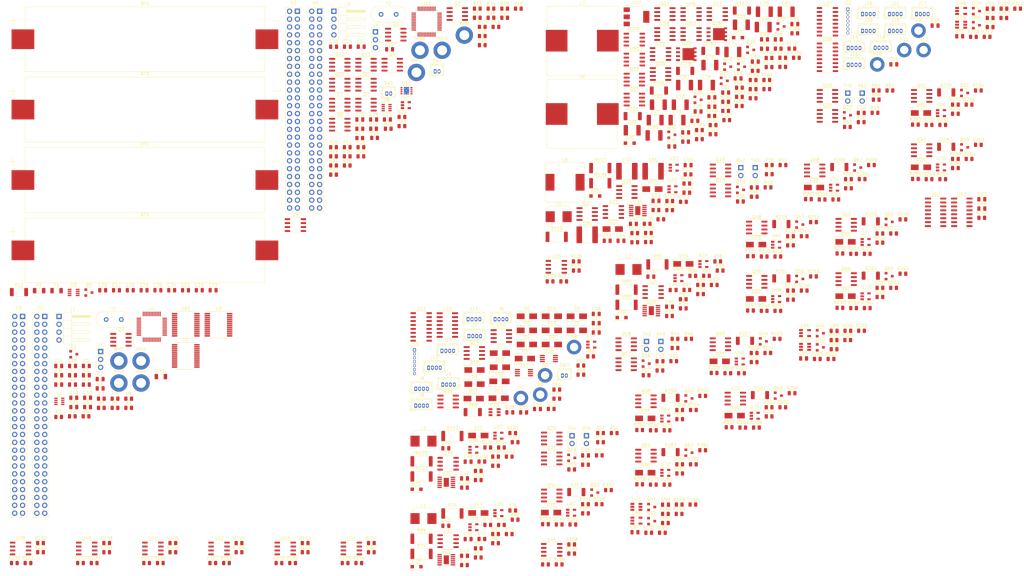
<source format=kicad_pcb>
(kicad_pcb (version 20171130) (host pcbnew "(5.1.9)-1")
  (layers (0 F.Cu signal) (31 B.Cu signal) (34 B.Paste user) (35 F.Paste user) (36 B.SilkS user) (37 F.SilkS user) (38 B.Mask user) (39 F.Mask user) (44 Edge.Cuts user))
  (net 0 "")
  (net 1 "Net-(BT1-Pad2)")
  (net 2 +BATT)
  (net 3 GND)
  (net 4 +3V3)
  (net 5 MUX0OUT)
  (net 6 TELEM_TBRD)
  (net 7 MUX1OUT)
  (net 8 "Net-(C7-Pad1)")
  (net 9 "Net-(C8-Pad1)")
  (net 10 VDD)
  (net 11 /Battery/TELEM_VBAT)
  (net 12 "Net-(C15-Pad2)")
  (net 13 "Net-(C15-Pad1)")
  (net 14 "Net-(C16-Pad2)")
  (net 15 "Net-(C16-Pad1)")
  (net 16 "Net-(C17-Pad1)")
  (net 17 "Net-(C20-Pad1)")
  (net 18 "Net-(C21-Pad1)")
  (net 19 "Net-(C22-Pad1)")
  (net 20 "Net-(C23-Pad2)")
  (net 21 "Net-(C23-Pad1)")
  (net 22 "Net-(C24-Pad2)")
  (net 23 "Net-(C25-Pad1)")
  (net 24 /Battery/TBAT2)
  (net 25 /Battery/TBAT3)
  (net 26 /Battery/TBAT4)
  (net 27 /Battery/TBAT1)
  (net 28 +3.3VA)
  (net 29 /SolarConditioning/PANEL_OR)
  (net 30 "Net-(C41-Pad1)")
  (net 31 "Net-(C42-Pad2)")
  (net 32 "Net-(C42-Pad1)")
  (net 33 /SolarConditioning/MPPT1/VOUT)
  (net 34 "Net-(C44-Pad1)")
  (net 35 "Net-(C45-Pad2)")
  (net 36 "Net-(C45-Pad1)")
  (net 37 "Net-(C47-Pad1)")
  (net 38 "Net-(C48-Pad2)")
  (net 39 "Net-(C48-Pad1)")
  (net 40 /SolarConditioning/MPPT4/VBOOST)
  (net 41 "Net-(C51-Pad1)")
  (net 42 "Net-(C52-Pad2)")
  (net 43 "Net-(C52-Pad1)")
  (net 44 "Net-(C53-Pad1)")
  (net 45 "Net-(C55-Pad1)")
  (net 46 PCM_IN)
  (net 47 /PowerConditioning/PCM_FILT)
  (net 48 "Net-(C65-Pad1)")
  (net 49 "Net-(C66-Pad1)")
  (net 50 VCC)
  (net 51 "Net-(C72-Pad1)")
  (net 52 "Net-(C74-Pad1)")
  (net 53 "Net-(C87-Pad1)")
  (net 54 "Net-(C89-Pad1)")
  (net 55 "Net-(C91-Pad1)")
  (net 56 MUX2OUT)
  (net 57 "Net-(D1-Pad2)")
  (net 58 /SolarConditioning/MPPT1/A_PWR)
  (net 59 "Net-(D2-Pad2)")
  (net 60 /SolarConditioning/MPPT1/B_PWR)
  (net 61 "Net-(D3-Pad2)")
  (net 62 /SolarConditioning/MPPT2/A_PWR)
  (net 63 "Net-(D4-Pad2)")
  (net 64 /SolarConditioning/MPPT2/B_PWR)
  (net 65 "Net-(D5-Pad2)")
  (net 66 /SolarConditioning/MPPT3/A_PWR)
  (net 67 "Net-(D6-Pad2)")
  (net 68 /SolarConditioning/MPPT3/B_PWR)
  (net 69 "Net-(D7-Pad2)")
  (net 70 /SolarConditioning/MPPT4/A_PWR)
  (net 71 "Net-(D8-Pad2)")
  (net 72 /SolarConditioning/MPPT4/B_PWR)
  (net 73 "Net-(D25-Pad2)")
  (net 74 "Net-(D26-Pad1)")
  (net 75 "Net-(D27-Pad1)")
  (net 76 "Net-(D28-Pad1)")
  (net 77 "Net-(D29-Pad1)")
  (net 78 "Net-(D30-Pad1)")
  (net 79 "Net-(D31-Pad1)")
  (net 80 "Net-(D32-Pad1)")
  (net 81 "Net-(D33-Pad1)")
  (net 82 "Net-(D34-Pad1)")
  (net 83 "Net-(D35-Pad1)")
  (net 84 "Net-(D36-Pad1)")
  (net 85 "Net-(D37-Pad1)")
  (net 86 "Net-(D38-Pad1)")
  (net 87 "Net-(D39-Pad1)")
  (net 88 "Net-(F1-Pad2)")
  (net 89 "Net-(F1-Pad1)")
  (net 90 /SCL)
  (net 91 /SDA)
  (net 92 /SS)
  (net 93 /MOSI)
  (net 94 /MISO)
  (net 95 /SCK)
  (net 96 VUSB)
  (net 97 BCR_OUT)
  (net 98 +5V)
  (net 99 SW11)
  (net 100 SW12)
  (net 101 SW9)
  (net 102 SW10)
  (net 103 SW7)
  (net 104 SW8)
  (net 105 SW5)
  (net 106 SW6)
  (net 107 SW4)
  (net 108 SW3)
  (net 109 SW2)
  (net 110 SW1)
  (net 111 /Battery/SS)
  (net 112 /Battery/MOSI)
  (net 113 /Battery/MISO)
  (net 114 /Battery/SCK)
  (net 115 /SWDCLK)
  (net 116 /SWDIO)
  (net 117 "Net-(J2-Pad2)")
  (net 118 /Battery/SWDCLK)
  (net 119 /Battery/SWDIO)
  (net 120 "Net-(J4-Pad2)")
  (net 121 SOLAR_CS1)
  (net 122 SOLAR_CS0)
  (net 123 SOLAR_MOSI)
  (net 124 SOLAR_MISO)
  (net 125 SOLAR_SCK)
  (net 126 "Net-(J14-Pad1)")
  (net 127 /SolarConditioning/SolarTelem/S1ATelem/PHOTOIN)
  (net 128 /SolarConditioning/SolarTelem/S1ATelem/TEMPIN)
  (net 129 "Net-(J15-Pad1)")
  (net 130 /SolarConditioning/SolarTelem/S1BTelem/PHOTOIN)
  (net 131 /SolarConditioning/SolarTelem/S1BTelem/TEMPIN)
  (net 132 "Net-(J16-Pad1)")
  (net 133 /SolarConditioning/SolarTelem/S2ATelem/PHOTOIN)
  (net 134 /SolarConditioning/SolarTelem/S2ATelem/TEMPIN)
  (net 135 "Net-(J17-Pad1)")
  (net 136 /SolarConditioning/SolarTelem/S2BTelem/PHOTOIN)
  (net 137 /SolarConditioning/SolarTelem/S2BTelem/TEMPIN)
  (net 138 "Net-(J18-Pad1)")
  (net 139 /SolarConditioning/SolarTelem/S3ATelem/PHOTOIN)
  (net 140 /SolarConditioning/SolarTelem/S3ATelem/TEMPIN)
  (net 141 "Net-(J19-Pad1)")
  (net 142 /SolarConditioning/SolarTelem/S3BTelem/PHOTOIN)
  (net 143 /SolarConditioning/SolarTelem/S3BTelem/TEMPIN)
  (net 144 "Net-(J20-Pad1)")
  (net 145 /SolarConditioning/SolarTelem/S4ATelem/PHOTOIN)
  (net 146 /SolarConditioning/SolarTelem/S4ATelem/TEMPIN)
  (net 147 "Net-(J21-Pad1)")
  (net 148 /SolarConditioning/SolarTelem/S4BTelem/PHOTOIN)
  (net 149 /SolarConditioning/SolarTelem/S4BTelem/TEMPIN)
  (net 150 /SolarConditioning/SolarTelem/CS1)
  (net 151 /SolarConditioning/SolarTelem/CS0)
  (net 152 /SolarConditioning/SolarTelem/MOSI)
  (net 153 /SolarConditioning/SolarTelem/MISO)
  (net 154 /SolarConditioning/SolarTelem/SCK)
  (net 155 "Net-(L1-Pad2)")
  (net 156 "Net-(L2-Pad2)")
  (net 157 "Net-(L3-Pad2)")
  (net 158 "Net-(L4-Pad2)")
  (net 159 "Net-(Q1-Pad3)")
  (net 160 "Net-(Q1-Pad1)")
  (net 161 "Net-(Q3-Pad5)")
  (net 162 "Net-(Q7-Pad4)")
  (net 163 "Net-(Q7-Pad1)")
  (net 164 "Net-(Q10-Pad5)")
  (net 165 "Net-(Q11-Pad4)")
  (net 166 "Net-(Q9-Pad1)")
  (net 167 "Net-(Q10-Pad4)")
  (net 168 "Net-(Q12-Pad4)")
  (net 169 "Net-(Q13-Pad3)")
  (net 170 "Net-(Q13-Pad1)")
  (net 171 "Net-(Q14-Pad5)")
  (net 172 "Net-(Q15-Pad5)")
  (net 173 "Net-(Q15-Pad4)")
  (net 174 "Net-(Q16-Pad3)")
  (net 175 "Net-(Q16-Pad1)")
  (net 176 "Net-(Q17-Pad5)")
  (net 177 "Net-(Q18-Pad5)")
  (net 178 "Net-(Q18-Pad4)")
  (net 179 "Net-(Q19-Pad3)")
  (net 180 "Net-(Q19-Pad1)")
  (net 181 "Net-(Q20-Pad5)")
  (net 182 "Net-(Q21-Pad5)")
  (net 183 "Net-(Q21-Pad4)")
  (net 184 "Net-(Q22-Pad3)")
  (net 185 "Net-(Q22-Pad1)")
  (net 186 "Net-(Q23-Pad5)")
  (net 187 "Net-(Q24-Pad5)")
  (net 188 "Net-(Q24-Pad4)")
  (net 189 "Net-(Q25-Pad4)")
  (net 190 "Net-(Q26-Pad5)")
  (net 191 "Net-(Q26-Pad4)")
  (net 192 "Net-(Q27-Pad4)")
  (net 193 "Net-(Q28-Pad4)")
  (net 194 "Net-(Q28-Pad1)")
  (net 195 "Net-(Q29-Pad4)")
  (net 196 "Net-(Q29-Pad1)")
  (net 197 "Net-(Q30-Pad3)")
  (net 198 "Net-(Q30-Pad1)")
  (net 199 "Net-(Q32-Pad3)")
  (net 200 /PowerConditioning/RSTBATVPLS)
  (net 201 "Net-(Q33-Pad5)")
  (net 202 "Net-(Q33-Pad4)")
  (net 203 /PowerConditioning/GATEBATV)
  (net 204 "Net-(Q35-Pad3)")
  (net 205 /PowerConditioning/RST5VPLS)
  (net 206 "Net-(Q36-Pad3)")
  (net 207 /PowerConditioning/RST3V3PLS)
  (net 208 "Net-(Q37-Pad5)")
  (net 209 "Net-(Q37-Pad4)")
  (net 210 "Net-(Q38-Pad5)")
  (net 211 "Net-(Q38-Pad4)")
  (net 212 /PowerConditioning/GATE5V)
  (net 213 /PowerConditioning/GATE3V3)
  (net 214 /PowerConditioning/RSTBATVOCP)
  (net 215 "Net-(Q42-Pad1)")
  (net 216 /PowerConditioning/RST5VOCP)
  (net 217 "Net-(Q44-Pad1)")
  (net 218 /PowerConditioning/RST3V3OCP)
  (net 219 "Net-(Q46-Pad1)")
  (net 220 "Net-(Q47-Pad3)")
  (net 221 "Net-(Q47-Pad1)")
  (net 222 "Net-(Q49-Pad3)")
  (net 223 "Net-(Q49-Pad1)")
  (net 224 "Net-(Q51-Pad3)")
  (net 225 "Net-(Q51-Pad1)")
  (net 226 "Net-(Q53-Pad3)")
  (net 227 "Net-(Q53-Pad1)")
  (net 228 "Net-(Q55-Pad3)")
  (net 229 "Net-(Q55-Pad1)")
  (net 230 "Net-(Q57-Pad3)")
  (net 231 "Net-(Q57-Pad1)")
  (net 232 "Net-(Q59-Pad3)")
  (net 233 "Net-(Q59-Pad1)")
  (net 234 "Net-(Q61-Pad3)")
  (net 235 "Net-(Q61-Pad1)")
  (net 236 "Net-(Q63-Pad3)")
  (net 237 "Net-(Q63-Pad1)")
  (net 238 "Net-(Q65-Pad3)")
  (net 239 "Net-(Q65-Pad1)")
  (net 240 "Net-(Q67-Pad3)")
  (net 241 "Net-(Q67-Pad1)")
  (net 242 "Net-(Q69-Pad3)")
  (net 243 "Net-(Q69-Pad1)")
  (net 244 /HANDSHAKE)
  (net 245 /BOOT1)
  (net 246 /BOOT0)
  (net 247 /RESET)
  (net 248 "Net-(R13-Pad1)")
  (net 249 /Battery/TELEM_IBAT)
  (net 250 "Net-(R16-Pad1)")
  (net 251 "Net-(R17-Pad2)")
  (net 252 "Net-(R19-Pad2)")
  (net 253 "Net-(R19-Pad1)")
  (net 254 /Battery/HANDSHAKE)
  (net 255 "Net-(R22-Pad2)")
  (net 256 "Net-(R25-Pad2)")
  (net 257 /Battery/BOOT1)
  (net 258 /Battery/BOOT0)
  (net 259 /Battery/RESET)
  (net 260 "Net-(R31-Pad2)")
  (net 261 "Net-(R35-Pad1)")
  (net 262 /Battery/TELEM_IBATDIR)
  (net 263 /Battery/H2TOP)
  (net 264 /Battery/H2BOT)
  (net 265 /Battery/H3TOP)
  (net 266 /Battery/H3BOT)
  (net 267 /Battery/H4TOP)
  (net 268 /Battery/H4BOT)
  (net 269 /Battery/H1TOP)
  (net 270 /Battery/H1BOT)
  (net 271 "Net-(R66-Pad2)")
  (net 272 TELEM_VBCROUT)
  (net 273 "Net-(R70-Pad1)")
  (net 274 TELEM_IBCROUT)
  (net 275 "Net-(R72-Pad2)")
  (net 276 "Net-(R73-Pad2)")
  (net 277 I_SA3A)
  (net 278 I_SA3B)
  (net 279 V_SA3)
  (net 280 "Net-(R80-Pad1)")
  (net 281 "Net-(R81-Pad1)")
  (net 282 "Net-(R82-Pad2)")
  (net 283 "Net-(R82-Pad1)")
  (net 284 "Net-(R86-Pad2)")
  (net 285 "Net-(R87-Pad2)")
  (net 286 I_SA2A)
  (net 287 I_SA2B)
  (net 288 V_SA2)
  (net 289 "Net-(R94-Pad1)")
  (net 290 "Net-(R95-Pad1)")
  (net 291 "Net-(R96-Pad2)")
  (net 292 "Net-(R96-Pad1)")
  (net 293 "Net-(R100-Pad2)")
  (net 294 "Net-(R101-Pad2)")
  (net 295 I_SA1A)
  (net 296 I_SA1B)
  (net 297 V_SA1)
  (net 298 "Net-(R108-Pad1)")
  (net 299 "Net-(R109-Pad1)")
  (net 300 "Net-(R110-Pad2)")
  (net 301 "Net-(R110-Pad1)")
  (net 302 "Net-(R114-Pad2)")
  (net 303 "Net-(R115-Pad2)")
  (net 304 "Net-(R118-Pad1)")
  (net 305 "Net-(R119-Pad1)")
  (net 306 I_SA4A)
  (net 307 I_SA4B)
  (net 308 V_SA4)
  (net 309 "Net-(R125-Pad2)")
  (net 310 "Net-(R125-Pad1)")
  (net 311 "Net-(R131-Pad1)")
  (net 312 /SolarConditioning/SolarTelem/S1ATelem/PHOTOOUT)
  (net 313 /SolarConditioning/SolarTelem/S1ATelem/TEMPOUT)
  (net 314 "Net-(R135-Pad1)")
  (net 315 /SolarConditioning/SolarTelem/S1BTelem/PHOTOOUT)
  (net 316 /SolarConditioning/SolarTelem/S1BTelem/TEMPOUT)
  (net 317 "Net-(R139-Pad1)")
  (net 318 /SolarConditioning/SolarTelem/S2ATelem/PHOTOOUT)
  (net 319 /SolarConditioning/SolarTelem/S2ATelem/TEMPOUT)
  (net 320 "Net-(R143-Pad1)")
  (net 321 /SolarConditioning/SolarTelem/S2BTelem/PHOTOOUT)
  (net 322 /SolarConditioning/SolarTelem/S2BTelem/TEMPOUT)
  (net 323 "Net-(R147-Pad1)")
  (net 324 /SolarConditioning/SolarTelem/S3ATelem/PHOTOOUT)
  (net 325 /SolarConditioning/SolarTelem/S3ATelem/TEMPOUT)
  (net 326 "Net-(R151-Pad1)")
  (net 327 /SolarConditioning/SolarTelem/S3BTelem/PHOTOOUT)
  (net 328 /SolarConditioning/SolarTelem/S3BTelem/TEMPOUT)
  (net 329 "Net-(R155-Pad1)")
  (net 330 /SolarConditioning/SolarTelem/S4ATelem/PHOTOOUT)
  (net 331 /SolarConditioning/SolarTelem/S4ATelem/TEMPOUT)
  (net 332 "Net-(R159-Pad1)")
  (net 333 /SolarConditioning/SolarTelem/S4BTelem/PHOTOOUT)
  (net 334 /SolarConditioning/SolarTelem/S4BTelem/TEMPOUT)
  (net 335 "Net-(R162-Pad1)")
  (net 336 "Net-(R163-Pad1)")
  (net 337 "Net-(R164-Pad2)")
  (net 338 "Net-(R179-Pad2)")
  (net 339 TELEM_IBATV)
  (net 340 "Net-(R183-Pad2)")
  (net 341 TELEM_I5V)
  (net 342 "Net-(R185-Pad2)")
  (net 343 TELEM_I3V3)
  (net 344 TELEM_VBATV)
  (net 345 TELEM_V5V)
  (net 346 TELEM_V3V3)
  (net 347 "Net-(R194-Pad2)")
  (net 348 "Net-(R196-Pad2)")
  (net 349 RSTBATV)
  (net 350 "Net-(R199-Pad1)")
  (net 351 "Net-(R201-Pad2)")
  (net 352 "Net-(R203-Pad2)")
  (net 353 RST5V)
  (net 354 "Net-(R206-Pad1)")
  (net 355 "Net-(R208-Pad2)")
  (net 356 "Net-(R210-Pad2)")
  (net 357 RST3V3)
  (net 358 "Net-(R213-Pad1)")
  (net 359 TELEM_VSW11)
  (net 360 "Net-(R220-Pad1)")
  (net 361 TELEM_ISW11)
  (net 362 TELEM_VSW12)
  (net 363 "Net-(R228-Pad1)")
  (net 364 TELEM_ISW12)
  (net 365 TELEM_VSW10)
  (net 366 "Net-(R236-Pad1)")
  (net 367 TELEM_ISW10)
  (net 368 TELEM_VSW9)
  (net 369 "Net-(R244-Pad1)")
  (net 370 TELEM_ISW9)
  (net 371 TELEM_VSW8)
  (net 372 "Net-(R252-Pad1)")
  (net 373 TELEM_ISW8)
  (net 374 TELEM_VSW7)
  (net 375 "Net-(R260-Pad1)")
  (net 376 TELEM_ISW7)
  (net 377 TELEM_VSW6)
  (net 378 "Net-(R268-Pad1)")
  (net 379 TELEM_ISW6)
  (net 380 TELEM_VSW5)
  (net 381 "Net-(R276-Pad1)")
  (net 382 TELEM_ISW5)
  (net 383 TELEM_VSW3)
  (net 384 "Net-(R284-Pad1)")
  (net 385 TELEM_ISW3)
  (net 386 TELEM_VSW2)
  (net 387 "Net-(R292-Pad1)")
  (net 388 TELEM_ISW2)
  (net 389 TELEM_VSW1)
  (net 390 "Net-(R300-Pad1)")
  (net 391 TELEM_ISW1)
  (net 392 TELEM_VSW4)
  (net 393 "Net-(R308-Pad1)")
  (net 394 TELEM_ISW4)
  (net 395 PDMRST)
  (net 396 S2)
  (net 397 S3)
  (net 398 S1)
  (net 399 S0)
  (net 400 SRSERIN)
  (net 401 SRLCH)
  (net 402 SRCLK)
  (net 403 /SolarConditioning/SCK)
  (net 404 /SolarConditioning/MISO)
  (net 405 /SolarConditioning/MOSI)
  (net 406 /SolarConditioning/ADCCS)
  (net 407 /SolarConditioning/DAC2CS)
  (net 408 /SolarConditioning/DAC1CS)
  (net 409 /SolarConditioning/Vset1)
  (net 410 /SolarConditioning/Vset2)
  (net 411 /SolarConditioning/Vset3)
  (net 412 /SolarConditioning/Vset4)
  (net 413 "Net-(U21-Pad7)")
  (net 414 "Net-(U25-Pad7)")
  (net 415 "Net-(U29-Pad7)")
  (net 416 "Net-(U31-Pad7)")
  (net 417 "Net-(U46-Pad6)")
  (net 418 "Net-(U46-Pad3)")
  (net 419 "Net-(U62-Pad9)")
  (net 420 "Net-(BT1-Pad1)")
  (net 421 "Net-(BT2-Pad2)")
  (module Crystal:Crystal_HC49-4H_Vertical (layer F.Cu) (at 102.043 17.162)
    (fp_text reference Y2 (at 2.44 -3.525) (layer F.SilkS))
    (fp_text value 8MHz)
    (pad 2 thru_hole circle (at 4.88 0) (size 1.5 1.5) (drill 0.8) (layers *.Cu *.Mask) (net 18 "Net-(C21-Pad1)"))
    (pad 1 thru_hole circle (at 0 0) (size 1.5 1.5) (drill 0.8) (layers *.Cu *.Mask) (net 17 "Net-(C20-Pad1)"))
  )
  (module Crystal:Crystal_HC49-4H_Vertical (layer F.Cu) (at 13.423 115.632)
    (fp_text reference Y1 (at 2.44 -3.525) (layer F.SilkS))
    (fp_text value 8MHz)
    (pad 2 thru_hole circle (at 4.88 0) (size 1.5 1.5) (drill 0.8) (layers *.Cu *.Mask) (net 9 "Net-(C8-Pad1)"))
    (pad 1 thru_hole circle (at 0 0) (size 1.5 1.5) (drill 0.8) (layers *.Cu *.Mask) (net 8 "Net-(C7-Pad1)"))
  )
  (module Package_TO_SOT_SMD:SOT-23-5 (layer F.Cu) (at 222.523 146.702)
    (fp_text reference U75 (at 0 -2.9) (layer F.SilkS))
    (fp_text value LT6106)
    (pad 5 smd rect (at 1.1 -0.95) (size 1.06 0.65) (layers F.Cu F.Paste F.Mask) (net 87 "Net-(D39-Pad1)"))
    (pad 4 smd rect (at 1.1 0.95) (size 1.06 0.65) (layers F.Cu F.Paste F.Mask) (net 107 SW4))
    (pad 3 smd rect (at -1.1 0.95) (size 1.06 0.65) (layers F.Cu F.Paste F.Mask) (net 393 "Net-(R308-Pad1)"))
    (pad 2 smd rect (at -1.1 0) (size 1.06 0.65) (layers F.Cu F.Paste F.Mask) (net 3 GND))
    (pad 1 smd rect (at -1.1 -0.95) (size 1.06 0.65) (layers F.Cu F.Paste F.Mask) (net 394 TELEM_ISW4))
  )
  (module Package_TO_SOT_SMD:SOT-23-5 (layer F.Cu) (at 248.103 73.092)
    (fp_text reference U74 (at 0 -2.9) (layer F.SilkS))
    (fp_text value LT6106)
    (pad 5 smd rect (at 1.1 -0.95) (size 1.06 0.65) (layers F.Cu F.Paste F.Mask) (net 86 "Net-(D38-Pad1)"))
    (pad 4 smd rect (at 1.1 0.95) (size 1.06 0.65) (layers F.Cu F.Paste F.Mask) (net 110 SW1))
    (pad 3 smd rect (at -1.1 0.95) (size 1.06 0.65) (layers F.Cu F.Paste F.Mask) (net 390 "Net-(R300-Pad1)"))
    (pad 2 smd rect (at -1.1 0) (size 1.06 0.65) (layers F.Cu F.Paste F.Mask) (net 3 GND))
    (pad 1 smd rect (at -1.1 -0.95) (size 1.06 0.65) (layers F.Cu F.Paste F.Mask) (net 391 TELEM_ISW1))
  )
  (module Package_TO_SOT_SMD:SOT-23-5 (layer F.Cu) (at 258.253 108.152)
    (fp_text reference U73 (at 0 -2.9) (layer F.SilkS))
    (fp_text value LT6106)
    (pad 5 smd rect (at 1.1 -0.95) (size 1.06 0.65) (layers F.Cu F.Paste F.Mask) (net 85 "Net-(D37-Pad1)"))
    (pad 4 smd rect (at 1.1 0.95) (size 1.06 0.65) (layers F.Cu F.Paste F.Mask) (net 109 SW2))
    (pad 3 smd rect (at -1.1 0.95) (size 1.06 0.65) (layers F.Cu F.Paste F.Mask) (net 387 "Net-(R292-Pad1)"))
    (pad 2 smd rect (at -1.1 0) (size 1.06 0.65) (layers F.Cu F.Paste F.Mask) (net 3 GND))
    (pad 1 smd rect (at -1.1 -0.95) (size 1.06 0.65) (layers F.Cu F.Paste F.Mask) (net 388 TELEM_ISW2))
  )
  (module Package_TO_SOT_SMD:SOT-23-5 (layer F.Cu) (at 193.693 165.112)
    (fp_text reference U72 (at 0 -2.9) (layer F.SilkS))
    (fp_text value LT6106)
    (pad 5 smd rect (at 1.1 -0.95) (size 1.06 0.65) (layers F.Cu F.Paste F.Mask) (net 84 "Net-(D36-Pad1)"))
    (pad 4 smd rect (at 1.1 0.95) (size 1.06 0.65) (layers F.Cu F.Paste F.Mask) (net 108 SW3))
    (pad 3 smd rect (at -1.1 0.95) (size 1.06 0.65) (layers F.Cu F.Paste F.Mask) (net 384 "Net-(R284-Pad1)"))
    (pad 2 smd rect (at -1.1 0) (size 1.06 0.65) (layers F.Cu F.Paste F.Mask) (net 3 GND))
    (pad 1 smd rect (at -1.1 -0.95) (size 1.06 0.65) (layers F.Cu F.Paste F.Mask) (net 385 TELEM_ISW3))
  )
  (module Package_TO_SOT_SMD:SOT-23-5 (layer F.Cu) (at 258.253 90.622)
    (fp_text reference U71 (at 0 -2.9) (layer F.SilkS))
    (fp_text value LT6106)
    (pad 5 smd rect (at 1.1 -0.95) (size 1.06 0.65) (layers F.Cu F.Paste F.Mask) (net 83 "Net-(D35-Pad1)"))
    (pad 4 smd rect (at 1.1 0.95) (size 1.06 0.65) (layers F.Cu F.Paste F.Mask) (net 105 SW5))
    (pad 3 smd rect (at -1.1 0.95) (size 1.06 0.65) (layers F.Cu F.Paste F.Mask) (net 381 "Net-(R276-Pad1)"))
    (pad 2 smd rect (at -1.1 0) (size 1.06 0.65) (layers F.Cu F.Paste F.Mask) (net 3 GND))
    (pad 1 smd rect (at -1.1 -0.95) (size 1.06 0.65) (layers F.Cu F.Paste F.Mask) (net 382 TELEM_ISW5))
  )
  (module Package_TO_SOT_SMD:SOT-23-5 (layer F.Cu) (at 282.583 66.562)
    (fp_text reference U70 (at 0 -2.9) (layer F.SilkS))
    (fp_text value LT6106)
    (pad 5 smd rect (at 1.1 -0.95) (size 1.06 0.65) (layers F.Cu F.Paste F.Mask) (net 82 "Net-(D34-Pad1)"))
    (pad 4 smd rect (at 1.1 0.95) (size 1.06 0.65) (layers F.Cu F.Paste F.Mask) (net 106 SW6))
    (pad 3 smd rect (at -1.1 0.95) (size 1.06 0.65) (layers F.Cu F.Paste F.Mask) (net 378 "Net-(R268-Pad1)"))
    (pad 2 smd rect (at -1.1 0) (size 1.06 0.65) (layers F.Cu F.Paste F.Mask) (net 3 GND))
    (pad 1 smd rect (at -1.1 -0.95) (size 1.06 0.65) (layers F.Cu F.Paste F.Mask) (net 379 TELEM_ISW6))
  )
  (module Package_TO_SOT_SMD:SOT-23-5 (layer F.Cu) (at 193.693 147.582)
    (fp_text reference U69 (at 0 -2.9) (layer F.SilkS))
    (fp_text value LT6106)
    (pad 5 smd rect (at 1.1 -0.95) (size 1.06 0.65) (layers F.Cu F.Paste F.Mask) (net 81 "Net-(D33-Pad1)"))
    (pad 4 smd rect (at 1.1 0.95) (size 1.06 0.65) (layers F.Cu F.Paste F.Mask) (net 103 SW7))
    (pad 3 smd rect (at -1.1 0.95) (size 1.06 0.65) (layers F.Cu F.Paste F.Mask) (net 375 "Net-(R260-Pad1)"))
    (pad 2 smd rect (at -1.1 0) (size 1.06 0.65) (layers F.Cu F.Paste F.Mask) (net 3 GND))
    (pad 1 smd rect (at -1.1 -0.95) (size 1.06 0.65) (layers F.Cu F.Paste F.Mask) (net 376 TELEM_ISW7))
  )
  (module Package_TO_SOT_SMD:SOT-23-5 (layer F.Cu) (at 229.423 109.032)
    (fp_text reference U68 (at 0 -2.9) (layer F.SilkS))
    (fp_text value LT6106)
    (pad 5 smd rect (at 1.1 -0.95) (size 1.06 0.65) (layers F.Cu F.Paste F.Mask) (net 80 "Net-(D32-Pad1)"))
    (pad 4 smd rect (at 1.1 0.95) (size 1.06 0.65) (layers F.Cu F.Paste F.Mask) (net 104 SW8))
    (pad 3 smd rect (at -1.1 0.95) (size 1.06 0.65) (layers F.Cu F.Paste F.Mask) (net 372 "Net-(R252-Pad1)"))
    (pad 2 smd rect (at -1.1 0) (size 1.06 0.65) (layers F.Cu F.Paste F.Mask) (net 3 GND))
    (pad 1 smd rect (at -1.1 -0.95) (size 1.06 0.65) (layers F.Cu F.Paste F.Mask) (net 373 TELEM_ISW8))
  )
  (module Package_TO_SOT_SMD:SOT-23-5 (layer F.Cu) (at 163.323 177.982)
    (fp_text reference U67 (at 0 -2.9) (layer F.SilkS))
    (fp_text value LT6106)
    (pad 5 smd rect (at 1.1 -0.95) (size 1.06 0.65) (layers F.Cu F.Paste F.Mask) (net 79 "Net-(D31-Pad1)"))
    (pad 4 smd rect (at 1.1 0.95) (size 1.06 0.65) (layers F.Cu F.Paste F.Mask) (net 101 SW9))
    (pad 3 smd rect (at -1.1 0.95) (size 1.06 0.65) (layers F.Cu F.Paste F.Mask) (net 369 "Net-(R244-Pad1)"))
    (pad 2 smd rect (at -1.1 0) (size 1.06 0.65) (layers F.Cu F.Paste F.Mask) (net 3 GND))
    (pad 1 smd rect (at -1.1 -0.95) (size 1.06 0.65) (layers F.Cu F.Paste F.Mask) (net 370 TELEM_ISW9))
  )
  (module Package_TO_SOT_SMD:SOT-23-5 (layer F.Cu) (at 282.583 49.032)
    (fp_text reference U66 (at 0 -2.9) (layer F.SilkS))
    (fp_text value LT6106)
    (pad 5 smd rect (at 1.1 -0.95) (size 1.06 0.65) (layers F.Cu F.Paste F.Mask) (net 78 "Net-(D30-Pad1)"))
    (pad 4 smd rect (at 1.1 0.95) (size 1.06 0.65) (layers F.Cu F.Paste F.Mask) (net 102 SW10))
    (pad 3 smd rect (at -1.1 0.95) (size 1.06 0.65) (layers F.Cu F.Paste F.Mask) (net 366 "Net-(R236-Pad1)"))
    (pad 2 smd rect (at -1.1 0) (size 1.06 0.65) (layers F.Cu F.Paste F.Mask) (net 3 GND))
    (pad 1 smd rect (at -1.1 -0.95) (size 1.06 0.65) (layers F.Cu F.Paste F.Mask) (net 367 TELEM_ISW10))
  )
  (module Package_TO_SOT_SMD:SOT-23-5 (layer F.Cu) (at 217.693 129.172)
    (fp_text reference U65 (at 0 -2.9) (layer F.SilkS))
    (fp_text value LT6106)
    (pad 5 smd rect (at 1.1 -0.95) (size 1.06 0.65) (layers F.Cu F.Paste F.Mask) (net 77 "Net-(D29-Pad1)"))
    (pad 4 smd rect (at 1.1 0.95) (size 1.06 0.65) (layers F.Cu F.Paste F.Mask) (net 100 SW12))
    (pad 3 smd rect (at -1.1 0.95) (size 1.06 0.65) (layers F.Cu F.Paste F.Mask) (net 363 "Net-(R228-Pad1)"))
    (pad 2 smd rect (at -1.1 0) (size 1.06 0.65) (layers F.Cu F.Paste F.Mask) (net 3 GND))
    (pad 1 smd rect (at -1.1 -0.95) (size 1.06 0.65) (layers F.Cu F.Paste F.Mask) (net 364 TELEM_ISW12))
  )
  (module Package_TO_SOT_SMD:SOT-23-5 (layer F.Cu) (at 229.423 91.502)
    (fp_text reference U64 (at 0 -2.9) (layer F.SilkS))
    (fp_text value LT6106)
    (pad 5 smd rect (at 1.1 -0.95) (size 1.06 0.65) (layers F.Cu F.Paste F.Mask) (net 76 "Net-(D28-Pad1)"))
    (pad 4 smd rect (at 1.1 0.95) (size 1.06 0.65) (layers F.Cu F.Paste F.Mask) (net 99 SW11))
    (pad 3 smd rect (at -1.1 0.95) (size 1.06 0.65) (layers F.Cu F.Paste F.Mask) (net 360 "Net-(R220-Pad1)"))
    (pad 2 smd rect (at -1.1 0) (size 1.06 0.65) (layers F.Cu F.Paste F.Mask) (net 3 GND))
    (pad 1 smd rect (at -1.1 -0.95) (size 1.06 0.65) (layers F.Cu F.Paste F.Mask) (net 361 TELEM_ISW11))
  )
  (module Package_SO:SOIC-16_3.9x9.9mm_P1.27mm (layer F.Cu) (at 289.283 81.042)
    (fp_text reference U63 (at 0 -5.9) (layer F.SilkS))
    (fp_text value 74HC595)
    (pad 16 smd roundrect (at 2.475 -4.445) (size 1.95 0.6) (layers F.Cu F.Paste F.Mask) (net 4 +3V3))
    (pad 15 smd roundrect (at 2.475 -3.175) (size 1.95 0.6) (layers F.Cu F.Paste F.Mask) (net 101 SW9))
    (pad 14 smd roundrect (at 2.475 -1.905) (size 1.95 0.6) (layers F.Cu F.Paste F.Mask) (net 419 "Net-(U62-Pad9)"))
    (pad 13 smd roundrect (at 2.475 -0.635) (size 1.95 0.6) (layers F.Cu F.Paste F.Mask) (net 3 GND))
    (pad 12 smd roundrect (at 2.475 0.635) (size 1.95 0.6) (layers F.Cu F.Paste F.Mask) (net 401 SRLCH))
    (pad 11 smd roundrect (at 2.475 1.905) (size 1.95 0.6) (layers F.Cu F.Paste F.Mask) (net 402 SRCLK))
    (pad 10 smd roundrect (at 2.475 3.175) (size 1.95 0.6) (layers F.Cu F.Paste F.Mask) (net 4 +3V3))
    (pad 9 smd roundrect (at 2.475 4.445) (size 1.95 0.6) (layers F.Cu F.Paste F.Mask))
    (pad 8 smd roundrect (at -2.475 4.445) (size 1.95 0.6) (layers F.Cu F.Paste F.Mask) (net 3 GND))
    (pad 7 smd roundrect (at -2.475 3.175) (size 1.95 0.6) (layers F.Cu F.Paste F.Mask))
    (pad 6 smd roundrect (at -2.475 1.905) (size 1.95 0.6) (layers F.Cu F.Paste F.Mask))
    (pad 5 smd roundrect (at -2.475 0.635) (size 1.95 0.6) (layers F.Cu F.Paste F.Mask))
    (pad 4 smd roundrect (at -2.475 -0.635) (size 1.95 0.6) (layers F.Cu F.Paste F.Mask))
    (pad 3 smd roundrect (at -2.475 -1.905) (size 1.95 0.6) (layers F.Cu F.Paste F.Mask) (net 100 SW12))
    (pad 2 smd roundrect (at -2.475 -3.175) (size 1.95 0.6) (layers F.Cu F.Paste F.Mask) (net 99 SW11))
    (pad 1 smd roundrect (at -2.475 -4.445) (size 1.95 0.6) (layers F.Cu F.Paste F.Mask) (net 102 SW10))
  )
  (module Package_SO:SOIC-16_3.9x9.9mm_P1.27mm (layer F.Cu) (at 280.833 81.042)
    (fp_text reference U62 (at 0 -5.9) (layer F.SilkS))
    (fp_text value 74HC595)
    (pad 16 smd roundrect (at 2.475 -4.445) (size 1.95 0.6) (layers F.Cu F.Paste F.Mask) (net 4 +3V3))
    (pad 15 smd roundrect (at 2.475 -3.175) (size 1.95 0.6) (layers F.Cu F.Paste F.Mask) (net 110 SW1))
    (pad 14 smd roundrect (at 2.475 -1.905) (size 1.95 0.6) (layers F.Cu F.Paste F.Mask) (net 400 SRSERIN))
    (pad 13 smd roundrect (at 2.475 -0.635) (size 1.95 0.6) (layers F.Cu F.Paste F.Mask) (net 3 GND))
    (pad 12 smd roundrect (at 2.475 0.635) (size 1.95 0.6) (layers F.Cu F.Paste F.Mask) (net 401 SRLCH))
    (pad 11 smd roundrect (at 2.475 1.905) (size 1.95 0.6) (layers F.Cu F.Paste F.Mask) (net 402 SRCLK))
    (pad 10 smd roundrect (at 2.475 3.175) (size 1.95 0.6) (layers F.Cu F.Paste F.Mask) (net 395 PDMRST))
    (pad 9 smd roundrect (at 2.475 4.445) (size 1.95 0.6) (layers F.Cu F.Paste F.Mask) (net 419 "Net-(U62-Pad9)"))
    (pad 8 smd roundrect (at -2.475 4.445) (size 1.95 0.6) (layers F.Cu F.Paste F.Mask) (net 3 GND))
    (pad 7 smd roundrect (at -2.475 3.175) (size 1.95 0.6) (layers F.Cu F.Paste F.Mask) (net 104 SW8))
    (pad 6 smd roundrect (at -2.475 1.905) (size 1.95 0.6) (layers F.Cu F.Paste F.Mask) (net 103 SW7))
    (pad 5 smd roundrect (at -2.475 0.635) (size 1.95 0.6) (layers F.Cu F.Paste F.Mask) (net 106 SW6))
    (pad 4 smd roundrect (at -2.475 -0.635) (size 1.95 0.6) (layers F.Cu F.Paste F.Mask) (net 105 SW5))
    (pad 3 smd roundrect (at -2.475 -1.905) (size 1.95 0.6) (layers F.Cu F.Paste F.Mask) (net 107 SW4))
    (pad 2 smd roundrect (at -2.475 -3.175) (size 1.95 0.6) (layers F.Cu F.Paste F.Mask) (net 108 SW3))
    (pad 1 smd roundrect (at -2.475 -4.445) (size 1.95 0.6) (layers F.Cu F.Paste F.Mask) (net 109 SW2))
  )
  (module Package_SO:SSOP-24_5.3x8.2mm_P0.65mm (layer F.Cu) (at 39.073 117.332)
    (fp_text reference U60 (at 0 -5.25) (layer F.SilkS))
    (fp_text value CD74HC4067SM)
    (pad 24 smd rect (at 3.6 -3.575) (size 1.75 0.45) (layers F.Cu F.Paste F.Mask) (net 4 +3V3))
    (pad 23 smd rect (at 3.6 -2.925) (size 1.75 0.45) (layers F.Cu F.Paste F.Mask) (net 370 TELEM_ISW9))
    (pad 22 smd rect (at 3.6 -2.275) (size 1.75 0.45) (layers F.Cu F.Paste F.Mask) (net 367 TELEM_ISW10))
    (pad 21 smd rect (at 3.6 -1.625) (size 1.75 0.45) (layers F.Cu F.Paste F.Mask) (net 361 TELEM_ISW11))
    (pad 20 smd rect (at 3.6 -0.975) (size 1.75 0.45) (layers F.Cu F.Paste F.Mask) (net 364 TELEM_ISW12))
    (pad 19 smd rect (at 3.6 -0.325) (size 1.75 0.45) (layers F.Cu F.Paste F.Mask) (net 339 TELEM_IBATV))
    (pad 18 smd rect (at 3.6 0.325) (size 1.75 0.45) (layers F.Cu F.Paste F.Mask) (net 341 TELEM_I5V))
    (pad 17 smd rect (at 3.6 0.975) (size 1.75 0.45) (layers F.Cu F.Paste F.Mask) (net 343 TELEM_I3V3))
    (pad 16 smd rect (at 3.6 1.625) (size 1.75 0.45) (layers F.Cu F.Paste F.Mask))
    (pad 15 smd rect (at 3.6 2.275) (size 1.75 0.45) (layers F.Cu F.Paste F.Mask) (net 3 GND))
    (pad 14 smd rect (at 3.6 2.925) (size 1.75 0.45) (layers F.Cu F.Paste F.Mask) (net 396 S2))
    (pad 13 smd rect (at 3.6 3.575) (size 1.75 0.45) (layers F.Cu F.Paste F.Mask) (net 397 S3))
    (pad 12 smd rect (at -3.6 3.575) (size 1.75 0.45) (layers F.Cu F.Paste F.Mask) (net 3 GND))
    (pad 11 smd rect (at -3.6 2.925) (size 1.75 0.45) (layers F.Cu F.Paste F.Mask) (net 398 S1))
    (pad 10 smd rect (at -3.6 2.275) (size 1.75 0.45) (layers F.Cu F.Paste F.Mask) (net 399 S0))
    (pad 9 smd rect (at -3.6 1.625) (size 1.75 0.45) (layers F.Cu F.Paste F.Mask) (net 391 TELEM_ISW1))
    (pad 8 smd rect (at -3.6 0.975) (size 1.75 0.45) (layers F.Cu F.Paste F.Mask) (net 388 TELEM_ISW2))
    (pad 7 smd rect (at -3.6 0.325) (size 1.75 0.45) (layers F.Cu F.Paste F.Mask) (net 385 TELEM_ISW3))
    (pad 6 smd rect (at -3.6 -0.325) (size 1.75 0.45) (layers F.Cu F.Paste F.Mask) (net 394 TELEM_ISW4))
    (pad 5 smd rect (at -3.6 -0.975) (size 1.75 0.45) (layers F.Cu F.Paste F.Mask) (net 382 TELEM_ISW5))
    (pad 4 smd rect (at -3.6 -1.625) (size 1.75 0.45) (layers F.Cu F.Paste F.Mask) (net 379 TELEM_ISW6))
    (pad 3 smd rect (at -3.6 -2.275) (size 1.75 0.45) (layers F.Cu F.Paste F.Mask) (net 376 TELEM_ISW7))
    (pad 2 smd rect (at -3.6 -2.925) (size 1.75 0.45) (layers F.Cu F.Paste F.Mask) (net 373 TELEM_ISW8))
    (pad 1 smd rect (at -3.6 -3.575) (size 1.75 0.45) (layers F.Cu F.Paste F.Mask) (net 56 MUX2OUT))
  )
  (module Package_TO_SOT_SMD:TSOT-23-6 (layer F.Cu) (at 289.073 20.512)
    (fp_text reference U59 (at 0 -2.45) (layer F.SilkS))
    (fp_text value LTC6993xS6-4)
    (pad 6 smd rect (at 1.31 -0.95) (size 1.22 0.65) (layers F.Cu F.Paste F.Mask) (net 207 /PowerConditioning/RST3V3PLS))
    (pad 5 smd rect (at 1.31 0) (size 1.22 0.65) (layers F.Cu F.Paste F.Mask) (net 50 VCC))
    (pad 4 smd rect (at 1.31 0.95) (size 1.22 0.65) (layers F.Cu F.Paste F.Mask) (net 356 "Net-(R210-Pad2)"))
    (pad 3 smd rect (at -1.31 0.95) (size 1.22 0.65) (layers F.Cu F.Paste F.Mask) (net 358 "Net-(R213-Pad1)"))
    (pad 2 smd rect (at -1.31 0) (size 1.22 0.65) (layers F.Cu F.Paste F.Mask) (net 3 GND))
    (pad 1 smd rect (at -1.31 -0.95) (size 1.22 0.65) (layers F.Cu F.Paste F.Mask) (net 357 RST3V3))
  )
  (module Package_TO_SOT_SMD:TSOT-23-5 (layer F.Cu) (at 289.073 16.062)
    (fp_text reference U58 (at 0 -2.45) (layer F.SilkS))
    (fp_text value AD8603)
    (pad 5 smd rect (at 1.31 -0.95) (size 1.22 0.65) (layers F.Cu F.Paste F.Mask) (net 50 VCC))
    (pad 4 smd rect (at 1.31 0.95) (size 1.22 0.65) (layers F.Cu F.Paste F.Mask) (net 355 "Net-(R208-Pad2)"))
    (pad 3 smd rect (at -1.31 0.95) (size 1.22 0.65) (layers F.Cu F.Paste F.Mask) (net 55 "Net-(C91-Pad1)"))
    (pad 2 smd rect (at -1.31 0) (size 1.22 0.65) (layers F.Cu F.Paste F.Mask) (net 3 GND))
    (pad 1 smd rect (at -1.31 -0.95) (size 1.22 0.65) (layers F.Cu F.Paste F.Mask) (net 219 "Net-(Q46-Pad1)"))
  )
  (module Package_TO_SOT_SMD:TSOT-23-6 (layer F.Cu) (at 238.743 124.462)
    (fp_text reference U57 (at 0 -2.45) (layer F.SilkS))
    (fp_text value LTC6993xS6-4)
    (pad 6 smd rect (at 1.31 -0.95) (size 1.22 0.65) (layers F.Cu F.Paste F.Mask) (net 205 /PowerConditioning/RST5VPLS))
    (pad 5 smd rect (at 1.31 0) (size 1.22 0.65) (layers F.Cu F.Paste F.Mask) (net 50 VCC))
    (pad 4 smd rect (at 1.31 0.95) (size 1.22 0.65) (layers F.Cu F.Paste F.Mask) (net 352 "Net-(R203-Pad2)"))
    (pad 3 smd rect (at -1.31 0.95) (size 1.22 0.65) (layers F.Cu F.Paste F.Mask) (net 354 "Net-(R206-Pad1)"))
    (pad 2 smd rect (at -1.31 0) (size 1.22 0.65) (layers F.Cu F.Paste F.Mask) (net 3 GND))
    (pad 1 smd rect (at -1.31 -0.95) (size 1.22 0.65) (layers F.Cu F.Paste F.Mask) (net 353 RST5V))
  )
  (module Package_TO_SOT_SMD:TSOT-23-5 (layer F.Cu) (at 238.743 120.012)
    (fp_text reference U56 (at 0 -2.45) (layer F.SilkS))
    (fp_text value AD8603)
    (pad 5 smd rect (at 1.31 -0.95) (size 1.22 0.65) (layers F.Cu F.Paste F.Mask) (net 50 VCC))
    (pad 4 smd rect (at 1.31 0.95) (size 1.22 0.65) (layers F.Cu F.Paste F.Mask) (net 351 "Net-(R201-Pad2)"))
    (pad 3 smd rect (at -1.31 0.95) (size 1.22 0.65) (layers F.Cu F.Paste F.Mask) (net 54 "Net-(C89-Pad1)"))
    (pad 2 smd rect (at -1.31 0) (size 1.22 0.65) (layers F.Cu F.Paste F.Mask) (net 3 GND))
    (pad 1 smd rect (at -1.31 -0.95) (size 1.22 0.65) (layers F.Cu F.Paste F.Mask) (net 217 "Net-(Q44-Pad1)"))
  )
  (module Package_TO_SOT_SMD:TSOT-23-6 (layer F.Cu) (at 184.373 176.092)
    (fp_text reference U55 (at 0 -2.45) (layer F.SilkS))
    (fp_text value LTC6993xS6-4)
    (pad 6 smd rect (at 1.31 -0.95) (size 1.22 0.65) (layers F.Cu F.Paste F.Mask) (net 200 /PowerConditioning/RSTBATVPLS))
    (pad 5 smd rect (at 1.31 0) (size 1.22 0.65) (layers F.Cu F.Paste F.Mask) (net 50 VCC))
    (pad 4 smd rect (at 1.31 0.95) (size 1.22 0.65) (layers F.Cu F.Paste F.Mask) (net 348 "Net-(R196-Pad2)"))
    (pad 3 smd rect (at -1.31 0.95) (size 1.22 0.65) (layers F.Cu F.Paste F.Mask) (net 350 "Net-(R199-Pad1)"))
    (pad 2 smd rect (at -1.31 0) (size 1.22 0.65) (layers F.Cu F.Paste F.Mask) (net 3 GND))
    (pad 1 smd rect (at -1.31 -0.95) (size 1.22 0.65) (layers F.Cu F.Paste F.Mask) (net 349 RSTBATV))
  )
  (module Package_TO_SOT_SMD:TSOT-23-5 (layer F.Cu) (at 184.373 180.542)
    (fp_text reference U54 (at 0 -2.45) (layer F.SilkS))
    (fp_text value AD8603)
    (pad 5 smd rect (at 1.31 -0.95) (size 1.22 0.65) (layers F.Cu F.Paste F.Mask) (net 50 VCC))
    (pad 4 smd rect (at 1.31 0.95) (size 1.22 0.65) (layers F.Cu F.Paste F.Mask) (net 347 "Net-(R194-Pad2)"))
    (pad 3 smd rect (at -1.31 0.95) (size 1.22 0.65) (layers F.Cu F.Paste F.Mask) (net 53 "Net-(C87-Pad1)"))
    (pad 2 smd rect (at -1.31 0) (size 1.22 0.65) (layers F.Cu F.Paste F.Mask) (net 3 GND))
    (pad 1 smd rect (at -1.31 -0.95) (size 1.22 0.65) (layers F.Cu F.Paste F.Mask) (net 215 "Net-(Q42-Pad1)"))
  )
  (module Package_SO:SO-8_3.9x4.9mm_P1.27mm (layer F.Cu) (at 210.453 17.062)
    (fp_text reference U53 (at 0 -3.4) (layer F.SilkS))
    (fp_text value MAX4373F)
    (pad 8 smd roundrect (at 2.575 -1.905) (size 1.75 0.6) (layers F.Cu F.Paste F.Mask) (net 210 "Net-(Q38-Pad5)"))
    (pad 7 smd roundrect (at 2.575 -0.635) (size 1.75 0.6) (layers F.Cu F.Paste F.Mask) (net 4 +3V3))
    (pad 6 smd roundrect (at 2.575 0.635) (size 1.75 0.6) (layers F.Cu F.Paste F.Mask) (net 213 /PowerConditioning/GATE3V3))
    (pad 5 smd roundrect (at 2.575 1.905) (size 1.75 0.6) (layers F.Cu F.Paste F.Mask) (net 218 /PowerConditioning/RST3V3OCP))
    (pad 4 smd roundrect (at -2.575 1.905) (size 1.75 0.6) (layers F.Cu F.Paste F.Mask) (net 3 GND))
    (pad 3 smd roundrect (at -2.575 0.635) (size 1.75 0.6) (layers F.Cu F.Paste F.Mask) (net 342 "Net-(R185-Pad2)"))
    (pad 2 smd roundrect (at -2.575 -0.635) (size 1.75 0.6) (layers F.Cu F.Paste F.Mask) (net 343 TELEM_I3V3))
    (pad 1 smd roundrect (at -2.575 -1.905) (size 1.75 0.6) (layers F.Cu F.Paste F.Mask) (net 50 VCC))
  )
  (module Package_SO:SO-8_3.9x4.9mm_P1.27mm (layer F.Cu) (at 202.003 23.512)
    (fp_text reference U52 (at 0 -3.4) (layer F.SilkS))
    (fp_text value MAX4373F)
    (pad 8 smd roundrect (at 2.575 -1.905) (size 1.75 0.6) (layers F.Cu F.Paste F.Mask) (net 208 "Net-(Q37-Pad5)"))
    (pad 7 smd roundrect (at 2.575 -0.635) (size 1.75 0.6) (layers F.Cu F.Paste F.Mask) (net 98 +5V))
    (pad 6 smd roundrect (at 2.575 0.635) (size 1.75 0.6) (layers F.Cu F.Paste F.Mask) (net 212 /PowerConditioning/GATE5V))
    (pad 5 smd roundrect (at 2.575 1.905) (size 1.75 0.6) (layers F.Cu F.Paste F.Mask) (net 216 /PowerConditioning/RST5VOCP))
    (pad 4 smd roundrect (at -2.575 1.905) (size 1.75 0.6) (layers F.Cu F.Paste F.Mask) (net 3 GND))
    (pad 3 smd roundrect (at -2.575 0.635) (size 1.75 0.6) (layers F.Cu F.Paste F.Mask) (net 340 "Net-(R183-Pad2)"))
    (pad 2 smd roundrect (at -2.575 -0.635) (size 1.75 0.6) (layers F.Cu F.Paste F.Mask) (net 341 TELEM_I5V))
    (pad 1 smd roundrect (at -2.575 -1.905) (size 1.75 0.6) (layers F.Cu F.Paste F.Mask) (net 50 VCC))
  )
  (module Package_SO:SO-8_3.9x4.9mm_P1.27mm (layer F.Cu) (at 192.153 29.962)
    (fp_text reference U51 (at 0 -3.4) (layer F.SilkS))
    (fp_text value MAX4373F)
    (pad 8 smd roundrect (at 2.575 -1.905) (size 1.75 0.6) (layers F.Cu F.Paste F.Mask) (net 201 "Net-(Q33-Pad5)"))
    (pad 7 smd roundrect (at 2.575 -0.635) (size 1.75 0.6) (layers F.Cu F.Paste F.Mask) (net 2 +BATT))
    (pad 6 smd roundrect (at 2.575 0.635) (size 1.75 0.6) (layers F.Cu F.Paste F.Mask) (net 203 /PowerConditioning/GATEBATV))
    (pad 5 smd roundrect (at 2.575 1.905) (size 1.75 0.6) (layers F.Cu F.Paste F.Mask) (net 214 /PowerConditioning/RSTBATVOCP))
    (pad 4 smd roundrect (at -2.575 1.905) (size 1.75 0.6) (layers F.Cu F.Paste F.Mask) (net 3 GND))
    (pad 3 smd roundrect (at -2.575 0.635) (size 1.75 0.6) (layers F.Cu F.Paste F.Mask) (net 338 "Net-(R179-Pad2)"))
    (pad 2 smd roundrect (at -2.575 -0.635) (size 1.75 0.6) (layers F.Cu F.Paste F.Mask) (net 339 TELEM_IBATV))
    (pad 1 smd roundrect (at -2.575 -1.905) (size 1.75 0.6) (layers F.Cu F.Paste F.Mask) (net 50 VCC))
  )
  (module Package_SO:SO-8_3.9x4.9mm_P1.27mm (layer F.Cu) (at 183.703 31.762)
    (fp_text reference U50 (at 0 -3.4) (layer F.SilkS))
    (fp_text value MAX1626)
    (pad 8 smd roundrect (at 2.575 -1.905) (size 1.75 0.6) (layers F.Cu F.Paste F.Mask) (net 3 GND))
    (pad 7 smd roundrect (at 2.575 -0.635) (size 1.75 0.6) (layers F.Cu F.Paste F.Mask) (net 195 "Net-(Q29-Pad4)"))
    (pad 6 smd roundrect (at 2.575 0.635) (size 1.75 0.6) (layers F.Cu F.Paste F.Mask) (net 196 "Net-(Q29-Pad1)"))
    (pad 5 smd roundrect (at 2.575 1.905) (size 1.75 0.6) (layers F.Cu F.Paste F.Mask) (net 47 /PowerConditioning/PCM_FILT))
    (pad 4 smd roundrect (at -2.575 1.905) (size 1.75 0.6) (layers F.Cu F.Paste F.Mask) (net 49 "Net-(C66-Pad1)"))
    (pad 3 smd roundrect (at -2.575 0.635) (size 1.75 0.6) (layers F.Cu F.Paste F.Mask) (net 336 "Net-(R163-Pad1)"))
    (pad 2 smd roundrect (at -2.575 -0.635) (size 1.75 0.6) (layers F.Cu F.Paste F.Mask) (net 3 GND))
    (pad 1 smd roundrect (at -2.575 -1.905) (size 1.75 0.6) (layers F.Cu F.Paste F.Mask) (net 52 "Net-(C74-Pad1)"))
  )
  (module Package_SO:SO-8_3.9x4.9mm_P1.27mm (layer F.Cu) (at 183.703 25.312)
    (fp_text reference U49 (at 0 -3.4) (layer F.SilkS))
    (fp_text value MAX1626)
    (pad 8 smd roundrect (at 2.575 -1.905) (size 1.75 0.6) (layers F.Cu F.Paste F.Mask) (net 3 GND))
    (pad 7 smd roundrect (at 2.575 -0.635) (size 1.75 0.6) (layers F.Cu F.Paste F.Mask) (net 193 "Net-(Q28-Pad4)"))
    (pad 6 smd roundrect (at 2.575 0.635) (size 1.75 0.6) (layers F.Cu F.Paste F.Mask) (net 194 "Net-(Q28-Pad1)"))
    (pad 5 smd roundrect (at 2.575 1.905) (size 1.75 0.6) (layers F.Cu F.Paste F.Mask) (net 47 /PowerConditioning/PCM_FILT))
    (pad 4 smd roundrect (at -2.575 1.905) (size 1.75 0.6) (layers F.Cu F.Paste F.Mask) (net 48 "Net-(C65-Pad1)"))
    (pad 3 smd roundrect (at -2.575 0.635) (size 1.75 0.6) (layers F.Cu F.Paste F.Mask) (net 335 "Net-(R162-Pad1)"))
    (pad 2 smd roundrect (at -2.575 -0.635) (size 1.75 0.6) (layers F.Cu F.Paste F.Mask) (net 47 /PowerConditioning/PCM_FILT))
    (pad 1 smd roundrect (at -2.575 -1.905) (size 1.75 0.6) (layers F.Cu F.Paste F.Mask) (net 51 "Net-(C72-Pad1)"))
  )
  (module Package_SO:SOIC-8_3.9x4.9mm_P1.27mm (layer F.Cu) (at 193.553 23.512)
    (fp_text reference U48 (at 0 -3.4) (layer F.SilkS))
    (fp_text value ADR4530)
    (pad 8 smd roundrect (at 2.475 -1.905) (size 1.95 0.6) (layers F.Cu F.Paste F.Mask))
    (pad 7 smd roundrect (at 2.475 -0.635) (size 1.95 0.6) (layers F.Cu F.Paste F.Mask))
    (pad 6 smd roundrect (at 2.475 0.635) (size 1.95 0.6) (layers F.Cu F.Paste F.Mask) (net 418 "Net-(U46-Pad3)"))
    (pad 5 smd roundrect (at 2.475 1.905) (size 1.95 0.6) (layers F.Cu F.Paste F.Mask))
    (pad 4 smd roundrect (at -2.475 1.905) (size 1.95 0.6) (layers F.Cu F.Paste F.Mask) (net 3 GND))
    (pad 3 smd roundrect (at -2.475 0.635) (size 1.95 0.6) (layers F.Cu F.Paste F.Mask))
    (pad 2 smd roundrect (at -2.475 -0.635) (size 1.95 0.6) (layers F.Cu F.Paste F.Mask) (net 46 PCM_IN))
    (pad 1 smd roundrect (at -2.475 -1.905) (size 1.95 0.6) (layers F.Cu F.Paste F.Mask))
  )
  (module Package_TO_SOT_SMD:SOT-223-3_TabPin2 (layer F.Cu) (at 184.403 17.962)
    (fp_text reference U47 (at 0 -4.5) (layer F.SilkS))
    (fp_text value LM1117-3.3)
    (pad 1 smd rect (at -3.15 -2.3) (size 2 1.5) (layers F.Cu F.Paste F.Mask) (net 3 GND))
    (pad 3 smd rect (at -3.15 2.3) (size 2 1.5) (layers F.Cu F.Paste F.Mask) (net 47 /PowerConditioning/PCM_FILT))
    (pad 2 smd rect (at -3.15 0) (size 2 1.5) (layers F.Cu F.Paste F.Mask) (net 50 VCC))
    (pad 2 smd rect (at 3.15 0) (size 2 3.8) (layers F.Cu F.Paste F.Mask) (net 50 VCC))
  )
  (module Package_SO:SO-8_3.9x4.9mm_P1.27mm (layer F.Cu) (at 202.003 17.062)
    (fp_text reference U46 (at 0 -3.4) (layer F.SilkS))
    (fp_text value LM358)
    (pad 8 smd roundrect (at 2.575 -1.905) (size 1.75 0.6) (layers F.Cu F.Paste F.Mask) (net 46 PCM_IN))
    (pad 7 smd roundrect (at 2.575 -0.635) (size 1.75 0.6) (layers F.Cu F.Paste F.Mask) (net 417 "Net-(U46-Pad6)"))
    (pad 6 smd roundrect (at 2.575 0.635) (size 1.75 0.6) (layers F.Cu F.Paste F.Mask) (net 417 "Net-(U46-Pad6)"))
    (pad 5 smd roundrect (at 2.575 1.905) (size 1.75 0.6) (layers F.Cu F.Paste F.Mask) (net 3 GND))
    (pad 4 smd roundrect (at -2.575 1.905) (size 1.75 0.6) (layers F.Cu F.Paste F.Mask) (net 3 GND))
    (pad 3 smd roundrect (at -2.575 0.635) (size 1.75 0.6) (layers F.Cu F.Paste F.Mask) (net 418 "Net-(U46-Pad3)"))
    (pad 2 smd roundrect (at -2.575 -0.635) (size 1.75 0.6) (layers F.Cu F.Paste F.Mask) (net 337 "Net-(R164-Pad2)"))
    (pad 1 smd roundrect (at -2.575 -1.905) (size 1.75 0.6) (layers F.Cu F.Paste F.Mask) (net 198 "Net-(Q30-Pad1)"))
  )
  (module Package_SO:SO-8_3.9x4.9mm_P1.27mm (layer F.Cu) (at 157.073 189.962)
    (fp_text reference U45 (at 0 -3.4) (layer F.SilkS))
    (fp_text value LM358)
    (pad 8 smd roundrect (at 2.575 -1.905) (size 1.75 0.6) (layers F.Cu F.Paste F.Mask) (net 28 +3.3VA))
    (pad 7 smd roundrect (at 2.575 -0.635) (size 1.75 0.6) (layers F.Cu F.Paste F.Mask) (net 333 /SolarConditioning/SolarTelem/S4BTelem/PHOTOOUT))
    (pad 6 smd roundrect (at 2.575 0.635) (size 1.75 0.6) (layers F.Cu F.Paste F.Mask) (net 3 GND))
    (pad 5 smd roundrect (at 2.575 1.905) (size 1.75 0.6) (layers F.Cu F.Paste F.Mask) (net 148 /SolarConditioning/SolarTelem/S4BTelem/PHOTOIN))
    (pad 4 smd roundrect (at -2.575 1.905) (size 1.75 0.6) (layers F.Cu F.Paste F.Mask) (net 3 GND))
    (pad 3 smd roundrect (at -2.575 0.635) (size 1.75 0.6) (layers F.Cu F.Paste F.Mask) (net 149 /SolarConditioning/SolarTelem/S4BTelem/TEMPIN))
    (pad 2 smd roundrect (at -2.575 -0.635) (size 1.75 0.6) (layers F.Cu F.Paste F.Mask) (net 332 "Net-(R159-Pad1)"))
    (pad 1 smd roundrect (at -2.575 -1.905) (size 1.75 0.6) (layers F.Cu F.Paste F.Mask) (net 334 /SolarConditioning/SolarTelem/S4BTelem/TEMPOUT))
  )
  (module Package_SO:SO-8_3.9x4.9mm_P1.27mm (layer F.Cu) (at 92.473 189.522)
    (fp_text reference U44 (at 0 -3.4) (layer F.SilkS))
    (fp_text value LM358)
    (pad 8 smd roundrect (at 2.575 -1.905) (size 1.75 0.6) (layers F.Cu F.Paste F.Mask) (net 28 +3.3VA))
    (pad 7 smd roundrect (at 2.575 -0.635) (size 1.75 0.6) (layers F.Cu F.Paste F.Mask) (net 330 /SolarConditioning/SolarTelem/S4ATelem/PHOTOOUT))
    (pad 6 smd roundrect (at 2.575 0.635) (size 1.75 0.6) (layers F.Cu F.Paste F.Mask) (net 3 GND))
    (pad 5 smd roundrect (at 2.575 1.905) (size 1.75 0.6) (layers F.Cu F.Paste F.Mask) (net 145 /SolarConditioning/SolarTelem/S4ATelem/PHOTOIN))
    (pad 4 smd roundrect (at -2.575 1.905) (size 1.75 0.6) (layers F.Cu F.Paste F.Mask) (net 3 GND))
    (pad 3 smd roundrect (at -2.575 0.635) (size 1.75 0.6) (layers F.Cu F.Paste F.Mask) (net 146 /SolarConditioning/SolarTelem/S4ATelem/TEMPIN))
    (pad 2 smd roundrect (at -2.575 -0.635) (size 1.75 0.6) (layers F.Cu F.Paste F.Mask) (net 329 "Net-(R155-Pad1)"))
    (pad 1 smd roundrect (at -2.575 -1.905) (size 1.75 0.6) (layers F.Cu F.Paste F.Mask) (net 331 /SolarConditioning/SolarTelem/S4ATelem/TEMPOUT))
  )
  (module Package_SO:SO-8_3.9x4.9mm_P1.27mm (layer F.Cu) (at 71.143 189.522)
    (fp_text reference U43 (at 0 -3.4) (layer F.SilkS))
    (fp_text value LM358)
    (pad 8 smd roundrect (at 2.575 -1.905) (size 1.75 0.6) (layers F.Cu F.Paste F.Mask) (net 28 +3.3VA))
    (pad 7 smd roundrect (at 2.575 -0.635) (size 1.75 0.6) (layers F.Cu F.Paste F.Mask) (net 327 /SolarConditioning/SolarTelem/S3BTelem/PHOTOOUT))
    (pad 6 smd roundrect (at 2.575 0.635) (size 1.75 0.6) (layers F.Cu F.Paste F.Mask) (net 3 GND))
    (pad 5 smd roundrect (at 2.575 1.905) (size 1.75 0.6) (layers F.Cu F.Paste F.Mask) (net 142 /SolarConditioning/SolarTelem/S3BTelem/PHOTOIN))
    (pad 4 smd roundrect (at -2.575 1.905) (size 1.75 0.6) (layers F.Cu F.Paste F.Mask) (net 3 GND))
    (pad 3 smd roundrect (at -2.575 0.635) (size 1.75 0.6) (layers F.Cu F.Paste F.Mask) (net 143 /SolarConditioning/SolarTelem/S3BTelem/TEMPIN))
    (pad 2 smd roundrect (at -2.575 -0.635) (size 1.75 0.6) (layers F.Cu F.Paste F.Mask) (net 326 "Net-(R151-Pad1)"))
    (pad 1 smd roundrect (at -2.575 -1.905) (size 1.75 0.6) (layers F.Cu F.Paste F.Mask) (net 328 /SolarConditioning/SolarTelem/S3BTelem/TEMPOUT))
  )
  (module Package_SO:SO-8_3.9x4.9mm_P1.27mm (layer F.Cu) (at 49.813 189.522)
    (fp_text reference U42 (at 0 -3.4) (layer F.SilkS))
    (fp_text value LM358)
    (pad 8 smd roundrect (at 2.575 -1.905) (size 1.75 0.6) (layers F.Cu F.Paste F.Mask) (net 28 +3.3VA))
    (pad 7 smd roundrect (at 2.575 -0.635) (size 1.75 0.6) (layers F.Cu F.Paste F.Mask) (net 324 /SolarConditioning/SolarTelem/S3ATelem/PHOTOOUT))
    (pad 6 smd roundrect (at 2.575 0.635) (size 1.75 0.6) (layers F.Cu F.Paste F.Mask) (net 3 GND))
    (pad 5 smd roundrect (at 2.575 1.905) (size 1.75 0.6) (layers F.Cu F.Paste F.Mask) (net 139 /SolarConditioning/SolarTelem/S3ATelem/PHOTOIN))
    (pad 4 smd roundrect (at -2.575 1.905) (size 1.75 0.6) (layers F.Cu F.Paste F.Mask) (net 3 GND))
    (pad 3 smd roundrect (at -2.575 0.635) (size 1.75 0.6) (layers F.Cu F.Paste F.Mask) (net 140 /SolarConditioning/SolarTelem/S3ATelem/TEMPIN))
    (pad 2 smd roundrect (at -2.575 -0.635) (size 1.75 0.6) (layers F.Cu F.Paste F.Mask) (net 323 "Net-(R147-Pad1)"))
    (pad 1 smd roundrect (at -2.575 -1.905) (size 1.75 0.6) (layers F.Cu F.Paste F.Mask) (net 325 /SolarConditioning/SolarTelem/S3ATelem/TEMPOUT))
  )
  (module Package_SO:SO-8_3.9x4.9mm_P1.27mm (layer F.Cu) (at 28.483 189.522)
    (fp_text reference U41 (at 0 -3.4) (layer F.SilkS))
    (fp_text value LM358)
    (pad 8 smd roundrect (at 2.575 -1.905) (size 1.75 0.6) (layers F.Cu F.Paste F.Mask) (net 28 +3.3VA))
    (pad 7 smd roundrect (at 2.575 -0.635) (size 1.75 0.6) (layers F.Cu F.Paste F.Mask) (net 321 /SolarConditioning/SolarTelem/S2BTelem/PHOTOOUT))
    (pad 6 smd roundrect (at 2.575 0.635) (size 1.75 0.6) (layers F.Cu F.Paste F.Mask) (net 3 GND))
    (pad 5 smd roundrect (at 2.575 1.905) (size 1.75 0.6) (layers F.Cu F.Paste F.Mask) (net 136 /SolarConditioning/SolarTelem/S2BTelem/PHOTOIN))
    (pad 4 smd roundrect (at -2.575 1.905) (size 1.75 0.6) (layers F.Cu F.Paste F.Mask) (net 3 GND))
    (pad 3 smd roundrect (at -2.575 0.635) (size 1.75 0.6) (layers F.Cu F.Paste F.Mask) (net 137 /SolarConditioning/SolarTelem/S2BTelem/TEMPIN))
    (pad 2 smd roundrect (at -2.575 -0.635) (size 1.75 0.6) (layers F.Cu F.Paste F.Mask) (net 320 "Net-(R143-Pad1)"))
    (pad 1 smd roundrect (at -2.575 -1.905) (size 1.75 0.6) (layers F.Cu F.Paste F.Mask) (net 322 /SolarConditioning/SolarTelem/S2BTelem/TEMPOUT))
  )
  (module Package_SO:SO-8_3.9x4.9mm_P1.27mm (layer F.Cu) (at 7.153 189.522)
    (fp_text reference U40 (at 0 -3.4) (layer F.SilkS))
    (fp_text value LM358)
    (pad 8 smd roundrect (at 2.575 -1.905) (size 1.75 0.6) (layers F.Cu F.Paste F.Mask) (net 28 +3.3VA))
    (pad 7 smd roundrect (at 2.575 -0.635) (size 1.75 0.6) (layers F.Cu F.Paste F.Mask) (net 318 /SolarConditioning/SolarTelem/S2ATelem/PHOTOOUT))
    (pad 6 smd roundrect (at 2.575 0.635) (size 1.75 0.6) (layers F.Cu F.Paste F.Mask) (net 3 GND))
    (pad 5 smd roundrect (at 2.575 1.905) (size 1.75 0.6) (layers F.Cu F.Paste F.Mask) (net 133 /SolarConditioning/SolarTelem/S2ATelem/PHOTOIN))
    (pad 4 smd roundrect (at -2.575 1.905) (size 1.75 0.6) (layers F.Cu F.Paste F.Mask) (net 3 GND))
    (pad 3 smd roundrect (at -2.575 0.635) (size 1.75 0.6) (layers F.Cu F.Paste F.Mask) (net 134 /SolarConditioning/SolarTelem/S2ATelem/TEMPIN))
    (pad 2 smd roundrect (at -2.575 -0.635) (size 1.75 0.6) (layers F.Cu F.Paste F.Mask) (net 317 "Net-(R139-Pad1)"))
    (pad 1 smd roundrect (at -2.575 -1.905) (size 1.75 0.6) (layers F.Cu F.Paste F.Mask) (net 319 /SolarConditioning/SolarTelem/S2ATelem/TEMPOUT))
  )
  (module Package_SO:SO-8_3.9x4.9mm_P1.27mm (layer F.Cu) (at 158.553 98.632)
    (fp_text reference U39 (at 0 -3.4) (layer F.SilkS))
    (fp_text value LM358)
    (pad 8 smd roundrect (at 2.575 -1.905) (size 1.75 0.6) (layers F.Cu F.Paste F.Mask) (net 28 +3.3VA))
    (pad 7 smd roundrect (at 2.575 -0.635) (size 1.75 0.6) (layers F.Cu F.Paste F.Mask) (net 315 /SolarConditioning/SolarTelem/S1BTelem/PHOTOOUT))
    (pad 6 smd roundrect (at 2.575 0.635) (size 1.75 0.6) (layers F.Cu F.Paste F.Mask) (net 3 GND))
    (pad 5 smd roundrect (at 2.575 1.905) (size 1.75 0.6) (layers F.Cu F.Paste F.Mask) (net 130 /SolarConditioning/SolarTelem/S1BTelem/PHOTOIN))
    (pad 4 smd roundrect (at -2.575 1.905) (size 1.75 0.6) (layers F.Cu F.Paste F.Mask) (net 3 GND))
    (pad 3 smd roundrect (at -2.575 0.635) (size 1.75 0.6) (layers F.Cu F.Paste F.Mask) (net 131 /SolarConditioning/SolarTelem/S1BTelem/TEMPIN))
    (pad 2 smd roundrect (at -2.575 -0.635) (size 1.75 0.6) (layers F.Cu F.Paste F.Mask) (net 314 "Net-(R135-Pad1)"))
    (pad 1 smd roundrect (at -2.575 -1.905) (size 1.75 0.6) (layers F.Cu F.Paste F.Mask) (net 316 /SolarConditioning/SolarTelem/S1BTelem/TEMPOUT))
  )
  (module Package_SO:SO-8_3.9x4.9mm_P1.27mm (layer F.Cu) (at -14.177 189.522)
    (fp_text reference U38 (at 0 -3.4) (layer F.SilkS))
    (fp_text value LM358)
    (pad 8 smd roundrect (at 2.575 -1.905) (size 1.75 0.6) (layers F.Cu F.Paste F.Mask) (net 28 +3.3VA))
    (pad 7 smd roundrect (at 2.575 -0.635) (size 1.75 0.6) (layers F.Cu F.Paste F.Mask) (net 312 /SolarConditioning/SolarTelem/S1ATelem/PHOTOOUT))
    (pad 6 smd roundrect (at 2.575 0.635) (size 1.75 0.6) (layers F.Cu F.Paste F.Mask) (net 3 GND))
    (pad 5 smd roundrect (at 2.575 1.905) (size 1.75 0.6) (layers F.Cu F.Paste F.Mask) (net 127 /SolarConditioning/SolarTelem/S1ATelem/PHOTOIN))
    (pad 4 smd roundrect (at -2.575 1.905) (size 1.75 0.6) (layers F.Cu F.Paste F.Mask) (net 3 GND))
    (pad 3 smd roundrect (at -2.575 0.635) (size 1.75 0.6) (layers F.Cu F.Paste F.Mask) (net 128 /SolarConditioning/SolarTelem/S1ATelem/TEMPIN))
    (pad 2 smd roundrect (at -2.575 -0.635) (size 1.75 0.6) (layers F.Cu F.Paste F.Mask) (net 311 "Net-(R131-Pad1)"))
    (pad 1 smd roundrect (at -2.575 -1.905) (size 1.75 0.6) (layers F.Cu F.Paste F.Mask) (net 313 /SolarConditioning/SolarTelem/S1ATelem/TEMPOUT))
  )
  (module Package_SO:SO-16_3.9x9.9mm_P1.27mm (layer F.Cu) (at 245.963 19.562)
    (fp_text reference U37 (at 0 -5.9) (layer F.SilkS))
    (fp_text value MCP3208)
    (pad 16 smd roundrect (at 2.575 -4.445) (size 1.75 0.6) (layers F.Cu F.Paste F.Mask) (net 28 +3.3VA))
    (pad 15 smd roundrect (at 2.575 -3.175) (size 1.75 0.6) (layers F.Cu F.Paste F.Mask) (net 28 +3.3VA))
    (pad 14 smd roundrect (at 2.575 -1.905) (size 1.75 0.6) (layers F.Cu F.Paste F.Mask) (net 3 GND))
    (pad 13 smd roundrect (at 2.575 -0.635) (size 1.75 0.6) (layers F.Cu F.Paste F.Mask) (net 154 /SolarConditioning/SolarTelem/SCK))
    (pad 12 smd roundrect (at 2.575 0.635) (size 1.75 0.6) (layers F.Cu F.Paste F.Mask) (net 153 /SolarConditioning/SolarTelem/MISO))
    (pad 11 smd roundrect (at 2.575 1.905) (size 1.75 0.6) (layers F.Cu F.Paste F.Mask) (net 152 /SolarConditioning/SolarTelem/MOSI))
    (pad 10 smd roundrect (at 2.575 3.175) (size 1.75 0.6) (layers F.Cu F.Paste F.Mask) (net 150 /SolarConditioning/SolarTelem/CS1))
    (pad 9 smd roundrect (at 2.575 4.445) (size 1.75 0.6) (layers F.Cu F.Paste F.Mask) (net 3 GND))
    (pad 8 smd roundrect (at -2.575 4.445) (size 1.75 0.6) (layers F.Cu F.Paste F.Mask) (net 333 /SolarConditioning/SolarTelem/S4BTelem/PHOTOOUT))
    (pad 7 smd roundrect (at -2.575 3.175) (size 1.75 0.6) (layers F.Cu F.Paste F.Mask) (net 334 /SolarConditioning/SolarTelem/S4BTelem/TEMPOUT))
    (pad 6 smd roundrect (at -2.575 1.905) (size 1.75 0.6) (layers F.Cu F.Paste F.Mask) (net 330 /SolarConditioning/SolarTelem/S4ATelem/PHOTOOUT))
    (pad 5 smd roundrect (at -2.575 0.635) (size 1.75 0.6) (layers F.Cu F.Paste F.Mask) (net 331 /SolarConditioning/SolarTelem/S4ATelem/TEMPOUT))
    (pad 4 smd roundrect (at -2.575 -0.635) (size 1.75 0.6) (layers F.Cu F.Paste F.Mask) (net 327 /SolarConditioning/SolarTelem/S3BTelem/PHOTOOUT))
    (pad 3 smd roundrect (at -2.575 -1.905) (size 1.75 0.6) (layers F.Cu F.Paste F.Mask) (net 328 /SolarConditioning/SolarTelem/S3BTelem/TEMPOUT))
    (pad 2 smd roundrect (at -2.575 -3.175) (size 1.75 0.6) (layers F.Cu F.Paste F.Mask) (net 324 /SolarConditioning/SolarTelem/S3ATelem/PHOTOOUT))
    (pad 1 smd roundrect (at -2.575 -4.445) (size 1.75 0.6) (layers F.Cu F.Paste F.Mask) (net 325 /SolarConditioning/SolarTelem/S3ATelem/TEMPOUT))
  )
  (module Package_SO:SO-16_3.9x9.9mm_P1.27mm (layer F.Cu) (at 245.963 31.012)
    (fp_text reference U36 (at 0 -5.9) (layer F.SilkS))
    (fp_text value MCP3208)
    (pad 16 smd roundrect (at 2.575 -4.445) (size 1.75 0.6) (layers F.Cu F.Paste F.Mask) (net 28 +3.3VA))
    (pad 15 smd roundrect (at 2.575 -3.175) (size 1.75 0.6) (layers F.Cu F.Paste F.Mask) (net 28 +3.3VA))
    (pad 14 smd roundrect (at 2.575 -1.905) (size 1.75 0.6) (layers F.Cu F.Paste F.Mask) (net 3 GND))
    (pad 13 smd roundrect (at 2.575 -0.635) (size 1.75 0.6) (layers F.Cu F.Paste F.Mask) (net 154 /SolarConditioning/SolarTelem/SCK))
    (pad 12 smd roundrect (at 2.575 0.635) (size 1.75 0.6) (layers F.Cu F.Paste F.Mask) (net 153 /SolarConditioning/SolarTelem/MISO))
    (pad 11 smd roundrect (at 2.575 1.905) (size 1.75 0.6) (layers F.Cu F.Paste F.Mask) (net 152 /SolarConditioning/SolarTelem/MOSI))
    (pad 10 smd roundrect (at 2.575 3.175) (size 1.75 0.6) (layers F.Cu F.Paste F.Mask) (net 151 /SolarConditioning/SolarTelem/CS0))
    (pad 9 smd roundrect (at 2.575 4.445) (size 1.75 0.6) (layers F.Cu F.Paste F.Mask) (net 3 GND))
    (pad 8 smd roundrect (at -2.575 4.445) (size 1.75 0.6) (layers F.Cu F.Paste F.Mask) (net 321 /SolarConditioning/SolarTelem/S2BTelem/PHOTOOUT))
    (pad 7 smd roundrect (at -2.575 3.175) (size 1.75 0.6) (layers F.Cu F.Paste F.Mask) (net 322 /SolarConditioning/SolarTelem/S2BTelem/TEMPOUT))
    (pad 6 smd roundrect (at -2.575 1.905) (size 1.75 0.6) (layers F.Cu F.Paste F.Mask) (net 318 /SolarConditioning/SolarTelem/S2ATelem/PHOTOOUT))
    (pad 5 smd roundrect (at -2.575 0.635) (size 1.75 0.6) (layers F.Cu F.Paste F.Mask) (net 319 /SolarConditioning/SolarTelem/S2ATelem/TEMPOUT))
    (pad 4 smd roundrect (at -2.575 -0.635) (size 1.75 0.6) (layers F.Cu F.Paste F.Mask) (net 315 /SolarConditioning/SolarTelem/S1BTelem/PHOTOOUT))
    (pad 3 smd roundrect (at -2.575 -1.905) (size 1.75 0.6) (layers F.Cu F.Paste F.Mask) (net 316 /SolarConditioning/SolarTelem/S1BTelem/TEMPOUT))
    (pad 2 smd roundrect (at -2.575 -3.175) (size 1.75 0.6) (layers F.Cu F.Paste F.Mask) (net 312 /SolarConditioning/SolarTelem/S1ATelem/PHOTOOUT))
    (pad 1 smd roundrect (at -2.575 -4.445) (size 1.75 0.6) (layers F.Cu F.Paste F.Mask) (net 313 /SolarConditioning/SolarTelem/S1ATelem/TEMPOUT))
  )
  (module Package_SO:SOIC-8_3.9x4.9mm_P1.27mm (layer F.Cu) (at 181.293 74.492)
    (fp_text reference U35 (at 0 -3.4) (layer F.SilkS))
    (fp_text value LMC555xM)
    (pad 8 smd roundrect (at 2.475 -1.905) (size 1.95 0.6) (layers F.Cu F.Paste F.Mask) (net 45 "Net-(C55-Pad1)"))
    (pad 7 smd roundrect (at 2.475 -0.635) (size 1.95 0.6) (layers F.Cu F.Paste F.Mask))
    (pad 6 smd roundrect (at 2.475 0.635) (size 1.95 0.6) (layers F.Cu F.Paste F.Mask) (net 41 "Net-(C51-Pad1)"))
    (pad 5 smd roundrect (at 2.475 1.905) (size 1.95 0.6) (layers F.Cu F.Paste F.Mask) (net 44 "Net-(C53-Pad1)"))
    (pad 4 smd roundrect (at -2.475 1.905) (size 1.95 0.6) (layers F.Cu F.Paste F.Mask) (net 45 "Net-(C55-Pad1)"))
    (pad 3 smd roundrect (at -2.475 0.635) (size 1.95 0.6) (layers F.Cu F.Paste F.Mask) (net 192 "Net-(Q27-Pad4)"))
    (pad 2 smd roundrect (at -2.475 -0.635) (size 1.95 0.6) (layers F.Cu F.Paste F.Mask) (net 41 "Net-(C51-Pad1)"))
    (pad 1 smd roundrect (at -2.475 -1.905) (size 1.95 0.6) (layers F.Cu F.Paste F.Mask) (net 3 GND))
  )
  (module Package_SO:MSOP-12-1EP_3x4mm_P0.65mm_EP1.65x2.85mm (layer F.Cu) (at 184.823 80.492)
    (fp_text reference U34 (at 0 -2.95) (layer F.SilkS))
    (fp_text value LT3652EMSE)
    (pad 13 smd rect (at 0 0) (size 1.65 2.85) (layers F.Cu F.Mask) (net 3 GND))
    (pad 12 smd roundrect (at 2.15 -1.625) (size 1.45 0.4) (layers F.Cu F.Paste F.Mask) (net 43 "Net-(C52-Pad1)"))
    (pad 11 smd roundrect (at 2.15 -0.975) (size 1.45 0.4) (layers F.Cu F.Paste F.Mask) (net 42 "Net-(C52-Pad2)"))
    (pad 10 smd roundrect (at 2.15 -0.325) (size 1.45 0.4) (layers F.Cu F.Paste F.Mask) (net 158 "Net-(L4-Pad2)"))
    (pad 9 smd roundrect (at 2.15 0.325) (size 1.45 0.4) (layers F.Cu F.Paste F.Mask) (net 33 /SolarConditioning/MPPT1/VOUT))
    (pad 8 smd roundrect (at 2.15 0.975) (size 1.45 0.4) (layers F.Cu F.Paste F.Mask))
    (pad 7 smd roundrect (at 2.15 1.625) (size 1.45 0.4) (layers F.Cu F.Paste F.Mask) (net 309 "Net-(R125-Pad2)"))
    (pad 6 smd roundrect (at -2.15 1.625) (size 1.45 0.4) (layers F.Cu F.Paste F.Mask) (net 3 GND))
    (pad 5 smd roundrect (at -2.15 0.975) (size 1.45 0.4) (layers F.Cu F.Paste F.Mask))
    (pad 4 smd roundrect (at -2.15 0.325) (size 1.45 0.4) (layers F.Cu F.Paste F.Mask))
    (pad 3 smd roundrect (at -2.15 -0.325) (size 1.45 0.4) (layers F.Cu F.Paste F.Mask) (net 40 /SolarConditioning/MPPT4/VBOOST))
    (pad 2 smd roundrect (at -2.15 -0.975) (size 1.45 0.4) (layers F.Cu F.Paste F.Mask) (net 416 "Net-(U31-Pad7)"))
    (pad 1 smd roundrect (at -2.15 -1.625) (size 1.45 0.4) (layers F.Cu F.Paste F.Mask) (net 40 /SolarConditioning/MPPT4/VBOOST))
  )
  (module Package_TO_SOT_SMD:SOT-23-5 (layer F.Cu) (at 195.993 73.592)
    (fp_text reference U33 (at 0 -2.9) (layer F.SilkS))
    (fp_text value LT6106)
    (pad 5 smd rect (at 1.1 -0.95) (size 1.06 0.65) (layers F.Cu F.Paste F.Mask) (net 45 "Net-(C55-Pad1)"))
    (pad 4 smd rect (at 1.1 0.95) (size 1.06 0.65) (layers F.Cu F.Paste F.Mask) (net 45 "Net-(C55-Pad1)"))
    (pad 3 smd rect (at -1.1 0.95) (size 1.06 0.65) (layers F.Cu F.Paste F.Mask) (net 303 "Net-(R115-Pad2)"))
    (pad 2 smd rect (at -1.1 0) (size 1.06 0.65) (layers F.Cu F.Paste F.Mask) (net 3 GND))
    (pad 1 smd rect (at -1.1 -0.95) (size 1.06 0.65) (layers F.Cu F.Paste F.Mask) (net 307 I_SA4B))
  )
  (module Package_TO_SOT_SMD:SOT-23-5 (layer F.Cu) (at 196.393 66.642)
    (fp_text reference U32 (at 0 -2.9) (layer F.SilkS))
    (fp_text value LT6106)
    (pad 5 smd rect (at 1.1 -0.95) (size 1.06 0.65) (layers F.Cu F.Paste F.Mask) (net 45 "Net-(C55-Pad1)"))
    (pad 4 smd rect (at 1.1 0.95) (size 1.06 0.65) (layers F.Cu F.Paste F.Mask) (net 45 "Net-(C55-Pad1)"))
    (pad 3 smd rect (at -1.1 0.95) (size 1.06 0.65) (layers F.Cu F.Paste F.Mask) (net 302 "Net-(R114-Pad2)"))
    (pad 2 smd rect (at -1.1 0) (size 1.06 0.65) (layers F.Cu F.Paste F.Mask) (net 3 GND))
    (pad 1 smd rect (at -1.1 -0.95) (size 1.06 0.65) (layers F.Cu F.Paste F.Mask) (net 306 I_SA4A))
  )
  (module Package_SO:SO-8_3.9x4.9mm_P1.27mm (layer F.Cu) (at 176.953 80.942)
    (fp_text reference U31 (at 0 -3.4) (layer F.SilkS))
    (fp_text value LM358)
    (pad 8 smd roundrect (at 2.575 -1.905) (size 1.75 0.6) (layers F.Cu F.Paste F.Mask) (net 40 /SolarConditioning/MPPT4/VBOOST))
    (pad 7 smd roundrect (at 2.575 -0.635) (size 1.75 0.6) (layers F.Cu F.Paste F.Mask) (net 416 "Net-(U31-Pad7)"))
    (pad 6 smd roundrect (at 2.575 0.635) (size 1.75 0.6) (layers F.Cu F.Paste F.Mask) (net 305 "Net-(R119-Pad1)"))
    (pad 5 smd roundrect (at 2.575 1.905) (size 1.75 0.6) (layers F.Cu F.Paste F.Mask) (net 40 /SolarConditioning/MPPT4/VBOOST))
    (pad 4 smd roundrect (at -2.575 1.905) (size 1.75 0.6) (layers F.Cu F.Paste F.Mask) (net 3 GND))
    (pad 3 smd roundrect (at -2.575 0.635) (size 1.75 0.6) (layers F.Cu F.Paste F.Mask) (net 412 /SolarConditioning/Vset4))
    (pad 2 smd roundrect (at -2.575 -0.635) (size 1.75 0.6) (layers F.Cu F.Paste F.Mask) (net 304 "Net-(R118-Pad1)"))
    (pad 1 smd roundrect (at -2.575 -1.905) (size 1.75 0.6) (layers F.Cu F.Paste F.Mask) (net 305 "Net-(R119-Pad1)"))
  )
  (module Package_SO:MSOP-12-1EP_3x4mm_P0.65mm_EP1.65x2.85mm (layer F.Cu) (at 123.083 168.172)
    (fp_text reference U30 (at 0 -2.95) (layer F.SilkS))
    (fp_text value LT3652EMSE)
    (pad 13 smd rect (at 0 0) (size 1.65 2.85) (layers F.Cu F.Mask) (net 3 GND))
    (pad 12 smd roundrect (at 2.15 -1.625) (size 1.45 0.4) (layers F.Cu F.Paste F.Mask) (net 39 "Net-(C48-Pad1)"))
    (pad 11 smd roundrect (at 2.15 -0.975) (size 1.45 0.4) (layers F.Cu F.Paste F.Mask) (net 38 "Net-(C48-Pad2)"))
    (pad 10 smd roundrect (at 2.15 -0.325) (size 1.45 0.4) (layers F.Cu F.Paste F.Mask) (net 157 "Net-(L3-Pad2)"))
    (pad 9 smd roundrect (at 2.15 0.325) (size 1.45 0.4) (layers F.Cu F.Paste F.Mask) (net 33 /SolarConditioning/MPPT1/VOUT))
    (pad 8 smd roundrect (at 2.15 0.975) (size 1.45 0.4) (layers F.Cu F.Paste F.Mask))
    (pad 7 smd roundrect (at 2.15 1.625) (size 1.45 0.4) (layers F.Cu F.Paste F.Mask) (net 300 "Net-(R110-Pad2)"))
    (pad 6 smd roundrect (at -2.15 1.625) (size 1.45 0.4) (layers F.Cu F.Paste F.Mask) (net 3 GND))
    (pad 5 smd roundrect (at -2.15 0.975) (size 1.45 0.4) (layers F.Cu F.Paste F.Mask))
    (pad 4 smd roundrect (at -2.15 0.325) (size 1.45 0.4) (layers F.Cu F.Paste F.Mask))
    (pad 3 smd roundrect (at -2.15 -0.325) (size 1.45 0.4) (layers F.Cu F.Paste F.Mask) (net 37 "Net-(C47-Pad1)"))
    (pad 2 smd roundrect (at -2.15 -0.975) (size 1.45 0.4) (layers F.Cu F.Paste F.Mask) (net 415 "Net-(U29-Pad7)"))
    (pad 1 smd roundrect (at -2.15 -1.625) (size 1.45 0.4) (layers F.Cu F.Paste F.Mask) (net 37 "Net-(C47-Pad1)"))
  )
  (module Package_SO:SO-8_3.9x4.9mm_P1.27mm (layer F.Cu) (at 123.663 162.172)
    (fp_text reference U29 (at 0 -3.4) (layer F.SilkS))
    (fp_text value LM358)
    (pad 8 smd roundrect (at 2.575 -1.905) (size 1.75 0.6) (layers F.Cu F.Paste F.Mask) (net 37 "Net-(C47-Pad1)"))
    (pad 7 smd roundrect (at 2.575 -0.635) (size 1.75 0.6) (layers F.Cu F.Paste F.Mask) (net 415 "Net-(U29-Pad7)"))
    (pad 6 smd roundrect (at 2.575 0.635) (size 1.75 0.6) (layers F.Cu F.Paste F.Mask) (net 299 "Net-(R109-Pad1)"))
    (pad 5 smd roundrect (at 2.575 1.905) (size 1.75 0.6) (layers F.Cu F.Paste F.Mask) (net 37 "Net-(C47-Pad1)"))
    (pad 4 smd roundrect (at -2.575 1.905) (size 1.75 0.6) (layers F.Cu F.Paste F.Mask) (net 3 GND))
    (pad 3 smd roundrect (at -2.575 0.635) (size 1.75 0.6) (layers F.Cu F.Paste F.Mask) (net 409 /SolarConditioning/Vset1))
    (pad 2 smd roundrect (at -2.575 -0.635) (size 1.75 0.6) (layers F.Cu F.Paste F.Mask) (net 298 "Net-(R108-Pad1)"))
    (pad 1 smd roundrect (at -2.575 -1.905) (size 1.75 0.6) (layers F.Cu F.Paste F.Mask) (net 299 "Net-(R109-Pad1)"))
  )
  (module Package_TO_SOT_SMD:SOT-23-5 (layer F.Cu) (at 131.813 157.672)
    (fp_text reference U28 (at 0 -2.9) (layer F.SilkS))
    (fp_text value LT6106)
    (pad 5 smd rect (at 1.1 -0.95) (size 1.06 0.65) (layers F.Cu F.Paste F.Mask) (net 37 "Net-(C47-Pad1)"))
    (pad 4 smd rect (at 1.1 0.95) (size 1.06 0.65) (layers F.Cu F.Paste F.Mask) (net 37 "Net-(C47-Pad1)"))
    (pad 3 smd rect (at -1.1 0.95) (size 1.06 0.65) (layers F.Cu F.Paste F.Mask) (net 294 "Net-(R101-Pad2)"))
    (pad 2 smd rect (at -1.1 0) (size 1.06 0.65) (layers F.Cu F.Paste F.Mask) (net 3 GND))
    (pad 1 smd rect (at -1.1 -0.95) (size 1.06 0.65) (layers F.Cu F.Paste F.Mask) (net 296 I_SA1B))
  )
  (module Package_TO_SOT_SMD:SOT-23-5 (layer F.Cu) (at 139.863 153.122)
    (fp_text reference U27 (at 0 -2.9) (layer F.SilkS))
    (fp_text value LT6106)
    (pad 5 smd rect (at 1.1 -0.95) (size 1.06 0.65) (layers F.Cu F.Paste F.Mask) (net 37 "Net-(C47-Pad1)"))
    (pad 4 smd rect (at 1.1 0.95) (size 1.06 0.65) (layers F.Cu F.Paste F.Mask) (net 37 "Net-(C47-Pad1)"))
    (pad 3 smd rect (at -1.1 0.95) (size 1.06 0.65) (layers F.Cu F.Paste F.Mask) (net 293 "Net-(R100-Pad2)"))
    (pad 2 smd rect (at -1.1 0) (size 1.06 0.65) (layers F.Cu F.Paste F.Mask) (net 3 GND))
    (pad 1 smd rect (at -1.1 -0.95) (size 1.06 0.65) (layers F.Cu F.Paste F.Mask) (net 295 I_SA1A))
  )
  (module Package_SO:MSOP-12-1EP_3x4mm_P0.65mm_EP1.65x2.85mm (layer F.Cu) (at 189.183 112.782)
    (fp_text reference U26 (at 0 -2.95) (layer F.SilkS))
    (fp_text value LT3652EMSE)
    (pad 13 smd rect (at 0 0) (size 1.65 2.85) (layers F.Cu F.Mask) (net 3 GND))
    (pad 12 smd roundrect (at 2.15 -1.625) (size 1.45 0.4) (layers F.Cu F.Paste F.Mask) (net 36 "Net-(C45-Pad1)"))
    (pad 11 smd roundrect (at 2.15 -0.975) (size 1.45 0.4) (layers F.Cu F.Paste F.Mask) (net 35 "Net-(C45-Pad2)"))
    (pad 10 smd roundrect (at 2.15 -0.325) (size 1.45 0.4) (layers F.Cu F.Paste F.Mask) (net 156 "Net-(L2-Pad2)"))
    (pad 9 smd roundrect (at 2.15 0.325) (size 1.45 0.4) (layers F.Cu F.Paste F.Mask) (net 33 /SolarConditioning/MPPT1/VOUT))
    (pad 8 smd roundrect (at 2.15 0.975) (size 1.45 0.4) (layers F.Cu F.Paste F.Mask))
    (pad 7 smd roundrect (at 2.15 1.625) (size 1.45 0.4) (layers F.Cu F.Paste F.Mask) (net 291 "Net-(R96-Pad2)"))
    (pad 6 smd roundrect (at -2.15 1.625) (size 1.45 0.4) (layers F.Cu F.Paste F.Mask) (net 3 GND))
    (pad 5 smd roundrect (at -2.15 0.975) (size 1.45 0.4) (layers F.Cu F.Paste F.Mask))
    (pad 4 smd roundrect (at -2.15 0.325) (size 1.45 0.4) (layers F.Cu F.Paste F.Mask))
    (pad 3 smd roundrect (at -2.15 -0.325) (size 1.45 0.4) (layers F.Cu F.Paste F.Mask) (net 34 "Net-(C44-Pad1)"))
    (pad 2 smd roundrect (at -2.15 -0.975) (size 1.45 0.4) (layers F.Cu F.Paste F.Mask) (net 414 "Net-(U25-Pad7)"))
    (pad 1 smd roundrect (at -2.15 -1.625) (size 1.45 0.4) (layers F.Cu F.Paste F.Mask) (net 34 "Net-(C44-Pad1)"))
  )
  (module Package_SO:SO-8_3.9x4.9mm_P1.27mm (layer F.Cu) (at 189.763 106.782)
    (fp_text reference U25 (at 0 -3.4) (layer F.SilkS))
    (fp_text value LM358)
    (pad 8 smd roundrect (at 2.575 -1.905) (size 1.75 0.6) (layers F.Cu F.Paste F.Mask) (net 34 "Net-(C44-Pad1)"))
    (pad 7 smd roundrect (at 2.575 -0.635) (size 1.75 0.6) (layers F.Cu F.Paste F.Mask) (net 414 "Net-(U25-Pad7)"))
    (pad 6 smd roundrect (at 2.575 0.635) (size 1.75 0.6) (layers F.Cu F.Paste F.Mask) (net 290 "Net-(R95-Pad1)"))
    (pad 5 smd roundrect (at 2.575 1.905) (size 1.75 0.6) (layers F.Cu F.Paste F.Mask) (net 34 "Net-(C44-Pad1)"))
    (pad 4 smd roundrect (at -2.575 1.905) (size 1.75 0.6) (layers F.Cu F.Paste F.Mask) (net 3 GND))
    (pad 3 smd roundrect (at -2.575 0.635) (size 1.75 0.6) (layers F.Cu F.Paste F.Mask) (net 410 /SolarConditioning/Vset2))
    (pad 2 smd roundrect (at -2.575 -0.635) (size 1.75 0.6) (layers F.Cu F.Paste F.Mask) (net 289 "Net-(R94-Pad1)"))
    (pad 1 smd roundrect (at -2.575 -1.905) (size 1.75 0.6) (layers F.Cu F.Paste F.Mask) (net 290 "Net-(R95-Pad1)"))
  )
  (module Package_TO_SOT_SMD:SOT-23-5 (layer F.Cu) (at 205.963 97.732)
    (fp_text reference U24 (at 0 -2.9) (layer F.SilkS))
    (fp_text value LT6106)
    (pad 5 smd rect (at 1.1 -0.95) (size 1.06 0.65) (layers F.Cu F.Paste F.Mask) (net 34 "Net-(C44-Pad1)"))
    (pad 4 smd rect (at 1.1 0.95) (size 1.06 0.65) (layers F.Cu F.Paste F.Mask) (net 34 "Net-(C44-Pad1)"))
    (pad 3 smd rect (at -1.1 0.95) (size 1.06 0.65) (layers F.Cu F.Paste F.Mask) (net 285 "Net-(R87-Pad2)"))
    (pad 2 smd rect (at -1.1 0) (size 1.06 0.65) (layers F.Cu F.Paste F.Mask) (net 3 GND))
    (pad 1 smd rect (at -1.1 -0.95) (size 1.06 0.65) (layers F.Cu F.Paste F.Mask) (net 287 I_SA2B))
  )
  (module Package_TO_SOT_SMD:SOT-23-5 (layer F.Cu) (at 197.913 102.282)
    (fp_text reference U23 (at 0 -2.9) (layer F.SilkS))
    (fp_text value LT6106)
    (pad 5 smd rect (at 1.1 -0.95) (size 1.06 0.65) (layers F.Cu F.Paste F.Mask) (net 34 "Net-(C44-Pad1)"))
    (pad 4 smd rect (at 1.1 0.95) (size 1.06 0.65) (layers F.Cu F.Paste F.Mask) (net 34 "Net-(C44-Pad1)"))
    (pad 3 smd rect (at -1.1 0.95) (size 1.06 0.65) (layers F.Cu F.Paste F.Mask) (net 284 "Net-(R86-Pad2)"))
    (pad 2 smd rect (at -1.1 0) (size 1.06 0.65) (layers F.Cu F.Paste F.Mask) (net 3 GND))
    (pad 1 smd rect (at -1.1 -0.95) (size 1.06 0.65) (layers F.Cu F.Paste F.Mask) (net 286 I_SA2A))
  )
  (module Package_SO:MSOP-12-1EP_3x4mm_P0.65mm_EP1.65x2.85mm (layer F.Cu) (at 123.083 193.162)
    (fp_text reference U22 (at 0 -2.95) (layer F.SilkS))
    (fp_text value LT3652EMSE)
    (pad 13 smd rect (at 0 0) (size 1.65 2.85) (layers F.Cu F.Mask) (net 3 GND))
    (pad 12 smd roundrect (at 2.15 -1.625) (size 1.45 0.4) (layers F.Cu F.Paste F.Mask) (net 32 "Net-(C42-Pad1)"))
    (pad 11 smd roundrect (at 2.15 -0.975) (size 1.45 0.4) (layers F.Cu F.Paste F.Mask) (net 31 "Net-(C42-Pad2)"))
    (pad 10 smd roundrect (at 2.15 -0.325) (size 1.45 0.4) (layers F.Cu F.Paste F.Mask) (net 155 "Net-(L1-Pad2)"))
    (pad 9 smd roundrect (at 2.15 0.325) (size 1.45 0.4) (layers F.Cu F.Paste F.Mask) (net 33 /SolarConditioning/MPPT1/VOUT))
    (pad 8 smd roundrect (at 2.15 0.975) (size 1.45 0.4) (layers F.Cu F.Paste F.Mask))
    (pad 7 smd roundrect (at 2.15 1.625) (size 1.45 0.4) (layers F.Cu F.Paste F.Mask) (net 282 "Net-(R82-Pad2)"))
    (pad 6 smd roundrect (at -2.15 1.625) (size 1.45 0.4) (layers F.Cu F.Paste F.Mask) (net 3 GND))
    (pad 5 smd roundrect (at -2.15 0.975) (size 1.45 0.4) (layers F.Cu F.Paste F.Mask))
    (pad 4 smd roundrect (at -2.15 0.325) (size 1.45 0.4) (layers F.Cu F.Paste F.Mask))
    (pad 3 smd roundrect (at -2.15 -0.325) (size 1.45 0.4) (layers F.Cu F.Paste F.Mask) (net 30 "Net-(C41-Pad1)"))
    (pad 2 smd roundrect (at -2.15 -0.975) (size 1.45 0.4) (layers F.Cu F.Paste F.Mask) (net 413 "Net-(U21-Pad7)"))
    (pad 1 smd roundrect (at -2.15 -1.625) (size 1.45 0.4) (layers F.Cu F.Paste F.Mask) (net 30 "Net-(C41-Pad1)"))
  )
  (module Package_SO:SO-8_3.9x4.9mm_P1.27mm (layer F.Cu) (at 123.663 187.162)
    (fp_text reference U21 (at 0 -3.4) (layer F.SilkS))
    (fp_text value LM358)
    (pad 8 smd roundrect (at 2.575 -1.905) (size 1.75 0.6) (layers F.Cu F.Paste F.Mask) (net 30 "Net-(C41-Pad1)"))
    (pad 7 smd roundrect (at 2.575 -0.635) (size 1.75 0.6) (layers F.Cu F.Paste F.Mask) (net 413 "Net-(U21-Pad7)"))
    (pad 6 smd roundrect (at 2.575 0.635) (size 1.75 0.6) (layers F.Cu F.Paste F.Mask) (net 281 "Net-(R81-Pad1)"))
    (pad 5 smd roundrect (at 2.575 1.905) (size 1.75 0.6) (layers F.Cu F.Paste F.Mask) (net 30 "Net-(C41-Pad1)"))
    (pad 4 smd roundrect (at -2.575 1.905) (size 1.75 0.6) (layers F.Cu F.Paste F.Mask) (net 3 GND))
    (pad 3 smd roundrect (at -2.575 0.635) (size 1.75 0.6) (layers F.Cu F.Paste F.Mask) (net 411 /SolarConditioning/Vset3))
    (pad 2 smd roundrect (at -2.575 -0.635) (size 1.75 0.6) (layers F.Cu F.Paste F.Mask) (net 280 "Net-(R80-Pad1)"))
    (pad 1 smd roundrect (at -2.575 -1.905) (size 1.75 0.6) (layers F.Cu F.Paste F.Mask) (net 281 "Net-(R81-Pad1)"))
  )
  (module Package_TO_SOT_SMD:SOT-23-5 (layer F.Cu) (at 139.863 178.112)
    (fp_text reference U20 (at 0 -2.9) (layer F.SilkS))
    (fp_text value LT6106)
    (pad 5 smd rect (at 1.1 -0.95) (size 1.06 0.65) (layers F.Cu F.Paste F.Mask) (net 30 "Net-(C41-Pad1)"))
    (pad 4 smd rect (at 1.1 0.95) (size 1.06 0.65) (layers F.Cu F.Paste F.Mask) (net 30 "Net-(C41-Pad1)"))
    (pad 3 smd rect (at -1.1 0.95) (size 1.06 0.65) (layers F.Cu F.Paste F.Mask) (net 276 "Net-(R73-Pad2)"))
    (pad 2 smd rect (at -1.1 0) (size 1.06 0.65) (layers F.Cu F.Paste F.Mask) (net 3 GND))
    (pad 1 smd rect (at -1.1 -0.95) (size 1.06 0.65) (layers F.Cu F.Paste F.Mask) (net 278 I_SA3B))
  )
  (module Package_TO_SOT_SMD:SOT-23-5 (layer F.Cu) (at 131.813 182.662)
    (fp_text reference U19 (at 0 -2.9) (layer F.SilkS))
    (fp_text value LT6106)
    (pad 5 smd rect (at 1.1 -0.95) (size 1.06 0.65) (layers F.Cu F.Paste F.Mask) (net 30 "Net-(C41-Pad1)"))
    (pad 4 smd rect (at 1.1 0.95) (size 1.06 0.65) (layers F.Cu F.Paste F.Mask) (net 30 "Net-(C41-Pad1)"))
    (pad 3 smd rect (at -1.1 0.95) (size 1.06 0.65) (layers F.Cu F.Paste F.Mask) (net 275 "Net-(R72-Pad2)"))
    (pad 2 smd rect (at -1.1 0) (size 1.06 0.65) (layers F.Cu F.Paste F.Mask) (net 3 GND))
    (pad 1 smd rect (at -1.1 -0.95) (size 1.06 0.65) (layers F.Cu F.Paste F.Mask) (net 277 I_SA3A))
  )
  (module Package_SO:MSOP-8_3x3mm_P0.65mm (layer F.Cu) (at 156.153 128.232)
    (fp_text reference U18 (at 0 -2.45) (layer F.SilkS))
    (fp_text value MCP4812)
    (pad 8 smd roundrect (at 2.1125 -0.975) (size 1.625 0.4) (layers F.Cu F.Paste F.Mask) (net 411 /SolarConditioning/Vset3))
    (pad 7 smd roundrect (at 2.1125 -0.325) (size 1.625 0.4) (layers F.Cu F.Paste F.Mask) (net 3 GND))
    (pad 6 smd roundrect (at 2.1125 0.325) (size 1.625 0.4) (layers F.Cu F.Paste F.Mask) (net 412 /SolarConditioning/Vset4))
    (pad 5 smd roundrect (at 2.1125 0.975) (size 1.625 0.4) (layers F.Cu F.Paste F.Mask))
    (pad 4 smd roundrect (at -2.1125 0.975) (size 1.625 0.4) (layers F.Cu F.Paste F.Mask) (net 405 /SolarConditioning/MOSI))
    (pad 3 smd roundrect (at -2.1125 0.325) (size 1.625 0.4) (layers F.Cu F.Paste F.Mask) (net 403 /SolarConditioning/SCK))
    (pad 2 smd roundrect (at -2.1125 -0.325) (size 1.625 0.4) (layers F.Cu F.Paste F.Mask) (net 407 /SolarConditioning/DAC2CS))
    (pad 1 smd roundrect (at -2.1125 -0.975) (size 1.625 0.4) (layers F.Cu F.Paste F.Mask) (net 28 +3.3VA))
  )
  (module Package_SO:MSOP-8_3x3mm_P0.65mm (layer F.Cu) (at 148.103 132.782)
    (fp_text reference U17 (at 0 -2.45) (layer F.SilkS))
    (fp_text value MCP4812)
    (pad 8 smd roundrect (at 2.1125 -0.975) (size 1.625 0.4) (layers F.Cu F.Paste F.Mask) (net 409 /SolarConditioning/Vset1))
    (pad 7 smd roundrect (at 2.1125 -0.325) (size 1.625 0.4) (layers F.Cu F.Paste F.Mask) (net 3 GND))
    (pad 6 smd roundrect (at 2.1125 0.325) (size 1.625 0.4) (layers F.Cu F.Paste F.Mask) (net 410 /SolarConditioning/Vset2))
    (pad 5 smd roundrect (at 2.1125 0.975) (size 1.625 0.4) (layers F.Cu F.Paste F.Mask))
    (pad 4 smd roundrect (at -2.1125 0.975) (size 1.625 0.4) (layers F.Cu F.Paste F.Mask) (net 405 /SolarConditioning/MOSI))
    (pad 3 smd roundrect (at -2.1125 0.325) (size 1.625 0.4) (layers F.Cu F.Paste F.Mask) (net 403 /SolarConditioning/SCK))
    (pad 2 smd roundrect (at -2.1125 -0.325) (size 1.625 0.4) (layers F.Cu F.Paste F.Mask) (net 408 /SolarConditioning/DAC1CS))
    (pad 1 smd roundrect (at -2.1125 -0.975) (size 1.625 0.4) (layers F.Cu F.Paste F.Mask) (net 28 +3.3VA))
  )
  (module Package_SO:SOIC-8_3.9x4.9mm_P1.27mm (layer F.Cu) (at 140.823 120.982)
    (fp_text reference U16 (at 0 -3.4) (layer F.SilkS))
    (fp_text value L78L33_SO8)
    (pad 8 smd roundrect (at 2.475 -1.905) (size 1.95 0.6) (layers F.Cu F.Paste F.Mask) (net 29 /SolarConditioning/PANEL_OR))
    (pad 7 smd roundrect (at 2.475 -0.635) (size 1.95 0.6) (layers F.Cu F.Paste F.Mask) (net 3 GND))
    (pad 6 smd roundrect (at 2.475 0.635) (size 1.95 0.6) (layers F.Cu F.Paste F.Mask) (net 3 GND))
    (pad 5 smd roundrect (at 2.475 1.905) (size 1.95 0.6) (layers F.Cu F.Paste F.Mask))
    (pad 4 smd roundrect (at -2.475 1.905) (size 1.95 0.6) (layers F.Cu F.Paste F.Mask))
    (pad 3 smd roundrect (at -2.475 0.635) (size 1.95 0.6) (layers F.Cu F.Paste F.Mask) (net 3 GND))
    (pad 2 smd roundrect (at -2.475 -0.635) (size 1.95 0.6) (layers F.Cu F.Paste F.Mask) (net 3 GND))
    (pad 1 smd roundrect (at -2.475 -1.905) (size 1.95 0.6) (layers F.Cu F.Paste F.Mask) (net 28 +3.3VA))
  )
  (module Package_SO:SOIC-14_3.9x8.7mm_P1.27mm (layer F.Cu) (at 123.423 117.412)
    (fp_text reference U15 (at 0 -5.28) (layer F.SilkS))
    (fp_text value ATtiny84A-SSU)
    (pad 14 smd roundrect (at 2.475 -3.81) (size 1.95 0.6) (layers F.Cu F.Paste F.Mask) (net 3 GND))
    (pad 13 smd roundrect (at 2.475 -2.54) (size 1.95 0.6) (layers F.Cu F.Paste F.Mask) (net 297 V_SA1))
    (pad 12 smd roundrect (at 2.475 -1.27) (size 1.95 0.6) (layers F.Cu F.Paste F.Mask) (net 288 V_SA2))
    (pad 11 smd roundrect (at 2.475 0) (size 1.95 0.6) (layers F.Cu F.Paste F.Mask) (net 279 V_SA3))
    (pad 10 smd roundrect (at 2.475 1.27) (size 1.95 0.6) (layers F.Cu F.Paste F.Mask) (net 308 V_SA4))
    (pad 9 smd roundrect (at 2.475 2.54) (size 1.95 0.6) (layers F.Cu F.Paste F.Mask) (net 403 /SolarConditioning/SCK))
    (pad 8 smd roundrect (at 2.475 3.81) (size 1.95 0.6) (layers F.Cu F.Paste F.Mask) (net 404 /SolarConditioning/MISO))
    (pad 7 smd roundrect (at -2.475 3.81) (size 1.95 0.6) (layers F.Cu F.Paste F.Mask) (net 405 /SolarConditioning/MOSI))
    (pad 6 smd roundrect (at -2.475 2.54) (size 1.95 0.6) (layers F.Cu F.Paste F.Mask))
    (pad 5 smd roundrect (at -2.475 1.27) (size 1.95 0.6) (layers F.Cu F.Paste F.Mask) (net 407 /SolarConditioning/DAC2CS))
    (pad 4 smd roundrect (at -2.475 0) (size 1.95 0.6) (layers F.Cu F.Paste F.Mask))
    (pad 3 smd roundrect (at -2.475 -1.27) (size 1.95 0.6) (layers F.Cu F.Paste F.Mask) (net 408 /SolarConditioning/DAC1CS))
    (pad 2 smd roundrect (at -2.475 -2.54) (size 1.95 0.6) (layers F.Cu F.Paste F.Mask) (net 406 /SolarConditioning/ADCCS))
    (pad 1 smd roundrect (at -2.475 -3.81) (size 1.95 0.6) (layers F.Cu F.Paste F.Mask) (net 28 +3.3VA))
  )
  (module Package_TO_SOT_SMD:SOT-23-5 (layer F.Cu) (at 169.823 123.732)
    (fp_text reference U14 (at 0 -2.9) (layer F.SilkS))
    (fp_text value LT6106)
    (pad 5 smd rect (at 1.1 -0.95) (size 1.06 0.65) (layers F.Cu F.Paste F.Mask) (net 97 BCR_OUT))
    (pad 4 smd rect (at 1.1 0.95) (size 1.06 0.65) (layers F.Cu F.Paste F.Mask) (net 97 BCR_OUT))
    (pad 3 smd rect (at -1.1 0.95) (size 1.06 0.65) (layers F.Cu F.Paste F.Mask) (net 273 "Net-(R70-Pad1)"))
    (pad 2 smd rect (at -1.1 0) (size 1.06 0.65) (layers F.Cu F.Paste F.Mask) (net 3 GND))
    (pad 1 smd rect (at -1.1 -0.95) (size 1.06 0.65) (layers F.Cu F.Paste F.Mask) (net 274 TELEM_IBCROUT))
  )
  (module Package_SO:SO-16_3.9x9.9mm_P1.27mm (layer F.Cu) (at 114.973 118.032)
    (fp_text reference U13 (at 0 -5.9) (layer F.SilkS))
    (fp_text value MCP3208)
    (pad 16 smd roundrect (at 2.575 -4.445) (size 1.75 0.6) (layers F.Cu F.Paste F.Mask) (net 28 +3.3VA))
    (pad 15 smd roundrect (at 2.575 -3.175) (size 1.75 0.6) (layers F.Cu F.Paste F.Mask) (net 28 +3.3VA))
    (pad 14 smd roundrect (at 2.575 -1.905) (size 1.75 0.6) (layers F.Cu F.Paste F.Mask) (net 3 GND))
    (pad 13 smd roundrect (at 2.575 -0.635) (size 1.75 0.6) (layers F.Cu F.Paste F.Mask) (net 403 /SolarConditioning/SCK))
    (pad 12 smd roundrect (at 2.575 0.635) (size 1.75 0.6) (layers F.Cu F.Paste F.Mask) (net 404 /SolarConditioning/MISO))
    (pad 11 smd roundrect (at 2.575 1.905) (size 1.75 0.6) (layers F.Cu F.Paste F.Mask) (net 405 /SolarConditioning/MOSI))
    (pad 10 smd roundrect (at 2.575 3.175) (size 1.75 0.6) (layers F.Cu F.Paste F.Mask) (net 406 /SolarConditioning/ADCCS))
    (pad 9 smd roundrect (at 2.575 4.445) (size 1.75 0.6) (layers F.Cu F.Paste F.Mask) (net 3 GND))
    (pad 8 smd roundrect (at -2.575 4.445) (size 1.75 0.6) (layers F.Cu F.Paste F.Mask) (net 307 I_SA4B))
    (pad 7 smd roundrect (at -2.575 3.175) (size 1.75 0.6) (layers F.Cu F.Paste F.Mask) (net 306 I_SA4A))
    (pad 6 smd roundrect (at -2.575 1.905) (size 1.75 0.6) (layers F.Cu F.Paste F.Mask) (net 278 I_SA3B))
    (pad 5 smd roundrect (at -2.575 0.635) (size 1.75 0.6) (layers F.Cu F.Paste F.Mask) (net 277 I_SA3A))
    (pad 4 smd roundrect (at -2.575 -0.635) (size 1.75 0.6) (layers F.Cu F.Paste F.Mask) (net 287 I_SA2B))
    (pad 3 smd roundrect (at -2.575 -1.905) (size 1.75 0.6) (layers F.Cu F.Paste F.Mask) (net 286 I_SA2A))
    (pad 2 smd roundrect (at -2.575 -3.175) (size 1.75 0.6) (layers F.Cu F.Paste F.Mask) (net 296 I_SA1B))
    (pad 1 smd roundrect (at -2.575 -4.445) (size 1.75 0.6) (layers F.Cu F.Paste F.Mask) (net 295 I_SA1A))
  )
  (module Package_TO_SOT_SMD:TSOT-23-6 (layer F.Cu) (at 138.643 145.532)
    (fp_text reference U12 (at 0 -2.45) (layer F.SilkS))
    (fp_text value LTC4412xS6)
    (pad 6 smd rect (at 1.31 -0.95) (size 1.22 0.65) (layers F.Cu F.Paste F.Mask) (net 72 /SolarConditioning/MPPT4/B_PWR))
    (pad 5 smd rect (at 1.31 0) (size 1.22 0.65) (layers F.Cu F.Paste F.Mask) (net 189 "Net-(Q25-Pad4)"))
    (pad 4 smd rect (at 1.31 0.95) (size 1.22 0.65) (layers F.Cu F.Paste F.Mask))
    (pad 3 smd rect (at -1.31 0.95) (size 1.22 0.65) (layers F.Cu F.Paste F.Mask) (net 3 GND))
    (pad 2 smd rect (at -1.31 0) (size 1.22 0.65) (layers F.Cu F.Paste F.Mask) (net 3 GND))
    (pad 1 smd rect (at -1.31 -0.95) (size 1.22 0.65) (layers F.Cu F.Paste F.Mask) (net 96 VUSB))
  )
  (module Package_QFP:LQFP-48_7x7mm_P0.5mm (layer F.Cu) (at 116.743 19.512)
    (fp_text reference U11 (at 0 -5.85) (layer F.SilkS))
    (fp_text value STM32F103C8Tx)
    (pad 48 smd roundrect (at -2.75 -4.1625) (size 0.3 1.475) (layers F.Cu F.Paste F.Mask) (net 10 VDD))
    (pad 47 smd roundrect (at -2.25 -4.1625) (size 0.3 1.475) (layers F.Cu F.Paste F.Mask) (net 3 GND))
    (pad 46 smd roundrect (at -1.75 -4.1625) (size 0.3 1.475) (layers F.Cu F.Paste F.Mask) (net 270 /Battery/H1BOT))
    (pad 45 smd roundrect (at -1.25 -4.1625) (size 0.3 1.475) (layers F.Cu F.Paste F.Mask) (net 269 /Battery/H1TOP))
    (pad 44 smd roundrect (at -0.75 -4.1625) (size 0.3 1.475) (layers F.Cu F.Paste F.Mask) (net 258 /Battery/BOOT0))
    (pad 43 smd roundrect (at -0.25 -4.1625) (size 0.3 1.475) (layers F.Cu F.Paste F.Mask))
    (pad 42 smd roundrect (at 0.25 -4.1625) (size 0.3 1.475) (layers F.Cu F.Paste F.Mask))
    (pad 41 smd roundrect (at 0.75 -4.1625) (size 0.3 1.475) (layers F.Cu F.Paste F.Mask) (net 112 /Battery/MOSI))
    (pad 40 smd roundrect (at 1.25 -4.1625) (size 0.3 1.475) (layers F.Cu F.Paste F.Mask) (net 113 /Battery/MISO))
    (pad 39 smd roundrect (at 1.75 -4.1625) (size 0.3 1.475) (layers F.Cu F.Paste F.Mask) (net 114 /Battery/SCK))
    (pad 38 smd roundrect (at 2.25 -4.1625) (size 0.3 1.475) (layers F.Cu F.Paste F.Mask) (net 111 /Battery/SS))
    (pad 37 smd roundrect (at 2.75 -4.1625) (size 0.3 1.475) (layers F.Cu F.Paste F.Mask) (net 118 /Battery/SWDCLK))
    (pad 36 smd roundrect (at 4.1625 -2.75) (size 1.475 0.3) (layers F.Cu F.Paste F.Mask) (net 10 VDD))
    (pad 35 smd roundrect (at 4.1625 -2.25) (size 1.475 0.3) (layers F.Cu F.Paste F.Mask) (net 3 GND))
    (pad 34 smd roundrect (at 4.1625 -1.75) (size 1.475 0.3) (layers F.Cu F.Paste F.Mask) (net 119 /Battery/SWDIO))
    (pad 33 smd roundrect (at 4.1625 -1.25) (size 1.475 0.3) (layers F.Cu F.Paste F.Mask))
    (pad 32 smd roundrect (at 4.1625 -0.75) (size 1.475 0.3) (layers F.Cu F.Paste F.Mask))
    (pad 31 smd roundrect (at 4.1625 -0.25) (size 1.475 0.3) (layers F.Cu F.Paste F.Mask))
    (pad 30 smd roundrect (at 4.1625 0.25) (size 1.475 0.3) (layers F.Cu F.Paste F.Mask))
    (pad 29 smd roundrect (at 4.1625 0.75) (size 1.475 0.3) (layers F.Cu F.Paste F.Mask))
    (pad 28 smd roundrect (at 4.1625 1.25) (size 1.475 0.3) (layers F.Cu F.Paste F.Mask) (net 268 /Battery/H4BOT))
    (pad 27 smd roundrect (at 4.1625 1.75) (size 1.475 0.3) (layers F.Cu F.Paste F.Mask) (net 267 /Battery/H4TOP))
    (pad 26 smd roundrect (at 4.1625 2.25) (size 1.475 0.3) (layers F.Cu F.Paste F.Mask) (net 266 /Battery/H3BOT))
    (pad 25 smd roundrect (at 4.1625 2.75) (size 1.475 0.3) (layers F.Cu F.Paste F.Mask) (net 265 /Battery/H3TOP))
    (pad 24 smd roundrect (at 2.75 4.1625) (size 0.3 1.475) (layers F.Cu F.Paste F.Mask) (net 10 VDD))
    (pad 23 smd roundrect (at 2.25 4.1625) (size 0.3 1.475) (layers F.Cu F.Paste F.Mask) (net 3 GND))
    (pad 22 smd roundrect (at 1.75 4.1625) (size 0.3 1.475) (layers F.Cu F.Paste F.Mask) (net 264 /Battery/H2BOT))
    (pad 21 smd roundrect (at 1.25 4.1625) (size 0.3 1.475) (layers F.Cu F.Paste F.Mask) (net 263 /Battery/H2TOP))
    (pad 20 smd roundrect (at 0.75 4.1625) (size 0.3 1.475) (layers F.Cu F.Paste F.Mask) (net 257 /Battery/BOOT1))
    (pad 19 smd roundrect (at 0.25 4.1625) (size 0.3 1.475) (layers F.Cu F.Paste F.Mask))
    (pad 18 smd roundrect (at -0.25 4.1625) (size 0.3 1.475) (layers F.Cu F.Paste F.Mask) (net 254 /Battery/HANDSHAKE))
    (pad 17 smd roundrect (at -0.75 4.1625) (size 0.3 1.475) (layers F.Cu F.Paste F.Mask))
    (pad 16 smd roundrect (at -1.25 4.1625) (size 0.3 1.475) (layers F.Cu F.Paste F.Mask) (net 261 "Net-(R35-Pad1)"))
    (pad 15 smd roundrect (at -1.75 4.1625) (size 0.3 1.475) (layers F.Cu F.Paste F.Mask) (net 249 /Battery/TELEM_IBAT))
    (pad 14 smd roundrect (at -2.25 4.1625) (size 0.3 1.475) (layers F.Cu F.Paste F.Mask) (net 11 /Battery/TELEM_VBAT))
    (pad 13 smd roundrect (at -2.75 4.1625) (size 0.3 1.475) (layers F.Cu F.Paste F.Mask) (net 26 /Battery/TBAT4))
    (pad 12 smd roundrect (at -4.1625 2.75) (size 1.475 0.3) (layers F.Cu F.Paste F.Mask) (net 25 /Battery/TBAT3))
    (pad 11 smd roundrect (at -4.1625 2.25) (size 1.475 0.3) (layers F.Cu F.Paste F.Mask) (net 24 /Battery/TBAT2))
    (pad 10 smd roundrect (at -4.1625 1.75) (size 1.475 0.3) (layers F.Cu F.Paste F.Mask) (net 27 /Battery/TBAT1))
    (pad 9 smd roundrect (at -4.1625 1.25) (size 1.475 0.3) (layers F.Cu F.Paste F.Mask) (net 10 VDD))
    (pad 8 smd roundrect (at -4.1625 0.75) (size 1.475 0.3) (layers F.Cu F.Paste F.Mask) (net 3 GND))
    (pad 7 smd roundrect (at -4.1625 0.25) (size 1.475 0.3) (layers F.Cu F.Paste F.Mask) (net 259 /Battery/RESET))
    (pad 6 smd roundrect (at -4.1625 -0.25) (size 1.475 0.3) (layers F.Cu F.Paste F.Mask) (net 18 "Net-(C21-Pad1)"))
    (pad 5 smd roundrect (at -4.1625 -0.75) (size 1.475 0.3) (layers F.Cu F.Paste F.Mask) (net 17 "Net-(C20-Pad1)"))
    (pad 4 smd roundrect (at -4.1625 -1.25) (size 1.475 0.3) (layers F.Cu F.Paste F.Mask))
    (pad 3 smd roundrect (at -4.1625 -1.75) (size 1.475 0.3) (layers F.Cu F.Paste F.Mask))
    (pad 2 smd roundrect (at -4.1625 -2.25) (size 1.475 0.3) (layers F.Cu F.Paste F.Mask))
    (pad 1 smd roundrect (at -4.1625 -2.75) (size 1.475 0.3) (layers F.Cu F.Paste F.Mask) (net 10 VDD))
  )
  (module Package_SON:Texas_S-PVSON-N8_ThermalVias (layer F.Cu) (at 110.243 41.812)
    (fp_text reference U10 (at 0 -2.5) (layer F.SilkS))
    (fp_text value BQ29209)
    (pad 8 smd oval (at 1.55 -0.975) (size 0.65 0.4) (layers F.Cu F.Paste F.Mask) (net 260 "Net-(R31-Pad2)"))
    (pad 7 smd oval (at 1.55 -0.325) (size 0.65 0.4) (layers F.Cu F.Paste F.Mask) (net 19 "Net-(C22-Pad1)"))
    (pad 6 smd rect (at 1.75 0.325) (size 0.3 0.4) (layers F.Cu F.Paste F.Mask) (net 421 "Net-(BT2-Pad2)"))
    (pad 5 smd rect (at 1.75 0.975) (size 0.3 0.4) (layers F.Cu F.Paste F.Mask) (net 421 "Net-(BT2-Pad2)"))
    (pad 4 smd rect (at -1.75 0.975) (size 0.3 0.4) (layers F.Cu F.Paste F.Mask) (net 23 "Net-(C25-Pad1)"))
    (pad 3 smd oval (at -1.55 0.325) (size 0.65 0.4) (layers F.Cu F.Paste F.Mask) (net 22 "Net-(C24-Pad2)"))
    (pad 2 smd rect (at -1.75 -0.325) (size 0.3 0.4) (layers F.Cu F.Paste F.Mask) (net 20 "Net-(C23-Pad2)"))
    (pad 1 smd rect (at -1.75 -0.975) (size 0.3 0.4) (layers F.Cu F.Paste F.Mask) (net 21 "Net-(C23-Pad1)"))
    (pad 9 smd rect (at 0 0) (size 1.65 2.4) (layers F.Cu F.Mask) (net 421 "Net-(BT2-Pad2)"))
    (pad 9 smd rect (at 0.45 0.625) (size 0.65 1) (layers F.Cu F.Paste F.Mask) (net 421 "Net-(BT2-Pad2)"))
    (pad 9 smd rect (at -0.45 0.625) (size 0.65 1) (layers F.Cu F.Paste F.Mask) (net 421 "Net-(BT2-Pad2)"))
    (pad 9 smd rect (at 0.45 -0.625) (size 0.65 1) (layers F.Cu F.Paste F.Mask) (net 421 "Net-(BT2-Pad2)"))
    (pad 9 smd rect (at -0.45 -0.625) (size 0.65 1) (layers F.Cu F.Paste F.Mask) (net 421 "Net-(BT2-Pad2)"))
    (pad 9 thru_hole circle (at 0.5 0.75) (size 0.6 0.6) (drill 0.25) (layers *.Cu) (net 421 "Net-(BT2-Pad2)"))
    (pad 9 thru_hole circle (at -0.5 0.75) (size 0.6 0.6) (drill 0.25) (layers *.Cu) (net 421 "Net-(BT2-Pad2)"))
    (pad 9 thru_hole circle (at 0.5 -0.75) (size 0.6 0.6) (drill 0.25) (layers *.Cu) (net 421 "Net-(BT2-Pad2)"))
    (pad 9 thru_hole circle (at -0.5 -0.75) (size 0.6 0.6) (drill 0.25) (layers *.Cu) (net 421 "Net-(BT2-Pad2)"))
    (pad 9 thru_hole circle (at 0 0) (size 0.6 0.6) (drill 0.25) (layers *.Cu) (net 421 "Net-(BT2-Pad2)"))
    (pad 8 smd rect (at 1.75 -0.975) (size 0.3 0.4) (layers F.Cu F.Paste F.Mask) (net 260 "Net-(R31-Pad2)"))
    (pad 7 smd rect (at 1.75 -0.325) (size 0.3 0.4) (layers F.Cu F.Paste F.Mask) (net 19 "Net-(C22-Pad1)"))
    (pad 6 smd oval (at 1.55 0.325) (size 0.65 0.4) (layers F.Cu F.Paste F.Mask) (net 421 "Net-(BT2-Pad2)"))
    (pad 5 smd oval (at 1.55 0.975) (size 0.65 0.4) (layers F.Cu F.Paste F.Mask) (net 421 "Net-(BT2-Pad2)"))
    (pad 4 smd oval (at -1.55 0.975) (size 0.65 0.4) (layers F.Cu F.Paste F.Mask) (net 23 "Net-(C25-Pad1)"))
    (pad 3 smd rect (at -1.75 0.325) (size 0.3 0.4) (layers F.Cu F.Paste F.Mask) (net 22 "Net-(C24-Pad2)"))
    (pad 2 smd oval (at -1.55 -0.325) (size 0.65 0.4) (layers F.Cu F.Paste F.Mask) (net 20 "Net-(C23-Pad2)"))
    (pad 1 smd oval (at -1.55 -0.975) (size 0.65 0.4) (layers F.Cu F.Paste F.Mask) (net 21 "Net-(C23-Pad1)"))
    (pad 9 smd rect (at 0 0) (size 1.65 2.4) (layers B.Cu) (net 421 "Net-(BT2-Pad2)"))
  )
  (module Package_TO_SOT_SMD:TSOT-23-8 (layer F.Cu) (at 2.923 106.902)
    (fp_text reference U9 (at 0 -2.45) (layer F.SilkS))
    (fp_text value LTC4365TS8-1)
    (pad 8 smd rect (at 1.31 -0.97) (size 1.22 0.4) (layers F.Cu F.Paste F.Mask) (net 167 "Net-(Q10-Pad4)"))
    (pad 7 smd rect (at 1.31 -0.33) (size 1.22 0.4) (layers F.Cu F.Paste F.Mask) (net 88 "Net-(F1-Pad2)"))
    (pad 6 smd rect (at 1.31 0.33) (size 1.22 0.4) (layers F.Cu F.Paste F.Mask))
    (pad 5 smd rect (at 1.31 0.97) (size 1.22 0.4) (layers F.Cu F.Paste F.Mask) (net 256 "Net-(R25-Pad2)"))
    (pad 4 smd rect (at -1.31 0.97) (size 1.22 0.4) (layers F.Cu F.Paste F.Mask) (net 421 "Net-(BT2-Pad2)"))
    (pad 3 smd rect (at -1.31 0.33) (size 1.22 0.4) (layers F.Cu F.Paste F.Mask) (net 255 "Net-(R22-Pad2)"))
    (pad 2 smd rect (at -1.31 -0.33) (size 1.22 0.4) (layers F.Cu F.Paste F.Mask) (net 256 "Net-(R25-Pad2)"))
    (pad 1 smd rect (at -1.31 -0.97) (size 1.22 0.4) (layers F.Cu F.Paste F.Mask) (net 164 "Net-(Q10-Pad5)"))
  )
  (module Package_TO_SOT_SMD:SOT-23-8 (layer F.Cu) (at 103.843 47.262)
    (fp_text reference U8 (at 0 -2.5) (layer F.SilkS))
    (fp_text value MAX6369)
    (pad 8 smd rect (at 1.1 -0.98) (size 1.06 0.4) (layers F.Cu F.Paste F.Mask) (net 4 +3V3))
    (pad 7 smd rect (at 1.1 -0.33) (size 1.06 0.4) (layers F.Cu F.Paste F.Mask) (net 166 "Net-(Q9-Pad1)"))
    (pad 6 smd rect (at 1.1 0.33) (size 1.06 0.4) (layers F.Cu F.Paste F.Mask) (net 4 +3V3))
    (pad 5 smd rect (at 1.1 0.98) (size 1.06 0.4) (layers F.Cu F.Paste F.Mask) (net 4 +3V3))
    (pad 4 smd rect (at -1.1 0.98) (size 1.06 0.4) (layers F.Cu F.Paste F.Mask) (net 4 +3V3))
    (pad 3 smd rect (at -1.1 0.33) (size 1.06 0.4) (layers F.Cu F.Paste F.Mask))
    (pad 2 smd rect (at -1.1 -0.33) (size 1.06 0.4) (layers F.Cu F.Paste F.Mask) (net 3 GND))
    (pad 1 smd rect (at -1.1 -0.98) (size 1.06 0.4) (layers F.Cu F.Paste F.Mask) (net 254 /Battery/HANDSHAKE))
  )
  (module Package_SO:SOIC-8_3.9x4.9mm_P1.27mm (layer F.Cu) (at 88.743 46.312)
    (fp_text reference U7 (at 0 -3.4) (layer F.SilkS))
    (fp_text value ADR4530)
    (pad 8 smd roundrect (at 2.475 -1.905) (size 1.95 0.6) (layers F.Cu F.Paste F.Mask))
    (pad 7 smd roundrect (at 2.475 -0.635) (size 1.95 0.6) (layers F.Cu F.Paste F.Mask))
    (pad 6 smd roundrect (at 2.475 0.635) (size 1.95 0.6) (layers F.Cu F.Paste F.Mask) (net 253 "Net-(R19-Pad1)"))
    (pad 5 smd roundrect (at 2.475 1.905) (size 1.95 0.6) (layers F.Cu F.Paste F.Mask))
    (pad 4 smd roundrect (at -2.475 1.905) (size 1.95 0.6) (layers F.Cu F.Paste F.Mask) (net 421 "Net-(BT2-Pad2)"))
    (pad 3 smd roundrect (at -2.475 0.635) (size 1.95 0.6) (layers F.Cu F.Paste F.Mask))
    (pad 2 smd roundrect (at -2.475 -0.635) (size 1.95 0.6) (layers F.Cu F.Paste F.Mask) (net 16 "Net-(C17-Pad1)"))
    (pad 1 smd roundrect (at -2.475 -1.905) (size 1.95 0.6) (layers F.Cu F.Paste F.Mask))
  )
  (module Package_TO_SOT_SMD:SOT-23-5 (layer F.Cu) (at 110.043 46.462)
    (fp_text reference U6 (at 0 -2.9) (layer F.SilkS))
    (fp_text value LT6106)
    (pad 5 smd rect (at 1.1 -0.95) (size 1.06 0.65) (layers F.Cu F.Paste F.Mask) (net 97 BCR_OUT))
    (pad 4 smd rect (at 1.1 0.95) (size 1.06 0.65) (layers F.Cu F.Paste F.Mask) (net 161 "Net-(Q3-Pad5)"))
    (pad 3 smd rect (at -1.1 0.95) (size 1.06 0.65) (layers F.Cu F.Paste F.Mask) (net 248 "Net-(R13-Pad1)"))
    (pad 2 smd rect (at -1.1 0) (size 1.06 0.65) (layers F.Cu F.Paste F.Mask) (net 3 GND))
    (pad 1 smd rect (at -1.1 -0.95) (size 1.06 0.65) (layers F.Cu F.Paste F.Mask) (net 249 /Battery/TELEM_IBAT))
  )
  (module Package_SO:SO-8_3.9x4.9mm_P1.27mm (layer F.Cu) (at 74.443 85.162)
    (fp_text reference U5 (at 0 -3.4) (layer F.SilkS))
    (fp_text value LM358)
    (pad 8 smd roundrect (at 2.575 -1.905) (size 1.75 0.6) (layers F.Cu F.Paste F.Mask) (net 97 BCR_OUT))
    (pad 7 smd roundrect (at 2.575 -0.635) (size 1.75 0.6) (layers F.Cu F.Paste F.Mask) (net 162 "Net-(Q7-Pad4)"))
    (pad 6 smd roundrect (at 2.575 0.635) (size 1.75 0.6) (layers F.Cu F.Paste F.Mask) (net 252 "Net-(R19-Pad2)"))
    (pad 5 smd roundrect (at 2.575 1.905) (size 1.75 0.6) (layers F.Cu F.Paste F.Mask) (net 249 /Battery/TELEM_IBAT))
    (pad 4 smd roundrect (at -2.575 1.905) (size 1.75 0.6) (layers F.Cu F.Paste F.Mask) (net 3 GND))
    (pad 3 smd roundrect (at -2.575 0.635) (size 1.75 0.6) (layers F.Cu F.Paste F.Mask) (net 97 BCR_OUT))
    (pad 2 smd roundrect (at -2.575 -0.635) (size 1.75 0.6) (layers F.Cu F.Paste F.Mask) (net 161 "Net-(Q3-Pad5)"))
    (pad 1 smd roundrect (at -2.575 -1.905) (size 1.75 0.6) (layers F.Cu F.Paste F.Mask) (net 262 /Battery/TELEM_IBATDIR))
  )
  (module Package_QFP:LQFP-48_7x7mm_P0.5mm (layer F.Cu) (at 28.123 117.982)
    (fp_text reference U4 (at 0 -5.85) (layer F.SilkS))
    (fp_text value STM32F103C8Tx)
    (pad 48 smd roundrect (at -2.75 -4.1625) (size 0.3 1.475) (layers F.Cu F.Paste F.Mask) (net 10 VDD))
    (pad 47 smd roundrect (at -2.25 -4.1625) (size 0.3 1.475) (layers F.Cu F.Paste F.Mask) (net 3 GND))
    (pad 46 smd roundrect (at -1.75 -4.1625) (size 0.3 1.475) (layers F.Cu F.Paste F.Mask) (net 398 S1))
    (pad 45 smd roundrect (at -1.25 -4.1625) (size 0.3 1.475) (layers F.Cu F.Paste F.Mask) (net 399 S0))
    (pad 44 smd roundrect (at -0.75 -4.1625) (size 0.3 1.475) (layers F.Cu F.Paste F.Mask) (net 246 /BOOT0))
    (pad 43 smd roundrect (at -0.25 -4.1625) (size 0.3 1.475) (layers F.Cu F.Paste F.Mask) (net 91 /SDA))
    (pad 42 smd roundrect (at 0.25 -4.1625) (size 0.3 1.475) (layers F.Cu F.Paste F.Mask) (net 90 /SCL))
    (pad 41 smd roundrect (at 0.75 -4.1625) (size 0.3 1.475) (layers F.Cu F.Paste F.Mask) (net 93 /MOSI))
    (pad 40 smd roundrect (at 1.25 -4.1625) (size 0.3 1.475) (layers F.Cu F.Paste F.Mask) (net 94 /MISO))
    (pad 39 smd roundrect (at 1.75 -4.1625) (size 0.3 1.475) (layers F.Cu F.Paste F.Mask) (net 95 /SCK))
    (pad 38 smd roundrect (at 2.25 -4.1625) (size 0.3 1.475) (layers F.Cu F.Paste F.Mask) (net 92 /SS))
    (pad 37 smd roundrect (at 2.75 -4.1625) (size 0.3 1.475) (layers F.Cu F.Paste F.Mask) (net 115 /SWDCLK))
    (pad 36 smd roundrect (at 4.1625 -2.75) (size 1.475 0.3) (layers F.Cu F.Paste F.Mask) (net 10 VDD))
    (pad 35 smd roundrect (at 4.1625 -2.25) (size 1.475 0.3) (layers F.Cu F.Paste F.Mask) (net 3 GND))
    (pad 34 smd roundrect (at 4.1625 -1.75) (size 1.475 0.3) (layers F.Cu F.Paste F.Mask) (net 116 /SWDIO))
    (pad 33 smd roundrect (at 4.1625 -1.25) (size 1.475 0.3) (layers F.Cu F.Paste F.Mask))
    (pad 32 smd roundrect (at 4.1625 -0.75) (size 1.475 0.3) (layers F.Cu F.Paste F.Mask))
    (pad 31 smd roundrect (at 4.1625 -0.25) (size 1.475 0.3) (layers F.Cu F.Paste F.Mask) (net 349 RSTBATV))
    (pad 30 smd roundrect (at 4.1625 0.25) (size 1.475 0.3) (layers F.Cu F.Paste F.Mask) (net 353 RST5V))
    (pad 29 smd roundrect (at 4.1625 0.75) (size 1.475 0.3) (layers F.Cu F.Paste F.Mask) (net 357 RST3V3))
    (pad 28 smd roundrect (at 4.1625 1.25) (size 1.475 0.3) (layers F.Cu F.Paste F.Mask) (net 123 SOLAR_MOSI))
    (pad 27 smd roundrect (at 4.1625 1.75) (size 1.475 0.3) (layers F.Cu F.Paste F.Mask) (net 124 SOLAR_MISO))
    (pad 26 smd roundrect (at 4.1625 2.25) (size 1.475 0.3) (layers F.Cu F.Paste F.Mask) (net 125 SOLAR_SCK))
    (pad 25 smd roundrect (at 4.1625 2.75) (size 1.475 0.3) (layers F.Cu F.Paste F.Mask) (net 244 /HANDSHAKE))
    (pad 24 smd roundrect (at 2.75 4.1625) (size 0.3 1.475) (layers F.Cu F.Paste F.Mask) (net 10 VDD))
    (pad 23 smd roundrect (at 2.25 4.1625) (size 0.3 1.475) (layers F.Cu F.Paste F.Mask) (net 3 GND))
    (pad 22 smd roundrect (at 1.75 4.1625) (size 0.3 1.475) (layers F.Cu F.Paste F.Mask) (net 397 S3))
    (pad 21 smd roundrect (at 1.25 4.1625) (size 0.3 1.475) (layers F.Cu F.Paste F.Mask) (net 396 S2))
    (pad 20 smd roundrect (at 0.75 4.1625) (size 0.3 1.475) (layers F.Cu F.Paste F.Mask) (net 245 /BOOT1))
    (pad 19 smd roundrect (at 0.25 4.1625) (size 0.3 1.475) (layers F.Cu F.Paste F.Mask) (net 121 SOLAR_CS1))
    (pad 18 smd roundrect (at -0.25 4.1625) (size 0.3 1.475) (layers F.Cu F.Paste F.Mask) (net 122 SOLAR_CS0))
    (pad 17 smd roundrect (at -0.75 4.1625) (size 0.3 1.475) (layers F.Cu F.Paste F.Mask) (net 395 PDMRST))
    (pad 16 smd roundrect (at -1.25 4.1625) (size 0.3 1.475) (layers F.Cu F.Paste F.Mask) (net 400 SRSERIN))
    (pad 15 smd roundrect (at -1.75 4.1625) (size 0.3 1.475) (layers F.Cu F.Paste F.Mask) (net 401 SRLCH))
    (pad 14 smd roundrect (at -2.25 4.1625) (size 0.3 1.475) (layers F.Cu F.Paste F.Mask) (net 402 SRCLK))
    (pad 13 smd roundrect (at -2.75 4.1625) (size 0.3 1.475) (layers F.Cu F.Paste F.Mask))
    (pad 12 smd roundrect (at -4.1625 2.75) (size 1.475 0.3) (layers F.Cu F.Paste F.Mask) (net 56 MUX2OUT))
    (pad 11 smd roundrect (at -4.1625 2.25) (size 1.475 0.3) (layers F.Cu F.Paste F.Mask) (net 7 MUX1OUT))
    (pad 10 smd roundrect (at -4.1625 1.75) (size 1.475 0.3) (layers F.Cu F.Paste F.Mask) (net 5 MUX0OUT))
    (pad 9 smd roundrect (at -4.1625 1.25) (size 1.475 0.3) (layers F.Cu F.Paste F.Mask) (net 10 VDD))
    (pad 8 smd roundrect (at -4.1625 0.75) (size 1.475 0.3) (layers F.Cu F.Paste F.Mask) (net 3 GND))
    (pad 7 smd roundrect (at -4.1625 0.25) (size 1.475 0.3) (layers F.Cu F.Paste F.Mask) (net 247 /RESET))
    (pad 6 smd roundrect (at -4.1625 -0.25) (size 1.475 0.3) (layers F.Cu F.Paste F.Mask) (net 9 "Net-(C8-Pad1)"))
    (pad 5 smd roundrect (at -4.1625 -0.75) (size 1.475 0.3) (layers F.Cu F.Paste F.Mask) (net 8 "Net-(C7-Pad1)"))
    (pad 4 smd roundrect (at -4.1625 -1.25) (size 1.475 0.3) (layers F.Cu F.Paste F.Mask))
    (pad 3 smd roundrect (at -4.1625 -1.75) (size 1.475 0.3) (layers F.Cu F.Paste F.Mask))
    (pad 2 smd roundrect (at -4.1625 -2.25) (size 1.475 0.3) (layers F.Cu F.Paste F.Mask))
    (pad 1 smd roundrect (at -4.1625 -2.75) (size 1.475 0.3) (layers F.Cu F.Paste F.Mask) (net 10 VDD))
  )
  (module Package_SO:SSOP-24_5.3x8.2mm_P0.65mm (layer F.Cu) (at 49.623 117.332)
    (fp_text reference U3 (at 0 -5.25) (layer F.SilkS))
    (fp_text value CD74HC4067SM)
    (pad 24 smd rect (at 3.6 -3.575) (size 1.75 0.45) (layers F.Cu F.Paste F.Mask) (net 4 +3V3))
    (pad 23 smd rect (at 3.6 -2.925) (size 1.75 0.45) (layers F.Cu F.Paste F.Mask) (net 368 TELEM_VSW9))
    (pad 22 smd rect (at 3.6 -2.275) (size 1.75 0.45) (layers F.Cu F.Paste F.Mask) (net 365 TELEM_VSW10))
    (pad 21 smd rect (at 3.6 -1.625) (size 1.75 0.45) (layers F.Cu F.Paste F.Mask) (net 359 TELEM_VSW11))
    (pad 20 smd rect (at 3.6 -0.975) (size 1.75 0.45) (layers F.Cu F.Paste F.Mask) (net 362 TELEM_VSW12))
    (pad 19 smd rect (at 3.6 -0.325) (size 1.75 0.45) (layers F.Cu F.Paste F.Mask) (net 344 TELEM_VBATV))
    (pad 18 smd rect (at 3.6 0.325) (size 1.75 0.45) (layers F.Cu F.Paste F.Mask) (net 345 TELEM_V5V))
    (pad 17 smd rect (at 3.6 0.975) (size 1.75 0.45) (layers F.Cu F.Paste F.Mask) (net 346 TELEM_V3V3))
    (pad 16 smd rect (at 3.6 1.625) (size 1.75 0.45) (layers F.Cu F.Paste F.Mask))
    (pad 15 smd rect (at 3.6 2.275) (size 1.75 0.45) (layers F.Cu F.Paste F.Mask) (net 3 GND))
    (pad 14 smd rect (at 3.6 2.925) (size 1.75 0.45) (layers F.Cu F.Paste F.Mask) (net 396 S2))
    (pad 13 smd rect (at 3.6 3.575) (size 1.75 0.45) (layers F.Cu F.Paste F.Mask) (net 397 S3))
    (pad 12 smd rect (at -3.6 3.575) (size 1.75 0.45) (layers F.Cu F.Paste F.Mask) (net 3 GND))
    (pad 11 smd rect (at -3.6 2.925) (size 1.75 0.45) (layers F.Cu F.Paste F.Mask) (net 398 S1))
    (pad 10 smd rect (at -3.6 2.275) (size 1.75 0.45) (layers F.Cu F.Paste F.Mask) (net 399 S0))
    (pad 9 smd rect (at -3.6 1.625) (size 1.75 0.45) (layers F.Cu F.Paste F.Mask) (net 389 TELEM_VSW1))
    (pad 8 smd rect (at -3.6 0.975) (size 1.75 0.45) (layers F.Cu F.Paste F.Mask) (net 386 TELEM_VSW2))
    (pad 7 smd rect (at -3.6 0.325) (size 1.75 0.45) (layers F.Cu F.Paste F.Mask) (net 383 TELEM_VSW3))
    (pad 6 smd rect (at -3.6 -0.325) (size 1.75 0.45) (layers F.Cu F.Paste F.Mask) (net 392 TELEM_VSW4))
    (pad 5 smd rect (at -3.6 -0.975) (size 1.75 0.45) (layers F.Cu F.Paste F.Mask) (net 380 TELEM_VSW5))
    (pad 4 smd rect (at -3.6 -1.625) (size 1.75 0.45) (layers F.Cu F.Paste F.Mask) (net 377 TELEM_VSW6))
    (pad 3 smd rect (at -3.6 -2.275) (size 1.75 0.45) (layers F.Cu F.Paste F.Mask) (net 374 TELEM_VSW7))
    (pad 2 smd rect (at -3.6 -2.925) (size 1.75 0.45) (layers F.Cu F.Paste F.Mask) (net 371 TELEM_VSW8))
    (pad 1 smd rect (at -3.6 -3.575) (size 1.75 0.45) (layers F.Cu F.Paste F.Mask) (net 7 MUX1OUT))
  )
  (module Package_TO_SOT_SMD:SOT-23-8 (layer F.Cu) (at -1.677 142.032)
    (fp_text reference U2 (at 0 -2.5) (layer F.SilkS))
    (fp_text value MAX6369)
    (pad 8 smd rect (at 1.1 -0.98) (size 1.06 0.4) (layers F.Cu F.Paste F.Mask) (net 4 +3V3))
    (pad 7 smd rect (at 1.1 -0.33) (size 1.06 0.4) (layers F.Cu F.Paste F.Mask) (net 160 "Net-(Q1-Pad1)"))
    (pad 6 smd rect (at 1.1 0.33) (size 1.06 0.4) (layers F.Cu F.Paste F.Mask) (net 4 +3V3))
    (pad 5 smd rect (at 1.1 0.98) (size 1.06 0.4) (layers F.Cu F.Paste F.Mask) (net 4 +3V3))
    (pad 4 smd rect (at -1.1 0.98) (size 1.06 0.4) (layers F.Cu F.Paste F.Mask) (net 4 +3V3))
    (pad 3 smd rect (at -1.1 0.33) (size 1.06 0.4) (layers F.Cu F.Paste F.Mask))
    (pad 2 smd rect (at -1.1 -0.33) (size 1.06 0.4) (layers F.Cu F.Paste F.Mask) (net 3 GND))
    (pad 1 smd rect (at -1.1 -0.98) (size 1.06 0.4) (layers F.Cu F.Paste F.Mask) (net 244 /HANDSHAKE))
  )
  (module Package_SO:SSOP-24_5.3x8.2mm_P0.65mm (layer F.Cu) (at 39.073 127.382)
    (fp_text reference U1 (at 0 -5.25) (layer F.SilkS))
    (fp_text value CD74HC4067SM)
    (pad 24 smd rect (at 3.6 -3.575) (size 1.75 0.45) (layers F.Cu F.Paste F.Mask) (net 4 +3V3))
    (pad 23 smd rect (at 3.6 -2.925) (size 1.75 0.45) (layers F.Cu F.Paste F.Mask) (net 278 I_SA3B))
    (pad 22 smd rect (at 3.6 -2.275) (size 1.75 0.45) (layers F.Cu F.Paste F.Mask) (net 308 V_SA4))
    (pad 21 smd rect (at 3.6 -1.625) (size 1.75 0.45) (layers F.Cu F.Paste F.Mask) (net 306 I_SA4A))
    (pad 20 smd rect (at 3.6 -0.975) (size 1.75 0.45) (layers F.Cu F.Paste F.Mask) (net 307 I_SA4B))
    (pad 19 smd rect (at 3.6 -0.325) (size 1.75 0.45) (layers F.Cu F.Paste F.Mask) (net 272 TELEM_VBCROUT))
    (pad 18 smd rect (at 3.6 0.325) (size 1.75 0.45) (layers F.Cu F.Paste F.Mask) (net 274 TELEM_IBCROUT))
    (pad 17 smd rect (at 3.6 0.975) (size 1.75 0.45) (layers F.Cu F.Paste F.Mask))
    (pad 16 smd rect (at 3.6 1.625) (size 1.75 0.45) (layers F.Cu F.Paste F.Mask) (net 6 TELEM_TBRD))
    (pad 15 smd rect (at 3.6 2.275) (size 1.75 0.45) (layers F.Cu F.Paste F.Mask) (net 3 GND))
    (pad 14 smd rect (at 3.6 2.925) (size 1.75 0.45) (layers F.Cu F.Paste F.Mask) (net 396 S2))
    (pad 13 smd rect (at 3.6 3.575) (size 1.75 0.45) (layers F.Cu F.Paste F.Mask) (net 397 S3))
    (pad 12 smd rect (at -3.6 3.575) (size 1.75 0.45) (layers F.Cu F.Paste F.Mask) (net 3 GND))
    (pad 11 smd rect (at -3.6 2.925) (size 1.75 0.45) (layers F.Cu F.Paste F.Mask) (net 398 S1))
    (pad 10 smd rect (at -3.6 2.275) (size 1.75 0.45) (layers F.Cu F.Paste F.Mask) (net 399 S0))
    (pad 9 smd rect (at -3.6 1.625) (size 1.75 0.45) (layers F.Cu F.Paste F.Mask) (net 297 V_SA1))
    (pad 8 smd rect (at -3.6 0.975) (size 1.75 0.45) (layers F.Cu F.Paste F.Mask) (net 295 I_SA1A))
    (pad 7 smd rect (at -3.6 0.325) (size 1.75 0.45) (layers F.Cu F.Paste F.Mask) (net 296 I_SA1B))
    (pad 6 smd rect (at -3.6 -0.325) (size 1.75 0.45) (layers F.Cu F.Paste F.Mask) (net 288 V_SA2))
    (pad 5 smd rect (at -3.6 -0.975) (size 1.75 0.45) (layers F.Cu F.Paste F.Mask) (net 286 I_SA2A))
    (pad 4 smd rect (at -3.6 -1.625) (size 1.75 0.45) (layers F.Cu F.Paste F.Mask) (net 287 I_SA2B))
    (pad 3 smd rect (at -3.6 -2.275) (size 1.75 0.45) (layers F.Cu F.Paste F.Mask) (net 279 V_SA3))
    (pad 2 smd rect (at -3.6 -2.925) (size 1.75 0.45) (layers F.Cu F.Paste F.Mask) (net 277 I_SA3A))
    (pad 1 smd rect (at -3.6 -3.575) (size 1.75 0.45) (layers F.Cu F.Paste F.Mask) (net 5 MUX0OUT))
  )
  (module Connector_PinHeader_2.54mm:PinHeader_1x02_P2.54mm_Vertical (layer F.Cu) (at 252.513 42.582)
    (fp_text reference TH5 (at 0 -2.33) (layer F.SilkS))
    (fp_text value "100K NTC")
    (pad 2 thru_hole oval (at 0 2.54) (size 1.7 1.7) (drill 1) (layers *.Cu *.Mask) (net 3 GND))
    (pad 1 thru_hole rect (at 0 0) (size 1.7 1.7) (drill 1) (layers *.Cu *.Mask) (net 27 /Battery/TBAT1))
  )
  (module Connector_PinHeader_2.54mm:PinHeader_1x02_P2.54mm_Vertical (layer F.Cu) (at 163.623 153.122)
    (fp_text reference TH4 (at 0 -2.33) (layer F.SilkS))
    (fp_text value "100K NTC")
    (pad 2 thru_hole oval (at 0 2.54) (size 1.7 1.7) (drill 1) (layers *.Cu *.Mask) (net 3 GND))
    (pad 1 thru_hole rect (at 0 0) (size 1.7 1.7) (drill 1) (layers *.Cu *.Mask) (net 26 /Battery/TBAT4))
  )
  (module Connector_PinHeader_2.54mm:PinHeader_1x02_P2.54mm_Vertical (layer F.Cu) (at 187.623 122.722)
    (fp_text reference TH3 (at 0 -2.33) (layer F.SilkS))
    (fp_text value "100K NTC")
    (pad 2 thru_hole oval (at 0 2.54) (size 1.7 1.7) (drill 1) (layers *.Cu *.Mask) (net 3 GND))
    (pad 1 thru_hole rect (at 0 0) (size 1.7 1.7) (drill 1) (layers *.Cu *.Mask) (net 25 /Battery/TBAT3))
  )
  (module Connector_PinHeader_2.54mm:PinHeader_1x02_P2.54mm_Vertical (layer F.Cu) (at 222.683 66.642)
    (fp_text reference TH2 (at 0 -2.33) (layer F.SilkS))
    (fp_text value "100K NTC")
    (pad 2 thru_hole oval (at 0 2.54) (size 1.7 1.7) (drill 1) (layers *.Cu *.Mask) (net 3 GND))
    (pad 1 thru_hole rect (at 0 0) (size 1.7 1.7) (drill 1) (layers *.Cu *.Mask) (net 24 /Battery/TBAT2))
  )
  (module Resistor_SMD:R_1206_3216Metric (layer F.Cu) (at 31.053 134.052)
    (fp_text reference TH1 (at 0 -1.82) (layer F.SilkS))
    (fp_text value "100K NTC")
    (pad 2 smd roundrect (at 1.4625 0) (size 1.125 1.75) (layers F.Cu F.Paste F.Mask) (roundrect_rratio 0.222222) (net 3 GND))
    (pad 1 smd roundrect (at -1.4625 0) (size 1.125 1.75) (layers F.Cu F.Paste F.Mask) (roundrect_rratio 0.222222) (net 6 TELEM_TBRD))
  )
  (module Connector_Hirose:Hirose_DF13-02P-1.25DSA_1x02_P1.25mm_Vertical (layer F.Cu) (at 160.533 133.732)
    (fp_text reference SW3 (at 0.62 -3.4) (layer F.SilkS))
    (fp_text value "INHIBIT 1")
    (pad 2 thru_hole oval (at 1.25 0) (size 0.9 1.4) (drill 0.6) (layers *.Cu *.Mask) (net 3 GND))
    (pad 1 thru_hole roundrect (at 0 0) (size 0.9 1.4) (drill 0.6) (layers *.Cu *.Mask) (net 271 "Net-(R66-Pad2)"))
  )
  (module Connector_Hirose:Hirose_DF13-02P-1.25DSA_1x02_P1.25mm_Vertical (layer F.Cu) (at 119.493 35.562)
    (fp_text reference SW2 (at 0.62 -3.4) (layer F.SilkS))
    (fp_text value INHIBIT4)
    (pad 2 thru_hole oval (at 1.25 0) (size 0.9 1.4) (drill 0.6) (layers *.Cu *.Mask) (net 250 "Net-(R16-Pad1)"))
    (pad 1 thru_hole roundrect (at 0 0) (size 0.9 1.4) (drill 0.6) (layers *.Cu *.Mask) (net 15 "Net-(C16-Pad1)"))
  )
  (module Connector_Hirose:Hirose_DF13-02P-1.25DSA_1x02_P1.25mm_Vertical (layer F.Cu) (at 103.893 42.712)
    (fp_text reference SW1 (at 0.62 -3.4) (layer F.SilkS))
    (fp_text value INHIBIT3)
    (pad 2 thru_hole oval (at 1.25 0) (size 0.9 1.4) (drill 0.6) (layers *.Cu *.Mask) (net 12 "Net-(C15-Pad2)"))
    (pad 1 thru_hole roundrect (at 0 0) (size 0.9 1.4) (drill 0.6) (layers *.Cu *.Mask) (net 251 "Net-(R17-Pad2)"))
  )
  (module Resistor_SMD:R_0805_2012Metric (layer F.Cu) (at 295.713 82.812)
    (fp_text reference R310 (at 0 -1.65) (layer F.SilkS))
    (fp_text value 10K)
    (pad 2 smd roundrect (at 0.9125 0) (size 1.025 1.4) (layers F.Cu F.Paste F.Mask) (roundrect_rratio 0.243902) (net 395 PDMRST))
    (pad 1 smd roundrect (at -0.9125 0) (size 1.025 1.4) (layers F.Cu F.Paste F.Mask) (roundrect_rratio 0.243902) (net 4 +3V3))
  )
  (module Resistor_SMD:R_0805_2012Metric (layer F.Cu) (at 231.563 143.952)
    (fp_text reference R309 (at 0 -1.65) (layer F.SilkS))
    (fp_text value 2K)
    (pad 2 smd roundrect (at 0.9125 0) (size 1.025 1.4) (layers F.Cu F.Paste F.Mask) (roundrect_rratio 0.243902) (net 3 GND))
    (pad 1 smd roundrect (at -0.9125 0) (size 1.025 1.4) (layers F.Cu F.Paste F.Mask) (roundrect_rratio 0.243902) (net 394 TELEM_ISW4))
  )
  (module Resistor_SMD:R_0805_2012Metric (layer F.Cu) (at 234.563 139.402)
    (fp_text reference R308 (at 0 -1.65) (layer F.SilkS))
    (fp_text value 100R)
    (pad 2 smd roundrect (at 0.9125 0) (size 1.025 1.4) (layers F.Cu F.Paste F.Mask) (roundrect_rratio 0.243902) (net 87 "Net-(D39-Pad1)"))
    (pad 1 smd roundrect (at -0.9125 0) (size 1.025 1.4) (layers F.Cu F.Paste F.Mask) (roundrect_rratio 0.243902) (net 393 "Net-(R308-Pad1)"))
  )
  (module Resistor_SMD:R_2010_5025Metric (layer F.Cu) (at 224.203 140.032)
    (fp_text reference R307 (at 0 -2.28) (layer F.SilkS))
    (fp_text value 10m)
    (pad 2 smd roundrect (at 2.3125 0) (size 1.225 2.65) (layers F.Cu F.Paste F.Mask) (roundrect_rratio 0.204082) (net 87 "Net-(D39-Pad1)"))
    (pad 1 smd roundrect (at -2.3125 0) (size 1.225 2.65) (layers F.Cu F.Paste F.Mask) (roundrect_rratio 0.204082) (net 107 SW4))
  )
  (module Resistor_SMD:R_0805_2012Metric (layer F.Cu) (at 223.073 150.502)
    (fp_text reference R306 (at 0 -1.65) (layer F.SilkS))
    (fp_text value 100K)
    (pad 2 smd roundrect (at 0.9125 0) (size 1.025 1.4) (layers F.Cu F.Paste F.Mask) (roundrect_rratio 0.243902) (net 3 GND))
    (pad 1 smd roundrect (at -0.9125 0) (size 1.025 1.4) (layers F.Cu F.Paste F.Mask) (roundrect_rratio 0.243902) (net 392 TELEM_VSW4))
  )
  (module Resistor_SMD:R_0805_2012Metric (layer F.Cu) (at 227.153 146.902)
    (fp_text reference R305 (at 0 -1.65) (layer F.SilkS))
    (fp_text value 200K)
    (pad 2 smd roundrect (at 0.9125 0) (size 1.025 1.4) (layers F.Cu F.Paste F.Mask) (roundrect_rratio 0.243902) (net 392 TELEM_VSW4))
    (pad 1 smd roundrect (at -0.9125 0) (size 1.025 1.4) (layers F.Cu F.Paste F.Mask) (roundrect_rratio 0.243902) (net 87 "Net-(D39-Pad1)"))
  )
  (module Resistor_SMD:R_0805_2012Metric (layer F.Cu) (at 227.153 143.952)
    (fp_text reference R304 (at 0 -1.65) (layer F.SilkS))
    (fp_text value 10K)
    (pad 2 smd roundrect (at 0.9125 0) (size 1.025 1.4) (layers F.Cu F.Paste F.Mask) (roundrect_rratio 0.243902) (net 242 "Net-(Q69-Pad3)"))
    (pad 1 smd roundrect (at -0.9125 0) (size 1.025 1.4) (layers F.Cu F.Paste F.Mask) (roundrect_rratio 0.243902) (net 2 +BATT))
  )
  (module Resistor_SMD:R_0805_2012Metric (layer F.Cu) (at 218.663 150.502)
    (fp_text reference R303 (at 0 -1.65) (layer F.SilkS))
    (fp_text value 10K)
    (pad 2 smd roundrect (at 0.9125 0) (size 1.025 1.4) (layers F.Cu F.Paste F.Mask) (roundrect_rratio 0.243902) (net 3 GND))
    (pad 1 smd roundrect (at -0.9125 0) (size 1.025 1.4) (layers F.Cu F.Paste F.Mask) (roundrect_rratio 0.243902) (net 243 "Net-(Q69-Pad1)"))
  )
  (module Resistor_SMD:R_0805_2012Metric (layer F.Cu) (at 214.253 150.402)
    (fp_text reference R302 (at 0 -1.65) (layer F.SilkS))
    (fp_text value 100R)
    (pad 2 smd roundrect (at 0.9125 0) (size 1.025 1.4) (layers F.Cu F.Paste F.Mask) (roundrect_rratio 0.243902))
    (pad 1 smd roundrect (at -0.9125 0) (size 1.025 1.4) (layers F.Cu F.Paste F.Mask) (roundrect_rratio 0.243902) (net 243 "Net-(Q69-Pad1)"))
  )
  (module Resistor_SMD:R_0805_2012Metric (layer F.Cu) (at 248.653 76.892)
    (fp_text reference R301 (at 0 -1.65) (layer F.SilkS))
    (fp_text value 2K)
    (pad 2 smd roundrect (at 0.9125 0) (size 1.025 1.4) (layers F.Cu F.Paste F.Mask) (roundrect_rratio 0.243902) (net 3 GND))
    (pad 1 smd roundrect (at -0.9125 0) (size 1.025 1.4) (layers F.Cu F.Paste F.Mask) (roundrect_rratio 0.243902) (net 391 TELEM_ISW1))
  )
  (module Resistor_SMD:R_0805_2012Metric (layer F.Cu) (at 260.143 65.792)
    (fp_text reference R300 (at 0 -1.65) (layer F.SilkS))
    (fp_text value 100R)
    (pad 2 smd roundrect (at 0.9125 0) (size 1.025 1.4) (layers F.Cu F.Paste F.Mask) (roundrect_rratio 0.243902) (net 86 "Net-(D38-Pad1)"))
    (pad 1 smd roundrect (at -0.9125 0) (size 1.025 1.4) (layers F.Cu F.Paste F.Mask) (roundrect_rratio 0.243902) (net 390 "Net-(R300-Pad1)"))
  )
  (module Resistor_SMD:R_2010_5025Metric (layer F.Cu) (at 249.783 66.422)
    (fp_text reference R299 (at 0 -2.28) (layer F.SilkS))
    (fp_text value 10m)
    (pad 2 smd roundrect (at 2.3125 0) (size 1.225 2.65) (layers F.Cu F.Paste F.Mask) (roundrect_rratio 0.204082) (net 86 "Net-(D38-Pad1)"))
    (pad 1 smd roundrect (at -2.3125 0) (size 1.225 2.65) (layers F.Cu F.Paste F.Mask) (roundrect_rratio 0.204082) (net 110 SW1))
  )
  (module Resistor_SMD:R_0805_2012Metric (layer F.Cu) (at 257.143 70.342)
    (fp_text reference R298 (at 0 -1.65) (layer F.SilkS))
    (fp_text value 100K)
    (pad 2 smd roundrect (at 0.9125 0) (size 1.025 1.4) (layers F.Cu F.Paste F.Mask) (roundrect_rratio 0.243902) (net 3 GND))
    (pad 1 smd roundrect (at -0.9125 0) (size 1.025 1.4) (layers F.Cu F.Paste F.Mask) (roundrect_rratio 0.243902) (net 389 TELEM_VSW1))
  )
  (module Resistor_SMD:R_0805_2012Metric (layer F.Cu) (at 239.833 76.792)
    (fp_text reference R297 (at 0 -1.65) (layer F.SilkS))
    (fp_text value 200K)
    (pad 2 smd roundrect (at 0.9125 0) (size 1.025 1.4) (layers F.Cu F.Paste F.Mask) (roundrect_rratio 0.243902) (net 389 TELEM_VSW1))
    (pad 1 smd roundrect (at -0.9125 0) (size 1.025 1.4) (layers F.Cu F.Paste F.Mask) (roundrect_rratio 0.243902) (net 86 "Net-(D38-Pad1)"))
  )
  (module Resistor_SMD:R_0805_2012Metric (layer F.Cu) (at 244.243 76.892)
    (fp_text reference R296 (at 0 -1.65) (layer F.SilkS))
    (fp_text value 10K)
    (pad 2 smd roundrect (at 0.9125 0) (size 1.025 1.4) (layers F.Cu F.Paste F.Mask) (roundrect_rratio 0.243902) (net 240 "Net-(Q67-Pad3)"))
    (pad 1 smd roundrect (at -0.9125 0) (size 1.025 1.4) (layers F.Cu F.Paste F.Mask) (roundrect_rratio 0.243902) (net 2 +BATT))
  )
  (module Resistor_SMD:R_0805_2012Metric (layer F.Cu) (at 252.733 70.342)
    (fp_text reference R295 (at 0 -1.65) (layer F.SilkS))
    (fp_text value 10K)
    (pad 2 smd roundrect (at 0.9125 0) (size 1.025 1.4) (layers F.Cu F.Paste F.Mask) (roundrect_rratio 0.243902) (net 3 GND))
    (pad 1 smd roundrect (at -0.9125 0) (size 1.025 1.4) (layers F.Cu F.Paste F.Mask) (roundrect_rratio 0.243902) (net 241 "Net-(Q67-Pad1)"))
  )
  (module Resistor_SMD:R_0805_2012Metric (layer F.Cu) (at 252.733 73.292)
    (fp_text reference R294 (at 0 -1.65) (layer F.SilkS))
    (fp_text value 100R)
    (pad 2 smd roundrect (at 0.9125 0) (size 1.025 1.4) (layers F.Cu F.Paste F.Mask) (roundrect_rratio 0.243902))
    (pad 1 smd roundrect (at -0.9125 0) (size 1.025 1.4) (layers F.Cu F.Paste F.Mask) (roundrect_rratio 0.243902) (net 241 "Net-(Q67-Pad1)"))
  )
  (module Resistor_SMD:R_0805_2012Metric (layer F.Cu) (at 267.293 105.402)
    (fp_text reference R293 (at 0 -1.65) (layer F.SilkS))
    (fp_text value 2K)
    (pad 2 smd roundrect (at 0.9125 0) (size 1.025 1.4) (layers F.Cu F.Paste F.Mask) (roundrect_rratio 0.243902) (net 3 GND))
    (pad 1 smd roundrect (at -0.9125 0) (size 1.025 1.4) (layers F.Cu F.Paste F.Mask) (roundrect_rratio 0.243902) (net 388 TELEM_ISW2))
  )
  (module Resistor_SMD:R_0805_2012Metric (layer F.Cu) (at 270.293 100.852)
    (fp_text reference R292 (at 0 -1.65) (layer F.SilkS))
    (fp_text value 100R)
    (pad 2 smd roundrect (at 0.9125 0) (size 1.025 1.4) (layers F.Cu F.Paste F.Mask) (roundrect_rratio 0.243902) (net 85 "Net-(D37-Pad1)"))
    (pad 1 smd roundrect (at -0.9125 0) (size 1.025 1.4) (layers F.Cu F.Paste F.Mask) (roundrect_rratio 0.243902) (net 387 "Net-(R292-Pad1)"))
  )
  (module Resistor_SMD:R_2010_5025Metric (layer F.Cu) (at 259.933 101.482)
    (fp_text reference R291 (at 0 -2.28) (layer F.SilkS))
    (fp_text value 10m)
    (pad 2 smd roundrect (at 2.3125 0) (size 1.225 2.65) (layers F.Cu F.Paste F.Mask) (roundrect_rratio 0.204082) (net 85 "Net-(D37-Pad1)"))
    (pad 1 smd roundrect (at -2.3125 0) (size 1.225 2.65) (layers F.Cu F.Paste F.Mask) (roundrect_rratio 0.204082) (net 109 SW2))
  )
  (module Resistor_SMD:R_0805_2012Metric (layer F.Cu) (at 249.983 111.852)
    (fp_text reference R290 (at 0 -1.65) (layer F.SilkS))
    (fp_text value 100K)
    (pad 2 smd roundrect (at 0.9125 0) (size 1.025 1.4) (layers F.Cu F.Paste F.Mask) (roundrect_rratio 0.243902) (net 3 GND))
    (pad 1 smd roundrect (at -0.9125 0) (size 1.025 1.4) (layers F.Cu F.Paste F.Mask) (roundrect_rratio 0.243902) (net 386 TELEM_VSW2))
  )
  (module Resistor_SMD:R_0805_2012Metric (layer F.Cu) (at 254.393 111.952)
    (fp_text reference R289 (at 0 -1.65) (layer F.SilkS))
    (fp_text value 200K)
    (pad 2 smd roundrect (at 0.9125 0) (size 1.025 1.4) (layers F.Cu F.Paste F.Mask) (roundrect_rratio 0.243902) (net 386 TELEM_VSW2))
    (pad 1 smd roundrect (at -0.9125 0) (size 1.025 1.4) (layers F.Cu F.Paste F.Mask) (roundrect_rratio 0.243902) (net 85 "Net-(D37-Pad1)"))
  )
  (module Resistor_SMD:R_0805_2012Metric (layer F.Cu) (at 262.883 108.352)
    (fp_text reference R288 (at 0 -1.65) (layer F.SilkS))
    (fp_text value 10K)
    (pad 2 smd roundrect (at 0.9125 0) (size 1.025 1.4) (layers F.Cu F.Paste F.Mask) (roundrect_rratio 0.243902) (net 238 "Net-(Q65-Pad3)"))
    (pad 1 smd roundrect (at -0.9125 0) (size 1.025 1.4) (layers F.Cu F.Paste F.Mask) (roundrect_rratio 0.243902) (net 2 +BATT))
  )
  (module Resistor_SMD:R_0805_2012Metric (layer F.Cu) (at 262.883 105.402)
    (fp_text reference R287 (at 0 -1.65) (layer F.SilkS))
    (fp_text value 10K)
    (pad 2 smd roundrect (at 0.9125 0) (size 1.025 1.4) (layers F.Cu F.Paste F.Mask) (roundrect_rratio 0.243902) (net 3 GND))
    (pad 1 smd roundrect (at -0.9125 0) (size 1.025 1.4) (layers F.Cu F.Paste F.Mask) (roundrect_rratio 0.243902) (net 239 "Net-(Q65-Pad1)"))
  )
  (module Resistor_SMD:R_0805_2012Metric (layer F.Cu) (at 258.803 111.952)
    (fp_text reference R286 (at 0 -1.65) (layer F.SilkS))
    (fp_text value 100R)
    (pad 2 smd roundrect (at 0.9125 0) (size 1.025 1.4) (layers F.Cu F.Paste F.Mask) (roundrect_rratio 0.243902))
    (pad 1 smd roundrect (at -0.9125 0) (size 1.025 1.4) (layers F.Cu F.Paste F.Mask) (roundrect_rratio 0.243902) (net 239 "Net-(Q65-Pad1)"))
  )
  (module Resistor_SMD:R_0805_2012Metric (layer F.Cu) (at 198.323 165.312)
    (fp_text reference R285 (at 0 -1.65) (layer F.SilkS))
    (fp_text value 2K)
    (pad 2 smd roundrect (at 0.9125 0) (size 1.025 1.4) (layers F.Cu F.Paste F.Mask) (roundrect_rratio 0.243902) (net 3 GND))
    (pad 1 smd roundrect (at -0.9125 0) (size 1.025 1.4) (layers F.Cu F.Paste F.Mask) (roundrect_rratio 0.243902) (net 385 TELEM_ISW3))
  )
  (module Resistor_SMD:R_0805_2012Metric (layer F.Cu) (at 198.323 162.362)
    (fp_text reference R284 (at 0 -1.65) (layer F.SilkS))
    (fp_text value 100R)
    (pad 2 smd roundrect (at 0.9125 0) (size 1.025 1.4) (layers F.Cu F.Paste F.Mask) (roundrect_rratio 0.243902) (net 84 "Net-(D36-Pad1)"))
    (pad 1 smd roundrect (at -0.9125 0) (size 1.025 1.4) (layers F.Cu F.Paste F.Mask) (roundrect_rratio 0.243902) (net 384 "Net-(R284-Pad1)"))
  )
  (module Resistor_SMD:R_2010_5025Metric (layer F.Cu) (at 195.373 158.442)
    (fp_text reference R283 (at 0 -2.28) (layer F.SilkS))
    (fp_text value 10m)
    (pad 2 smd roundrect (at 2.3125 0) (size 1.225 2.65) (layers F.Cu F.Paste F.Mask) (roundrect_rratio 0.204082) (net 84 "Net-(D36-Pad1)"))
    (pad 1 smd roundrect (at -2.3125 0) (size 1.225 2.65) (layers F.Cu F.Paste F.Mask) (roundrect_rratio 0.204082) (net 108 SW3))
  )
  (module Resistor_SMD:R_0805_2012Metric (layer F.Cu) (at 202.733 162.362)
    (fp_text reference R282 (at 0 -1.65) (layer F.SilkS))
    (fp_text value 100K)
    (pad 2 smd roundrect (at 0.9125 0) (size 1.025 1.4) (layers F.Cu F.Paste F.Mask) (roundrect_rratio 0.243902) (net 3 GND))
    (pad 1 smd roundrect (at -0.9125 0) (size 1.025 1.4) (layers F.Cu F.Paste F.Mask) (roundrect_rratio 0.243902) (net 383 TELEM_VSW3))
  )
  (module Resistor_SMD:R_0805_2012Metric (layer F.Cu) (at 205.733 157.812)
    (fp_text reference R281 (at 0 -1.65) (layer F.SilkS))
    (fp_text value 200K)
    (pad 2 smd roundrect (at 0.9125 0) (size 1.025 1.4) (layers F.Cu F.Paste F.Mask) (roundrect_rratio 0.243902) (net 383 TELEM_VSW3))
    (pad 1 smd roundrect (at -0.9125 0) (size 1.025 1.4) (layers F.Cu F.Paste F.Mask) (roundrect_rratio 0.243902) (net 84 "Net-(D36-Pad1)"))
  )
  (module Resistor_SMD:R_0805_2012Metric (layer F.Cu) (at 194.243 168.912)
    (fp_text reference R280 (at 0 -1.65) (layer F.SilkS))
    (fp_text value 10K)
    (pad 2 smd roundrect (at 0.9125 0) (size 1.025 1.4) (layers F.Cu F.Paste F.Mask) (roundrect_rratio 0.243902) (net 236 "Net-(Q63-Pad3)"))
    (pad 1 smd roundrect (at -0.9125 0) (size 1.025 1.4) (layers F.Cu F.Paste F.Mask) (roundrect_rratio 0.243902) (net 2 +BATT))
  )
  (module Resistor_SMD:R_0805_2012Metric (layer F.Cu) (at 189.833 168.912)
    (fp_text reference R279 (at 0 -1.65) (layer F.SilkS))
    (fp_text value 10K)
    (pad 2 smd roundrect (at 0.9125 0) (size 1.025 1.4) (layers F.Cu F.Paste F.Mask) (roundrect_rratio 0.243902) (net 3 GND))
    (pad 1 smd roundrect (at -0.9125 0) (size 1.025 1.4) (layers F.Cu F.Paste F.Mask) (roundrect_rratio 0.243902) (net 237 "Net-(Q63-Pad1)"))
  )
  (module Resistor_SMD:R_0805_2012Metric (layer F.Cu) (at 185.423 168.812)
    (fp_text reference R278 (at 0 -1.65) (layer F.SilkS))
    (fp_text value 100R)
    (pad 2 smd roundrect (at 0.9125 0) (size 1.025 1.4) (layers F.Cu F.Paste F.Mask) (roundrect_rratio 0.243902))
    (pad 1 smd roundrect (at -0.9125 0) (size 1.025 1.4) (layers F.Cu F.Paste F.Mask) (roundrect_rratio 0.243902) (net 237 "Net-(Q63-Pad1)"))
  )
  (module Resistor_SMD:R_0805_2012Metric (layer F.Cu) (at 267.293 87.872)
    (fp_text reference R277 (at 0 -1.65) (layer F.SilkS))
    (fp_text value 2K)
    (pad 2 smd roundrect (at 0.9125 0) (size 1.025 1.4) (layers F.Cu F.Paste F.Mask) (roundrect_rratio 0.243902) (net 3 GND))
    (pad 1 smd roundrect (at -0.9125 0) (size 1.025 1.4) (layers F.Cu F.Paste F.Mask) (roundrect_rratio 0.243902) (net 382 TELEM_ISW5))
  )
  (module Resistor_SMD:R_0805_2012Metric (layer F.Cu) (at 270.293 83.322)
    (fp_text reference R276 (at 0 -1.65) (layer F.SilkS))
    (fp_text value 100R)
    (pad 2 smd roundrect (at 0.9125 0) (size 1.025 1.4) (layers F.Cu F.Paste F.Mask) (roundrect_rratio 0.243902) (net 83 "Net-(D35-Pad1)"))
    (pad 1 smd roundrect (at -0.9125 0) (size 1.025 1.4) (layers F.Cu F.Paste F.Mask) (roundrect_rratio 0.243902) (net 381 "Net-(R276-Pad1)"))
  )
  (module Resistor_SMD:R_2010_5025Metric (layer F.Cu) (at 259.933 83.952)
    (fp_text reference R275 (at 0 -2.28) (layer F.SilkS))
    (fp_text value 10m)
    (pad 2 smd roundrect (at 2.3125 0) (size 1.225 2.65) (layers F.Cu F.Paste F.Mask) (roundrect_rratio 0.204082) (net 83 "Net-(D35-Pad1)"))
    (pad 1 smd roundrect (at -2.3125 0) (size 1.225 2.65) (layers F.Cu F.Paste F.Mask) (roundrect_rratio 0.204082) (net 105 SW5))
  )
  (module Resistor_SMD:R_0805_2012Metric (layer F.Cu) (at 262.883 87.872)
    (fp_text reference R274 (at 0 -1.65) (layer F.SilkS))
    (fp_text value 100K)
    (pad 2 smd roundrect (at 0.9125 0) (size 1.025 1.4) (layers F.Cu F.Paste F.Mask) (roundrect_rratio 0.243902) (net 3 GND))
    (pad 1 smd roundrect (at -0.9125 0) (size 1.025 1.4) (layers F.Cu F.Paste F.Mask) (roundrect_rratio 0.243902) (net 380 TELEM_VSW5))
  )
  (module Resistor_SMD:R_0805_2012Metric (layer F.Cu) (at 254.393 94.422)
    (fp_text reference R273 (at 0 -1.65) (layer F.SilkS))
    (fp_text value 100K)
    (pad 2 smd roundrect (at 0.9125 0) (size 1.025 1.4) (layers F.Cu F.Paste F.Mask) (roundrect_rratio 0.243902) (net 380 TELEM_VSW5))
    (pad 1 smd roundrect (at -0.9125 0) (size 1.025 1.4) (layers F.Cu F.Paste F.Mask) (roundrect_rratio 0.243902) (net 83 "Net-(D35-Pad1)"))
  )
  (module Resistor_SMD:R_0805_2012Metric (layer F.Cu) (at 249.983 94.322)
    (fp_text reference R272 (at 0 -1.65) (layer F.SilkS))
    (fp_text value 10K)
    (pad 2 smd roundrect (at 0.9125 0) (size 1.025 1.4) (layers F.Cu F.Paste F.Mask) (roundrect_rratio 0.243902) (net 234 "Net-(Q61-Pad3)"))
    (pad 1 smd roundrect (at -0.9125 0) (size 1.025 1.4) (layers F.Cu F.Paste F.Mask) (roundrect_rratio 0.243902) (net 98 +5V))
  )
  (module Resistor_SMD:R_0805_2012Metric (layer F.Cu) (at 258.803 94.422)
    (fp_text reference R271 (at 0 -1.65) (layer F.SilkS))
    (fp_text value 10K)
    (pad 2 smd roundrect (at 0.9125 0) (size 1.025 1.4) (layers F.Cu F.Paste F.Mask) (roundrect_rratio 0.243902) (net 3 GND))
    (pad 1 smd roundrect (at -0.9125 0) (size 1.025 1.4) (layers F.Cu F.Paste F.Mask) (roundrect_rratio 0.243902) (net 235 "Net-(Q61-Pad1)"))
  )
  (module Resistor_SMD:R_0805_2012Metric (layer F.Cu) (at 262.883 90.822)
    (fp_text reference R270 (at 0 -1.65) (layer F.SilkS))
    (fp_text value 100R)
    (pad 2 smd roundrect (at 0.9125 0) (size 1.025 1.4) (layers F.Cu F.Paste F.Mask) (roundrect_rratio 0.243902))
    (pad 1 smd roundrect (at -0.9125 0) (size 1.025 1.4) (layers F.Cu F.Paste F.Mask) (roundrect_rratio 0.243902) (net 235 "Net-(Q61-Pad1)"))
  )
  (module Resistor_SMD:R_0805_2012Metric (layer F.Cu) (at 278.723 70.362)
    (fp_text reference R269 (at 0 -1.65) (layer F.SilkS))
    (fp_text value 2K)
    (pad 2 smd roundrect (at 0.9125 0) (size 1.025 1.4) (layers F.Cu F.Paste F.Mask) (roundrect_rratio 0.243902) (net 3 GND))
    (pad 1 smd roundrect (at -0.9125 0) (size 1.025 1.4) (layers F.Cu F.Paste F.Mask) (roundrect_rratio 0.243902) (net 379 TELEM_ISW6))
  )
  (module Resistor_SMD:R_0805_2012Metric (layer F.Cu) (at 287.213 63.812)
    (fp_text reference R268 (at 0 -1.65) (layer F.SilkS))
    (fp_text value 100R)
    (pad 2 smd roundrect (at 0.9125 0) (size 1.025 1.4) (layers F.Cu F.Paste F.Mask) (roundrect_rratio 0.243902) (net 82 "Net-(D34-Pad1)"))
    (pad 1 smd roundrect (at -0.9125 0) (size 1.025 1.4) (layers F.Cu F.Paste F.Mask) (roundrect_rratio 0.243902) (net 378 "Net-(R268-Pad1)"))
  )
  (module Resistor_SMD:R_2010_5025Metric (layer F.Cu) (at 284.263 59.892)
    (fp_text reference R267 (at 0 -2.28) (layer F.SilkS))
    (fp_text value 10m)
    (pad 2 smd roundrect (at 2.3125 0) (size 1.225 2.65) (layers F.Cu F.Paste F.Mask) (roundrect_rratio 0.204082) (net 82 "Net-(D34-Pad1)"))
    (pad 1 smd roundrect (at -2.3125 0) (size 1.225 2.65) (layers F.Cu F.Paste F.Mask) (roundrect_rratio 0.204082) (net 106 SW6))
  )
  (module Resistor_SMD:R_0805_2012Metric (layer F.Cu) (at 287.213 66.762)
    (fp_text reference R266 (at 0 -1.65) (layer F.SilkS))
    (fp_text value 100K)
    (pad 2 smd roundrect (at 0.9125 0) (size 1.025 1.4) (layers F.Cu F.Paste F.Mask) (roundrect_rratio 0.243902) (net 3 GND))
    (pad 1 smd roundrect (at -0.9125 0) (size 1.025 1.4) (layers F.Cu F.Paste F.Mask) (roundrect_rratio 0.243902) (net 377 TELEM_VSW6))
  )
  (module Resistor_SMD:R_0805_2012Metric (layer F.Cu) (at 274.313 70.262)
    (fp_text reference R265 (at 0 -1.65) (layer F.SilkS))
    (fp_text value 100K)
    (pad 2 smd roundrect (at 0.9125 0) (size 1.025 1.4) (layers F.Cu F.Paste F.Mask) (roundrect_rratio 0.243902) (net 377 TELEM_VSW6))
    (pad 1 smd roundrect (at -0.9125 0) (size 1.025 1.4) (layers F.Cu F.Paste F.Mask) (roundrect_rratio 0.243902) (net 82 "Net-(D34-Pad1)"))
  )
  (module Resistor_SMD:R_0805_2012Metric (layer F.Cu) (at 283.133 70.362)
    (fp_text reference R264 (at 0 -1.65) (layer F.SilkS))
    (fp_text value 10K)
    (pad 2 smd roundrect (at 0.9125 0) (size 1.025 1.4) (layers F.Cu F.Paste F.Mask) (roundrect_rratio 0.243902) (net 232 "Net-(Q59-Pad3)"))
    (pad 1 smd roundrect (at -0.9125 0) (size 1.025 1.4) (layers F.Cu F.Paste F.Mask) (roundrect_rratio 0.243902) (net 98 +5V))
  )
  (module Resistor_SMD:R_0805_2012Metric (layer F.Cu) (at 294.623 59.262)
    (fp_text reference R263 (at 0 -1.65) (layer F.SilkS))
    (fp_text value 10K)
    (pad 2 smd roundrect (at 0.9125 0) (size 1.025 1.4) (layers F.Cu F.Paste F.Mask) (roundrect_rratio 0.243902) (net 3 GND))
    (pad 1 smd roundrect (at -0.9125 0) (size 1.025 1.4) (layers F.Cu F.Paste F.Mask) (roundrect_rratio 0.243902) (net 233 "Net-(Q59-Pad1)"))
  )
  (module Resistor_SMD:R_0805_2012Metric (layer F.Cu) (at 291.623 63.812)
    (fp_text reference R262 (at 0 -1.65) (layer F.SilkS))
    (fp_text value 100R)
    (pad 2 smd roundrect (at 0.9125 0) (size 1.025 1.4) (layers F.Cu F.Paste F.Mask) (roundrect_rratio 0.243902))
    (pad 1 smd roundrect (at -0.9125 0) (size 1.025 1.4) (layers F.Cu F.Paste F.Mask) (roundrect_rratio 0.243902) (net 233 "Net-(Q59-Pad1)"))
  )
  (module Resistor_SMD:R_0805_2012Metric (layer F.Cu) (at 185.423 151.282)
    (fp_text reference R261 (at 0 -1.65) (layer F.SilkS))
    (fp_text value 2K)
    (pad 2 smd roundrect (at 0.9125 0) (size 1.025 1.4) (layers F.Cu F.Paste F.Mask) (roundrect_rratio 0.243902) (net 3 GND))
    (pad 1 smd roundrect (at -0.9125 0) (size 1.025 1.4) (layers F.Cu F.Paste F.Mask) (roundrect_rratio 0.243902) (net 376 TELEM_ISW7))
  )
  (module Resistor_SMD:R_0805_2012Metric (layer F.Cu) (at 189.833 151.382)
    (fp_text reference R260 (at 0 -1.65) (layer F.SilkS))
    (fp_text value 100R)
    (pad 2 smd roundrect (at 0.9125 0) (size 1.025 1.4) (layers F.Cu F.Paste F.Mask) (roundrect_rratio 0.243902) (net 81 "Net-(D33-Pad1)"))
    (pad 1 smd roundrect (at -0.9125 0) (size 1.025 1.4) (layers F.Cu F.Paste F.Mask) (roundrect_rratio 0.243902) (net 375 "Net-(R260-Pad1)"))
  )
  (module Resistor_SMD:R_2010_5025Metric (layer F.Cu) (at 195.373 140.912)
    (fp_text reference R259 (at 0 -2.28) (layer F.SilkS))
    (fp_text value 10m)
    (pad 2 smd roundrect (at 2.3125 0) (size 1.225 2.65) (layers F.Cu F.Paste F.Mask) (roundrect_rratio 0.204082) (net 81 "Net-(D33-Pad1)"))
    (pad 1 smd roundrect (at -2.3125 0) (size 1.225 2.65) (layers F.Cu F.Paste F.Mask) (roundrect_rratio 0.204082) (net 103 SW7))
  )
  (module Resistor_SMD:R_0805_2012Metric (layer F.Cu) (at 198.323 144.832)
    (fp_text reference R258 (at 0 -1.65) (layer F.SilkS))
    (fp_text value 100K)
    (pad 2 smd roundrect (at 0.9125 0) (size 1.025 1.4) (layers F.Cu F.Paste F.Mask) (roundrect_rratio 0.243902) (net 3 GND))
    (pad 1 smd roundrect (at -0.9125 0) (size 1.025 1.4) (layers F.Cu F.Paste F.Mask) (roundrect_rratio 0.243902) (net 374 TELEM_VSW7))
  )
  (module Resistor_SMD:R_0805_2012Metric (layer F.Cu) (at 198.323 147.782)
    (fp_text reference R257 (at 0 -1.65) (layer F.SilkS))
    (fp_text value 100K)
    (pad 2 smd roundrect (at 0.9125 0) (size 1.025 1.4) (layers F.Cu F.Paste F.Mask) (roundrect_rratio 0.243902) (net 374 TELEM_VSW7))
    (pad 1 smd roundrect (at -0.9125 0) (size 1.025 1.4) (layers F.Cu F.Paste F.Mask) (roundrect_rratio 0.243902) (net 81 "Net-(D33-Pad1)"))
  )
  (module Resistor_SMD:R_0805_2012Metric (layer F.Cu) (at 194.243 151.382)
    (fp_text reference R256 (at 0 -1.65) (layer F.SilkS))
    (fp_text value 10K)
    (pad 2 smd roundrect (at 0.9125 0) (size 1.025 1.4) (layers F.Cu F.Paste F.Mask) (roundrect_rratio 0.243902) (net 230 "Net-(Q57-Pad3)"))
    (pad 1 smd roundrect (at -0.9125 0) (size 1.025 1.4) (layers F.Cu F.Paste F.Mask) (roundrect_rratio 0.243902) (net 98 +5V))
  )
  (module Resistor_SMD:R_0805_2012Metric (layer F.Cu) (at 205.733 140.282)
    (fp_text reference R255 (at 0 -1.65) (layer F.SilkS))
    (fp_text value 10K)
    (pad 2 smd roundrect (at 0.9125 0) (size 1.025 1.4) (layers F.Cu F.Paste F.Mask) (roundrect_rratio 0.243902) (net 3 GND))
    (pad 1 smd roundrect (at -0.9125 0) (size 1.025 1.4) (layers F.Cu F.Paste F.Mask) (roundrect_rratio 0.243902) (net 231 "Net-(Q57-Pad1)"))
  )
  (module Resistor_SMD:R_0805_2012Metric (layer F.Cu) (at 202.733 144.832)
    (fp_text reference R254 (at 0 -1.65) (layer F.SilkS))
    (fp_text value 100R)
    (pad 2 smd roundrect (at 0.9125 0) (size 1.025 1.4) (layers F.Cu F.Paste F.Mask) (roundrect_rratio 0.243902))
    (pad 1 smd roundrect (at -0.9125 0) (size 1.025 1.4) (layers F.Cu F.Paste F.Mask) (roundrect_rratio 0.243902) (net 231 "Net-(Q57-Pad1)"))
  )
  (module Resistor_SMD:R_0805_2012Metric (layer F.Cu) (at 241.463 101.732)
    (fp_text reference R253 (at 0 -1.65) (layer F.SilkS))
    (fp_text value 2K)
    (pad 2 smd roundrect (at 0.9125 0) (size 1.025 1.4) (layers F.Cu F.Paste F.Mask) (roundrect_rratio 0.243902) (net 3 GND))
    (pad 1 smd roundrect (at -0.9125 0) (size 1.025 1.4) (layers F.Cu F.Paste F.Mask) (roundrect_rratio 0.243902) (net 373 TELEM_ISW8))
  )
  (module Resistor_SMD:R_0805_2012Metric (layer F.Cu) (at 229.973 112.832)
    (fp_text reference R252 (at 0 -1.65) (layer F.SilkS))
    (fp_text value 100R)
    (pad 2 smd roundrect (at 0.9125 0) (size 1.025 1.4) (layers F.Cu F.Paste F.Mask) (roundrect_rratio 0.243902) (net 80 "Net-(D32-Pad1)"))
    (pad 1 smd roundrect (at -0.9125 0) (size 1.025 1.4) (layers F.Cu F.Paste F.Mask) (roundrect_rratio 0.243902) (net 372 "Net-(R252-Pad1)"))
  )
  (module Resistor_SMD:R_2010_5025Metric (layer F.Cu) (at 231.103 102.362)
    (fp_text reference R251 (at 0 -2.28) (layer F.SilkS))
    (fp_text value 10m)
    (pad 2 smd roundrect (at 2.3125 0) (size 1.225 2.65) (layers F.Cu F.Paste F.Mask) (roundrect_rratio 0.204082) (net 80 "Net-(D32-Pad1)"))
    (pad 1 smd roundrect (at -2.3125 0) (size 1.225 2.65) (layers F.Cu F.Paste F.Mask) (roundrect_rratio 0.204082) (net 104 SW8))
  )
  (module Resistor_SMD:R_0805_2012Metric (layer F.Cu) (at 234.053 109.232)
    (fp_text reference R250 (at 0 -1.65) (layer F.SilkS))
    (fp_text value 100K)
    (pad 2 smd roundrect (at 0.9125 0) (size 1.025 1.4) (layers F.Cu F.Paste F.Mask) (roundrect_rratio 0.243902) (net 3 GND))
    (pad 1 smd roundrect (at -0.9125 0) (size 1.025 1.4) (layers F.Cu F.Paste F.Mask) (roundrect_rratio 0.243902) (net 371 TELEM_VSW8))
  )
  (module Resistor_SMD:R_0805_2012Metric (layer F.Cu) (at 234.053 106.282)
    (fp_text reference R249 (at 0 -1.65) (layer F.SilkS))
    (fp_text value 100K)
    (pad 2 smd roundrect (at 0.9125 0) (size 1.025 1.4) (layers F.Cu F.Paste F.Mask) (roundrect_rratio 0.243902) (net 371 TELEM_VSW8))
    (pad 1 smd roundrect (at -0.9125 0) (size 1.025 1.4) (layers F.Cu F.Paste F.Mask) (roundrect_rratio 0.243902) (net 80 "Net-(D32-Pad1)"))
  )
  (module Resistor_SMD:R_0805_2012Metric (layer F.Cu) (at 225.563 112.832)
    (fp_text reference R248 (at 0 -1.65) (layer F.SilkS))
    (fp_text value 10K)
    (pad 2 smd roundrect (at 0.9125 0) (size 1.025 1.4) (layers F.Cu F.Paste F.Mask) (roundrect_rratio 0.243902) (net 228 "Net-(Q55-Pad3)"))
    (pad 1 smd roundrect (at -0.9125 0) (size 1.025 1.4) (layers F.Cu F.Paste F.Mask) (roundrect_rratio 0.243902) (net 98 +5V))
  )
  (module Resistor_SMD:R_0805_2012Metric (layer F.Cu) (at 221.153 112.732)
    (fp_text reference R247 (at 0 -1.65) (layer F.SilkS))
    (fp_text value 10K)
    (pad 2 smd roundrect (at 0.9125 0) (size 1.025 1.4) (layers F.Cu F.Paste F.Mask) (roundrect_rratio 0.243902) (net 3 GND))
    (pad 1 smd roundrect (at -0.9125 0) (size 1.025 1.4) (layers F.Cu F.Paste F.Mask) (roundrect_rratio 0.243902) (net 229 "Net-(Q55-Pad1)"))
  )
  (module Resistor_SMD:R_0805_2012Metric (layer F.Cu) (at 238.463 106.282)
    (fp_text reference R246 (at 0 -1.65) (layer F.SilkS))
    (fp_text value 100R)
    (pad 2 smd roundrect (at 0.9125 0) (size 1.025 1.4) (layers F.Cu F.Paste F.Mask) (roundrect_rratio 0.243902))
    (pad 1 smd roundrect (at -0.9125 0) (size 1.025 1.4) (layers F.Cu F.Paste F.Mask) (roundrect_rratio 0.243902) (net 229 "Net-(Q55-Pad1)"))
  )
  (module Resistor_SMD:R_0805_2012Metric (layer F.Cu) (at 155.053 181.682)
    (fp_text reference R245 (at 0 -1.65) (layer F.SilkS))
    (fp_text value 2K)
    (pad 2 smd roundrect (at 0.9125 0) (size 1.025 1.4) (layers F.Cu F.Paste F.Mask) (roundrect_rratio 0.243902) (net 3 GND))
    (pad 1 smd roundrect (at -0.9125 0) (size 1.025 1.4) (layers F.Cu F.Paste F.Mask) (roundrect_rratio 0.243902) (net 370 TELEM_ISW9))
  )
  (module Resistor_SMD:R_0805_2012Metric (layer F.Cu) (at 159.463 181.782)
    (fp_text reference R244 (at 0 -1.65) (layer F.SilkS))
    (fp_text value 100R)
    (pad 2 smd roundrect (at 0.9125 0) (size 1.025 1.4) (layers F.Cu F.Paste F.Mask) (roundrect_rratio 0.243902) (net 79 "Net-(D31-Pad1)"))
    (pad 1 smd roundrect (at -0.9125 0) (size 1.025 1.4) (layers F.Cu F.Paste F.Mask) (roundrect_rratio 0.243902) (net 369 "Net-(R244-Pad1)"))
  )
  (module Resistor_SMD:R_2010_5025Metric (layer F.Cu) (at 165.003 171.312)
    (fp_text reference R243 (at 0 -2.28) (layer F.SilkS))
    (fp_text value 10m)
    (pad 2 smd roundrect (at 2.3125 0) (size 1.225 2.65) (layers F.Cu F.Paste F.Mask) (roundrect_rratio 0.204082) (net 79 "Net-(D31-Pad1)"))
    (pad 1 smd roundrect (at -2.3125 0) (size 1.225 2.65) (layers F.Cu F.Paste F.Mask) (roundrect_rratio 0.204082) (net 101 SW9))
  )
  (module Resistor_SMD:R_0805_2012Metric (layer F.Cu) (at 167.953 175.232)
    (fp_text reference R242 (at 0 -1.65) (layer F.SilkS))
    (fp_text value 100K)
    (pad 2 smd roundrect (at 0.9125 0) (size 1.025 1.4) (layers F.Cu F.Paste F.Mask) (roundrect_rratio 0.243902) (net 3 GND))
    (pad 1 smd roundrect (at -0.9125 0) (size 1.025 1.4) (layers F.Cu F.Paste F.Mask) (roundrect_rratio 0.243902) (net 368 TELEM_VSW9))
  )
  (module Resistor_SMD:R_0805_2012Metric (layer F.Cu) (at 167.953 178.182)
    (fp_text reference R241 (at 0 -1.65) (layer F.SilkS))
    (fp_text value 100K)
    (pad 2 smd roundrect (at 0.9125 0) (size 1.025 1.4) (layers F.Cu F.Paste F.Mask) (roundrect_rratio 0.243902) (net 368 TELEM_VSW9))
    (pad 1 smd roundrect (at -0.9125 0) (size 1.025 1.4) (layers F.Cu F.Paste F.Mask) (roundrect_rratio 0.243902) (net 79 "Net-(D31-Pad1)"))
  )
  (module Resistor_SMD:R_0805_2012Metric (layer F.Cu) (at 163.873 181.782)
    (fp_text reference R240 (at 0 -1.65) (layer F.SilkS))
    (fp_text value 10K)
    (pad 2 smd roundrect (at 0.9125 0) (size 1.025 1.4) (layers F.Cu F.Paste F.Mask) (roundrect_rratio 0.243902) (net 226 "Net-(Q53-Pad3)"))
    (pad 1 smd roundrect (at -0.9125 0) (size 1.025 1.4) (layers F.Cu F.Paste F.Mask) (roundrect_rratio 0.243902) (net 4 +3V3))
  )
  (module Resistor_SMD:R_0805_2012Metric (layer F.Cu) (at 175.363 170.682)
    (fp_text reference R239 (at 0 -1.65) (layer F.SilkS))
    (fp_text value 10K)
    (pad 2 smd roundrect (at 0.9125 0) (size 1.025 1.4) (layers F.Cu F.Paste F.Mask) (roundrect_rratio 0.243902) (net 3 GND))
    (pad 1 smd roundrect (at -0.9125 0) (size 1.025 1.4) (layers F.Cu F.Paste F.Mask) (roundrect_rratio 0.243902) (net 227 "Net-(Q53-Pad1)"))
  )
  (module Resistor_SMD:R_0805_2012Metric (layer F.Cu) (at 172.363 175.232)
    (fp_text reference R238 (at 0 -1.65) (layer F.SilkS))
    (fp_text value 100R)
    (pad 2 smd roundrect (at 0.9125 0) (size 1.025 1.4) (layers F.Cu F.Paste F.Mask) (roundrect_rratio 0.243902))
    (pad 1 smd roundrect (at -0.9125 0) (size 1.025 1.4) (layers F.Cu F.Paste F.Mask) (roundrect_rratio 0.243902) (net 227 "Net-(Q53-Pad1)"))
  )
  (module Resistor_SMD:R_0805_2012Metric (layer F.Cu) (at 274.313 52.732)
    (fp_text reference R237 (at 0 -1.65) (layer F.SilkS))
    (fp_text value 2K)
    (pad 2 smd roundrect (at 0.9125 0) (size 1.025 1.4) (layers F.Cu F.Paste F.Mask) (roundrect_rratio 0.243902) (net 3 GND))
    (pad 1 smd roundrect (at -0.9125 0) (size 1.025 1.4) (layers F.Cu F.Paste F.Mask) (roundrect_rratio 0.243902) (net 367 TELEM_ISW10))
  )
  (module Resistor_SMD:R_0805_2012Metric (layer F.Cu) (at 291.623 46.282)
    (fp_text reference R236 (at 0 -1.65) (layer F.SilkS))
    (fp_text value 100R)
    (pad 2 smd roundrect (at 0.9125 0) (size 1.025 1.4) (layers F.Cu F.Paste F.Mask) (roundrect_rratio 0.243902) (net 78 "Net-(D30-Pad1)"))
    (pad 1 smd roundrect (at -0.9125 0) (size 1.025 1.4) (layers F.Cu F.Paste F.Mask) (roundrect_rratio 0.243902) (net 366 "Net-(R236-Pad1)"))
  )
  (module Resistor_SMD:R_2010_5025Metric (layer F.Cu) (at 284.263 42.362)
    (fp_text reference R235 (at 0 -2.28) (layer F.SilkS))
    (fp_text value 10m)
    (pad 2 smd roundrect (at 2.3125 0) (size 1.225 2.65) (layers F.Cu F.Paste F.Mask) (roundrect_rratio 0.204082) (net 78 "Net-(D30-Pad1)"))
    (pad 1 smd roundrect (at -2.3125 0) (size 1.225 2.65) (layers F.Cu F.Paste F.Mask) (roundrect_rratio 0.204082) (net 102 SW10))
  )
  (module Resistor_SMD:R_0805_2012Metric (layer F.Cu) (at 294.623 41.732)
    (fp_text reference R234 (at 0 -1.65) (layer F.SilkS))
    (fp_text value 100K)
    (pad 2 smd roundrect (at 0.9125 0) (size 1.025 1.4) (layers F.Cu F.Paste F.Mask) (roundrect_rratio 0.243902) (net 3 GND))
    (pad 1 smd roundrect (at -0.9125 0) (size 1.025 1.4) (layers F.Cu F.Paste F.Mask) (roundrect_rratio 0.243902) (net 365 TELEM_VSW10))
  )
  (module Resistor_SMD:R_0805_2012Metric (layer F.Cu) (at 283.133 52.832)
    (fp_text reference R233 (at 0 -1.65) (layer F.SilkS))
    (fp_text value 100K)
    (pad 2 smd roundrect (at 0.9125 0) (size 1.025 1.4) (layers F.Cu F.Paste F.Mask) (roundrect_rratio 0.243902) (net 365 TELEM_VSW10))
    (pad 1 smd roundrect (at -0.9125 0) (size 1.025 1.4) (layers F.Cu F.Paste F.Mask) (roundrect_rratio 0.243902) (net 78 "Net-(D30-Pad1)"))
  )
  (module Resistor_SMD:R_0805_2012Metric (layer F.Cu) (at 287.213 49.232)
    (fp_text reference R232 (at 0 -1.65) (layer F.SilkS))
    (fp_text value 10K)
    (pad 2 smd roundrect (at 0.9125 0) (size 1.025 1.4) (layers F.Cu F.Paste F.Mask) (roundrect_rratio 0.243902) (net 224 "Net-(Q51-Pad3)"))
    (pad 1 smd roundrect (at -0.9125 0) (size 1.025 1.4) (layers F.Cu F.Paste F.Mask) (roundrect_rratio 0.243902) (net 4 +3V3))
  )
  (module Resistor_SMD:R_0805_2012Metric (layer F.Cu) (at 287.213 46.282)
    (fp_text reference R231 (at 0 -1.65) (layer F.SilkS))
    (fp_text value 10K)
    (pad 2 smd roundrect (at 0.9125 0) (size 1.025 1.4) (layers F.Cu F.Paste F.Mask) (roundrect_rratio 0.243902) (net 3 GND))
    (pad 1 smd roundrect (at -0.9125 0) (size 1.025 1.4) (layers F.Cu F.Paste F.Mask) (roundrect_rratio 0.243902) (net 225 "Net-(Q51-Pad1)"))
  )
  (module Resistor_SMD:R_0805_2012Metric (layer F.Cu) (at 278.723 52.832)
    (fp_text reference R230 (at 0 -1.65) (layer F.SilkS))
    (fp_text value 100R)
    (pad 2 smd roundrect (at 0.9125 0) (size 1.025 1.4) (layers F.Cu F.Paste F.Mask) (roundrect_rratio 0.243902))
    (pad 1 smd roundrect (at -0.9125 0) (size 1.025 1.4) (layers F.Cu F.Paste F.Mask) (roundrect_rratio 0.243902) (net 225 "Net-(Q51-Pad1)"))
  )
  (module Resistor_SMD:R_0805_2012Metric (layer F.Cu) (at 209.423 132.872)
    (fp_text reference R229 (at 0 -1.65) (layer F.SilkS))
    (fp_text value 2K)
    (pad 2 smd roundrect (at 0.9125 0) (size 1.025 1.4) (layers F.Cu F.Paste F.Mask) (roundrect_rratio 0.243902) (net 3 GND))
    (pad 1 smd roundrect (at -0.9125 0) (size 1.025 1.4) (layers F.Cu F.Paste F.Mask) (roundrect_rratio 0.243902) (net 364 TELEM_ISW12))
  )
  (module Resistor_SMD:R_0805_2012Metric (layer F.Cu) (at 213.833 132.972)
    (fp_text reference R228 (at 0 -1.65) (layer F.SilkS))
    (fp_text value 100R)
    (pad 2 smd roundrect (at 0.9125 0) (size 1.025 1.4) (layers F.Cu F.Paste F.Mask) (roundrect_rratio 0.243902) (net 77 "Net-(D29-Pad1)"))
    (pad 1 smd roundrect (at -0.9125 0) (size 1.025 1.4) (layers F.Cu F.Paste F.Mask) (roundrect_rratio 0.243902) (net 363 "Net-(R228-Pad1)"))
  )
  (module Resistor_SMD:R_2010_5025Metric (layer F.Cu) (at 219.373 122.502)
    (fp_text reference R227 (at 0 -2.28) (layer F.SilkS))
    (fp_text value 10m)
    (pad 2 smd roundrect (at 2.3125 0) (size 1.225 2.65) (layers F.Cu F.Paste F.Mask) (roundrect_rratio 0.204082) (net 77 "Net-(D29-Pad1)"))
    (pad 1 smd roundrect (at -2.3125 0) (size 1.225 2.65) (layers F.Cu F.Paste F.Mask) (roundrect_rratio 0.204082) (net 100 SW12))
  )
  (module Resistor_SMD:R_0805_2012Metric (layer F.Cu) (at 222.323 126.422)
    (fp_text reference R226 (at 0 -1.65) (layer F.SilkS))
    (fp_text value 100K)
    (pad 2 smd roundrect (at 0.9125 0) (size 1.025 1.4) (layers F.Cu F.Paste F.Mask) (roundrect_rratio 0.243902) (net 3 GND))
    (pad 1 smd roundrect (at -0.9125 0) (size 1.025 1.4) (layers F.Cu F.Paste F.Mask) (roundrect_rratio 0.243902) (net 362 TELEM_VSW12))
  )
  (module Resistor_SMD:R_0805_2012Metric (layer F.Cu) (at 229.733 121.872)
    (fp_text reference R225 (at 0 -1.65) (layer F.SilkS))
    (fp_text value 100K)
    (pad 2 smd roundrect (at 0.9125 0) (size 1.025 1.4) (layers F.Cu F.Paste F.Mask) (roundrect_rratio 0.243902) (net 362 TELEM_VSW12))
    (pad 1 smd roundrect (at -0.9125 0) (size 1.025 1.4) (layers F.Cu F.Paste F.Mask) (roundrect_rratio 0.243902) (net 77 "Net-(D29-Pad1)"))
  )
  (module Resistor_SMD:R_0805_2012Metric (layer F.Cu) (at 226.733 126.422)
    (fp_text reference R224 (at 0 -1.65) (layer F.SilkS))
    (fp_text value 10K)
    (pad 2 smd roundrect (at 0.9125 0) (size 1.025 1.4) (layers F.Cu F.Paste F.Mask) (roundrect_rratio 0.243902) (net 222 "Net-(Q49-Pad3)"))
    (pad 1 smd roundrect (at -0.9125 0) (size 1.025 1.4) (layers F.Cu F.Paste F.Mask) (roundrect_rratio 0.243902) (net 4 +3V3))
  )
  (module Resistor_SMD:R_0805_2012Metric (layer F.Cu) (at 218.243 132.972)
    (fp_text reference R223 (at 0 -1.65) (layer F.SilkS))
    (fp_text value 10K)
    (pad 2 smd roundrect (at 0.9125 0) (size 1.025 1.4) (layers F.Cu F.Paste F.Mask) (roundrect_rratio 0.243902) (net 3 GND))
    (pad 1 smd roundrect (at -0.9125 0) (size 1.025 1.4) (layers F.Cu F.Paste F.Mask) (roundrect_rratio 0.243902) (net 223 "Net-(Q49-Pad1)"))
  )
  (module Resistor_SMD:R_0805_2012Metric (layer F.Cu) (at 222.323 129.372)
    (fp_text reference R222 (at 0 -1.65) (layer F.SilkS))
    (fp_text value 100R)
    (pad 2 smd roundrect (at 0.9125 0) (size 1.025 1.4) (layers F.Cu F.Paste F.Mask) (roundrect_rratio 0.243902))
    (pad 1 smd roundrect (at -0.9125 0) (size 1.025 1.4) (layers F.Cu F.Paste F.Mask) (roundrect_rratio 0.243902) (net 223 "Net-(Q49-Pad1)"))
  )
  (module Resistor_SMD:R_0805_2012Metric (layer F.Cu) (at 221.153 95.202)
    (fp_text reference R221 (at 0 -1.65) (layer F.SilkS))
    (fp_text value 2K)
    (pad 2 smd roundrect (at 0.9125 0) (size 1.025 1.4) (layers F.Cu F.Paste F.Mask) (roundrect_rratio 0.243902) (net 3 GND))
    (pad 1 smd roundrect (at -0.9125 0) (size 1.025 1.4) (layers F.Cu F.Paste F.Mask) (roundrect_rratio 0.243902) (net 361 TELEM_ISW11))
  )
  (module Resistor_SMD:R_0805_2012Metric (layer F.Cu) (at 225.563 95.302)
    (fp_text reference R220 (at 0 -1.65) (layer F.SilkS))
    (fp_text value 100R)
    (pad 2 smd roundrect (at 0.9125 0) (size 1.025 1.4) (layers F.Cu F.Paste F.Mask) (roundrect_rratio 0.243902) (net 76 "Net-(D28-Pad1)"))
    (pad 1 smd roundrect (at -0.9125 0) (size 1.025 1.4) (layers F.Cu F.Paste F.Mask) (roundrect_rratio 0.243902) (net 360 "Net-(R220-Pad1)"))
  )
  (module Resistor_SMD:R_2010_5025Metric (layer F.Cu) (at 231.103 84.832)
    (fp_text reference R219 (at 0 -2.28) (layer F.SilkS))
    (fp_text value 10m)
    (pad 2 smd roundrect (at 2.3125 0) (size 1.225 2.65) (layers F.Cu F.Paste F.Mask) (roundrect_rratio 0.204082) (net 76 "Net-(D28-Pad1)"))
    (pad 1 smd roundrect (at -2.3125 0) (size 1.225 2.65) (layers F.Cu F.Paste F.Mask) (roundrect_rratio 0.204082) (net 99 SW11))
  )
  (module Resistor_SMD:R_0805_2012Metric (layer F.Cu) (at 234.053 88.752)
    (fp_text reference R218 (at 0 -1.65) (layer F.SilkS))
    (fp_text value 100K)
    (pad 2 smd roundrect (at 0.9125 0) (size 1.025 1.4) (layers F.Cu F.Paste F.Mask) (roundrect_rratio 0.243902) (net 3 GND))
    (pad 1 smd roundrect (at -0.9125 0) (size 1.025 1.4) (layers F.Cu F.Paste F.Mask) (roundrect_rratio 0.243902) (net 359 TELEM_VSW11))
  )
  (module Resistor_SMD:R_0805_2012Metric (layer F.Cu) (at 234.053 91.702)
    (fp_text reference R217 (at 0 -1.65) (layer F.SilkS))
    (fp_text value 100K)
    (pad 2 smd roundrect (at 0.9125 0) (size 1.025 1.4) (layers F.Cu F.Paste F.Mask) (roundrect_rratio 0.243902) (net 359 TELEM_VSW11))
    (pad 1 smd roundrect (at -0.9125 0) (size 1.025 1.4) (layers F.Cu F.Paste F.Mask) (roundrect_rratio 0.243902) (net 76 "Net-(D28-Pad1)"))
  )
  (module Resistor_SMD:R_0805_2012Metric (layer F.Cu) (at 229.973 95.302)
    (fp_text reference R216 (at 0 -1.65) (layer F.SilkS))
    (fp_text value 10K)
    (pad 2 smd roundrect (at 0.9125 0) (size 1.025 1.4) (layers F.Cu F.Paste F.Mask) (roundrect_rratio 0.243902) (net 220 "Net-(Q47-Pad3)"))
    (pad 1 smd roundrect (at -0.9125 0) (size 1.025 1.4) (layers F.Cu F.Paste F.Mask) (roundrect_rratio 0.243902) (net 4 +3V3))
  )
  (module Resistor_SMD:R_0805_2012Metric (layer F.Cu) (at 241.463 84.202)
    (fp_text reference R215 (at 0 -1.65) (layer F.SilkS))
    (fp_text value 10K)
    (pad 2 smd roundrect (at 0.9125 0) (size 1.025 1.4) (layers F.Cu F.Paste F.Mask) (roundrect_rratio 0.243902) (net 3 GND))
    (pad 1 smd roundrect (at -0.9125 0) (size 1.025 1.4) (layers F.Cu F.Paste F.Mask) (roundrect_rratio 0.243902) (net 221 "Net-(Q47-Pad1)"))
  )
  (module Resistor_SMD:R_0805_2012Metric (layer F.Cu) (at 238.463 88.752)
    (fp_text reference R214 (at 0 -1.65) (layer F.SilkS))
    (fp_text value 100R)
    (pad 2 smd roundrect (at 0.9125 0) (size 1.025 1.4) (layers F.Cu F.Paste F.Mask) (roundrect_rratio 0.243902))
    (pad 1 smd roundrect (at -0.9125 0) (size 1.025 1.4) (layers F.Cu F.Paste F.Mask) (roundrect_rratio 0.243902) (net 221 "Net-(Q47-Pad1)"))
  )
  (module Resistor_SMD:R_0805_2012Metric (layer F.Cu) (at 302.833 18.322)
    (fp_text reference R213 (at 0 -1.65) (layer F.SilkS))
    (fp_text value 760K)
    (pad 2 smd roundrect (at 0.9125 0) (size 1.025 1.4) (layers F.Cu F.Paste F.Mask) (roundrect_rratio 0.243902) (net 3 GND))
    (pad 1 smd roundrect (at -0.9125 0) (size 1.025 1.4) (layers F.Cu F.Paste F.Mask) (roundrect_rratio 0.243902) (net 358 "Net-(R213-Pad1)"))
  )
  (module Resistor_SMD:R_0805_2012Metric (layer F.Cu) (at 297.443 24.412)
    (fp_text reference R212 (at 0 -1.65) (layer F.SilkS))
    (fp_text value 10K)
    (pad 2 smd roundrect (at 0.9125 0) (size 1.025 1.4) (layers F.Cu F.Paste F.Mask) (roundrect_rratio 0.243902) (net 357 RST3V3))
    (pad 1 smd roundrect (at -0.9125 0) (size 1.025 1.4) (layers F.Cu F.Paste F.Mask) (roundrect_rratio 0.243902) (net 50 VCC))
  )
  (module Resistor_SMD:R_0805_2012Metric (layer F.Cu) (at 307.283 15.312)
    (fp_text reference R211 (at 0 -1.65) (layer F.SilkS))
    (fp_text value 1K)
    (pad 2 smd roundrect (at 0.9125 0) (size 1.025 1.4) (layers F.Cu F.Paste F.Mask) (roundrect_rratio 0.243902) (net 3 GND))
    (pad 1 smd roundrect (at -0.9125 0) (size 1.025 1.4) (layers F.Cu F.Paste F.Mask) (roundrect_rratio 0.243902) (net 356 "Net-(R210-Pad2)"))
  )
  (module Resistor_SMD:R_0805_2012Metric (layer F.Cu) (at 298.423 21.272)
    (fp_text reference R210 (at 0 -1.65) (layer F.SilkS))
    (fp_text value 523R)
    (pad 2 smd roundrect (at 0.9125 0) (size 1.025 1.4) (layers F.Cu F.Paste F.Mask) (roundrect_rratio 0.243902) (net 356 "Net-(R210-Pad2)"))
    (pad 1 smd roundrect (at -0.9125 0) (size 1.025 1.4) (layers F.Cu F.Paste F.Mask) (roundrect_rratio 0.243902) (net 50 VCC))
  )
  (module Resistor_SMD:R_0805_2012Metric (layer F.Cu) (at 302.873 15.312)
    (fp_text reference R209 (at 0 -1.65) (layer F.SilkS))
    (fp_text value 20K)
    (pad 2 smd roundrect (at 0.9125 0) (size 1.025 1.4) (layers F.Cu F.Paste F.Mask) (roundrect_rratio 0.243902) (net 3 GND))
    (pad 1 smd roundrect (at -0.9125 0) (size 1.025 1.4) (layers F.Cu F.Paste F.Mask) (roundrect_rratio 0.243902) (net 355 "Net-(R208-Pad2)"))
  )
  (module Resistor_SMD:R_0805_2012Metric (layer F.Cu) (at 293.033 24.412)
    (fp_text reference R208 (at 0 -1.65) (layer F.SilkS))
    (fp_text value 10K)
    (pad 2 smd roundrect (at 0.9125 0) (size 1.025 1.4) (layers F.Cu F.Paste F.Mask) (roundrect_rratio 0.243902) (net 355 "Net-(R208-Pad2)"))
    (pad 1 smd roundrect (at -0.9125 0) (size 1.025 1.4) (layers F.Cu F.Paste F.Mask) (roundrect_rratio 0.243902) (net 50 VCC))
  )
  (module Resistor_SMD:R_0805_2012Metric (layer F.Cu) (at 298.423 18.322)
    (fp_text reference R207 (at 0 -1.65) (layer F.SilkS))
    (fp_text value 2.5M)
    (pad 2 smd roundrect (at 0.9125 0) (size 1.025 1.4) (layers F.Cu F.Paste F.Mask) (roundrect_rratio 0.243902) (net 55 "Net-(C91-Pad1)"))
    (pad 1 smd roundrect (at -0.9125 0) (size 1.025 1.4) (layers F.Cu F.Paste F.Mask) (roundrect_rratio 0.243902) (net 50 VCC))
  )
  (module Resistor_SMD:R_0805_2012Metric (layer F.Cu) (at 256.953 119.262)
    (fp_text reference R206 (at 0 -1.65) (layer F.SilkS))
    (fp_text value 760K)
    (pad 2 smd roundrect (at 0.9125 0) (size 1.025 1.4) (layers F.Cu F.Paste F.Mask) (roundrect_rratio 0.243902) (net 3 GND))
    (pad 1 smd roundrect (at -0.9125 0) (size 1.025 1.4) (layers F.Cu F.Paste F.Mask) (roundrect_rratio 0.243902) (net 354 "Net-(R206-Pad1)"))
  )
  (module Resistor_SMD:R_0805_2012Metric (layer F.Cu) (at 242.703 128.362)
    (fp_text reference R205 (at 0 -1.65) (layer F.SilkS))
    (fp_text value 10K)
    (pad 2 smd roundrect (at 0.9125 0) (size 1.025 1.4) (layers F.Cu F.Paste F.Mask) (roundrect_rratio 0.243902) (net 353 RST5V))
    (pad 1 smd roundrect (at -0.9125 0) (size 1.025 1.4) (layers F.Cu F.Paste F.Mask) (roundrect_rratio 0.243902) (net 50 VCC))
  )
  (module Resistor_SMD:R_0805_2012Metric (layer F.Cu) (at 252.543 119.262)
    (fp_text reference R204 (at 0 -1.65) (layer F.SilkS))
    (fp_text value 1K)
    (pad 2 smd roundrect (at 0.9125 0) (size 1.025 1.4) (layers F.Cu F.Paste F.Mask) (roundrect_rratio 0.243902) (net 3 GND))
    (pad 1 smd roundrect (at -0.9125 0) (size 1.025 1.4) (layers F.Cu F.Paste F.Mask) (roundrect_rratio 0.243902) (net 352 "Net-(R203-Pad2)"))
  )
  (module Resistor_SMD:R_0805_2012Metric (layer F.Cu) (at 248.093 122.272)
    (fp_text reference R203 (at 0 -1.65) (layer F.SilkS))
    (fp_text value 523R)
    (pad 2 smd roundrect (at 0.9125 0) (size 1.025 1.4) (layers F.Cu F.Paste F.Mask) (roundrect_rratio 0.243902) (net 352 "Net-(R203-Pad2)"))
    (pad 1 smd roundrect (at -0.9125 0) (size 1.025 1.4) (layers F.Cu F.Paste F.Mask) (roundrect_rratio 0.243902) (net 50 VCC))
  )
  (module Resistor_SMD:R_0805_2012Metric (layer F.Cu) (at 248.093 125.222)
    (fp_text reference R202 (at 0 -1.65) (layer F.SilkS))
    (fp_text value 20K)
    (pad 2 smd roundrect (at 0.9125 0) (size 1.025 1.4) (layers F.Cu F.Paste F.Mask) (roundrect_rratio 0.243902) (net 3 GND))
    (pad 1 smd roundrect (at -0.9125 0) (size 1.025 1.4) (layers F.Cu F.Paste F.Mask) (roundrect_rratio 0.243902) (net 351 "Net-(R201-Pad2)"))
  )
  (module Resistor_SMD:R_0805_2012Metric (layer F.Cu) (at 247.113 128.362)
    (fp_text reference R201 (at 0 -1.65) (layer F.SilkS))
    (fp_text value 10K)
    (pad 2 smd roundrect (at 0.9125 0) (size 1.025 1.4) (layers F.Cu F.Paste F.Mask) (roundrect_rratio 0.243902) (net 351 "Net-(R201-Pad2)"))
    (pad 1 smd roundrect (at -0.9125 0) (size 1.025 1.4) (layers F.Cu F.Paste F.Mask) (roundrect_rratio 0.243902) (net 50 VCC))
  )
  (module Resistor_SMD:R_0805_2012Metric (layer F.Cu) (at 252.503 122.272)
    (fp_text reference R200 (at 0 -1.65) (layer F.SilkS))
    (fp_text value 2.5M)
    (pad 2 smd roundrect (at 0.9125 0) (size 1.025 1.4) (layers F.Cu F.Paste F.Mask) (roundrect_rratio 0.243902) (net 54 "Net-(C89-Pad1)"))
    (pad 1 smd roundrect (at -0.9125 0) (size 1.025 1.4) (layers F.Cu F.Paste F.Mask) (roundrect_rratio 0.243902) (net 50 VCC))
  )
  (module Resistor_SMD:R_0805_2012Metric (layer F.Cu) (at 198.173 175.342)
    (fp_text reference R199 (at 0 -1.65) (layer F.SilkS))
    (fp_text value 760K)
    (pad 2 smd roundrect (at 0.9125 0) (size 1.025 1.4) (layers F.Cu F.Paste F.Mask) (roundrect_rratio 0.243902) (net 3 GND))
    (pad 1 smd roundrect (at -0.9125 0) (size 1.025 1.4) (layers F.Cu F.Paste F.Mask) (roundrect_rratio 0.243902) (net 350 "Net-(R199-Pad1)"))
  )
  (module Resistor_SMD:R_0805_2012Metric (layer F.Cu) (at 193.723 178.352)
    (fp_text reference R198 (at 0 -1.65) (layer F.SilkS))
    (fp_text value 10K)
    (pad 2 smd roundrect (at 0.9125 0) (size 1.025 1.4) (layers F.Cu F.Paste F.Mask) (roundrect_rratio 0.243902) (net 349 RSTBATV))
    (pad 1 smd roundrect (at -0.9125 0) (size 1.025 1.4) (layers F.Cu F.Paste F.Mask) (roundrect_rratio 0.243902) (net 50 VCC))
  )
  (module Resistor_SMD:R_0805_2012Metric (layer F.Cu) (at 188.333 184.442)
    (fp_text reference R197 (at 0 -1.65) (layer F.SilkS))
    (fp_text value 1K)
    (pad 2 smd roundrect (at 0.9125 0) (size 1.025 1.4) (layers F.Cu F.Paste F.Mask) (roundrect_rratio 0.243902) (net 3 GND))
    (pad 1 smd roundrect (at -0.9125 0) (size 1.025 1.4) (layers F.Cu F.Paste F.Mask) (roundrect_rratio 0.243902) (net 348 "Net-(R196-Pad2)"))
  )
  (module Resistor_SMD:R_0805_2012Metric (layer F.Cu) (at 202.583 175.342)
    (fp_text reference R196 (at 0 -1.65) (layer F.SilkS))
    (fp_text value 523R)
    (pad 2 smd roundrect (at 0.9125 0) (size 1.025 1.4) (layers F.Cu F.Paste F.Mask) (roundrect_rratio 0.243902) (net 348 "Net-(R196-Pad2)"))
    (pad 1 smd roundrect (at -0.9125 0) (size 1.025 1.4) (layers F.Cu F.Paste F.Mask) (roundrect_rratio 0.243902) (net 50 VCC))
  )
  (module Resistor_SMD:R_0805_2012Metric (layer F.Cu) (at 198.133 178.352)
    (fp_text reference R195 (at 0 -1.65) (layer F.SilkS))
    (fp_text value 20K)
    (pad 2 smd roundrect (at 0.9125 0) (size 1.025 1.4) (layers F.Cu F.Paste F.Mask) (roundrect_rratio 0.243902) (net 3 GND))
    (pad 1 smd roundrect (at -0.9125 0) (size 1.025 1.4) (layers F.Cu F.Paste F.Mask) (roundrect_rratio 0.243902) (net 347 "Net-(R194-Pad2)"))
  )
  (module Resistor_SMD:R_0805_2012Metric (layer F.Cu) (at 192.743 184.442)
    (fp_text reference R194 (at 0 -1.65) (layer F.SilkS))
    (fp_text value 10K)
    (pad 2 smd roundrect (at 0.9125 0) (size 1.025 1.4) (layers F.Cu F.Paste F.Mask) (roundrect_rratio 0.243902) (net 347 "Net-(R194-Pad2)"))
    (pad 1 smd roundrect (at -0.9125 0) (size 1.025 1.4) (layers F.Cu F.Paste F.Mask) (roundrect_rratio 0.243902) (net 50 VCC))
  )
  (module Resistor_SMD:R_0805_2012Metric (layer F.Cu) (at 193.723 181.302)
    (fp_text reference R193 (at 0 -1.65) (layer F.SilkS))
    (fp_text value 2.5M)
    (pad 2 smd roundrect (at 0.9125 0) (size 1.025 1.4) (layers F.Cu F.Paste F.Mask) (roundrect_rratio 0.243902) (net 53 "Net-(C87-Pad1)"))
    (pad 1 smd roundrect (at -0.9125 0) (size 1.025 1.4) (layers F.Cu F.Paste F.Mask) (roundrect_rratio 0.243902) (net 50 VCC))
  )
  (module Resistor_SMD:R_0805_2012Metric (layer F.Cu) (at 227.133 31.232)
    (fp_text reference R192 (at 0 -1.65) (layer F.SilkS))
    (fp_text value 100K)
    (pad 2 smd roundrect (at 0.9125 0) (size 1.025 1.4) (layers F.Cu F.Paste F.Mask) (roundrect_rratio 0.243902) (net 3 GND))
    (pad 1 smd roundrect (at -0.9125 0) (size 1.025 1.4) (layers F.Cu F.Paste F.Mask) (roundrect_rratio 0.243902) (net 346 TELEM_V3V3))
  )
  (module Resistor_SMD:R_0805_2012Metric (layer F.Cu) (at 222.683 35.382)
    (fp_text reference R191 (at 0 -1.65) (layer F.SilkS))
    (fp_text value 100K)
    (pad 2 smd roundrect (at 0.9125 0) (size 1.025 1.4) (layers F.Cu F.Paste F.Mask) (roundrect_rratio 0.243902) (net 346 TELEM_V3V3))
    (pad 1 smd roundrect (at -0.9125 0) (size 1.025 1.4) (layers F.Cu F.Paste F.Mask) (roundrect_rratio 0.243902) (net 4 +3V3))
  )
  (module Resistor_SMD:R_0805_2012Metric (layer F.Cu) (at 213.133 45.372)
    (fp_text reference R190 (at 0 -1.65) (layer F.SilkS))
    (fp_text value 100K)
    (pad 2 smd roundrect (at 0.9125 0) (size 1.025 1.4) (layers F.Cu F.Paste F.Mask) (roundrect_rratio 0.243902) (net 3 GND))
    (pad 1 smd roundrect (at -0.9125 0) (size 1.025 1.4) (layers F.Cu F.Paste F.Mask) (roundrect_rratio 0.243902) (net 345 TELEM_V5V))
  )
  (module Resistor_SMD:R_0805_2012Metric (layer F.Cu) (at 204.683 54.492)
    (fp_text reference R189 (at 0 -1.65) (layer F.SilkS))
    (fp_text value 100K)
    (pad 2 smd roundrect (at 0.9125 0) (size 1.025 1.4) (layers F.Cu F.Paste F.Mask) (roundrect_rratio 0.243902) (net 345 TELEM_V5V))
    (pad 1 smd roundrect (at -0.9125 0) (size 1.025 1.4) (layers F.Cu F.Paste F.Mask) (roundrect_rratio 0.243902) (net 98 +5V))
  )
  (module Resistor_SMD:R_0805_2012Metric (layer F.Cu) (at 217.543 46.722)
    (fp_text reference R188 (at 0 -1.65) (layer F.SilkS))
    (fp_text value 100K)
    (pad 2 smd roundrect (at 0.9125 0) (size 1.025 1.4) (layers F.Cu F.Paste F.Mask) (roundrect_rratio 0.243902) (net 3 GND))
    (pad 1 smd roundrect (at -0.9125 0) (size 1.025 1.4) (layers F.Cu F.Paste F.Mask) (roundrect_rratio 0.243902) (net 344 TELEM_VBATV))
  )
  (module Resistor_SMD:R_0805_2012Metric (layer F.Cu) (at 217.583 40.822)
    (fp_text reference R187 (at 0 -1.65) (layer F.SilkS))
    (fp_text value 200K)
    (pad 2 smd roundrect (at 0.9125 0) (size 1.025 1.4) (layers F.Cu F.Paste F.Mask) (roundrect_rratio 0.243902) (net 344 TELEM_VBATV))
    (pad 1 smd roundrect (at -0.9125 0) (size 1.025 1.4) (layers F.Cu F.Paste F.Mask) (roundrect_rratio 0.243902) (net 2 +BATT))
  )
  (module Resistor_SMD:R_0805_2012Metric (layer F.Cu) (at 213.133 48.322)
    (fp_text reference R186 (at 0 -1.65) (layer F.SilkS))
    (fp_text value 4K)
    (pad 2 smd roundrect (at 0.9125 0) (size 1.025 1.4) (layers F.Cu F.Paste F.Mask) (roundrect_rratio 0.243902) (net 3 GND))
    (pad 1 smd roundrect (at -0.9125 0) (size 1.025 1.4) (layers F.Cu F.Paste F.Mask) (roundrect_rratio 0.243902) (net 342 "Net-(R185-Pad2)"))
  )
  (module Resistor_SMD:R_0805_2012Metric (layer F.Cu) (at 221.993 41.282)
    (fp_text reference R185 (at 0 -1.65) (layer F.SilkS))
    (fp_text value 11K)
    (pad 2 smd roundrect (at 0.9125 0) (size 1.025 1.4) (layers F.Cu F.Paste F.Mask) (roundrect_rratio 0.243902) (net 342 "Net-(R185-Pad2)"))
    (pad 1 smd roundrect (at -0.9125 0) (size 1.025 1.4) (layers F.Cu F.Paste F.Mask) (roundrect_rratio 0.243902) (net 343 TELEM_I3V3))
  )
  (module Resistor_SMD:R_0805_2012Metric (layer F.Cu) (at 226.403 38.332)
    (fp_text reference R184 (at 0 -1.65) (layer F.SilkS))
    (fp_text value 4K)
    (pad 2 smd roundrect (at 0.9125 0) (size 1.025 1.4) (layers F.Cu F.Paste F.Mask) (roundrect_rratio 0.243902) (net 3 GND))
    (pad 1 smd roundrect (at -0.9125 0) (size 1.025 1.4) (layers F.Cu F.Paste F.Mask) (roundrect_rratio 0.243902) (net 340 "Net-(R183-Pad2)"))
  )
  (module Resistor_SMD:R_0805_2012Metric (layer F.Cu) (at 217.583 43.772)
    (fp_text reference R183 (at 0 -1.65) (layer F.SilkS))
    (fp_text value 11K)
    (pad 2 smd roundrect (at 0.9125 0) (size 1.025 1.4) (layers F.Cu F.Paste F.Mask) (roundrect_rratio 0.243902) (net 340 "Net-(R183-Pad2)"))
    (pad 1 smd roundrect (at -0.9125 0) (size 1.025 1.4) (layers F.Cu F.Paste F.Mask) (roundrect_rratio 0.243902) (net 341 TELEM_I5V))
  )
  (module Resistor_SMD:R_2010_5025Metric (layer F.Cu) (at 208.233 28.942)
    (fp_text reference R182 (at 0 -2.28) (layer F.SilkS))
    (fp_text value 10m)
    (pad 2 smd roundrect (at 2.3125 0) (size 1.225 2.65) (layers F.Cu F.Paste F.Mask) (roundrect_rratio 0.204082) (net 210 "Net-(Q38-Pad5)"))
    (pad 1 smd roundrect (at -2.3125 0) (size 1.225 2.65) (layers F.Cu F.Paste F.Mask) (roundrect_rratio 0.204082) (net 4 +3V3))
  )
  (module Resistor_SMD:R_2010_5025Metric (layer F.Cu) (at 183.183 49.992)
    (fp_text reference R181 (at 0 -2.28) (layer F.SilkS))
    (fp_text value 10m)
    (pad 2 smd roundrect (at 2.3125 0) (size 1.225 2.65) (layers F.Cu F.Paste F.Mask) (roundrect_rratio 0.204082) (net 208 "Net-(Q37-Pad5)"))
    (pad 1 smd roundrect (at -2.3125 0) (size 1.225 2.65) (layers F.Cu F.Paste F.Mask) (roundrect_rratio 0.204082) (net 98 +5V))
  )
  (module Resistor_SMD:R_0805_2012Metric (layer F.Cu) (at 235.953 31.172)
    (fp_text reference R180 (at 0 -1.65) (layer F.SilkS))
    (fp_text value 3K)
    (pad 2 smd roundrect (at 0.9125 0) (size 1.025 1.4) (layers F.Cu F.Paste F.Mask) (roundrect_rratio 0.243902) (net 3 GND))
    (pad 1 smd roundrect (at -0.9125 0) (size 1.025 1.4) (layers F.Cu F.Paste F.Mask) (roundrect_rratio 0.243902) (net 338 "Net-(R179-Pad2)"))
  )
  (module Resistor_SMD:R_0805_2012Metric (layer F.Cu) (at 226.403 41.282)
    (fp_text reference R179 (at 0 -1.65) (layer F.SilkS))
    (fp_text value 9.5K)
    (pad 2 smd roundrect (at 0.9125 0) (size 1.025 1.4) (layers F.Cu F.Paste F.Mask) (roundrect_rratio 0.243902) (net 338 "Net-(R179-Pad2)"))
    (pad 1 smd roundrect (at -0.9125 0) (size 1.025 1.4) (layers F.Cu F.Paste F.Mask) (roundrect_rratio 0.243902) (net 339 TELEM_IBATV))
  )
  (module Resistor_SMD:R_2010_5025Metric (layer F.Cu) (at 200.083 35.392)
    (fp_text reference R178 (at 0 -2.28) (layer F.SilkS))
    (fp_text value 10m)
    (pad 2 smd roundrect (at 2.3125 0) (size 1.225 2.65) (layers F.Cu F.Paste F.Mask) (roundrect_rratio 0.204082) (net 201 "Net-(Q33-Pad5)"))
    (pad 1 smd roundrect (at -2.3125 0) (size 1.225 2.65) (layers F.Cu F.Paste F.Mask) (roundrect_rratio 0.204082) (net 2 +BATT))
  )
  (module Resistor_SMD:R_0805_2012Metric (layer F.Cu) (at 213.503 51.272)
    (fp_text reference R177 (at 0 -1.65) (layer F.SilkS))
    (fp_text value 10K)
    (pad 2 smd roundrect (at 0.9125 0) (size 1.025 1.4) (layers F.Cu F.Paste F.Mask) (roundrect_rratio 0.243902) (net 218 /PowerConditioning/RST3V3OCP))
    (pad 1 smd roundrect (at -0.9125 0) (size 1.025 1.4) (layers F.Cu F.Paste F.Mask) (roundrect_rratio 0.243902) (net 50 VCC))
  )
  (module Resistor_SMD:R_0805_2012Metric (layer F.Cu) (at 221.993 44.232)
    (fp_text reference R176 (at 0 -1.65) (layer F.SilkS))
    (fp_text value 10K)
    (pad 2 smd roundrect (at 0.9125 0) (size 1.025 1.4) (layers F.Cu F.Paste F.Mask) (roundrect_rratio 0.243902) (net 216 /PowerConditioning/RST5VOCP))
    (pad 1 smd roundrect (at -0.9125 0) (size 1.025 1.4) (layers F.Cu F.Paste F.Mask) (roundrect_rratio 0.243902) (net 50 VCC))
  )
  (module Resistor_SMD:R_0805_2012Metric (layer F.Cu) (at 209.093 55.842)
    (fp_text reference R175 (at 0 -1.65) (layer F.SilkS))
    (fp_text value 10K)
    (pad 2 smd roundrect (at 0.9125 0) (size 1.025 1.4) (layers F.Cu F.Paste F.Mask) (roundrect_rratio 0.243902) (net 213 /PowerConditioning/GATE3V3))
    (pad 1 smd roundrect (at -0.9125 0) (size 1.025 1.4) (layers F.Cu F.Paste F.Mask) (roundrect_rratio 0.243902) (net 50 VCC))
  )
  (module Resistor_SMD:R_0805_2012Metric (layer F.Cu) (at 227.133 34.182)
    (fp_text reference R174 (at 0 -1.65) (layer F.SilkS))
    (fp_text value 10K)
    (pad 2 smd roundrect (at 0.9125 0) (size 1.025 1.4) (layers F.Cu F.Paste F.Mask) (roundrect_rratio 0.243902) (net 212 /PowerConditioning/GATE5V))
    (pad 1 smd roundrect (at -0.9125 0) (size 1.025 1.4) (layers F.Cu F.Paste F.Mask) (roundrect_rratio 0.243902) (net 50 VCC))
  )
  (module Resistor_SMD:R_0805_2012Metric (layer F.Cu) (at 230.093 28.222)
    (fp_text reference R173 (at 0 -1.65) (layer F.SilkS))
    (fp_text value 10K)
    (pad 2 smd roundrect (at 0.9125 0) (size 1.025 1.4) (layers F.Cu F.Paste F.Mask) (roundrect_rratio 0.243902) (net 214 /PowerConditioning/RSTBATVOCP))
    (pad 1 smd roundrect (at -0.9125 0) (size 1.025 1.4) (layers F.Cu F.Paste F.Mask) (roundrect_rratio 0.243902) (net 50 VCC))
  )
  (module Resistor_SMD:R_0805_2012Metric (layer F.Cu) (at 231.543 34.122)
    (fp_text reference R172 (at 0 -1.65) (layer F.SilkS))
    (fp_text value 10K)
    (pad 2 smd roundrect (at 0.9125 0) (size 1.025 1.4) (layers F.Cu F.Paste F.Mask) (roundrect_rratio 0.243902) (net 203 /PowerConditioning/GATEBATV))
    (pad 1 smd roundrect (at -0.9125 0) (size 1.025 1.4) (layers F.Cu F.Paste F.Mask) (roundrect_rratio 0.243902) (net 50 VCC))
  )
  (module Resistor_SMD:R_0805_2012Metric (layer F.Cu) (at 204.683 57.442)
    (fp_text reference R171 (at 0 -1.65) (layer F.SilkS))
    (fp_text value 10K)
    (pad 2 smd roundrect (at 0.9125 0) (size 1.025 1.4) (layers F.Cu F.Paste F.Mask) (roundrect_rratio 0.243902) (net 211 "Net-(Q38-Pad4)"))
    (pad 1 smd roundrect (at -0.9125 0) (size 1.025 1.4) (layers F.Cu F.Paste F.Mask) (roundrect_rratio 0.243902) (net 52 "Net-(C74-Pad1)"))
  )
  (module Resistor_SMD:R_0805_2012Metric (layer F.Cu) (at 234.503 28.222)
    (fp_text reference R170 (at 0 -1.65) (layer F.SilkS))
    (fp_text value 10K)
    (pad 2 smd roundrect (at 0.9125 0) (size 1.025 1.4) (layers F.Cu F.Paste F.Mask) (roundrect_rratio 0.243902) (net 209 "Net-(Q37-Pad4)"))
    (pad 1 smd roundrect (at -0.9125 0) (size 1.025 1.4) (layers F.Cu F.Paste F.Mask) (roundrect_rratio 0.243902) (net 51 "Net-(C72-Pad1)"))
  )
  (module Resistor_SMD:R_0805_2012Metric (layer F.Cu) (at 221.993 38.332)
    (fp_text reference R169 (at 0 -1.65) (layer F.SilkS))
    (fp_text value 10K)
    (pad 2 smd roundrect (at 0.9125 0) (size 1.025 1.4) (layers F.Cu F.Paste F.Mask) (roundrect_rratio 0.243902) (net 202 "Net-(Q33-Pad4)"))
    (pad 1 smd roundrect (at -0.9125 0) (size 1.025 1.4) (layers F.Cu F.Paste F.Mask) (roundrect_rratio 0.243902) (net 47 /PowerConditioning/PCM_FILT))
  )
  (module Resistor_SMD:R_2010_5025Metric (layer F.Cu) (at 191.633 41.742)
    (fp_text reference R168 (at 0 -2.28) (layer F.SilkS))
    (fp_text value 15m)
    (pad 2 smd roundrect (at 2.3125 0) (size 1.225 2.65) (layers F.Cu F.Paste F.Mask) (roundrect_rratio 0.204082) (net 196 "Net-(Q29-Pad1)"))
    (pad 1 smd roundrect (at -2.3125 0) (size 1.225 2.65) (layers F.Cu F.Paste F.Mask) (roundrect_rratio 0.204082) (net 47 /PowerConditioning/PCM_FILT))
  )
  (module Resistor_SMD:R_2010_5025Metric (layer F.Cu) (at 218.383 15.942)
    (fp_text reference R167 (at 0 -2.28) (layer F.SilkS))
    (fp_text value 15m)
    (pad 2 smd roundrect (at 2.3125 0) (size 1.225 2.65) (layers F.Cu F.Paste F.Mask) (roundrect_rratio 0.204082) (net 194 "Net-(Q28-Pad1)"))
    (pad 1 smd roundrect (at -2.3125 0) (size 1.225 2.65) (layers F.Cu F.Paste F.Mask) (roundrect_rratio 0.204082) (net 47 /PowerConditioning/PCM_FILT))
  )
  (module Resistor_SMD:R_0805_2012Metric (layer F.Cu) (at 208.683 49.942)
    (fp_text reference R166 (at 0 -1.65) (layer F.SilkS))
    (fp_text value 7.5K)
    (pad 2 smd roundrect (at 0.9125 0) (size 1.025 1.4) (layers F.Cu F.Paste F.Mask) (roundrect_rratio 0.243902) (net 3 GND))
    (pad 1 smd roundrect (at -0.9125 0) (size 1.025 1.4) (layers F.Cu F.Paste F.Mask) (roundrect_rratio 0.243902) (net 197 "Net-(Q30-Pad3)"))
  )
  (module Resistor_SMD:R_0805_2012Metric (layer F.Cu) (at 235.433 23.272)
    (fp_text reference R165 (at 0 -1.65) (layer F.SilkS))
    (fp_text value 30K)
    (pad 2 smd roundrect (at 0.9125 0) (size 1.025 1.4) (layers F.Cu F.Paste F.Mask) (roundrect_rratio 0.243902) (net 197 "Net-(Q30-Pad3)"))
    (pad 1 smd roundrect (at -0.9125 0) (size 1.025 1.4) (layers F.Cu F.Paste F.Mask) (roundrect_rratio 0.243902) (net 337 "Net-(R164-Pad2)"))
  )
  (module Resistor_SMD:R_0805_2012Metric (layer F.Cu) (at 200.233 58.232)
    (fp_text reference R164 (at 0 -1.65) (layer F.SilkS))
    (fp_text value 40K)
    (pad 2 smd roundrect (at 0.9125 0) (size 1.025 1.4) (layers F.Cu F.Paste F.Mask) (roundrect_rratio 0.243902) (net 337 "Net-(R164-Pad2)"))
    (pad 1 smd roundrect (at -0.9125 0) (size 1.025 1.4) (layers F.Cu F.Paste F.Mask) (roundrect_rratio 0.243902) (net 46 PCM_IN))
  )
  (module Resistor_SMD:R_0805_2012Metric (layer F.Cu) (at 231.543 31.172)
    (fp_text reference R163 (at 0 -1.65) (layer F.SilkS))
    (fp_text value 10K)
    (pad 2 smd roundrect (at 0.9125 0) (size 1.025 1.4) (layers F.Cu F.Paste F.Mask) (roundrect_rratio 0.243902) (net 3 GND))
    (pad 1 smd roundrect (at -0.9125 0) (size 1.025 1.4) (layers F.Cu F.Paste F.Mask) (roundrect_rratio 0.243902) (net 336 "Net-(R163-Pad1)"))
  )
  (module Resistor_SMD:R_0805_2012Metric (layer F.Cu) (at 209.093 52.892)
    (fp_text reference R162 (at 0 -1.65) (layer F.SilkS))
    (fp_text value 10K)
    (pad 2 smd roundrect (at 0.9125 0) (size 1.025 1.4) (layers F.Cu F.Paste F.Mask) (roundrect_rratio 0.243902) (net 3 GND))
    (pad 1 smd roundrect (at -0.9125 0) (size 1.025 1.4) (layers F.Cu F.Paste F.Mask) (roundrect_rratio 0.243902) (net 335 "Net-(R162-Pad1)"))
  )
  (module Resistor_SMD:R_0805_2012Metric (layer F.Cu) (at 155.053 194.662)
    (fp_text reference R161 (at 0 -1.65) (layer F.SilkS))
    (fp_text value 120K)
    (pad 2 smd roundrect (at 0.9125 0) (size 1.025 1.4) (layers F.Cu F.Paste F.Mask) (roundrect_rratio 0.243902) (net 334 /SolarConditioning/SolarTelem/S4BTelem/TEMPOUT))
    (pad 1 smd roundrect (at -0.9125 0) (size 1.025 1.4) (layers F.Cu F.Paste F.Mask) (roundrect_rratio 0.243902) (net 332 "Net-(R159-Pad1)"))
  )
  (module Resistor_SMD:R_0805_2012Metric (layer F.Cu) (at 163.503 191.162)
    (fp_text reference R160 (at 0 -1.65) (layer F.SilkS))
    (fp_text value 3K)
    (pad 2 smd roundrect (at 0.9125 0) (size 1.025 1.4) (layers F.Cu F.Paste F.Mask) (roundrect_rratio 0.243902) (net 333 /SolarConditioning/SolarTelem/S4BTelem/PHOTOOUT))
    (pad 1 smd roundrect (at -0.9125 0) (size 1.025 1.4) (layers F.Cu F.Paste F.Mask) (roundrect_rratio 0.243902) (net 148 /SolarConditioning/SolarTelem/S4BTelem/PHOTOIN))
  )
  (module Resistor_SMD:R_0805_2012Metric (layer F.Cu) (at 159.463 194.662)
    (fp_text reference R159 (at 0 -1.65) (layer F.SilkS))
    (fp_text value 1K)
    (pad 2 smd roundrect (at 0.9125 0) (size 1.025 1.4) (layers F.Cu F.Paste F.Mask) (roundrect_rratio 0.243902) (net 3 GND))
    (pad 1 smd roundrect (at -0.9125 0) (size 1.025 1.4) (layers F.Cu F.Paste F.Mask) (roundrect_rratio 0.243902) (net 332 "Net-(R159-Pad1)"))
  )
  (module Resistor_SMD:R_0805_2012Metric (layer F.Cu) (at 163.503 188.212)
    (fp_text reference R158 (at 0 -1.65) (layer F.SilkS))
    (fp_text value 100K)
    (pad 2 smd roundrect (at 0.9125 0) (size 1.025 1.4) (layers F.Cu F.Paste F.Mask) (roundrect_rratio 0.243902) (net 149 /SolarConditioning/SolarTelem/S4BTelem/TEMPIN))
    (pad 1 smd roundrect (at -0.9125 0) (size 1.025 1.4) (layers F.Cu F.Paste F.Mask) (roundrect_rratio 0.243902) (net 28 +3.3VA))
  )
  (module Resistor_SMD:R_0805_2012Metric (layer F.Cu) (at 98.903 190.722)
    (fp_text reference R157 (at 0 -1.65) (layer F.SilkS))
    (fp_text value 120K)
    (pad 2 smd roundrect (at 0.9125 0) (size 1.025 1.4) (layers F.Cu F.Paste F.Mask) (roundrect_rratio 0.243902) (net 331 /SolarConditioning/SolarTelem/S4ATelem/TEMPOUT))
    (pad 1 smd roundrect (at -0.9125 0) (size 1.025 1.4) (layers F.Cu F.Paste F.Mask) (roundrect_rratio 0.243902) (net 329 "Net-(R155-Pad1)"))
  )
  (module Resistor_SMD:R_0805_2012Metric (layer F.Cu) (at 94.863 194.222)
    (fp_text reference R156 (at 0 -1.65) (layer F.SilkS))
    (fp_text value 3K)
    (pad 2 smd roundrect (at 0.9125 0) (size 1.025 1.4) (layers F.Cu F.Paste F.Mask) (roundrect_rratio 0.243902) (net 330 /SolarConditioning/SolarTelem/S4ATelem/PHOTOOUT))
    (pad 1 smd roundrect (at -0.9125 0) (size 1.025 1.4) (layers F.Cu F.Paste F.Mask) (roundrect_rratio 0.243902) (net 145 /SolarConditioning/SolarTelem/S4ATelem/PHOTOIN))
  )
  (module Resistor_SMD:R_0805_2012Metric (layer F.Cu) (at 90.453 194.222)
    (fp_text reference R155 (at 0 -1.65) (layer F.SilkS))
    (fp_text value 1K)
    (pad 2 smd roundrect (at 0.9125 0) (size 1.025 1.4) (layers F.Cu F.Paste F.Mask) (roundrect_rratio 0.243902) (net 3 GND))
    (pad 1 smd roundrect (at -0.9125 0) (size 1.025 1.4) (layers F.Cu F.Paste F.Mask) (roundrect_rratio 0.243902) (net 329 "Net-(R155-Pad1)"))
  )
  (module Resistor_SMD:R_0805_2012Metric (layer F.Cu) (at 98.903 187.772)
    (fp_text reference R154 (at 0 -1.65) (layer F.SilkS))
    (fp_text value 100K)
    (pad 2 smd roundrect (at 0.9125 0) (size 1.025 1.4) (layers F.Cu F.Paste F.Mask) (roundrect_rratio 0.243902) (net 146 /SolarConditioning/SolarTelem/S4ATelem/TEMPIN))
    (pad 1 smd roundrect (at -0.9125 0) (size 1.025 1.4) (layers F.Cu F.Paste F.Mask) (roundrect_rratio 0.243902) (net 28 +3.3VA))
  )
  (module Resistor_SMD:R_0805_2012Metric (layer F.Cu) (at 77.573 187.772)
    (fp_text reference R153 (at 0 -1.65) (layer F.SilkS))
    (fp_text value 120K)
    (pad 2 smd roundrect (at 0.9125 0) (size 1.025 1.4) (layers F.Cu F.Paste F.Mask) (roundrect_rratio 0.243902) (net 328 /SolarConditioning/SolarTelem/S3BTelem/TEMPOUT))
    (pad 1 smd roundrect (at -0.9125 0) (size 1.025 1.4) (layers F.Cu F.Paste F.Mask) (roundrect_rratio 0.243902) (net 326 "Net-(R151-Pad1)"))
  )
  (module Resistor_SMD:R_0805_2012Metric (layer F.Cu) (at 73.533 194.222)
    (fp_text reference R152 (at 0 -1.65) (layer F.SilkS))
    (fp_text value 3K)
    (pad 2 smd roundrect (at 0.9125 0) (size 1.025 1.4) (layers F.Cu F.Paste F.Mask) (roundrect_rratio 0.243902) (net 327 /SolarConditioning/SolarTelem/S3BTelem/PHOTOOUT))
    (pad 1 smd roundrect (at -0.9125 0) (size 1.025 1.4) (layers F.Cu F.Paste F.Mask) (roundrect_rratio 0.243902) (net 142 /SolarConditioning/SolarTelem/S3BTelem/PHOTOIN))
  )
  (module Resistor_SMD:R_0805_2012Metric (layer F.Cu) (at 77.573 190.722)
    (fp_text reference R151 (at 0 -1.65) (layer F.SilkS))
    (fp_text value 1K)
    (pad 2 smd roundrect (at 0.9125 0) (size 1.025 1.4) (layers F.Cu F.Paste F.Mask) (roundrect_rratio 0.243902) (net 3 GND))
    (pad 1 smd roundrect (at -0.9125 0) (size 1.025 1.4) (layers F.Cu F.Paste F.Mask) (roundrect_rratio 0.243902) (net 326 "Net-(R151-Pad1)"))
  )
  (module Resistor_SMD:R_0805_2012Metric (layer F.Cu) (at 69.123 194.222)
    (fp_text reference R150 (at 0 -1.65) (layer F.SilkS))
    (fp_text value 100K)
    (pad 2 smd roundrect (at 0.9125 0) (size 1.025 1.4) (layers F.Cu F.Paste F.Mask) (roundrect_rratio 0.243902) (net 143 /SolarConditioning/SolarTelem/S3BTelem/TEMPIN))
    (pad 1 smd roundrect (at -0.9125 0) (size 1.025 1.4) (layers F.Cu F.Paste F.Mask) (roundrect_rratio 0.243902) (net 28 +3.3VA))
  )
  (module Resistor_SMD:R_0805_2012Metric (layer F.Cu) (at 52.203 194.222)
    (fp_text reference R149 (at 0 -1.65) (layer F.SilkS))
    (fp_text value 120K)
    (pad 2 smd roundrect (at 0.9125 0) (size 1.025 1.4) (layers F.Cu F.Paste F.Mask) (roundrect_rratio 0.243902) (net 325 /SolarConditioning/SolarTelem/S3ATelem/TEMPOUT))
    (pad 1 smd roundrect (at -0.9125 0) (size 1.025 1.4) (layers F.Cu F.Paste F.Mask) (roundrect_rratio 0.243902) (net 323 "Net-(R147-Pad1)"))
  )
  (module Resistor_SMD:R_0805_2012Metric (layer F.Cu) (at 56.243 187.772)
    (fp_text reference R148 (at 0 -1.65) (layer F.SilkS))
    (fp_text value 3K)
    (pad 2 smd roundrect (at 0.9125 0) (size 1.025 1.4) (layers F.Cu F.Paste F.Mask) (roundrect_rratio 0.243902) (net 324 /SolarConditioning/SolarTelem/S3ATelem/PHOTOOUT))
    (pad 1 smd roundrect (at -0.9125 0) (size 1.025 1.4) (layers F.Cu F.Paste F.Mask) (roundrect_rratio 0.243902) (net 139 /SolarConditioning/SolarTelem/S3ATelem/PHOTOIN))
  )
  (module Resistor_SMD:R_0805_2012Metric (layer F.Cu) (at 47.793 194.222)
    (fp_text reference R147 (at 0 -1.65) (layer F.SilkS))
    (fp_text value 1K)
    (pad 2 smd roundrect (at 0.9125 0) (size 1.025 1.4) (layers F.Cu F.Paste F.Mask) (roundrect_rratio 0.243902) (net 3 GND))
    (pad 1 smd roundrect (at -0.9125 0) (size 1.025 1.4) (layers F.Cu F.Paste F.Mask) (roundrect_rratio 0.243902) (net 323 "Net-(R147-Pad1)"))
  )
  (module Resistor_SMD:R_0805_2012Metric (layer F.Cu) (at 56.243 190.722)
    (fp_text reference R146 (at 0 -1.65) (layer F.SilkS))
    (fp_text value 100K)
    (pad 2 smd roundrect (at 0.9125 0) (size 1.025 1.4) (layers F.Cu F.Paste F.Mask) (roundrect_rratio 0.243902) (net 140 /SolarConditioning/SolarTelem/S3ATelem/TEMPIN))
    (pad 1 smd roundrect (at -0.9125 0) (size 1.025 1.4) (layers F.Cu F.Paste F.Mask) (roundrect_rratio 0.243902) (net 28 +3.3VA))
  )
  (module Resistor_SMD:R_0805_2012Metric (layer F.Cu) (at 34.913 187.772)
    (fp_text reference R145 (at 0 -1.65) (layer F.SilkS))
    (fp_text value 120K)
    (pad 2 smd roundrect (at 0.9125 0) (size 1.025 1.4) (layers F.Cu F.Paste F.Mask) (roundrect_rratio 0.243902) (net 322 /SolarConditioning/SolarTelem/S2BTelem/TEMPOUT))
    (pad 1 smd roundrect (at -0.9125 0) (size 1.025 1.4) (layers F.Cu F.Paste F.Mask) (roundrect_rratio 0.243902) (net 320 "Net-(R143-Pad1)"))
  )
  (module Resistor_SMD:R_0805_2012Metric (layer F.Cu) (at 30.873 194.222)
    (fp_text reference R144 (at 0 -1.65) (layer F.SilkS))
    (fp_text value 3K)
    (pad 2 smd roundrect (at 0.9125 0) (size 1.025 1.4) (layers F.Cu F.Paste F.Mask) (roundrect_rratio 0.243902) (net 321 /SolarConditioning/SolarTelem/S2BTelem/PHOTOOUT))
    (pad 1 smd roundrect (at -0.9125 0) (size 1.025 1.4) (layers F.Cu F.Paste F.Mask) (roundrect_rratio 0.243902) (net 136 /SolarConditioning/SolarTelem/S2BTelem/PHOTOIN))
  )
  (module Resistor_SMD:R_0805_2012Metric (layer F.Cu) (at 34.913 190.722)
    (fp_text reference R143 (at 0 -1.65) (layer F.SilkS))
    (fp_text value 1K)
    (pad 2 smd roundrect (at 0.9125 0) (size 1.025 1.4) (layers F.Cu F.Paste F.Mask) (roundrect_rratio 0.243902) (net 3 GND))
    (pad 1 smd roundrect (at -0.9125 0) (size 1.025 1.4) (layers F.Cu F.Paste F.Mask) (roundrect_rratio 0.243902) (net 320 "Net-(R143-Pad1)"))
  )
  (module Resistor_SMD:R_0805_2012Metric (layer F.Cu) (at 26.463 194.222)
    (fp_text reference R142 (at 0 -1.65) (layer F.SilkS))
    (fp_text value 100K)
    (pad 2 smd roundrect (at 0.9125 0) (size 1.025 1.4) (layers F.Cu F.Paste F.Mask) (roundrect_rratio 0.243902) (net 137 /SolarConditioning/SolarTelem/S2BTelem/TEMPIN))
    (pad 1 smd roundrect (at -0.9125 0) (size 1.025 1.4) (layers F.Cu F.Paste F.Mask) (roundrect_rratio 0.243902) (net 28 +3.3VA))
  )
  (module Resistor_SMD:R_0805_2012Metric (layer F.Cu) (at 5.133 194.222)
    (fp_text reference R141 (at 0 -1.65) (layer F.SilkS))
    (fp_text value 120K)
    (pad 2 smd roundrect (at 0.9125 0) (size 1.025 1.4) (layers F.Cu F.Paste F.Mask) (roundrect_rratio 0.243902) (net 319 /SolarConditioning/SolarTelem/S2ATelem/TEMPOUT))
    (pad 1 smd roundrect (at -0.9125 0) (size 1.025 1.4) (layers F.Cu F.Paste F.Mask) (roundrect_rratio 0.243902) (net 317 "Net-(R139-Pad1)"))
  )
  (module Resistor_SMD:R_0805_2012Metric (layer F.Cu) (at 13.583 190.722)
    (fp_text reference R140 (at 0 -1.65) (layer F.SilkS))
    (fp_text value 3K)
    (pad 2 smd roundrect (at 0.9125 0) (size 1.025 1.4) (layers F.Cu F.Paste F.Mask) (roundrect_rratio 0.243902) (net 318 /SolarConditioning/SolarTelem/S2ATelem/PHOTOOUT))
    (pad 1 smd roundrect (at -0.9125 0) (size 1.025 1.4) (layers F.Cu F.Paste F.Mask) (roundrect_rratio 0.243902) (net 133 /SolarConditioning/SolarTelem/S2ATelem/PHOTOIN))
  )
  (module Resistor_SMD:R_0805_2012Metric (layer F.Cu) (at 9.543 194.222)
    (fp_text reference R139 (at 0 -1.65) (layer F.SilkS))
    (fp_text value 1K)
    (pad 2 smd roundrect (at 0.9125 0) (size 1.025 1.4) (layers F.Cu F.Paste F.Mask) (roundrect_rratio 0.243902) (net 3 GND))
    (pad 1 smd roundrect (at -0.9125 0) (size 1.025 1.4) (layers F.Cu F.Paste F.Mask) (roundrect_rratio 0.243902) (net 317 "Net-(R139-Pad1)"))
  )
  (module Resistor_SMD:R_0805_2012Metric (layer F.Cu) (at 13.583 187.772)
    (fp_text reference R138 (at 0 -1.65) (layer F.SilkS))
    (fp_text value 100K)
    (pad 2 smd roundrect (at 0.9125 0) (size 1.025 1.4) (layers F.Cu F.Paste F.Mask) (roundrect_rratio 0.243902) (net 134 /SolarConditioning/SolarTelem/S2ATelem/TEMPIN))
    (pad 1 smd roundrect (at -0.9125 0) (size 1.025 1.4) (layers F.Cu F.Paste F.Mask) (roundrect_rratio 0.243902) (net 28 +3.3VA))
  )
  (module Resistor_SMD:R_0805_2012Metric (layer F.Cu) (at 160.943 103.332)
    (fp_text reference R137 (at 0 -1.65) (layer F.SilkS))
    (fp_text value 120K)
    (pad 2 smd roundrect (at 0.9125 0) (size 1.025 1.4) (layers F.Cu F.Paste F.Mask) (roundrect_rratio 0.243902) (net 316 /SolarConditioning/SolarTelem/S1BTelem/TEMPOUT))
    (pad 1 smd roundrect (at -0.9125 0) (size 1.025 1.4) (layers F.Cu F.Paste F.Mask) (roundrect_rratio 0.243902) (net 314 "Net-(R135-Pad1)"))
  )
  (module Resistor_SMD:R_0805_2012Metric (layer F.Cu) (at 164.983 96.882)
    (fp_text reference R136 (at 0 -1.65) (layer F.SilkS))
    (fp_text value 3K)
    (pad 2 smd roundrect (at 0.9125 0) (size 1.025 1.4) (layers F.Cu F.Paste F.Mask) (roundrect_rratio 0.243902) (net 315 /SolarConditioning/SolarTelem/S1BTelem/PHOTOOUT))
    (pad 1 smd roundrect (at -0.9125 0) (size 1.025 1.4) (layers F.Cu F.Paste F.Mask) (roundrect_rratio 0.243902) (net 130 /SolarConditioning/SolarTelem/S1BTelem/PHOTOIN))
  )
  (module Resistor_SMD:R_0805_2012Metric (layer F.Cu) (at 156.533 103.332)
    (fp_text reference R135 (at 0 -1.65) (layer F.SilkS))
    (fp_text value 1K)
    (pad 2 smd roundrect (at 0.9125 0) (size 1.025 1.4) (layers F.Cu F.Paste F.Mask) (roundrect_rratio 0.243902) (net 3 GND))
    (pad 1 smd roundrect (at -0.9125 0) (size 1.025 1.4) (layers F.Cu F.Paste F.Mask) (roundrect_rratio 0.243902) (net 314 "Net-(R135-Pad1)"))
  )
  (module Resistor_SMD:R_0805_2012Metric (layer F.Cu) (at 164.983 99.832)
    (fp_text reference R134 (at 0 -1.65) (layer F.SilkS))
    (fp_text value 100K)
    (pad 2 smd roundrect (at 0.9125 0) (size 1.025 1.4) (layers F.Cu F.Paste F.Mask) (roundrect_rratio 0.243902) (net 131 /SolarConditioning/SolarTelem/S1BTelem/TEMPIN))
    (pad 1 smd roundrect (at -0.9125 0) (size 1.025 1.4) (layers F.Cu F.Paste F.Mask) (roundrect_rratio 0.243902) (net 28 +3.3VA))
  )
  (module Resistor_SMD:R_0805_2012Metric (layer F.Cu) (at -7.747 187.772)
    (fp_text reference R133 (at 0 -1.65) (layer F.SilkS))
    (fp_text value 120K)
    (pad 2 smd roundrect (at 0.9125 0) (size 1.025 1.4) (layers F.Cu F.Paste F.Mask) (roundrect_rratio 0.243902) (net 313 /SolarConditioning/SolarTelem/S1ATelem/TEMPOUT))
    (pad 1 smd roundrect (at -0.9125 0) (size 1.025 1.4) (layers F.Cu F.Paste F.Mask) (roundrect_rratio 0.243902) (net 311 "Net-(R131-Pad1)"))
  )
  (module Resistor_SMD:R_0805_2012Metric (layer F.Cu) (at -16.197 194.222)
    (fp_text reference R132 (at 0 -1.65) (layer F.SilkS))
    (fp_text value 3K)
    (pad 2 smd roundrect (at 0.9125 0) (size 1.025 1.4) (layers F.Cu F.Paste F.Mask) (roundrect_rratio 0.243902) (net 312 /SolarConditioning/SolarTelem/S1ATelem/PHOTOOUT))
    (pad 1 smd roundrect (at -0.9125 0) (size 1.025 1.4) (layers F.Cu F.Paste F.Mask) (roundrect_rratio 0.243902) (net 127 /SolarConditioning/SolarTelem/S1ATelem/PHOTOIN))
  )
  (module Resistor_SMD:R_0805_2012Metric (layer F.Cu) (at -11.787 194.222)
    (fp_text reference R131 (at 0 -1.65) (layer F.SilkS))
    (fp_text value 1K)
    (pad 2 smd roundrect (at 0.9125 0) (size 1.025 1.4) (layers F.Cu F.Paste F.Mask) (roundrect_rratio 0.243902) (net 3 GND))
    (pad 1 smd roundrect (at -0.9125 0) (size 1.025 1.4) (layers F.Cu F.Paste F.Mask) (roundrect_rratio 0.243902) (net 311 "Net-(R131-Pad1)"))
  )
  (module Resistor_SMD:R_0805_2012Metric (layer F.Cu) (at -7.747 190.722)
    (fp_text reference R130 (at 0 -1.65) (layer F.SilkS))
    (fp_text value 100K)
    (pad 2 smd roundrect (at 0.9125 0) (size 1.025 1.4) (layers F.Cu F.Paste F.Mask) (roundrect_rratio 0.243902) (net 128 /SolarConditioning/SolarTelem/S1ATelem/TEMPIN))
    (pad 1 smd roundrect (at -0.9125 0) (size 1.025 1.4) (layers F.Cu F.Paste F.Mask) (roundrect_rratio 0.243902) (net 28 +3.3VA))
  )
  (module Resistor_SMD:R_0805_2012Metric (layer F.Cu) (at 190.673 80.302)
    (fp_text reference R129 (at 0 -1.65) (layer F.SilkS))
    (fp_text value 24R)
    (pad 2 smd roundrect (at 0.9125 0) (size 1.025 1.4) (layers F.Cu F.Paste F.Mask) (roundrect_rratio 0.243902) (net 192 "Net-(Q27-Pad4)"))
    (pad 1 smd roundrect (at -0.9125 0) (size 1.025 1.4) (layers F.Cu F.Paste F.Mask) (roundrect_rratio 0.243902) (net 41 "Net-(C51-Pad1)"))
  )
  (module Resistor_SMD:R_2512_6332Metric (layer F.Cu) (at 172.723 71.652)
    (fp_text reference R128 (at 0 -2.62) (layer F.SilkS))
    (fp_text value 50m)
    (pad 2 smd roundrect (at 2.9625 0) (size 1.225 3.35) (layers F.Cu F.Paste F.Mask) (roundrect_rratio 0.204082) (net 158 "Net-(L4-Pad2)"))
    (pad 1 smd roundrect (at -2.9625 0) (size 1.225 3.35) (layers F.Cu F.Paste F.Mask) (roundrect_rratio 0.204082) (net 33 /SolarConditioning/MPPT1/VOUT))
  )
  (module Resistor_SMD:R_0805_2012Metric (layer F.Cu) (at 183.833 90.702)
    (fp_text reference R127 (at 0 -1.65) (layer F.SilkS))
    (fp_text value 330K)
    (pad 2 smd roundrect (at 0.9125 0) (size 1.025 1.4) (layers F.Cu F.Paste F.Mask) (roundrect_rratio 0.243902) (net 310 "Net-(R125-Pad1)"))
    (pad 1 smd roundrect (at -0.9125 0) (size 1.025 1.4) (layers F.Cu F.Paste F.Mask) (roundrect_rratio 0.243902) (net 3 GND))
  )
  (module Resistor_SMD:R_0805_2012Metric (layer F.Cu) (at 187.833 84.742)
    (fp_text reference R126 (at 0 -1.65) (layer F.SilkS))
    (fp_text value 490K)
    (pad 2 smd roundrect (at 0.9125 0) (size 1.025 1.4) (layers F.Cu F.Paste F.Mask) (roundrect_rratio 0.243902) (net 33 /SolarConditioning/MPPT1/VOUT))
    (pad 1 smd roundrect (at -0.9125 0) (size 1.025 1.4) (layers F.Cu F.Paste F.Mask) (roundrect_rratio 0.243902) (net 310 "Net-(R125-Pad1)"))
  )
  (module Resistor_SMD:R_0805_2012Metric (layer F.Cu) (at 188.243 87.692)
    (fp_text reference R125 (at 0 -1.65) (layer F.SilkS))
    (fp_text value 52.8K)
    (pad 2 smd roundrect (at 0.9125 0) (size 1.025 1.4) (layers F.Cu F.Paste F.Mask) (roundrect_rratio 0.243902) (net 309 "Net-(R125-Pad2)"))
    (pad 1 smd roundrect (at -0.9125 0) (size 1.025 1.4) (layers F.Cu F.Paste F.Mask) (roundrect_rratio 0.243902) (net 310 "Net-(R125-Pad1)"))
  )
  (module Resistor_SMD:R_0805_2012Metric (layer F.Cu) (at 183.833 87.752)
    (fp_text reference R124 (at 0 -1.65) (layer F.SilkS))
    (fp_text value 100K)
    (pad 2 smd roundrect (at 0.9125 0) (size 1.025 1.4) (layers F.Cu F.Paste F.Mask) (roundrect_rratio 0.243902) (net 41 "Net-(C51-Pad1)"))
    (pad 1 smd roundrect (at -0.9125 0) (size 1.025 1.4) (layers F.Cu F.Paste F.Mask) (roundrect_rratio 0.243902) (net 45 "Net-(C55-Pad1)"))
  )
  (module Resistor_SMD:R_0805_2012Metric (layer F.Cu) (at 200.623 74.702)
    (fp_text reference R123 (at 0 -1.65) (layer F.SilkS))
    (fp_text value 100K)
    (pad 2 smd roundrect (at 0.9125 0) (size 1.025 1.4) (layers F.Cu F.Paste F.Mask) (roundrect_rratio 0.243902) (net 3 GND))
    (pad 1 smd roundrect (at -0.9125 0) (size 1.025 1.4) (layers F.Cu F.Paste F.Mask) (roundrect_rratio 0.243902) (net 308 V_SA4))
  )
  (module Resistor_SMD:R_0805_2012Metric (layer F.Cu) (at 201.023 68.802)
    (fp_text reference R122 (at 0 -1.65) (layer F.SilkS))
    (fp_text value 400K)
    (pad 2 smd roundrect (at 0.9125 0) (size 1.025 1.4) (layers F.Cu F.Paste F.Mask) (roundrect_rratio 0.243902) (net 308 V_SA4))
    (pad 1 smd roundrect (at -0.9125 0) (size 1.025 1.4) (layers F.Cu F.Paste F.Mask) (roundrect_rratio 0.243902) (net 45 "Net-(C55-Pad1)"))
  )
  (module Resistor_SMD:R_0805_2012Metric (layer F.Cu) (at 195.123 77.392)
    (fp_text reference R121 (at 0 -1.65) (layer F.SilkS))
    (fp_text value 5K)
    (pad 2 smd roundrect (at 0.9125 0) (size 1.025 1.4) (layers F.Cu F.Paste F.Mask) (roundrect_rratio 0.243902) (net 3 GND))
    (pad 1 smd roundrect (at -0.9125 0) (size 1.025 1.4) (layers F.Cu F.Paste F.Mask) (roundrect_rratio 0.243902) (net 307 I_SA4B))
  )
  (module Resistor_SMD:R_0805_2012Metric (layer F.Cu) (at 195.083 80.342)
    (fp_text reference R120 (at 0 -1.65) (layer F.SilkS))
    (fp_text value 5K)
    (pad 2 smd roundrect (at 0.9125 0) (size 1.025 1.4) (layers F.Cu F.Paste F.Mask) (roundrect_rratio 0.243902) (net 3 GND))
    (pad 1 smd roundrect (at -0.9125 0) (size 1.025 1.4) (layers F.Cu F.Paste F.Mask) (roundrect_rratio 0.243902) (net 306 I_SA4A))
  )
  (module Resistor_SMD:R_0805_2012Metric (layer F.Cu) (at 200.623 71.752)
    (fp_text reference R119 (at 0 -1.65) (layer F.SilkS))
    (fp_text value 7.5K)
    (pad 2 smd roundrect (at 0.9125 0) (size 1.025 1.4) (layers F.Cu F.Paste F.Mask) (roundrect_rratio 0.243902) (net 304 "Net-(R118-Pad1)"))
    (pad 1 smd roundrect (at -0.9125 0) (size 1.025 1.4) (layers F.Cu F.Paste F.Mask) (roundrect_rratio 0.243902) (net 305 "Net-(R119-Pad1)"))
  )
  (module Resistor_SMD:R_0805_2012Metric (layer F.Cu) (at 188.243 90.642)
    (fp_text reference R118 (at 0 -1.65) (layer F.SilkS))
    (fp_text value 1K)
    (pad 2 smd roundrect (at 0.9125 0) (size 1.025 1.4) (layers F.Cu F.Paste F.Mask) (roundrect_rratio 0.243902) (net 3 GND))
    (pad 1 smd roundrect (at -0.9125 0) (size 1.025 1.4) (layers F.Cu F.Paste F.Mask) (roundrect_rratio 0.243902) (net 304 "Net-(R118-Pad1)"))
  )
  (module Resistor_SMD:R_2512_6332Metric (layer F.Cu) (at 172.723 66.762)
    (fp_text reference R117 (at 0 -2.62) (layer F.SilkS))
    (fp_text value 20m)
    (pad 2 smd roundrect (at 2.9625 0) (size 1.225 3.35) (layers F.Cu F.Paste F.Mask) (roundrect_rratio 0.204082) (net 72 /SolarConditioning/MPPT4/B_PWR))
    (pad 1 smd roundrect (at -2.9625 0) (size 1.225 3.35) (layers F.Cu F.Paste F.Mask) (roundrect_rratio 0.204082) (net 45 "Net-(C55-Pad1)"))
  )
  (module Resistor_SMD:R_2512_6332Metric (layer F.Cu) (at 158.673 88.962)
    (fp_text reference R116 (at 0 -2.62) (layer F.SilkS))
    (fp_text value 20m)
    (pad 2 smd roundrect (at 2.9625 0) (size 1.225 3.35) (layers F.Cu F.Paste F.Mask) (roundrect_rratio 0.204082) (net 70 /SolarConditioning/MPPT4/A_PWR))
    (pad 1 smd roundrect (at -2.9625 0) (size 1.225 3.35) (layers F.Cu F.Paste F.Mask) (roundrect_rratio 0.204082) (net 45 "Net-(C55-Pad1)"))
  )
  (module Resistor_SMD:R_0805_2012Metric (layer F.Cu) (at 199.533 77.652)
    (fp_text reference R115 (at 0 -1.65) (layer F.SilkS))
    (fp_text value 50R)
    (pad 2 smd roundrect (at 0.9125 0) (size 1.025 1.4) (layers F.Cu F.Paste F.Mask) (roundrect_rratio 0.243902) (net 303 "Net-(R115-Pad2)"))
    (pad 1 smd roundrect (at -0.9125 0) (size 1.025 1.4) (layers F.Cu F.Paste F.Mask) (roundrect_rratio 0.243902) (net 72 /SolarConditioning/MPPT4/B_PWR))
  )
  (module Resistor_SMD:R_0805_2012Metric (layer F.Cu) (at 192.243 83.292)
    (fp_text reference R114 (at 0 -1.65) (layer F.SilkS))
    (fp_text value 50R)
    (pad 2 smd roundrect (at 0.9125 0) (size 1.025 1.4) (layers F.Cu F.Paste F.Mask) (roundrect_rratio 0.243902) (net 302 "Net-(R114-Pad2)"))
    (pad 1 smd roundrect (at -0.9125 0) (size 1.025 1.4) (layers F.Cu F.Paste F.Mask) (roundrect_rratio 0.243902) (net 70 /SolarConditioning/MPPT4/A_PWR))
  )
  (module Resistor_SMD:R_2512_6332Metric (layer F.Cu) (at 115.093 166.282)
    (fp_text reference R113 (at 0 -2.62) (layer F.SilkS))
    (fp_text value 50m)
    (pad 2 smd roundrect (at 2.9625 0) (size 1.225 3.35) (layers F.Cu F.Paste F.Mask) (roundrect_rratio 0.204082) (net 157 "Net-(L3-Pad2)"))
    (pad 1 smd roundrect (at -2.9625 0) (size 1.225 3.35) (layers F.Cu F.Paste F.Mask) (roundrect_rratio 0.204082) (net 33 /SolarConditioning/MPPT1/VOUT))
  )
  (module Resistor_SMD:R_0805_2012Metric (layer F.Cu) (at 143.363 159.872)
    (fp_text reference R112 (at 0 -1.65) (layer F.SilkS))
    (fp_text value 330K)
    (pad 2 smd roundrect (at 0.9125 0) (size 1.025 1.4) (layers F.Cu F.Paste F.Mask) (roundrect_rratio 0.243902) (net 301 "Net-(R110-Pad1)"))
    (pad 1 smd roundrect (at -0.9125 0) (size 1.025 1.4) (layers F.Cu F.Paste F.Mask) (roundrect_rratio 0.243902) (net 3 GND))
  )
  (module Resistor_SMD:R_0805_2012Metric (layer F.Cu) (at 145.263 155.222)
    (fp_text reference R111 (at 0 -1.65) (layer F.SilkS))
    (fp_text value 490K)
    (pad 2 smd roundrect (at 0.9125 0) (size 1.025 1.4) (layers F.Cu F.Paste F.Mask) (roundrect_rratio 0.243902) (net 33 /SolarConditioning/MPPT1/VOUT))
    (pad 1 smd roundrect (at -0.9125 0) (size 1.025 1.4) (layers F.Cu F.Paste F.Mask) (roundrect_rratio 0.243902) (net 301 "Net-(R110-Pad1)"))
  )
  (module Resistor_SMD:R_0805_2012Metric (layer F.Cu) (at 138.953 162.822)
    (fp_text reference R110 (at 0 -1.65) (layer F.SilkS))
    (fp_text value 52.8K)
    (pad 2 smd roundrect (at 0.9125 0) (size 1.025 1.4) (layers F.Cu F.Paste F.Mask) (roundrect_rratio 0.243902) (net 300 "Net-(R110-Pad2)"))
    (pad 1 smd roundrect (at -0.9125 0) (size 1.025 1.4) (layers F.Cu F.Paste F.Mask) (roundrect_rratio 0.243902) (net 301 "Net-(R110-Pad1)"))
  )
  (module Resistor_SMD:R_0805_2012Metric (layer F.Cu) (at 133.383 167.432)
    (fp_text reference R109 (at 0 -1.65) (layer F.SilkS))
    (fp_text value 7.5K)
    (pad 2 smd roundrect (at 0.9125 0) (size 1.025 1.4) (layers F.Cu F.Paste F.Mask) (roundrect_rratio 0.243902) (net 298 "Net-(R108-Pad1)"))
    (pad 1 smd roundrect (at -0.9125 0) (size 1.025 1.4) (layers F.Cu F.Paste F.Mask) (roundrect_rratio 0.243902) (net 299 "Net-(R109-Pad1)"))
  )
  (module Resistor_SMD:R_0805_2012Metric (layer F.Cu) (at 134.543 161.472)
    (fp_text reference R108 (at 0 -1.65) (layer F.SilkS))
    (fp_text value 1K)
    (pad 2 smd roundrect (at 0.9125 0) (size 1.025 1.4) (layers F.Cu F.Paste F.Mask) (roundrect_rratio 0.243902) (net 3 GND))
    (pad 1 smd roundrect (at -0.9125 0) (size 1.025 1.4) (layers F.Cu F.Paste F.Mask) (roundrect_rratio 0.243902) (net 298 "Net-(R108-Pad1)"))
  )
  (module Resistor_SMD:R_0805_2012Metric (layer F.Cu) (at 144.493 152.272)
    (fp_text reference R107 (at 0 -1.65) (layer F.SilkS))
    (fp_text value 100K)
    (pad 2 smd roundrect (at 0.9125 0) (size 1.025 1.4) (layers F.Cu F.Paste F.Mask) (roundrect_rratio 0.243902) (net 3 GND))
    (pad 1 smd roundrect (at -0.9125 0) (size 1.025 1.4) (layers F.Cu F.Paste F.Mask) (roundrect_rratio 0.243902) (net 297 V_SA1))
  )
  (module Resistor_SMD:R_0805_2012Metric (layer F.Cu) (at 128.933 169.882)
    (fp_text reference R106 (at 0 -1.65) (layer F.SilkS))
    (fp_text value 750K)
    (pad 2 smd roundrect (at 0.9125 0) (size 1.025 1.4) (layers F.Cu F.Paste F.Mask) (roundrect_rratio 0.243902) (net 297 V_SA1))
    (pad 1 smd roundrect (at -0.9125 0) (size 1.025 1.4) (layers F.Cu F.Paste F.Mask) (roundrect_rratio 0.243902) (net 37 "Net-(C47-Pad1)"))
  )
  (module Resistor_SMD:R_0805_2012Metric (layer F.Cu) (at 136.443 156.922)
    (fp_text reference R105 (at 0 -1.65) (layer F.SilkS))
    (fp_text value 5K)
    (pad 2 smd roundrect (at 0.9125 0) (size 1.025 1.4) (layers F.Cu F.Paste F.Mask) (roundrect_rratio 0.243902) (net 3 GND))
    (pad 1 smd roundrect (at -0.9125 0) (size 1.025 1.4) (layers F.Cu F.Paste F.Mask) (roundrect_rratio 0.243902) (net 296 I_SA1B))
  )
  (module Resistor_SMD:R_0805_2012Metric (layer F.Cu) (at 140.853 156.922)
    (fp_text reference R104 (at 0 -1.65) (layer F.SilkS))
    (fp_text value 5K)
    (pad 2 smd roundrect (at 0.9125 0) (size 1.025 1.4) (layers F.Cu F.Paste F.Mask) (roundrect_rratio 0.243902) (net 3 GND))
    (pad 1 smd roundrect (at -0.9125 0) (size 1.025 1.4) (layers F.Cu F.Paste F.Mask) (roundrect_rratio 0.243902) (net 295 I_SA1A))
  )
  (module Resistor_SMD:R_2512_6332Metric (layer F.Cu) (at 115.093 161.392)
    (fp_text reference R103 (at 0 -2.62) (layer F.SilkS))
    (fp_text value 20m)
    (pad 2 smd roundrect (at 2.9625 0) (size 1.225 3.35) (layers F.Cu F.Paste F.Mask) (roundrect_rratio 0.204082) (net 60 /SolarConditioning/MPPT1/B_PWR))
    (pad 1 smd roundrect (at -2.9625 0) (size 1.225 3.35) (layers F.Cu F.Paste F.Mask) (roundrect_rratio 0.204082) (net 37 "Net-(C47-Pad1)"))
  )
  (module Resistor_SMD:R_2512_6332Metric (layer F.Cu) (at 125.043 153.242)
    (fp_text reference R102 (at 0 -2.62) (layer F.SilkS))
    (fp_text value 20m)
    (pad 2 smd roundrect (at 2.9625 0) (size 1.225 3.35) (layers F.Cu F.Paste F.Mask) (roundrect_rratio 0.204082) (net 58 /SolarConditioning/MPPT1/A_PWR))
    (pad 1 smd roundrect (at -2.9625 0) (size 1.225 3.35) (layers F.Cu F.Paste F.Mask) (roundrect_rratio 0.204082) (net 37 "Net-(C47-Pad1)"))
  )
  (module Resistor_SMD:R_0805_2012Metric (layer F.Cu) (at 133.383 164.482)
    (fp_text reference R101 (at 0 -1.65) (layer F.SilkS))
    (fp_text value 50R)
    (pad 2 smd roundrect (at 0.9125 0) (size 1.025 1.4) (layers F.Cu F.Paste F.Mask) (roundrect_rratio 0.243902) (net 294 "Net-(R101-Pad2)"))
    (pad 1 smd roundrect (at -0.9125 0) (size 1.025 1.4) (layers F.Cu F.Paste F.Mask) (roundrect_rratio 0.243902) (net 60 /SolarConditioning/MPPT1/B_PWR))
  )
  (module Resistor_SMD:R_0805_2012Metric (layer F.Cu) (at 138.953 159.872)
    (fp_text reference R100 (at 0 -1.65) (layer F.SilkS))
    (fp_text value 50R)
    (pad 2 smd roundrect (at 0.9125 0) (size 1.025 1.4) (layers F.Cu F.Paste F.Mask) (roundrect_rratio 0.243902) (net 293 "Net-(R100-Pad2)"))
    (pad 1 smd roundrect (at -0.9125 0) (size 1.025 1.4) (layers F.Cu F.Paste F.Mask) (roundrect_rratio 0.243902) (net 58 /SolarConditioning/MPPT1/A_PWR))
  )
  (module Resistor_SMD:R_2512_6332Metric (layer F.Cu) (at 181.193 106.002)
    (fp_text reference R99 (at 0 -2.62) (layer F.SilkS))
    (fp_text value 50m)
    (pad 2 smd roundrect (at 2.9625 0) (size 1.225 3.35) (layers F.Cu F.Paste F.Mask) (roundrect_rratio 0.204082) (net 156 "Net-(L2-Pad2)"))
    (pad 1 smd roundrect (at -2.9625 0) (size 1.225 3.35) (layers F.Cu F.Paste F.Mask) (roundrect_rratio 0.204082) (net 33 /SolarConditioning/MPPT1/VOUT))
  )
  (module Resistor_SMD:R_0805_2012Metric (layer F.Cu) (at 210.593 96.882)
    (fp_text reference R98 (at 0 -1.65) (layer F.SilkS))
    (fp_text value 330K)
    (pad 2 smd roundrect (at 0.9125 0) (size 1.025 1.4) (layers F.Cu F.Paste F.Mask) (roundrect_rratio 0.243902) (net 292 "Net-(R96-Pad1)"))
    (pad 1 smd roundrect (at -0.9125 0) (size 1.025 1.4) (layers F.Cu F.Paste F.Mask) (roundrect_rratio 0.243902) (net 3 GND))
  )
  (module Resistor_SMD:R_0805_2012Metric (layer F.Cu) (at 209.463 104.482)
    (fp_text reference R97 (at 0 -1.65) (layer F.SilkS))
    (fp_text value 490K)
    (pad 2 smd roundrect (at 0.9125 0) (size 1.025 1.4) (layers F.Cu F.Paste F.Mask) (roundrect_rratio 0.243902) (net 33 /SolarConditioning/MPPT1/VOUT))
    (pad 1 smd roundrect (at -0.9125 0) (size 1.025 1.4) (layers F.Cu F.Paste F.Mask) (roundrect_rratio 0.243902) (net 292 "Net-(R96-Pad1)"))
  )
  (module Resistor_SMD:R_0805_2012Metric (layer F.Cu) (at 211.363 99.832)
    (fp_text reference R96 (at 0 -1.65) (layer F.SilkS))
    (fp_text value 52.8K)
    (pad 2 smd roundrect (at 0.9125 0) (size 1.025 1.4) (layers F.Cu F.Paste F.Mask) (roundrect_rratio 0.243902) (net 291 "Net-(R96-Pad2)"))
    (pad 1 smd roundrect (at -0.9125 0) (size 1.025 1.4) (layers F.Cu F.Paste F.Mask) (roundrect_rratio 0.243902) (net 292 "Net-(R96-Pad1)"))
  )
  (module Resistor_SMD:R_0805_2012Metric (layer F.Cu) (at 205.053 107.432)
    (fp_text reference R95 (at 0 -1.65) (layer F.SilkS))
    (fp_text value 7.5K)
    (pad 2 smd roundrect (at 0.9125 0) (size 1.025 1.4) (layers F.Cu F.Paste F.Mask) (roundrect_rratio 0.243902) (net 289 "Net-(R94-Pad1)"))
    (pad 1 smd roundrect (at -0.9125 0) (size 1.025 1.4) (layers F.Cu F.Paste F.Mask) (roundrect_rratio 0.243902) (net 290 "Net-(R95-Pad1)"))
  )
  (module Resistor_SMD:R_0805_2012Metric (layer F.Cu) (at 199.483 112.042)
    (fp_text reference R94 (at 0 -1.65) (layer F.SilkS))
    (fp_text value 1K)
    (pad 2 smd roundrect (at 0.9125 0) (size 1.025 1.4) (layers F.Cu F.Paste F.Mask) (roundrect_rratio 0.243902) (net 3 GND))
    (pad 1 smd roundrect (at -0.9125 0) (size 1.025 1.4) (layers F.Cu F.Paste F.Mask) (roundrect_rratio 0.243902) (net 289 "Net-(R94-Pad1)"))
  )
  (module Resistor_SMD:R_0805_2012Metric (layer F.Cu) (at 205.053 104.482)
    (fp_text reference R93 (at 0 -1.65) (layer F.SilkS))
    (fp_text value 100K)
    (pad 2 smd roundrect (at 0.9125 0) (size 1.025 1.4) (layers F.Cu F.Paste F.Mask) (roundrect_rratio 0.243902) (net 3 GND))
    (pad 1 smd roundrect (at -0.9125 0) (size 1.025 1.4) (layers F.Cu F.Paste F.Mask) (roundrect_rratio 0.243902) (net 288 V_SA2))
  )
  (module Resistor_SMD:R_0805_2012Metric (layer F.Cu) (at 199.483 109.092)
    (fp_text reference R92 (at 0 -1.65) (layer F.SilkS))
    (fp_text value 750K)
    (pad 2 smd roundrect (at 0.9125 0) (size 1.025 1.4) (layers F.Cu F.Paste F.Mask) (roundrect_rratio 0.243902) (net 288 V_SA2))
    (pad 1 smd roundrect (at -0.9125 0) (size 1.025 1.4) (layers F.Cu F.Paste F.Mask) (roundrect_rratio 0.243902) (net 34 "Net-(C44-Pad1)"))
  )
  (module Resistor_SMD:R_0805_2012Metric (layer F.Cu) (at 206.953 101.532)
    (fp_text reference R91 (at 0 -1.65) (layer F.SilkS))
    (fp_text value 5K)
    (pad 2 smd roundrect (at 0.9125 0) (size 1.025 1.4) (layers F.Cu F.Paste F.Mask) (roundrect_rratio 0.243902) (net 3 GND))
    (pad 1 smd roundrect (at -0.9125 0) (size 1.025 1.4) (layers F.Cu F.Paste F.Mask) (roundrect_rratio 0.243902) (net 287 I_SA2B))
  )
  (module Resistor_SMD:R_0805_2012Metric (layer F.Cu) (at 195.033 114.492)
    (fp_text reference R90 (at 0 -1.65) (layer F.SilkS))
    (fp_text value 5K)
    (pad 2 smd roundrect (at 0.9125 0) (size 1.025 1.4) (layers F.Cu F.Paste F.Mask) (roundrect_rratio 0.243902) (net 3 GND))
    (pad 1 smd roundrect (at -0.9125 0) (size 1.025 1.4) (layers F.Cu F.Paste F.Mask) (roundrect_rratio 0.243902) (net 286 I_SA2A))
  )
  (module Resistor_SMD:R_2512_6332Metric (layer F.Cu) (at 191.143 97.852)
    (fp_text reference R89 (at 0 -2.62) (layer F.SilkS))
    (fp_text value 20m)
    (pad 2 smd roundrect (at 2.9625 0) (size 1.225 3.35) (layers F.Cu F.Paste F.Mask) (roundrect_rratio 0.204082) (net 64 /SolarConditioning/MPPT2/B_PWR))
    (pad 1 smd roundrect (at -2.9625 0) (size 1.225 3.35) (layers F.Cu F.Paste F.Mask) (roundrect_rratio 0.204082) (net 34 "Net-(C44-Pad1)"))
  )
  (module Resistor_SMD:R_2512_6332Metric (layer F.Cu) (at 181.193 110.892)
    (fp_text reference R88 (at 0 -2.62) (layer F.SilkS))
    (fp_text value 20m)
    (pad 2 smd roundrect (at 2.9625 0) (size 1.225 3.35) (layers F.Cu F.Paste F.Mask) (roundrect_rratio 0.204082) (net 62 /SolarConditioning/MPPT2/A_PWR))
    (pad 1 smd roundrect (at -2.9625 0) (size 1.225 3.35) (layers F.Cu F.Paste F.Mask) (roundrect_rratio 0.204082) (net 34 "Net-(C44-Pad1)"))
  )
  (module Resistor_SMD:R_0805_2012Metric (layer F.Cu) (at 200.643 106.082)
    (fp_text reference R87 (at 0 -1.65) (layer F.SilkS))
    (fp_text value 50R)
    (pad 2 smd roundrect (at 0.9125 0) (size 1.025 1.4) (layers F.Cu F.Paste F.Mask) (roundrect_rratio 0.243902) (net 285 "Net-(R87-Pad2)"))
    (pad 1 smd roundrect (at -0.9125 0) (size 1.025 1.4) (layers F.Cu F.Paste F.Mask) (roundrect_rratio 0.243902) (net 64 /SolarConditioning/MPPT2/B_PWR))
  )
  (module Resistor_SMD:R_0805_2012Metric (layer F.Cu) (at 202.543 101.532)
    (fp_text reference R86 (at 0 -1.65) (layer F.SilkS))
    (fp_text value 50R)
    (pad 2 smd roundrect (at 0.9125 0) (size 1.025 1.4) (layers F.Cu F.Paste F.Mask) (roundrect_rratio 0.243902) (net 284 "Net-(R86-Pad2)"))
    (pad 1 smd roundrect (at -0.9125 0) (size 1.025 1.4) (layers F.Cu F.Paste F.Mask) (roundrect_rratio 0.243902) (net 62 /SolarConditioning/MPPT2/A_PWR))
  )
  (module Resistor_SMD:R_2512_6332Metric (layer F.Cu) (at 115.093 186.382)
    (fp_text reference R85 (at 0 -2.62) (layer F.SilkS))
    (fp_text value 50m)
    (pad 2 smd roundrect (at 2.9625 0) (size 1.225 3.35) (layers F.Cu F.Paste F.Mask) (roundrect_rratio 0.204082) (net 155 "Net-(L1-Pad2)"))
    (pad 1 smd roundrect (at -2.9625 0) (size 1.225 3.35) (layers F.Cu F.Paste F.Mask) (roundrect_rratio 0.204082) (net 33 /SolarConditioning/MPPT1/VOUT))
  )
  (module Resistor_SMD:R_0805_2012Metric (layer F.Cu) (at 133.383 189.472)
    (fp_text reference R84 (at 0 -1.65) (layer F.SilkS))
    (fp_text value 330K)
    (pad 2 smd roundrect (at 0.9125 0) (size 1.025 1.4) (layers F.Cu F.Paste F.Mask) (roundrect_rratio 0.243902) (net 283 "Net-(R82-Pad1)"))
    (pad 1 smd roundrect (at -0.9125 0) (size 1.025 1.4) (layers F.Cu F.Paste F.Mask) (roundrect_rratio 0.243902) (net 3 GND))
  )
  (module Resistor_SMD:R_0805_2012Metric (layer F.Cu) (at 138.953 184.862)
    (fp_text reference R83 (at 0 -1.65) (layer F.SilkS))
    (fp_text value 490K)
    (pad 2 smd roundrect (at 0.9125 0) (size 1.025 1.4) (layers F.Cu F.Paste F.Mask) (roundrect_rratio 0.243902) (net 33 /SolarConditioning/MPPT1/VOUT))
    (pad 1 smd roundrect (at -0.9125 0) (size 1.025 1.4) (layers F.Cu F.Paste F.Mask) (roundrect_rratio 0.243902) (net 283 "Net-(R82-Pad1)"))
  )
  (module Resistor_SMD:R_0805_2012Metric (layer F.Cu) (at 133.383 192.422)
    (fp_text reference R82 (at 0 -1.65) (layer F.SilkS))
    (fp_text value 52.8K)
    (pad 2 smd roundrect (at 0.9125 0) (size 1.025 1.4) (layers F.Cu F.Paste F.Mask) (roundrect_rratio 0.243902) (net 282 "Net-(R82-Pad2)"))
    (pad 1 smd roundrect (at -0.9125 0) (size 1.025 1.4) (layers F.Cu F.Paste F.Mask) (roundrect_rratio 0.243902) (net 283 "Net-(R82-Pad1)"))
  )
  (module Resistor_SMD:R_0805_2012Metric (layer F.Cu) (at 138.953 187.812)
    (fp_text reference R81 (at 0 -1.65) (layer F.SilkS))
    (fp_text value 7.5K)
    (pad 2 smd roundrect (at 0.9125 0) (size 1.025 1.4) (layers F.Cu F.Paste F.Mask) (roundrect_rratio 0.243902) (net 280 "Net-(R80-Pad1)"))
    (pad 1 smd roundrect (at -0.9125 0) (size 1.025 1.4) (layers F.Cu F.Paste F.Mask) (roundrect_rratio 0.243902) (net 281 "Net-(R81-Pad1)"))
  )
  (module Resistor_SMD:R_0805_2012Metric (layer F.Cu) (at 145.263 180.212)
    (fp_text reference R80 (at 0 -1.65) (layer F.SilkS))
    (fp_text value 1K)
    (pad 2 smd roundrect (at 0.9125 0) (size 1.025 1.4) (layers F.Cu F.Paste F.Mask) (roundrect_rratio 0.243902) (net 3 GND))
    (pad 1 smd roundrect (at -0.9125 0) (size 1.025 1.4) (layers F.Cu F.Paste F.Mask) (roundrect_rratio 0.243902) (net 280 "Net-(R80-Pad1)"))
  )
  (module Resistor_SMD:R_0805_2012Metric (layer F.Cu) (at 143.363 184.862)
    (fp_text reference R79 (at 0 -1.65) (layer F.SilkS))
    (fp_text value 100K)
    (pad 2 smd roundrect (at 0.9125 0) (size 1.025 1.4) (layers F.Cu F.Paste F.Mask) (roundrect_rratio 0.243902) (net 3 GND))
    (pad 1 smd roundrect (at -0.9125 0) (size 1.025 1.4) (layers F.Cu F.Paste F.Mask) (roundrect_rratio 0.243902) (net 279 V_SA3))
  )
  (module Resistor_SMD:R_0805_2012Metric (layer F.Cu) (at 140.853 181.912)
    (fp_text reference R78 (at 0 -1.65) (layer F.SilkS))
    (fp_text value 750K)
    (pad 2 smd roundrect (at 0.9125 0) (size 1.025 1.4) (layers F.Cu F.Paste F.Mask) (roundrect_rratio 0.243902) (net 279 V_SA3))
    (pad 1 smd roundrect (at -0.9125 0) (size 1.025 1.4) (layers F.Cu F.Paste F.Mask) (roundrect_rratio 0.243902) (net 30 "Net-(C41-Pad1)"))
  )
  (module Resistor_SMD:R_0805_2012Metric (layer F.Cu) (at 128.933 194.872)
    (fp_text reference R77 (at 0 -1.65) (layer F.SilkS))
    (fp_text value 5K)
    (pad 2 smd roundrect (at 0.9125 0) (size 1.025 1.4) (layers F.Cu F.Paste F.Mask) (roundrect_rratio 0.243902) (net 3 GND))
    (pad 1 smd roundrect (at -0.9125 0) (size 1.025 1.4) (layers F.Cu F.Paste F.Mask) (roundrect_rratio 0.243902) (net 278 I_SA3B))
  )
  (module Resistor_SMD:R_0805_2012Metric (layer F.Cu) (at 144.493 177.262)
    (fp_text reference R76 (at 0 -1.65) (layer F.SilkS))
    (fp_text value 5K)
    (pad 2 smd roundrect (at 0.9125 0) (size 1.025 1.4) (layers F.Cu F.Paste F.Mask) (roundrect_rratio 0.243902) (net 3 GND))
    (pad 1 smd roundrect (at -0.9125 0) (size 1.025 1.4) (layers F.Cu F.Paste F.Mask) (roundrect_rratio 0.243902) (net 277 I_SA3A))
  )
  (module Resistor_SMD:R_2512_6332Metric (layer F.Cu) (at 125.043 178.232)
    (fp_text reference R75 (at 0 -2.62) (layer F.SilkS))
    (fp_text value 20m)
    (pad 2 smd roundrect (at 2.9625 0) (size 1.225 3.35) (layers F.Cu F.Paste F.Mask) (roundrect_rratio 0.204082) (net 68 /SolarConditioning/MPPT3/B_PWR))
    (pad 1 smd roundrect (at -2.9625 0) (size 1.225 3.35) (layers F.Cu F.Paste F.Mask) (roundrect_rratio 0.204082) (net 30 "Net-(C41-Pad1)"))
  )
  (module Resistor_SMD:R_2512_6332Metric (layer F.Cu) (at 115.093 191.272)
    (fp_text reference R74 (at 0 -2.62) (layer F.SilkS))
    (fp_text value 20m)
    (pad 2 smd roundrect (at 2.9625 0) (size 1.225 3.35) (layers F.Cu F.Paste F.Mask) (roundrect_rratio 0.204082) (net 66 /SolarConditioning/MPPT3/A_PWR))
    (pad 1 smd roundrect (at -2.9625 0) (size 1.225 3.35) (layers F.Cu F.Paste F.Mask) (roundrect_rratio 0.204082) (net 30 "Net-(C41-Pad1)"))
  )
  (module Resistor_SMD:R_0805_2012Metric (layer F.Cu) (at 136.443 181.912)
    (fp_text reference R73 (at 0 -1.65) (layer F.SilkS))
    (fp_text value 50R)
    (pad 2 smd roundrect (at 0.9125 0) (size 1.025 1.4) (layers F.Cu F.Paste F.Mask) (roundrect_rratio 0.243902) (net 276 "Net-(R73-Pad2)"))
    (pad 1 smd roundrect (at -0.9125 0) (size 1.025 1.4) (layers F.Cu F.Paste F.Mask) (roundrect_rratio 0.243902) (net 68 /SolarConditioning/MPPT3/B_PWR))
  )
  (module Resistor_SMD:R_0805_2012Metric (layer F.Cu) (at 134.543 186.462)
    (fp_text reference R72 (at 0 -1.65) (layer F.SilkS))
    (fp_text value 50R)
    (pad 2 smd roundrect (at 0.9125 0) (size 1.025 1.4) (layers F.Cu F.Paste F.Mask) (roundrect_rratio 0.243902) (net 275 "Net-(R72-Pad2)"))
    (pad 1 smd roundrect (at -0.9125 0) (size 1.025 1.4) (layers F.Cu F.Paste F.Mask) (roundrect_rratio 0.243902) (net 66 /SolarConditioning/MPPT3/A_PWR))
  )
  (module Resistor_SMD:R_0805_2012Metric (layer F.Cu) (at 156.903 144.482)
    (fp_text reference R71 (at 0 -1.65) (layer F.SilkS))
    (fp_text value 2K)
    (pad 2 smd roundrect (at 0.9125 0) (size 1.025 1.4) (layers F.Cu F.Paste F.Mask) (roundrect_rratio 0.243902) (net 3 GND))
    (pad 1 smd roundrect (at -0.9125 0) (size 1.025 1.4) (layers F.Cu F.Paste F.Mask) (roundrect_rratio 0.243902) (net 274 TELEM_IBCROUT))
  )
  (module Resistor_SMD:R_0805_2012Metric (layer F.Cu) (at 158.703 141.182)
    (fp_text reference R70 (at 0 -1.65) (layer F.SilkS))
    (fp_text value 100R)
    (pad 2 smd roundrect (at 0.9125 0) (size 1.025 1.4) (layers F.Cu F.Paste F.Mask) (roundrect_rratio 0.243902) (net 190 "Net-(Q26-Pad5)"))
    (pad 1 smd roundrect (at -0.9125 0) (size 1.025 1.4) (layers F.Cu F.Paste F.Mask) (roundrect_rratio 0.243902) (net 273 "Net-(R70-Pad1)"))
  )
  (module Resistor_SMD:R_2010_5025Metric (layer F.Cu) (at 131.603 145.522)
    (fp_text reference R69 (at 0 -2.28) (layer F.SilkS))
    (fp_text value 10m)
    (pad 2 smd roundrect (at 2.3125 0) (size 1.225 2.65) (layers F.Cu F.Paste F.Mask) (roundrect_rratio 0.204082) (net 190 "Net-(Q26-Pad5)"))
    (pad 1 smd roundrect (at -2.3125 0) (size 1.225 2.65) (layers F.Cu F.Paste F.Mask) (roundrect_rratio 0.204082) (net 97 BCR_OUT))
  )
  (module Resistor_SMD:R_0805_2012Metric (layer F.Cu) (at 166.463 133.432)
    (fp_text reference R68 (at 0 -1.65) (layer F.SilkS))
    (fp_text value 100K)
    (pad 2 smd roundrect (at 0.9125 0) (size 1.025 1.4) (layers F.Cu F.Paste F.Mask) (roundrect_rratio 0.243902) (net 3 GND))
    (pad 1 smd roundrect (at -0.9125 0) (size 1.025 1.4) (layers F.Cu F.Paste F.Mask) (roundrect_rratio 0.243902) (net 272 TELEM_VBCROUT))
  )
  (module Resistor_SMD:R_0805_2012Metric (layer F.Cu) (at 166.463 130.482)
    (fp_text reference R67 (at 0 -1.65) (layer F.SilkS))
    (fp_text value 220K)
    (pad 2 smd roundrect (at 0.9125 0) (size 1.025 1.4) (layers F.Cu F.Paste F.Mask) (roundrect_rratio 0.243902) (net 272 TELEM_VBCROUT))
    (pad 1 smd roundrect (at -0.9125 0) (size 1.025 1.4) (layers F.Cu F.Paste F.Mask) (roundrect_rratio 0.243902) (net 190 "Net-(Q26-Pad5)"))
  )
  (module Resistor_SMD:R_0805_2012Metric (layer F.Cu) (at 169.603 127.532)
    (fp_text reference R66 (at 0 -1.65) (layer F.SilkS))
    (fp_text value 100R)
    (pad 2 smd roundrect (at 0.9125 0) (size 1.025 1.4) (layers F.Cu F.Paste F.Mask) (roundrect_rratio 0.243902) (net 271 "Net-(R66-Pad2)"))
    (pad 1 smd roundrect (at -0.9125 0) (size 1.025 1.4) (layers F.Cu F.Paste F.Mask) (roundrect_rratio 0.243902) (net 191 "Net-(Q26-Pad4)"))
  )
  (module Resistor_SMD:R_0805_2012Metric (layer F.Cu) (at 158.703 138.232)
    (fp_text reference R65 (at 0 -1.65) (layer F.SilkS))
    (fp_text value 10K)
    (pad 2 smd roundrect (at 0.9125 0) (size 1.025 1.4) (layers F.Cu F.Paste F.Mask) (roundrect_rratio 0.243902) (net 191 "Net-(Q26-Pad4)"))
    (pad 1 smd roundrect (at -0.9125 0) (size 1.025 1.4) (layers F.Cu F.Paste F.Mask) (roundrect_rratio 0.243902) (net 33 /SolarConditioning/MPPT1/VOUT))
  )
  (module Resistor_SMD:R_0805_2012Metric (layer F.Cu) (at 261.693 41.732)
    (fp_text reference R64 (at 0 -1.65) (layer F.SilkS))
    (fp_text value 270K)
    (pad 2 smd roundrect (at 0.9125 0) (size 1.025 1.4) (layers F.Cu F.Paste F.Mask) (roundrect_rratio 0.243902) (net 27 /Battery/TBAT1))
    (pad 1 smd roundrect (at -0.9125 0) (size 1.025 1.4) (layers F.Cu F.Paste F.Mask) (roundrect_rratio 0.243902) (net 4 +3V3))
  )
  (module Connector_PinHeader_2.54mm:PinHeader_1x02_P2.54mm_Vertical (layer F.Cu) (at 257.163 42.582)
    (fp_text reference R63 (at 0 -2.33) (layer F.SilkS))
    (fp_text value "Heater (125R)")
    (pad 2 thru_hole oval (at 0 2.54) (size 1.7 1.7) (drill 1) (layers *.Cu *.Mask) (net 187 "Net-(Q24-Pad5)"))
    (pad 1 thru_hole rect (at 0 0) (size 1.7 1.7) (drill 1) (layers *.Cu *.Mask) (net 186 "Net-(Q23-Pad5)"))
  )
  (module Resistor_SMD:R_0805_2012Metric (layer F.Cu) (at 252.393 53.482)
    (fp_text reference R62 (at 0 -1.65) (layer F.SilkS))
    (fp_text value 10K)
    (pad 2 smd roundrect (at 0.9125 0) (size 1.025 1.4) (layers F.Cu F.Paste F.Mask) (roundrect_rratio 0.243902) (net 3 GND))
    (pad 1 smd roundrect (at -0.9125 0) (size 1.025 1.4) (layers F.Cu F.Paste F.Mask) (roundrect_rratio 0.243902) (net 188 "Net-(Q24-Pad4)"))
  )
  (module Resistor_SMD:R_0805_2012Metric (layer F.Cu) (at 266.103 41.732)
    (fp_text reference R61 (at 0 -1.65) (layer F.SilkS))
    (fp_text value 100R)
    (pad 2 smd roundrect (at 0.9125 0) (size 1.025 1.4) (layers F.Cu F.Paste F.Mask) (roundrect_rratio 0.243902) (net 270 /Battery/H1BOT))
    (pad 1 smd roundrect (at -0.9125 0) (size 1.025 1.4) (layers F.Cu F.Paste F.Mask) (roundrect_rratio 0.243902) (net 188 "Net-(Q24-Pad4)"))
  )
  (module Resistor_SMD:R_0805_2012Metric (layer F.Cu) (at 261.693 44.682)
    (fp_text reference R60 (at 0 -1.65) (layer F.SilkS))
    (fp_text value 10K)
    (pad 2 smd roundrect (at 0.9125 0) (size 1.025 1.4) (layers F.Cu F.Paste F.Mask) (roundrect_rratio 0.243902) (net 184 "Net-(Q22-Pad3)"))
    (pad 1 smd roundrect (at -0.9125 0) (size 1.025 1.4) (layers F.Cu F.Paste F.Mask) (roundrect_rratio 0.243902) (net 98 +5V))
  )
  (module Resistor_SMD:R_0805_2012Metric (layer F.Cu) (at 261.293 48.932)
    (fp_text reference R59 (at 0 -1.65) (layer F.SilkS))
    (fp_text value 10K)
    (pad 2 smd roundrect (at 0.9125 0) (size 1.025 1.4) (layers F.Cu F.Paste F.Mask) (roundrect_rratio 0.243902) (net 3 GND))
    (pad 1 smd roundrect (at -0.9125 0) (size 1.025 1.4) (layers F.Cu F.Paste F.Mask) (roundrect_rratio 0.243902) (net 185 "Net-(Q22-Pad1)"))
  )
  (module Resistor_SMD:R_0805_2012Metric (layer F.Cu) (at 256.843 51.942)
    (fp_text reference R58 (at 0 -1.65) (layer F.SilkS))
    (fp_text value 100R)
    (pad 2 smd roundrect (at 0.9125 0) (size 1.025 1.4) (layers F.Cu F.Paste F.Mask) (roundrect_rratio 0.243902) (net 269 /Battery/H1TOP))
    (pad 1 smd roundrect (at -0.9125 0) (size 1.025 1.4) (layers F.Cu F.Paste F.Mask) (roundrect_rratio 0.243902) (net 185 "Net-(Q22-Pad1)"))
  )
  (module Resistor_SMD:R_0805_2012Metric (layer F.Cu) (at 172.403 159.472)
    (fp_text reference R57 (at 0 -1.65) (layer F.SilkS))
    (fp_text value 270K)
    (pad 2 smd roundrect (at 0.9125 0) (size 1.025 1.4) (layers F.Cu F.Paste F.Mask) (roundrect_rratio 0.243902) (net 26 /Battery/TBAT4))
    (pad 1 smd roundrect (at -0.9125 0) (size 1.025 1.4) (layers F.Cu F.Paste F.Mask) (roundrect_rratio 0.243902) (net 4 +3V3))
  )
  (module Connector_PinHeader_2.54mm:PinHeader_1x02_P2.54mm_Vertical (layer F.Cu) (at 168.273 153.122)
    (fp_text reference R56 (at 0 -2.33) (layer F.SilkS))
    (fp_text value "Heater (125R)")
    (pad 2 thru_hole oval (at 0 2.54) (size 1.7 1.7) (drill 1) (layers *.Cu *.Mask) (net 182 "Net-(Q21-Pad5)"))
    (pad 1 thru_hole rect (at 0 0) (size 1.7 1.7) (drill 1) (layers *.Cu *.Mask) (net 181 "Net-(Q20-Pad5)"))
  )
  (module Resistor_SMD:R_0805_2012Metric (layer F.Cu) (at 172.803 155.222)
    (fp_text reference R55 (at 0 -1.65) (layer F.SilkS))
    (fp_text value 10K)
    (pad 2 smd roundrect (at 0.9125 0) (size 1.025 1.4) (layers F.Cu F.Paste F.Mask) (roundrect_rratio 0.243902) (net 3 GND))
    (pad 1 smd roundrect (at -0.9125 0) (size 1.025 1.4) (layers F.Cu F.Paste F.Mask) (roundrect_rratio 0.243902) (net 183 "Net-(Q21-Pad4)"))
  )
  (module Resistor_SMD:R_0805_2012Metric (layer F.Cu) (at 177.213 152.272)
    (fp_text reference R54 (at 0 -1.65) (layer F.SilkS))
    (fp_text value 100R)
    (pad 2 smd roundrect (at 0.9125 0) (size 1.025 1.4) (layers F.Cu F.Paste F.Mask) (roundrect_rratio 0.243902) (net 268 /Battery/H4BOT))
    (pad 1 smd roundrect (at -0.9125 0) (size 1.025 1.4) (layers F.Cu F.Paste F.Mask) (roundrect_rratio 0.243902) (net 183 "Net-(Q21-Pad4)"))
  )
  (module Resistor_SMD:R_0805_2012Metric (layer F.Cu) (at 163.503 164.022)
    (fp_text reference R53 (at 0 -1.65) (layer F.SilkS))
    (fp_text value 10K)
    (pad 2 smd roundrect (at 0.9125 0) (size 1.025 1.4) (layers F.Cu F.Paste F.Mask) (roundrect_rratio 0.243902) (net 179 "Net-(Q19-Pad3)"))
    (pad 1 smd roundrect (at -0.9125 0) (size 1.025 1.4) (layers F.Cu F.Paste F.Mask) (roundrect_rratio 0.243902) (net 98 +5V))
  )
  (module Resistor_SMD:R_0805_2012Metric (layer F.Cu) (at 167.953 162.482)
    (fp_text reference R52 (at 0 -1.65) (layer F.SilkS))
    (fp_text value 10K)
    (pad 2 smd roundrect (at 0.9125 0) (size 1.025 1.4) (layers F.Cu F.Paste F.Mask) (roundrect_rratio 0.243902) (net 3 GND))
    (pad 1 smd roundrect (at -0.9125 0) (size 1.025 1.4) (layers F.Cu F.Paste F.Mask) (roundrect_rratio 0.243902) (net 180 "Net-(Q19-Pad1)"))
  )
  (module Resistor_SMD:R_0805_2012Metric (layer F.Cu) (at 172.803 152.272)
    (fp_text reference R51 (at 0 -1.65) (layer F.SilkS))
    (fp_text value 100R)
    (pad 2 smd roundrect (at 0.9125 0) (size 1.025 1.4) (layers F.Cu F.Paste F.Mask) (roundrect_rratio 0.243902) (net 267 /Battery/H4TOP))
    (pad 1 smd roundrect (at -0.9125 0) (size 1.025 1.4) (layers F.Cu F.Paste F.Mask) (roundrect_rratio 0.243902) (net 180 "Net-(Q19-Pad1)"))
  )
  (module Resistor_SMD:R_0805_2012Metric (layer F.Cu) (at 196.403 129.072)
    (fp_text reference R50 (at 0 -1.65) (layer F.SilkS))
    (fp_text value 270K)
    (pad 2 smd roundrect (at 0.9125 0) (size 1.025 1.4) (layers F.Cu F.Paste F.Mask) (roundrect_rratio 0.243902) (net 25 /Battery/TBAT3))
    (pad 1 smd roundrect (at -0.9125 0) (size 1.025 1.4) (layers F.Cu F.Paste F.Mask) (roundrect_rratio 0.243902) (net 4 +3V3))
  )
  (module Connector_PinHeader_2.54mm:PinHeader_1x02_P2.54mm_Vertical (layer F.Cu) (at 192.273 122.722)
    (fp_text reference R49 (at 0 -2.33) (layer F.SilkS))
    (fp_text value "Heater (125R)")
    (pad 2 thru_hole oval (at 0 2.54) (size 1.7 1.7) (drill 1) (layers *.Cu *.Mask) (net 177 "Net-(Q18-Pad5)"))
    (pad 1 thru_hole rect (at 0 0) (size 1.7 1.7) (drill 1) (layers *.Cu *.Mask) (net 176 "Net-(Q17-Pad5)"))
  )
  (module Resistor_SMD:R_0805_2012Metric (layer F.Cu) (at 196.803 124.822)
    (fp_text reference R48 (at 0 -1.65) (layer F.SilkS))
    (fp_text value 10K)
    (pad 2 smd roundrect (at 0.9125 0) (size 1.025 1.4) (layers F.Cu F.Paste F.Mask) (roundrect_rratio 0.243902) (net 3 GND))
    (pad 1 smd roundrect (at -0.9125 0) (size 1.025 1.4) (layers F.Cu F.Paste F.Mask) (roundrect_rratio 0.243902) (net 178 "Net-(Q18-Pad4)"))
  )
  (module Resistor_SMD:R_0805_2012Metric (layer F.Cu) (at 187.503 133.622)
    (fp_text reference R47 (at 0 -1.65) (layer F.SilkS))
    (fp_text value 100R)
    (pad 2 smd roundrect (at 0.9125 0) (size 1.025 1.4) (layers F.Cu F.Paste F.Mask) (roundrect_rratio 0.243902) (net 266 /Battery/H3BOT))
    (pad 1 smd roundrect (at -0.9125 0) (size 1.025 1.4) (layers F.Cu F.Paste F.Mask) (roundrect_rratio 0.243902) (net 178 "Net-(Q18-Pad4)"))
  )
  (module Resistor_SMD:R_0805_2012Metric (layer F.Cu) (at 201.213 121.872)
    (fp_text reference R46 (at 0 -1.65) (layer F.SilkS))
    (fp_text value 10K)
    (pad 2 smd roundrect (at 0.9125 0) (size 1.025 1.4) (layers F.Cu F.Paste F.Mask) (roundrect_rratio 0.243902) (net 174 "Net-(Q16-Pad3)"))
    (pad 1 smd roundrect (at -0.9125 0) (size 1.025 1.4) (layers F.Cu F.Paste F.Mask) (roundrect_rratio 0.243902) (net 98 +5V))
  )
  (module Resistor_SMD:R_0805_2012Metric (layer F.Cu) (at 191.953 132.082)
    (fp_text reference R45 (at 0 -1.65) (layer F.SilkS))
    (fp_text value 10K)
    (pad 2 smd roundrect (at 0.9125 0) (size 1.025 1.4) (layers F.Cu F.Paste F.Mask) (roundrect_rratio 0.243902) (net 3 GND))
    (pad 1 smd roundrect (at -0.9125 0) (size 1.025 1.4) (layers F.Cu F.Paste F.Mask) (roundrect_rratio 0.243902) (net 175 "Net-(Q16-Pad1)"))
  )
  (module Resistor_SMD:R_0805_2012Metric (layer F.Cu) (at 196.803 121.872)
    (fp_text reference R44 (at 0 -1.65) (layer F.SilkS))
    (fp_text value 100R)
    (pad 2 smd roundrect (at 0.9125 0) (size 1.025 1.4) (layers F.Cu F.Paste F.Mask) (roundrect_rratio 0.243902) (net 265 /Battery/H3TOP))
    (pad 1 smd roundrect (at -0.9125 0) (size 1.025 1.4) (layers F.Cu F.Paste F.Mask) (roundrect_rratio 0.243902) (net 175 "Net-(Q16-Pad1)"))
  )
  (module Resistor_SMD:R_0805_2012Metric (layer F.Cu) (at 226.813 72.992)
    (fp_text reference R43 (at 0 -1.65) (layer F.SilkS))
    (fp_text value 270K)
    (pad 2 smd roundrect (at 0.9125 0) (size 1.025 1.4) (layers F.Cu F.Paste F.Mask) (roundrect_rratio 0.243902) (net 24 /Battery/TBAT2))
    (pad 1 smd roundrect (at -0.9125 0) (size 1.025 1.4) (layers F.Cu F.Paste F.Mask) (roundrect_rratio 0.243902) (net 4 +3V3))
  )
  (module Connector_PinHeader_2.54mm:PinHeader_1x02_P2.54mm_Vertical (layer F.Cu) (at 218.033 66.642)
    (fp_text reference R42 (at 0 -2.33) (layer F.SilkS))
    (fp_text value "Heater (125R)")
    (pad 2 thru_hole oval (at 0 2.54) (size 1.7 1.7) (drill 1) (layers *.Cu *.Mask) (net 172 "Net-(Q15-Pad5)"))
    (pad 1 thru_hole rect (at 0 0) (size 1.7 1.7) (drill 1) (layers *.Cu *.Mask) (net 171 "Net-(Q14-Pad5)"))
  )
  (module Resistor_SMD:R_0805_2012Metric (layer F.Cu) (at 231.623 65.792)
    (fp_text reference R41 (at 0 -1.65) (layer F.SilkS))
    (fp_text value 10K)
    (pad 2 smd roundrect (at 0.9125 0) (size 1.025 1.4) (layers F.Cu F.Paste F.Mask) (roundrect_rratio 0.243902) (net 3 GND))
    (pad 1 smd roundrect (at -0.9125 0) (size 1.025 1.4) (layers F.Cu F.Paste F.Mask) (roundrect_rratio 0.243902) (net 173 "Net-(Q15-Pad4)"))
  )
  (module Resistor_SMD:R_0805_2012Metric (layer F.Cu) (at 222.363 76.002)
    (fp_text reference R40 (at 0 -1.65) (layer F.SilkS))
    (fp_text value 100R)
    (pad 2 smd roundrect (at 0.9125 0) (size 1.025 1.4) (layers F.Cu F.Paste F.Mask) (roundrect_rratio 0.243902) (net 264 /Battery/H2BOT))
    (pad 1 smd roundrect (at -0.9125 0) (size 1.025 1.4) (layers F.Cu F.Paste F.Mask) (roundrect_rratio 0.243902) (net 173 "Net-(Q15-Pad4)"))
  )
  (module Resistor_SMD:R_0805_2012Metric (layer F.Cu) (at 227.213 65.792)
    (fp_text reference R39 (at 0 -1.65) (layer F.SilkS))
    (fp_text value 10K)
    (pad 2 smd roundrect (at 0.9125 0) (size 1.025 1.4) (layers F.Cu F.Paste F.Mask) (roundrect_rratio 0.243902) (net 169 "Net-(Q13-Pad3)"))
    (pad 1 smd roundrect (at -0.9125 0) (size 1.025 1.4) (layers F.Cu F.Paste F.Mask) (roundrect_rratio 0.243902) (net 98 +5V))
  )
  (module Resistor_SMD:R_0805_2012Metric (layer F.Cu) (at 217.913 77.542)
    (fp_text reference R38 (at 0 -1.65) (layer F.SilkS))
    (fp_text value 10K)
    (pad 2 smd roundrect (at 0.9125 0) (size 1.025 1.4) (layers F.Cu F.Paste F.Mask) (roundrect_rratio 0.243902) (net 3 GND))
    (pad 1 smd roundrect (at -0.9125 0) (size 1.025 1.4) (layers F.Cu F.Paste F.Mask) (roundrect_rratio 0.243902) (net 170 "Net-(Q13-Pad1)"))
  )
  (module Resistor_SMD:R_0805_2012Metric (layer F.Cu) (at 227.213 68.742)
    (fp_text reference R37 (at 0 -1.65) (layer F.SilkS))
    (fp_text value 100R)
    (pad 2 smd roundrect (at 0.9125 0) (size 1.025 1.4) (layers F.Cu F.Paste F.Mask) (roundrect_rratio 0.243902) (net 263 /Battery/H2TOP))
    (pad 1 smd roundrect (at -0.9125 0) (size 1.025 1.4) (layers F.Cu F.Paste F.Mask) (roundrect_rratio 0.243902) (net 170 "Net-(Q13-Pad1)"))
  )
  (module Resistor_SMD:R_0805_2012Metric (layer F.Cu) (at 137.483 18.262)
    (fp_text reference R36 (at 0 -1.65) (layer F.SilkS))
    (fp_text value 22K)
    (pad 2 smd roundrect (at 0.9125 0) (size 1.025 1.4) (layers F.Cu F.Paste F.Mask) (roundrect_rratio 0.243902) (net 261 "Net-(R35-Pad1)"))
    (pad 1 smd roundrect (at -0.9125 0) (size 1.025 1.4) (layers F.Cu F.Paste F.Mask) (roundrect_rratio 0.243902) (net 262 /Battery/TELEM_IBATDIR))
  )
  (module Resistor_SMD:R_0805_2012Metric (layer F.Cu) (at 133.073 18.262)
    (fp_text reference R35 (at 0 -1.65) (layer F.SilkS))
    (fp_text value 10K)
    (pad 2 smd roundrect (at 0.9125 0) (size 1.025 1.4) (layers F.Cu F.Paste F.Mask) (roundrect_rratio 0.243902) (net 3 GND))
    (pad 1 smd roundrect (at -0.9125 0) (size 1.025 1.4) (layers F.Cu F.Paste F.Mask) (roundrect_rratio 0.243902) (net 261 "Net-(R35-Pad1)"))
  )
  (module Resistor_SMD:R_0805_2012Metric (layer F.Cu) (at 137.483 15.312)
    (fp_text reference R34 (at 0 -1.65) (layer F.SilkS))
    (fp_text value 100R)
    (pad 2 smd roundrect (at 0.9125 0) (size 1.025 1.4) (layers F.Cu F.Paste F.Mask) (roundrect_rratio 0.243902) (net 22 "Net-(C24-Pad2)"))
    (pad 1 smd roundrect (at -0.9125 0) (size 1.025 1.4) (layers F.Cu F.Paste F.Mask) (roundrect_rratio 0.243902) (net 1 "Net-(BT1-Pad2)"))
  )
  (module Resistor_SMD:R_0805_2012Metric (layer F.Cu) (at 133.073 15.312)
    (fp_text reference R33 (at 0 -1.65) (layer F.SilkS))
    (fp_text value 260R)
    (pad 2 smd roundrect (at 0.9125 0) (size 1.025 1.4) (layers F.Cu F.Paste F.Mask) (roundrect_rratio 0.243902) (net 20 "Net-(C23-Pad2)"))
    (pad 1 smd roundrect (at -0.9125 0) (size 1.025 1.4) (layers F.Cu F.Paste F.Mask) (roundrect_rratio 0.243902) (net 1 "Net-(BT1-Pad2)"))
  )
  (module Resistor_SMD:R_0805_2012Metric (layer F.Cu) (at 86.723 68.882)
    (fp_text reference R32 (at 0 -1.65) (layer F.SilkS))
    (fp_text value 160R)
    (pad 2 smd roundrect (at 0.9125 0) (size 1.025 1.4) (layers F.Cu F.Paste F.Mask) (roundrect_rratio 0.243902) (net 21 "Net-(C23-Pad1)"))
    (pad 1 smd roundrect (at -0.9125 0) (size 1.025 1.4) (layers F.Cu F.Paste F.Mask) (roundrect_rratio 0.243902) (net 420 "Net-(BT1-Pad1)"))
  )
  (module Resistor_SMD:R_0805_2012Metric (layer F.Cu) (at 86.723 65.932)
    (fp_text reference R31 (at 0 -1.65) (layer F.SilkS))
    (fp_text value 1K)
    (pad 2 smd roundrect (at 0.9125 0) (size 1.025 1.4) (layers F.Cu F.Paste F.Mask) (roundrect_rratio 0.243902) (net 260 "Net-(R31-Pad2)"))
    (pad 1 smd roundrect (at -0.9125 0) (size 1.025 1.4) (layers F.Cu F.Paste F.Mask) (roundrect_rratio 0.243902) (net 168 "Net-(Q12-Pad4)"))
  )
  (module Resistor_SMD:R_0805_2012Metric (layer F.Cu) (at 91.133 62.982)
    (fp_text reference R30 (at 0 -1.65) (layer F.SilkS))
    (fp_text value 10K)
    (pad 2 smd roundrect (at 0.9125 0) (size 1.025 1.4) (layers F.Cu F.Paste F.Mask) (roundrect_rratio 0.243902) (net 259 /Battery/RESET))
    (pad 1 smd roundrect (at -0.9125 0) (size 1.025 1.4) (layers F.Cu F.Paste F.Mask) (roundrect_rratio 0.243902) (net 10 VDD))
  )
  (module Resistor_SMD:R_0805_2012Metric (layer F.Cu) (at 86.723 62.982)
    (fp_text reference R29 (at 0 -1.65) (layer F.SilkS))
    (fp_text value 100R)
    (pad 2 smd roundrect (at 0.9125 0) (size 1.025 1.4) (layers F.Cu F.Paste F.Mask) (roundrect_rratio 0.243902) (net 19 "Net-(C22-Pad1)"))
    (pad 1 smd roundrect (at -0.9125 0) (size 1.025 1.4) (layers F.Cu F.Paste F.Mask) (roundrect_rratio 0.243902) (net 420 "Net-(BT1-Pad1)"))
  )
  (module Resistor_SMD:R_0805_2012Metric (layer F.Cu) (at 141.893 15.312)
    (fp_text reference R28 (at 0 -1.65) (layer F.SilkS))
    (fp_text value 100K)
    (pad 2 smd roundrect (at 0.9125 0) (size 1.025 1.4) (layers F.Cu F.Paste F.Mask) (roundrect_rratio 0.243902) (net 120 "Net-(J4-Pad2)"))
    (pad 1 smd roundrect (at -0.9125 0) (size 1.025 1.4) (layers F.Cu F.Paste F.Mask) (roundrect_rratio 0.243902) (net 258 /Battery/BOOT0))
  )
  (module Resistor_SMD:R_0805_2012Metric (layer F.Cu) (at 95.173 57.082)
    (fp_text reference R27 (at 0 -1.65) (layer F.SilkS))
    (fp_text value 100K)
    (pad 2 smd roundrect (at 0.9125 0) (size 1.025 1.4) (layers F.Cu F.Paste F.Mask) (roundrect_rratio 0.243902) (net 3 GND))
    (pad 1 smd roundrect (at -0.9125 0) (size 1.025 1.4) (layers F.Cu F.Paste F.Mask) (roundrect_rratio 0.243902) (net 257 /Battery/BOOT1))
  )
  (module Resistor_SMD:R_0805_2012Metric (layer F.Cu) (at 86.723 60.032)
    (fp_text reference R26 (at 0 -1.65) (layer F.SilkS))
    (fp_text value 10K)
    (pad 2 smd roundrect (at 0.9125 0) (size 1.025 1.4) (layers F.Cu F.Paste F.Mask) (roundrect_rratio 0.243902) (net 165 "Net-(Q11-Pad4)"))
    (pad 1 smd roundrect (at -0.9125 0) (size 1.025 1.4) (layers F.Cu F.Paste F.Mask) (roundrect_rratio 0.243902) (net 4 +3V3))
  )
  (module Resistor_SMD:R_0805_2012Metric (layer F.Cu) (at 141.893 18.262)
    (fp_text reference R25 (at 0 -1.65) (layer F.SilkS))
    (fp_text value 100K)
    (pad 2 smd roundrect (at 0.9125 0) (size 1.025 1.4) (layers F.Cu F.Paste F.Mask) (roundrect_rratio 0.243902) (net 256 "Net-(R25-Pad2)"))
    (pad 1 smd roundrect (at -0.9125 0) (size 1.025 1.4) (layers F.Cu F.Paste F.Mask) (roundrect_rratio 0.243902) (net 164 "Net-(Q10-Pad5)"))
  )
  (module Resistor_SMD:R_0805_2012Metric (layer F.Cu) (at 108.773 53.212)
    (fp_text reference R24 (at 0 -1.65) (layer F.SilkS))
    (fp_text value 10K)
    (pad 2 smd roundrect (at 0.9125 0) (size 1.025 1.4) (layers F.Cu F.Paste F.Mask) (roundrect_rratio 0.243902) (net 166 "Net-(Q9-Pad1)"))
    (pad 1 smd roundrect (at -0.9125 0) (size 1.025 1.4) (layers F.Cu F.Paste F.Mask) (roundrect_rratio 0.243902) (net 4 +3V3))
  )
  (module Resistor_SMD:R_0805_2012Metric (layer F.Cu) (at 108.773 50.262)
    (fp_text reference R23 (at 0 -1.65) (layer F.SilkS))
    (fp_text value 50K)
    (pad 2 smd roundrect (at 0.9125 0) (size 1.025 1.4) (layers F.Cu F.Paste F.Mask) (roundrect_rratio 0.243902) (net 421 "Net-(BT2-Pad2)"))
    (pad 1 smd roundrect (at -0.9125 0) (size 1.025 1.4) (layers F.Cu F.Paste F.Mask) (roundrect_rratio 0.243902) (net 255 "Net-(R22-Pad2)"))
  )
  (module Resistor_SMD:R_0805_2012Metric (layer F.Cu) (at 104.363 54.072)
    (fp_text reference R22 (at 0 -1.65) (layer F.SilkS))
    (fp_text value 790K)
    (pad 2 smd roundrect (at 0.9125 0) (size 1.025 1.4) (layers F.Cu F.Paste F.Mask) (roundrect_rratio 0.243902) (net 255 "Net-(R22-Pad2)"))
    (pad 1 smd roundrect (at -0.9125 0) (size 1.025 1.4) (layers F.Cu F.Paste F.Mask) (roundrect_rratio 0.243902) (net 164 "Net-(Q10-Pad5)"))
  )
  (module Resistor_SMD:R_0805_2012Metric (layer F.Cu) (at 99.953 57.022)
    (fp_text reference R21 (at 0 -1.65) (layer F.SilkS))
    (fp_text value 50K)
    (pad 2 smd roundrect (at 0.9125 0) (size 1.025 1.4) (layers F.Cu F.Paste F.Mask) (roundrect_rratio 0.243902) (net 3 GND))
    (pad 1 smd roundrect (at -0.9125 0) (size 1.025 1.4) (layers F.Cu F.Paste F.Mask) (roundrect_rratio 0.243902) (net 254 /Battery/HANDSHAKE))
  )
  (module Resistor_SMD:R_0805_2012Metric (layer F.Cu) (at 95.543 62.982)
    (fp_text reference R20 (at 0 -1.65) (layer F.SilkS))
    (fp_text value 16K)
    (pad 2 smd roundrect (at 0.9125 0) (size 1.025 1.4) (layers F.Cu F.Paste F.Mask) (roundrect_rratio 0.243902) (net 421 "Net-(BT2-Pad2)"))
    (pad 1 smd roundrect (at -0.9125 0) (size 1.025 1.4) (layers F.Cu F.Paste F.Mask) (roundrect_rratio 0.243902) (net 252 "Net-(R19-Pad2)"))
  )
  (module Resistor_SMD:R_0805_2012Metric (layer F.Cu) (at 146.303 15.312)
    (fp_text reference R19 (at 0 -1.65) (layer F.SilkS))
    (fp_text value 24K)
    (pad 2 smd roundrect (at 0.9125 0) (size 1.025 1.4) (layers F.Cu F.Paste F.Mask) (roundrect_rratio 0.243902) (net 252 "Net-(R19-Pad2)"))
    (pad 1 smd roundrect (at -0.9125 0) (size 1.025 1.4) (layers F.Cu F.Paste F.Mask) (roundrect_rratio 0.243902) (net 253 "Net-(R19-Pad1)"))
  )
  (module Resistor_SMD:R_0805_2012Metric (layer F.Cu) (at 95.543 60.032)
    (fp_text reference R18 (at 0 -1.65) (layer F.SilkS))
    (fp_text value 100K)
    (pad 2 smd roundrect (at 0.9125 0) (size 1.025 1.4) (layers F.Cu F.Paste F.Mask) (roundrect_rratio 0.243902) (net 15 "Net-(C16-Pad1)"))
    (pad 1 smd roundrect (at -0.9125 0) (size 1.025 1.4) (layers F.Cu F.Paste F.Mask) (roundrect_rratio 0.243902) (net 13 "Net-(C15-Pad1)"))
  )
  (module Resistor_SMD:R_0805_2012Metric (layer F.Cu) (at 99.623 54.072)
    (fp_text reference R17 (at 0 -1.65) (layer F.SilkS))
    (fp_text value 100R)
    (pad 2 smd roundrect (at 0.9125 0) (size 1.025 1.4) (layers F.Cu F.Paste F.Mask) (roundrect_rratio 0.243902) (net 251 "Net-(R17-Pad2)"))
    (pad 1 smd roundrect (at -0.9125 0) (size 1.025 1.4) (layers F.Cu F.Paste F.Mask) (roundrect_rratio 0.243902) (net 13 "Net-(C15-Pad1)"))
  )
  (module Resistor_SMD:R_0805_2012Metric (layer F.Cu) (at 134.673 27.112)
    (fp_text reference R16 (at 0 -1.65) (layer F.SilkS))
    (fp_text value 100R)
    (pad 2 smd roundrect (at 0.9125 0) (size 1.025 1.4) (layers F.Cu F.Paste F.Mask) (roundrect_rratio 0.243902) (net 14 "Net-(C16-Pad2)"))
    (pad 1 smd roundrect (at -0.9125 0) (size 1.025 1.4) (layers F.Cu F.Paste F.Mask) (roundrect_rratio 0.243902) (net 250 "Net-(R16-Pad1)"))
  )
  (module Resistor_SMD:R_0805_2012Metric (layer F.Cu) (at 134.673 24.162)
    (fp_text reference R15 (at 0 -1.65) (layer F.SilkS))
    (fp_text value 100K)
    (pad 2 smd roundrect (at 0.9125 0) (size 1.025 1.4) (layers F.Cu F.Paste F.Mask) (roundrect_rratio 0.243902) (net 14 "Net-(C16-Pad2)"))
    (pad 1 smd roundrect (at -0.9125 0) (size 1.025 1.4) (layers F.Cu F.Paste F.Mask) (roundrect_rratio 0.243902) (net 12 "Net-(C15-Pad2)"))
  )
  (module Resistor_SMD:R_0805_2012Metric (layer F.Cu) (at 139.083 21.212)
    (fp_text reference R14 (at 0 -1.65) (layer F.SilkS))
    (fp_text value 2K)
    (pad 2 smd roundrect (at 0.9125 0) (size 1.025 1.4) (layers F.Cu F.Paste F.Mask) (roundrect_rratio 0.243902) (net 3 GND))
    (pad 1 smd roundrect (at -0.9125 0) (size 1.025 1.4) (layers F.Cu F.Paste F.Mask) (roundrect_rratio 0.243902) (net 249 /Battery/TELEM_IBAT))
  )
  (module Resistor_SMD:R_0805_2012Metric (layer F.Cu) (at 134.673 21.212)
    (fp_text reference R13 (at 0 -1.65) (layer F.SilkS))
    (fp_text value 100R)
    (pad 2 smd roundrect (at 0.9125 0) (size 1.025 1.4) (layers F.Cu F.Paste F.Mask) (roundrect_rratio 0.243902) (net 97 BCR_OUT))
    (pad 1 smd roundrect (at -0.9125 0) (size 1.025 1.4) (layers F.Cu F.Paste F.Mask) (roundrect_rratio 0.243902) (net 248 "Net-(R13-Pad1)"))
  )
  (module Resistor_SMD:R_2010_5025Metric (layer F.Cu) (at -14.697 106.782)
    (fp_text reference R12 (at 0 -2.28) (layer F.SilkS))
    (fp_text value 10m)
    (pad 2 smd roundrect (at 2.3125 0) (size 1.225 2.65) (layers F.Cu F.Paste F.Mask) (roundrect_rratio 0.204082) (net 97 BCR_OUT))
    (pad 1 smd roundrect (at -2.3125 0) (size 1.225 2.65) (layers F.Cu F.Paste F.Mask) (roundrect_rratio 0.204082) (net 161 "Net-(Q3-Pad5)"))
  )
  (module Resistor_SMD:R_0805_2012Metric (layer F.Cu) (at 91.133 60.032)
    (fp_text reference R11 (at 0 -1.65) (layer F.SilkS))
    (fp_text value 10K)
    (pad 2 smd roundrect (at 0.9125 0) (size 1.025 1.4) (layers F.Cu F.Paste F.Mask) (roundrect_rratio 0.243902) (net 3 GND))
    (pad 1 smd roundrect (at -0.9125 0) (size 1.025 1.4) (layers F.Cu F.Paste F.Mask) (roundrect_rratio 0.243902) (net 11 /Battery/TELEM_VBAT))
  )
  (module Resistor_SMD:R_0805_2012Metric (layer F.Cu) (at 91.133 65.932)
    (fp_text reference R10 (at 0 -1.65) (layer F.SilkS))
    (fp_text value 22K)
    (pad 2 smd roundrect (at 0.9125 0) (size 1.025 1.4) (layers F.Cu F.Paste F.Mask) (roundrect_rratio 0.243902) (net 11 /Battery/TELEM_VBAT))
    (pad 1 smd roundrect (at -0.9125 0) (size 1.025 1.4) (layers F.Cu F.Paste F.Mask) (roundrect_rratio 0.243902))
  )
  (module Resistor_SMD:R_0805_2012Metric (layer F.Cu) (at 11.853 144.132)
    (fp_text reference R9 (at 0 -1.65) (layer F.SilkS))
    (fp_text value 10K)
    (pad 2 smd roundrect (at 0.9125 0) (size 1.025 1.4) (layers F.Cu F.Paste F.Mask) (roundrect_rratio 0.243902) (net 247 /RESET))
    (pad 1 smd roundrect (at -0.9125 0) (size 1.025 1.4) (layers F.Cu F.Paste F.Mask) (roundrect_rratio 0.243902) (net 10 VDD))
  )
  (module Resistor_SMD:R_0805_2012Metric (layer F.Cu) (at 20.673 141.182)
    (fp_text reference R8 (at 0 -1.65) (layer F.SilkS))
    (fp_text value 2.2K)
    (pad 2 smd roundrect (at 0.9125 0) (size 1.025 1.4) (layers F.Cu F.Paste F.Mask) (roundrect_rratio 0.243902) (net 90 /SCL))
    (pad 1 smd roundrect (at -0.9125 0) (size 1.025 1.4) (layers F.Cu F.Paste F.Mask) (roundrect_rratio 0.243902) (net 4 +3V3))
  )
  (module Resistor_SMD:R_0805_2012Metric (layer F.Cu) (at 11.853 141.182)
    (fp_text reference R7 (at 0 -1.65) (layer F.SilkS))
    (fp_text value 2.2K)
    (pad 2 smd roundrect (at 0.9125 0) (size 1.025 1.4) (layers F.Cu F.Paste F.Mask) (roundrect_rratio 0.243902) (net 91 /SDA))
    (pad 1 smd roundrect (at -0.9125 0) (size 1.025 1.4) (layers F.Cu F.Paste F.Mask) (roundrect_rratio 0.243902) (net 4 +3V3))
  )
  (module Resistor_SMD:R_0805_2012Metric (layer F.Cu) (at 6.923 146.872)
    (fp_text reference R6 (at 0 -1.65) (layer F.SilkS))
    (fp_text value 100K)
    (pad 2 smd roundrect (at 0.9125 0) (size 1.025 1.4) (layers F.Cu F.Paste F.Mask) (roundrect_rratio 0.243902) (net 117 "Net-(J2-Pad2)"))
    (pad 1 smd roundrect (at -0.9125 0) (size 1.025 1.4) (layers F.Cu F.Paste F.Mask) (roundrect_rratio 0.243902) (net 246 /BOOT0))
  )
  (module Resistor_SMD:R_0805_2012Metric (layer F.Cu) (at 16.263 141.182)
    (fp_text reference R5 (at 0 -1.65) (layer F.SilkS))
    (fp_text value 100K)
    (pad 2 smd roundrect (at 0.9125 0) (size 1.025 1.4) (layers F.Cu F.Paste F.Mask) (roundrect_rratio 0.243902) (net 3 GND))
    (pad 1 smd roundrect (at -0.9125 0) (size 1.025 1.4) (layers F.Cu F.Paste F.Mask) (roundrect_rratio 0.243902) (net 245 /BOOT1))
  )
  (module Resistor_SMD:R_0805_2012Metric (layer F.Cu) (at 16.263 144.132)
    (fp_text reference R4 (at 0 -1.65) (layer F.SilkS))
    (fp_text value 10K)
    (pad 2 smd roundrect (at 0.9125 0) (size 1.025 1.4) (layers F.Cu F.Paste F.Mask) (roundrect_rratio 0.243902) (net 159 "Net-(Q1-Pad3)"))
    (pad 1 smd roundrect (at -0.9125 0) (size 1.025 1.4) (layers F.Cu F.Paste F.Mask) (roundrect_rratio 0.243902) (net 4 +3V3))
  )
  (module Resistor_SMD:R_0805_2012Metric (layer F.Cu) (at 2.513 146.872)
    (fp_text reference R3 (at 0 -1.65) (layer F.SilkS))
    (fp_text value 10K)
    (pad 2 smd roundrect (at 0.9125 0) (size 1.025 1.4) (layers F.Cu F.Paste F.Mask) (roundrect_rratio 0.243902) (net 160 "Net-(Q1-Pad1)"))
    (pad 1 smd roundrect (at -0.9125 0) (size 1.025 1.4) (layers F.Cu F.Paste F.Mask) (roundrect_rratio 0.243902) (net 4 +3V3))
  )
  (module Resistor_SMD:R_0805_2012Metric (layer F.Cu) (at -1.897 147.082)
    (fp_text reference R2 (at 0 -1.65) (layer F.SilkS))
    (fp_text value 270K)
    (pad 2 smd roundrect (at 0.9125 0) (size 1.025 1.4) (layers F.Cu F.Paste F.Mask) (roundrect_rratio 0.243902) (net 6 TELEM_TBRD))
    (pad 1 smd roundrect (at -0.9125 0) (size 1.025 1.4) (layers F.Cu F.Paste F.Mask) (roundrect_rratio 0.243902) (net 4 +3V3))
  )
  (module Resistor_SMD:R_0805_2012Metric (layer F.Cu) (at 20.673 144.132)
    (fp_text reference R1 (at 0 -1.65) (layer F.SilkS))
    (fp_text value 50K)
    (pad 2 smd roundrect (at 0.9125 0) (size 1.025 1.4) (layers F.Cu F.Paste F.Mask) (roundrect_rratio 0.243902) (net 3 GND))
    (pad 1 smd roundrect (at -0.9125 0) (size 1.025 1.4) (layers F.Cu F.Paste F.Mask) (roundrect_rratio 0.243902) (net 244 /HANDSHAKE))
  )
  (module Package_SO:SOIC-8_3.9x4.9mm_P1.27mm (layer F.Cu) (at 216.273 141.152)
    (fp_text reference Q70 (at 0 -3.4) (layer F.SilkS))
    (fp_text value IRF7458)
    (pad 8 smd roundrect (at 2.475 -1.905) (size 1.95 0.6) (layers F.Cu F.Paste F.Mask) (net 2 +BATT))
    (pad 7 smd roundrect (at 2.475 -0.635) (size 1.95 0.6) (layers F.Cu F.Paste F.Mask) (net 2 +BATT))
    (pad 6 smd roundrect (at 2.475 0.635) (size 1.95 0.6) (layers F.Cu F.Paste F.Mask) (net 2 +BATT))
    (pad 5 smd roundrect (at 2.475 1.905) (size 1.95 0.6) (layers F.Cu F.Paste F.Mask) (net 2 +BATT))
    (pad 4 smd roundrect (at -2.475 1.905) (size 1.95 0.6) (layers F.Cu F.Paste F.Mask) (net 242 "Net-(Q69-Pad3)"))
    (pad 3 smd roundrect (at -2.475 0.635) (size 1.95 0.6) (layers F.Cu F.Paste F.Mask) (net 87 "Net-(D39-Pad1)"))
    (pad 2 smd roundrect (at -2.475 -0.635) (size 1.95 0.6) (layers F.Cu F.Paste F.Mask) (net 87 "Net-(D39-Pad1)"))
    (pad 1 smd roundrect (at -2.475 -1.905) (size 1.95 0.6) (layers F.Cu F.Paste F.Mask) (net 87 "Net-(D39-Pad1)"))
  )
  (module Package_TO_SOT_SMD:SOT-23 (layer F.Cu) (at 230.133 140.202)
    (fp_text reference Q69 (at 0 -2.5) (layer F.SilkS))
    (fp_text value 2N7002)
    (pad 3 smd rect (at 1 0) (size 0.9 0.8) (layers F.Cu F.Paste F.Mask) (net 242 "Net-(Q69-Pad3)"))
    (pad 2 smd rect (at -1 0.95) (size 0.9 0.8) (layers F.Cu F.Paste F.Mask) (net 3 GND))
    (pad 1 smd rect (at -1 -0.95) (size 0.9 0.8) (layers F.Cu F.Paste F.Mask) (net 243 "Net-(Q69-Pad1)"))
  )
  (module Package_SO:SOIC-8_3.9x4.9mm_P1.27mm (layer F.Cu) (at 241.853 67.542)
    (fp_text reference Q68 (at 0 -3.4) (layer F.SilkS))
    (fp_text value IRF7458)
    (pad 8 smd roundrect (at 2.475 -1.905) (size 1.95 0.6) (layers F.Cu F.Paste F.Mask) (net 2 +BATT))
    (pad 7 smd roundrect (at 2.475 -0.635) (size 1.95 0.6) (layers F.Cu F.Paste F.Mask) (net 2 +BATT))
    (pad 6 smd roundrect (at 2.475 0.635) (size 1.95 0.6) (layers F.Cu F.Paste F.Mask) (net 2 +BATT))
    (pad 5 smd roundrect (at 2.475 1.905) (size 1.95 0.6) (layers F.Cu F.Paste F.Mask) (net 2 +BATT))
    (pad 4 smd roundrect (at -2.475 1.905) (size 1.95 0.6) (layers F.Cu F.Paste F.Mask) (net 240 "Net-(Q67-Pad3)"))
    (pad 3 smd roundrect (at -2.475 0.635) (size 1.95 0.6) (layers F.Cu F.Paste F.Mask) (net 86 "Net-(D38-Pad1)"))
    (pad 2 smd roundrect (at -2.475 -0.635) (size 1.95 0.6) (layers F.Cu F.Paste F.Mask) (net 86 "Net-(D38-Pad1)"))
    (pad 1 smd roundrect (at -2.475 -1.905) (size 1.95 0.6) (layers F.Cu F.Paste F.Mask) (net 86 "Net-(D38-Pad1)"))
  )
  (module Package_TO_SOT_SMD:SOT-23 (layer F.Cu) (at 255.713 66.592)
    (fp_text reference Q67 (at 0 -2.5) (layer F.SilkS))
    (fp_text value 2N7002)
    (pad 3 smd rect (at 1 0) (size 0.9 0.8) (layers F.Cu F.Paste F.Mask) (net 240 "Net-(Q67-Pad3)"))
    (pad 2 smd rect (at -1 0.95) (size 0.9 0.8) (layers F.Cu F.Paste F.Mask) (net 3 GND))
    (pad 1 smd rect (at -1 -0.95) (size 0.9 0.8) (layers F.Cu F.Paste F.Mask) (net 241 "Net-(Q67-Pad1)"))
  )
  (module Package_SO:SOIC-8_3.9x4.9mm_P1.27mm (layer F.Cu) (at 252.003 102.602)
    (fp_text reference Q66 (at 0 -3.4) (layer F.SilkS))
    (fp_text value IRF7458)
    (pad 8 smd roundrect (at 2.475 -1.905) (size 1.95 0.6) (layers F.Cu F.Paste F.Mask) (net 2 +BATT))
    (pad 7 smd roundrect (at 2.475 -0.635) (size 1.95 0.6) (layers F.Cu F.Paste F.Mask) (net 2 +BATT))
    (pad 6 smd roundrect (at 2.475 0.635) (size 1.95 0.6) (layers F.Cu F.Paste F.Mask) (net 2 +BATT))
    (pad 5 smd roundrect (at 2.475 1.905) (size 1.95 0.6) (layers F.Cu F.Paste F.Mask) (net 2 +BATT))
    (pad 4 smd roundrect (at -2.475 1.905) (size 1.95 0.6) (layers F.Cu F.Paste F.Mask) (net 238 "Net-(Q65-Pad3)"))
    (pad 3 smd roundrect (at -2.475 0.635) (size 1.95 0.6) (layers F.Cu F.Paste F.Mask) (net 85 "Net-(D37-Pad1)"))
    (pad 2 smd roundrect (at -2.475 -0.635) (size 1.95 0.6) (layers F.Cu F.Paste F.Mask) (net 85 "Net-(D37-Pad1)"))
    (pad 1 smd roundrect (at -2.475 -1.905) (size 1.95 0.6) (layers F.Cu F.Paste F.Mask) (net 85 "Net-(D37-Pad1)"))
  )
  (module Package_TO_SOT_SMD:SOT-23 (layer F.Cu) (at 265.863 101.652)
    (fp_text reference Q65 (at 0 -2.5) (layer F.SilkS))
    (fp_text value 2N7002)
    (pad 3 smd rect (at 1 0) (size 0.9 0.8) (layers F.Cu F.Paste F.Mask) (net 238 "Net-(Q65-Pad3)"))
    (pad 2 smd rect (at -1 0.95) (size 0.9 0.8) (layers F.Cu F.Paste F.Mask) (net 3 GND))
    (pad 1 smd rect (at -1 -0.95) (size 0.9 0.8) (layers F.Cu F.Paste F.Mask) (net 239 "Net-(Q65-Pad1)"))
  )
  (module Package_SO:SOIC-8_3.9x4.9mm_P1.27mm (layer F.Cu) (at 187.443 159.562)
    (fp_text reference Q64 (at 0 -3.4) (layer F.SilkS))
    (fp_text value IRF7458)
    (pad 8 smd roundrect (at 2.475 -1.905) (size 1.95 0.6) (layers F.Cu F.Paste F.Mask) (net 2 +BATT))
    (pad 7 smd roundrect (at 2.475 -0.635) (size 1.95 0.6) (layers F.Cu F.Paste F.Mask) (net 2 +BATT))
    (pad 6 smd roundrect (at 2.475 0.635) (size 1.95 0.6) (layers F.Cu F.Paste F.Mask) (net 2 +BATT))
    (pad 5 smd roundrect (at 2.475 1.905) (size 1.95 0.6) (layers F.Cu F.Paste F.Mask) (net 2 +BATT))
    (pad 4 smd roundrect (at -2.475 1.905) (size 1.95 0.6) (layers F.Cu F.Paste F.Mask) (net 236 "Net-(Q63-Pad3)"))
    (pad 3 smd roundrect (at -2.475 0.635) (size 1.95 0.6) (layers F.Cu F.Paste F.Mask) (net 84 "Net-(D36-Pad1)"))
    (pad 2 smd roundrect (at -2.475 -0.635) (size 1.95 0.6) (layers F.Cu F.Paste F.Mask) (net 84 "Net-(D36-Pad1)"))
    (pad 1 smd roundrect (at -2.475 -1.905) (size 1.95 0.6) (layers F.Cu F.Paste F.Mask) (net 84 "Net-(D36-Pad1)"))
  )
  (module Package_TO_SOT_SMD:SOT-23 (layer F.Cu) (at 201.303 158.612)
    (fp_text reference Q63 (at 0 -2.5) (layer F.SilkS))
    (fp_text value 2N7002)
    (pad 3 smd rect (at 1 0) (size 0.9 0.8) (layers F.Cu F.Paste F.Mask) (net 236 "Net-(Q63-Pad3)"))
    (pad 2 smd rect (at -1 0.95) (size 0.9 0.8) (layers F.Cu F.Paste F.Mask) (net 3 GND))
    (pad 1 smd rect (at -1 -0.95) (size 0.9 0.8) (layers F.Cu F.Paste F.Mask) (net 237 "Net-(Q63-Pad1)"))
  )
  (module Package_SO:SOIC-8_3.9x4.9mm_P1.27mm (layer F.Cu) (at 252.003 85.072)
    (fp_text reference Q62 (at 0 -3.4) (layer F.SilkS))
    (fp_text value IRF7458)
    (pad 8 smd roundrect (at 2.475 -1.905) (size 1.95 0.6) (layers F.Cu F.Paste F.Mask) (net 98 +5V))
    (pad 7 smd roundrect (at 2.475 -0.635) (size 1.95 0.6) (layers F.Cu F.Paste F.Mask) (net 98 +5V))
    (pad 6 smd roundrect (at 2.475 0.635) (size 1.95 0.6) (layers F.Cu F.Paste F.Mask) (net 98 +5V))
    (pad 5 smd roundrect (at 2.475 1.905) (size 1.95 0.6) (layers F.Cu F.Paste F.Mask) (net 98 +5V))
    (pad 4 smd roundrect (at -2.475 1.905) (size 1.95 0.6) (layers F.Cu F.Paste F.Mask) (net 234 "Net-(Q61-Pad3)"))
    (pad 3 smd roundrect (at -2.475 0.635) (size 1.95 0.6) (layers F.Cu F.Paste F.Mask) (net 83 "Net-(D35-Pad1)"))
    (pad 2 smd roundrect (at -2.475 -0.635) (size 1.95 0.6) (layers F.Cu F.Paste F.Mask) (net 83 "Net-(D35-Pad1)"))
    (pad 1 smd roundrect (at -2.475 -1.905) (size 1.95 0.6) (layers F.Cu F.Paste F.Mask) (net 83 "Net-(D35-Pad1)"))
  )
  (module Package_TO_SOT_SMD:SOT-23 (layer F.Cu) (at 265.863 84.122)
    (fp_text reference Q61 (at 0 -2.5) (layer F.SilkS))
    (fp_text value 2N7002)
    (pad 3 smd rect (at 1 0) (size 0.9 0.8) (layers F.Cu F.Paste F.Mask) (net 234 "Net-(Q61-Pad3)"))
    (pad 2 smd rect (at -1 0.95) (size 0.9 0.8) (layers F.Cu F.Paste F.Mask) (net 3 GND))
    (pad 1 smd rect (at -1 -0.95) (size 0.9 0.8) (layers F.Cu F.Paste F.Mask) (net 235 "Net-(Q61-Pad1)"))
  )
  (module Package_SO:SOIC-8_3.9x4.9mm_P1.27mm (layer F.Cu) (at 276.333 61.012)
    (fp_text reference Q60 (at 0 -3.4) (layer F.SilkS))
    (fp_text value IRF7458)
    (pad 8 smd roundrect (at 2.475 -1.905) (size 1.95 0.6) (layers F.Cu F.Paste F.Mask) (net 98 +5V))
    (pad 7 smd roundrect (at 2.475 -0.635) (size 1.95 0.6) (layers F.Cu F.Paste F.Mask) (net 98 +5V))
    (pad 6 smd roundrect (at 2.475 0.635) (size 1.95 0.6) (layers F.Cu F.Paste F.Mask) (net 98 +5V))
    (pad 5 smd roundrect (at 2.475 1.905) (size 1.95 0.6) (layers F.Cu F.Paste F.Mask) (net 98 +5V))
    (pad 4 smd roundrect (at -2.475 1.905) (size 1.95 0.6) (layers F.Cu F.Paste F.Mask) (net 232 "Net-(Q59-Pad3)"))
    (pad 3 smd roundrect (at -2.475 0.635) (size 1.95 0.6) (layers F.Cu F.Paste F.Mask) (net 82 "Net-(D34-Pad1)"))
    (pad 2 smd roundrect (at -2.475 -0.635) (size 1.95 0.6) (layers F.Cu F.Paste F.Mask) (net 82 "Net-(D34-Pad1)"))
    (pad 1 smd roundrect (at -2.475 -1.905) (size 1.95 0.6) (layers F.Cu F.Paste F.Mask) (net 82 "Net-(D34-Pad1)"))
  )
  (module Package_TO_SOT_SMD:SOT-23 (layer F.Cu) (at 290.193 60.062)
    (fp_text reference Q59 (at 0 -2.5) (layer F.SilkS))
    (fp_text value 2N7002)
    (pad 3 smd rect (at 1 0) (size 0.9 0.8) (layers F.Cu F.Paste F.Mask) (net 232 "Net-(Q59-Pad3)"))
    (pad 2 smd rect (at -1 0.95) (size 0.9 0.8) (layers F.Cu F.Paste F.Mask) (net 3 GND))
    (pad 1 smd rect (at -1 -0.95) (size 0.9 0.8) (layers F.Cu F.Paste F.Mask) (net 233 "Net-(Q59-Pad1)"))
  )
  (module Package_SO:SOIC-8_3.9x4.9mm_P1.27mm (layer F.Cu) (at 187.443 142.032)
    (fp_text reference Q58 (at 0 -3.4) (layer F.SilkS))
    (fp_text value IRF7458)
    (pad 8 smd roundrect (at 2.475 -1.905) (size 1.95 0.6) (layers F.Cu F.Paste F.Mask) (net 98 +5V))
    (pad 7 smd roundrect (at 2.475 -0.635) (size 1.95 0.6) (layers F.Cu F.Paste F.Mask) (net 98 +5V))
    (pad 6 smd roundrect (at 2.475 0.635) (size 1.95 0.6) (layers F.Cu F.Paste F.Mask) (net 98 +5V))
    (pad 5 smd roundrect (at 2.475 1.905) (size 1.95 0.6) (layers F.Cu F.Paste F.Mask) (net 98 +5V))
    (pad 4 smd roundrect (at -2.475 1.905) (size 1.95 0.6) (layers F.Cu F.Paste F.Mask) (net 230 "Net-(Q57-Pad3)"))
    (pad 3 smd roundrect (at -2.475 0.635) (size 1.95 0.6) (layers F.Cu F.Paste F.Mask) (net 81 "Net-(D33-Pad1)"))
    (pad 2 smd roundrect (at -2.475 -0.635) (size 1.95 0.6) (layers F.Cu F.Paste F.Mask) (net 81 "Net-(D33-Pad1)"))
    (pad 1 smd roundrect (at -2.475 -1.905) (size 1.95 0.6) (layers F.Cu F.Paste F.Mask) (net 81 "Net-(D33-Pad1)"))
  )
  (module Package_TO_SOT_SMD:SOT-23 (layer F.Cu) (at 201.303 141.082)
    (fp_text reference Q57 (at 0 -2.5) (layer F.SilkS))
    (fp_text value 2N7002)
    (pad 3 smd rect (at 1 0) (size 0.9 0.8) (layers F.Cu F.Paste F.Mask) (net 230 "Net-(Q57-Pad3)"))
    (pad 2 smd rect (at -1 0.95) (size 0.9 0.8) (layers F.Cu F.Paste F.Mask) (net 3 GND))
    (pad 1 smd rect (at -1 -0.95) (size 0.9 0.8) (layers F.Cu F.Paste F.Mask) (net 231 "Net-(Q57-Pad1)"))
  )
  (module Package_SO:SOIC-8_3.9x4.9mm_P1.27mm (layer F.Cu) (at 223.173 103.482)
    (fp_text reference Q56 (at 0 -3.4) (layer F.SilkS))
    (fp_text value IRF7458)
    (pad 8 smd roundrect (at 2.475 -1.905) (size 1.95 0.6) (layers F.Cu F.Paste F.Mask) (net 98 +5V))
    (pad 7 smd roundrect (at 2.475 -0.635) (size 1.95 0.6) (layers F.Cu F.Paste F.Mask) (net 98 +5V))
    (pad 6 smd roundrect (at 2.475 0.635) (size 1.95 0.6) (layers F.Cu F.Paste F.Mask) (net 98 +5V))
    (pad 5 smd roundrect (at 2.475 1.905) (size 1.95 0.6) (layers F.Cu F.Paste F.Mask) (net 98 +5V))
    (pad 4 smd roundrect (at -2.475 1.905) (size 1.95 0.6) (layers F.Cu F.Paste F.Mask) (net 228 "Net-(Q55-Pad3)"))
    (pad 3 smd roundrect (at -2.475 0.635) (size 1.95 0.6) (layers F.Cu F.Paste F.Mask) (net 80 "Net-(D32-Pad1)"))
    (pad 2 smd roundrect (at -2.475 -0.635) (size 1.95 0.6) (layers F.Cu F.Paste F.Mask) (net 80 "Net-(D32-Pad1)"))
    (pad 1 smd roundrect (at -2.475 -1.905) (size 1.95 0.6) (layers F.Cu F.Paste F.Mask) (net 80 "Net-(D32-Pad1)"))
  )
  (module Package_TO_SOT_SMD:SOT-23 (layer F.Cu) (at 237.033 102.532)
    (fp_text reference Q55 (at 0 -2.5) (layer F.SilkS))
    (fp_text value 2N7002)
    (pad 3 smd rect (at 1 0) (size 0.9 0.8) (layers F.Cu F.Paste F.Mask) (net 228 "Net-(Q55-Pad3)"))
    (pad 2 smd rect (at -1 0.95) (size 0.9 0.8) (layers F.Cu F.Paste F.Mask) (net 3 GND))
    (pad 1 smd rect (at -1 -0.95) (size 0.9 0.8) (layers F.Cu F.Paste F.Mask) (net 229 "Net-(Q55-Pad1)"))
  )
  (module Package_SO:SOIC-8_3.9x4.9mm_P1.27mm (layer F.Cu) (at 157.073 172.432)
    (fp_text reference Q54 (at 0 -3.4) (layer F.SilkS))
    (fp_text value IRF7458)
    (pad 8 smd roundrect (at 2.475 -1.905) (size 1.95 0.6) (layers F.Cu F.Paste F.Mask) (net 4 +3V3))
    (pad 7 smd roundrect (at 2.475 -0.635) (size 1.95 0.6) (layers F.Cu F.Paste F.Mask) (net 4 +3V3))
    (pad 6 smd roundrect (at 2.475 0.635) (size 1.95 0.6) (layers F.Cu F.Paste F.Mask) (net 4 +3V3))
    (pad 5 smd roundrect (at 2.475 1.905) (size 1.95 0.6) (layers F.Cu F.Paste F.Mask) (net 4 +3V3))
    (pad 4 smd roundrect (at -2.475 1.905) (size 1.95 0.6) (layers F.Cu F.Paste F.Mask) (net 226 "Net-(Q53-Pad3)"))
    (pad 3 smd roundrect (at -2.475 0.635) (size 1.95 0.6) (layers F.Cu F.Paste F.Mask) (net 79 "Net-(D31-Pad1)"))
    (pad 2 smd roundrect (at -2.475 -0.635) (size 1.95 0.6) (layers F.Cu F.Paste F.Mask) (net 79 "Net-(D31-Pad1)"))
    (pad 1 smd roundrect (at -2.475 -1.905) (size 1.95 0.6) (layers F.Cu F.Paste F.Mask) (net 79 "Net-(D31-Pad1)"))
  )
  (module Package_TO_SOT_SMD:SOT-23 (layer F.Cu) (at 170.933 171.482)
    (fp_text reference Q53 (at 0 -2.5) (layer F.SilkS))
    (fp_text value 2N7002)
    (pad 3 smd rect (at 1 0) (size 0.9 0.8) (layers F.Cu F.Paste F.Mask) (net 226 "Net-(Q53-Pad3)"))
    (pad 2 smd rect (at -1 0.95) (size 0.9 0.8) (layers F.Cu F.Paste F.Mask) (net 3 GND))
    (pad 1 smd rect (at -1 -0.95) (size 0.9 0.8) (layers F.Cu F.Paste F.Mask) (net 227 "Net-(Q53-Pad1)"))
  )
  (module Package_SO:SOIC-8_3.9x4.9mm_P1.27mm (layer F.Cu) (at 276.333 43.482)
    (fp_text reference Q52 (at 0 -3.4) (layer F.SilkS))
    (fp_text value IRF7458)
    (pad 8 smd roundrect (at 2.475 -1.905) (size 1.95 0.6) (layers F.Cu F.Paste F.Mask) (net 4 +3V3))
    (pad 7 smd roundrect (at 2.475 -0.635) (size 1.95 0.6) (layers F.Cu F.Paste F.Mask) (net 4 +3V3))
    (pad 6 smd roundrect (at 2.475 0.635) (size 1.95 0.6) (layers F.Cu F.Paste F.Mask) (net 4 +3V3))
    (pad 5 smd roundrect (at 2.475 1.905) (size 1.95 0.6) (layers F.Cu F.Paste F.Mask) (net 4 +3V3))
    (pad 4 smd roundrect (at -2.475 1.905) (size 1.95 0.6) (layers F.Cu F.Paste F.Mask) (net 224 "Net-(Q51-Pad3)"))
    (pad 3 smd roundrect (at -2.475 0.635) (size 1.95 0.6) (layers F.Cu F.Paste F.Mask) (net 78 "Net-(D30-Pad1)"))
    (pad 2 smd roundrect (at -2.475 -0.635) (size 1.95 0.6) (layers F.Cu F.Paste F.Mask) (net 78 "Net-(D30-Pad1)"))
    (pad 1 smd roundrect (at -2.475 -1.905) (size 1.95 0.6) (layers F.Cu F.Paste F.Mask) (net 78 "Net-(D30-Pad1)"))
  )
  (module Package_TO_SOT_SMD:SOT-23 (layer F.Cu) (at 290.193 42.532)
    (fp_text reference Q51 (at 0 -2.5) (layer F.SilkS))
    (fp_text value 2N7002)
    (pad 3 smd rect (at 1 0) (size 0.9 0.8) (layers F.Cu F.Paste F.Mask) (net 224 "Net-(Q51-Pad3)"))
    (pad 2 smd rect (at -1 0.95) (size 0.9 0.8) (layers F.Cu F.Paste F.Mask) (net 3 GND))
    (pad 1 smd rect (at -1 -0.95) (size 0.9 0.8) (layers F.Cu F.Paste F.Mask) (net 225 "Net-(Q51-Pad1)"))
  )
  (module Package_SO:SOIC-8_3.9x4.9mm_P1.27mm (layer F.Cu) (at 211.443 123.622)
    (fp_text reference Q50 (at 0 -3.4) (layer F.SilkS))
    (fp_text value IRF7458)
    (pad 8 smd roundrect (at 2.475 -1.905) (size 1.95 0.6) (layers F.Cu F.Paste F.Mask) (net 4 +3V3))
    (pad 7 smd roundrect (at 2.475 -0.635) (size 1.95 0.6) (layers F.Cu F.Paste F.Mask) (net 4 +3V3))
    (pad 6 smd roundrect (at 2.475 0.635) (size 1.95 0.6) (layers F.Cu F.Paste F.Mask) (net 4 +3V3))
    (pad 5 smd roundrect (at 2.475 1.905) (size 1.95 0.6) (layers F.Cu F.Paste F.Mask) (net 4 +3V3))
    (pad 4 smd roundrect (at -2.475 1.905) (size 1.95 0.6) (layers F.Cu F.Paste F.Mask) (net 222 "Net-(Q49-Pad3)"))
    (pad 3 smd roundrect (at -2.475 0.635) (size 1.95 0.6) (layers F.Cu F.Paste F.Mask) (net 77 "Net-(D29-Pad1)"))
    (pad 2 smd roundrect (at -2.475 -0.635) (size 1.95 0.6) (layers F.Cu F.Paste F.Mask) (net 77 "Net-(D29-Pad1)"))
    (pad 1 smd roundrect (at -2.475 -1.905) (size 1.95 0.6) (layers F.Cu F.Paste F.Mask) (net 77 "Net-(D29-Pad1)"))
  )
  (module Package_TO_SOT_SMD:SOT-23 (layer F.Cu) (at 225.303 122.672)
    (fp_text reference Q49 (at 0 -2.5) (layer F.SilkS))
    (fp_text value 2N7002)
    (pad 3 smd rect (at 1 0) (size 0.9 0.8) (layers F.Cu F.Paste F.Mask) (net 222 "Net-(Q49-Pad3)"))
    (pad 2 smd rect (at -1 0.95) (size 0.9 0.8) (layers F.Cu F.Paste F.Mask) (net 3 GND))
    (pad 1 smd rect (at -1 -0.95) (size 0.9 0.8) (layers F.Cu F.Paste F.Mask) (net 223 "Net-(Q49-Pad1)"))
  )
  (module Package_SO:SOIC-8_3.9x4.9mm_P1.27mm (layer F.Cu) (at 223.173 85.952)
    (fp_text reference Q48 (at 0 -3.4) (layer F.SilkS))
    (fp_text value IRF7458)
    (pad 8 smd roundrect (at 2.475 -1.905) (size 1.95 0.6) (layers F.Cu F.Paste F.Mask) (net 4 +3V3))
    (pad 7 smd roundrect (at 2.475 -0.635) (size 1.95 0.6) (layers F.Cu F.Paste F.Mask) (net 4 +3V3))
    (pad 6 smd roundrect (at 2.475 0.635) (size 1.95 0.6) (layers F.Cu F.Paste F.Mask) (net 4 +3V3))
    (pad 5 smd roundrect (at 2.475 1.905) (size 1.95 0.6) (layers F.Cu F.Paste F.Mask) (net 4 +3V3))
    (pad 4 smd roundrect (at -2.475 1.905) (size 1.95 0.6) (layers F.Cu F.Paste F.Mask) (net 220 "Net-(Q47-Pad3)"))
    (pad 3 smd roundrect (at -2.475 0.635) (size 1.95 0.6) (layers F.Cu F.Paste F.Mask) (net 76 "Net-(D28-Pad1)"))
    (pad 2 smd roundrect (at -2.475 -0.635) (size 1.95 0.6) (layers F.Cu F.Paste F.Mask) (net 76 "Net-(D28-Pad1)"))
    (pad 1 smd roundrect (at -2.475 -1.905) (size 1.95 0.6) (layers F.Cu F.Paste F.Mask) (net 76 "Net-(D28-Pad1)"))
  )
  (module Package_TO_SOT_SMD:SOT-23 (layer F.Cu) (at 237.033 85.002)
    (fp_text reference Q47 (at 0 -2.5) (layer F.SilkS))
    (fp_text value 2N7002)
    (pad 3 smd rect (at 1 0) (size 0.9 0.8) (layers F.Cu F.Paste F.Mask) (net 220 "Net-(Q47-Pad3)"))
    (pad 2 smd rect (at -1 0.95) (size 0.9 0.8) (layers F.Cu F.Paste F.Mask) (net 3 GND))
    (pad 1 smd rect (at -1 -0.95) (size 0.9 0.8) (layers F.Cu F.Paste F.Mask) (net 221 "Net-(Q47-Pad1)"))
  )
  (module Package_TO_SOT_SMD:SOT-23 (layer F.Cu) (at 293.993 20.662)
    (fp_text reference Q46 (at 0 -2.5) (layer F.SilkS))
    (fp_text value 2N7002)
    (pad 3 smd rect (at 1 0) (size 0.9 0.8) (layers F.Cu F.Paste F.Mask) (net 218 /PowerConditioning/RST3V3OCP))
    (pad 2 smd rect (at -1 0.95) (size 0.9 0.8) (layers F.Cu F.Paste F.Mask) (net 3 GND))
    (pad 1 smd rect (at -1 -0.95) (size 0.9 0.8) (layers F.Cu F.Paste F.Mask) (net 219 "Net-(Q46-Pad1)"))
  )
  (module Package_TO_SOT_SMD:SOT-23 (layer F.Cu) (at 293.993 16.112)
    (fp_text reference Q45 (at 0 -2.5) (layer F.SilkS))
    (fp_text value 2N7002)
    (pad 3 smd rect (at 1 0) (size 0.9 0.8) (layers F.Cu F.Paste F.Mask) (net 55 "Net-(C91-Pad1)"))
    (pad 2 smd rect (at -1 0.95) (size 0.9 0.8) (layers F.Cu F.Paste F.Mask) (net 3 GND))
    (pad 1 smd rect (at -1 -0.95) (size 0.9 0.8) (layers F.Cu F.Paste F.Mask) (net 213 /PowerConditioning/GATE3V3))
  )
  (module Package_TO_SOT_SMD:SOT-23 (layer F.Cu) (at 243.663 120.062)
    (fp_text reference Q44 (at 0 -2.5) (layer F.SilkS))
    (fp_text value 2N7002)
    (pad 3 smd rect (at 1 0) (size 0.9 0.8) (layers F.Cu F.Paste F.Mask) (net 216 /PowerConditioning/RST5VOCP))
    (pad 2 smd rect (at -1 0.95) (size 0.9 0.8) (layers F.Cu F.Paste F.Mask) (net 3 GND))
    (pad 1 smd rect (at -1 -0.95) (size 0.9 0.8) (layers F.Cu F.Paste F.Mask) (net 217 "Net-(Q44-Pad1)"))
  )
  (module Package_TO_SOT_SMD:SOT-23 (layer F.Cu) (at 243.663 124.612)
    (fp_text reference Q43 (at 0 -2.5) (layer F.SilkS))
    (fp_text value 2N7002)
    (pad 3 smd rect (at 1 0) (size 0.9 0.8) (layers F.Cu F.Paste F.Mask) (net 54 "Net-(C89-Pad1)"))
    (pad 2 smd rect (at -1 0.95) (size 0.9 0.8) (layers F.Cu F.Paste F.Mask) (net 3 GND))
    (pad 1 smd rect (at -1 -0.95) (size 0.9 0.8) (layers F.Cu F.Paste F.Mask) (net 212 /PowerConditioning/GATE5V))
  )
  (module Package_TO_SOT_SMD:SOT-23 (layer F.Cu) (at 189.293 180.692)
    (fp_text reference Q42 (at 0 -2.5) (layer F.SilkS))
    (fp_text value 2N7002)
    (pad 3 smd rect (at 1 0) (size 0.9 0.8) (layers F.Cu F.Paste F.Mask) (net 214 /PowerConditioning/RSTBATVOCP))
    (pad 2 smd rect (at -1 0.95) (size 0.9 0.8) (layers F.Cu F.Paste F.Mask) (net 3 GND))
    (pad 1 smd rect (at -1 -0.95) (size 0.9 0.8) (layers F.Cu F.Paste F.Mask) (net 215 "Net-(Q42-Pad1)"))
  )
  (module Package_TO_SOT_SMD:SOT-23 (layer F.Cu) (at 189.293 176.142)
    (fp_text reference Q41 (at 0 -2.5) (layer F.SilkS))
    (fp_text value 2N7002)
    (pad 3 smd rect (at 1 0) (size 0.9 0.8) (layers F.Cu F.Paste F.Mask) (net 53 "Net-(C87-Pad1)"))
    (pad 2 smd rect (at -1 0.95) (size 0.9 0.8) (layers F.Cu F.Paste F.Mask) (net 3 GND))
    (pad 1 smd rect (at -1 -0.95) (size 0.9 0.8) (layers F.Cu F.Paste F.Mask) (net 203 /PowerConditioning/GATEBATV))
  )
  (module Package_TO_SOT_SMD:SOT-23 (layer F.Cu) (at 213.803 34.062)
    (fp_text reference Q40 (at 0 -2.5) (layer F.SilkS))
    (fp_text value 2N7002)
    (pad 3 smd rect (at 1 0) (size 0.9 0.8) (layers F.Cu F.Paste F.Mask) (net 211 "Net-(Q38-Pad4)"))
    (pad 2 smd rect (at -1 0.95) (size 0.9 0.8) (layers F.Cu F.Paste F.Mask) (net 206 "Net-(Q36-Pad3)"))
    (pad 1 smd rect (at -1 -0.95) (size 0.9 0.8) (layers F.Cu F.Paste F.Mask) (net 213 /PowerConditioning/GATE3V3))
  )
  (module Package_TO_SOT_SMD:SOT-23 (layer F.Cu) (at 221.213 28.622)
    (fp_text reference Q39 (at 0 -2.5) (layer F.SilkS))
    (fp_text value 2N7002)
    (pad 3 smd rect (at 1 0) (size 0.9 0.8) (layers F.Cu F.Paste F.Mask) (net 209 "Net-(Q37-Pad4)"))
    (pad 2 smd rect (at -1 0.95) (size 0.9 0.8) (layers F.Cu F.Paste F.Mask) (net 204 "Net-(Q35-Pad3)"))
    (pad 1 smd rect (at -1 -0.95) (size 0.9 0.8) (layers F.Cu F.Paste F.Mask) (net 212 /PowerConditioning/GATE5V))
  )
  (module Package_SO:SOIC-8_3.9x4.9mm_P1.27mm (layer F.Cu) (at 192.153 36.412)
    (fp_text reference Q38 (at 0 -3.4) (layer F.SilkS))
    (fp_text value IRF7458)
    (pad 8 smd roundrect (at 2.475 -1.905) (size 1.95 0.6) (layers F.Cu F.Paste F.Mask) (net 210 "Net-(Q38-Pad5)"))
    (pad 7 smd roundrect (at 2.475 -0.635) (size 1.95 0.6) (layers F.Cu F.Paste F.Mask) (net 210 "Net-(Q38-Pad5)"))
    (pad 6 smd roundrect (at 2.475 0.635) (size 1.95 0.6) (layers F.Cu F.Paste F.Mask) (net 210 "Net-(Q38-Pad5)"))
    (pad 5 smd roundrect (at 2.475 1.905) (size 1.95 0.6) (layers F.Cu F.Paste F.Mask) (net 210 "Net-(Q38-Pad5)"))
    (pad 4 smd roundrect (at -2.475 1.905) (size 1.95 0.6) (layers F.Cu F.Paste F.Mask) (net 211 "Net-(Q38-Pad4)"))
    (pad 3 smd roundrect (at -2.475 0.635) (size 1.95 0.6) (layers F.Cu F.Paste F.Mask) (net 52 "Net-(C74-Pad1)"))
    (pad 2 smd roundrect (at -2.475 -0.635) (size 1.95 0.6) (layers F.Cu F.Paste F.Mask) (net 52 "Net-(C74-Pad1)"))
    (pad 1 smd roundrect (at -2.475 -1.905) (size 1.95 0.6) (layers F.Cu F.Paste F.Mask) (net 52 "Net-(C74-Pad1)"))
  )
  (module Package_SO:SOIC-8_3.9x4.9mm_P1.27mm (layer F.Cu) (at 183.703 44.662)
    (fp_text reference Q37 (at 0 -3.4) (layer F.SilkS))
    (fp_text value IRF7458)
    (pad 8 smd roundrect (at 2.475 -1.905) (size 1.95 0.6) (layers F.Cu F.Paste F.Mask) (net 208 "Net-(Q37-Pad5)"))
    (pad 7 smd roundrect (at 2.475 -0.635) (size 1.95 0.6) (layers F.Cu F.Paste F.Mask) (net 208 "Net-(Q37-Pad5)"))
    (pad 6 smd roundrect (at 2.475 0.635) (size 1.95 0.6) (layers F.Cu F.Paste F.Mask) (net 208 "Net-(Q37-Pad5)"))
    (pad 5 smd roundrect (at 2.475 1.905) (size 1.95 0.6) (layers F.Cu F.Paste F.Mask) (net 208 "Net-(Q37-Pad5)"))
    (pad 4 smd roundrect (at -2.475 1.905) (size 1.95 0.6) (layers F.Cu F.Paste F.Mask) (net 209 "Net-(Q37-Pad4)"))
    (pad 3 smd roundrect (at -2.475 0.635) (size 1.95 0.6) (layers F.Cu F.Paste F.Mask) (net 51 "Net-(C72-Pad1)"))
    (pad 2 smd roundrect (at -2.475 -0.635) (size 1.95 0.6) (layers F.Cu F.Paste F.Mask) (net 51 "Net-(C72-Pad1)"))
    (pad 1 smd roundrect (at -2.475 -1.905) (size 1.95 0.6) (layers F.Cu F.Paste F.Mask) (net 51 "Net-(C72-Pad1)"))
  )
  (module Package_TO_SOT_SMD:SOT-23 (layer F.Cu) (at 204.253 44.722)
    (fp_text reference Q36 (at 0 -2.5) (layer F.SilkS))
    (fp_text value 2N7002)
    (pad 3 smd rect (at 1 0) (size 0.9 0.8) (layers F.Cu F.Paste F.Mask) (net 206 "Net-(Q36-Pad3)"))
    (pad 2 smd rect (at -1 0.95) (size 0.9 0.8) (layers F.Cu F.Paste F.Mask) (net 3 GND))
    (pad 1 smd rect (at -1 -0.95) (size 0.9 0.8) (layers F.Cu F.Paste F.Mask) (net 207 /PowerConditioning/RST3V3PLS))
  )
  (module Package_TO_SOT_SMD:SOT-23 (layer F.Cu) (at 212.703 38.612)
    (fp_text reference Q35 (at 0 -2.5) (layer F.SilkS))
    (fp_text value 2N7002)
    (pad 3 smd rect (at 1 0) (size 0.9 0.8) (layers F.Cu F.Paste F.Mask) (net 204 "Net-(Q35-Pad3)"))
    (pad 2 smd rect (at -1 0.95) (size 0.9 0.8) (layers F.Cu F.Paste F.Mask) (net 3 GND))
    (pad 1 smd rect (at -1 -0.95) (size 0.9 0.8) (layers F.Cu F.Paste F.Mask) (net 205 /PowerConditioning/RST5VPLS))
  )
  (module Package_TO_SOT_SMD:SOT-23 (layer F.Cu) (at 218.253 34.062)
    (fp_text reference Q34 (at 0 -2.5) (layer F.SilkS))
    (fp_text value 2N7002)
    (pad 3 smd rect (at 1 0) (size 0.9 0.8) (layers F.Cu F.Paste F.Mask) (net 202 "Net-(Q33-Pad4)"))
    (pad 2 smd rect (at -1 0.95) (size 0.9 0.8) (layers F.Cu F.Paste F.Mask) (net 199 "Net-(Q32-Pad3)"))
    (pad 1 smd rect (at -1 -0.95) (size 0.9 0.8) (layers F.Cu F.Paste F.Mask) (net 203 /PowerConditioning/GATEBATV))
  )
  (module Package_SO:SOIC-8_3.9x4.9mm_P1.27mm (layer F.Cu) (at 183.703 38.212)
    (fp_text reference Q33 (at 0 -3.4) (layer F.SilkS))
    (fp_text value IRF7458)
    (pad 8 smd roundrect (at 2.475 -1.905) (size 1.95 0.6) (layers F.Cu F.Paste F.Mask) (net 201 "Net-(Q33-Pad5)"))
    (pad 7 smd roundrect (at 2.475 -0.635) (size 1.95 0.6) (layers F.Cu F.Paste F.Mask) (net 201 "Net-(Q33-Pad5)"))
    (pad 6 smd roundrect (at 2.475 0.635) (size 1.95 0.6) (layers F.Cu F.Paste F.Mask) (net 201 "Net-(Q33-Pad5)"))
    (pad 5 smd roundrect (at 2.475 1.905) (size 1.95 0.6) (layers F.Cu F.Paste F.Mask) (net 201 "Net-(Q33-Pad5)"))
    (pad 4 smd roundrect (at -2.475 1.905) (size 1.95 0.6) (layers F.Cu F.Paste F.Mask) (net 202 "Net-(Q33-Pad4)"))
    (pad 3 smd roundrect (at -2.475 0.635) (size 1.95 0.6) (layers F.Cu F.Paste F.Mask) (net 47 /PowerConditioning/PCM_FILT))
    (pad 2 smd roundrect (at -2.475 -0.635) (size 1.95 0.6) (layers F.Cu F.Paste F.Mask) (net 47 /PowerConditioning/PCM_FILT))
    (pad 1 smd roundrect (at -2.475 -1.905) (size 1.95 0.6) (layers F.Cu F.Paste F.Mask) (net 47 /PowerConditioning/PCM_FILT))
  )
  (module Package_TO_SOT_SMD:SOT-23 (layer F.Cu) (at 195.803 56.022)
    (fp_text reference Q32 (at 0 -2.5) (layer F.SilkS))
    (fp_text value 2N7002)
    (pad 3 smd rect (at 1 0) (size 0.9 0.8) (layers F.Cu F.Paste F.Mask) (net 199 "Net-(Q32-Pad3)"))
    (pad 2 smd rect (at -1 0.95) (size 0.9 0.8) (layers F.Cu F.Paste F.Mask) (net 3 GND))
    (pad 1 smd rect (at -1 -0.95) (size 0.9 0.8) (layers F.Cu F.Paste F.Mask) (net 200 /PowerConditioning/RSTBATVPLS))
  )
  (module Package_SO:SOIC-8_3.9x4.9mm_P1.27mm (layer F.Cu) (at 193.553 17.062)
    (fp_text reference Q31 (at 0 -3.4) (layer F.SilkS))
    (fp_text value IRF7458)
    (pad 8 smd roundrect (at 2.475 -1.905) (size 1.95 0.6) (layers F.Cu F.Paste F.Mask) (net 47 /PowerConditioning/PCM_FILT))
    (pad 7 smd roundrect (at 2.475 -0.635) (size 1.95 0.6) (layers F.Cu F.Paste F.Mask) (net 47 /PowerConditioning/PCM_FILT))
    (pad 6 smd roundrect (at 2.475 0.635) (size 1.95 0.6) (layers F.Cu F.Paste F.Mask) (net 47 /PowerConditioning/PCM_FILT))
    (pad 5 smd roundrect (at 2.475 1.905) (size 1.95 0.6) (layers F.Cu F.Paste F.Mask) (net 47 /PowerConditioning/PCM_FILT))
    (pad 4 smd roundrect (at -2.475 1.905) (size 1.95 0.6) (layers F.Cu F.Paste F.Mask) (net 198 "Net-(Q30-Pad1)"))
    (pad 3 smd roundrect (at -2.475 0.635) (size 1.95 0.6) (layers F.Cu F.Paste F.Mask) (net 46 PCM_IN))
    (pad 2 smd roundrect (at -2.475 -0.635) (size 1.95 0.6) (layers F.Cu F.Paste F.Mask) (net 46 PCM_IN))
    (pad 1 smd roundrect (at -2.475 -1.905) (size 1.95 0.6) (layers F.Cu F.Paste F.Mask) (net 46 PCM_IN))
  )
  (module Package_TO_SOT_SMD:SOT-23 (layer F.Cu) (at 231.003 21.062)
    (fp_text reference Q30 (at 0 -2.5) (layer F.SilkS))
    (fp_text value 2N7002)
    (pad 3 smd rect (at 1 0) (size 0.9 0.8) (layers F.Cu F.Paste F.Mask) (net 197 "Net-(Q30-Pad3)"))
    (pad 2 smd rect (at -1 0.95) (size 0.9 0.8) (layers F.Cu F.Paste F.Mask) (net 3 GND))
    (pad 1 smd rect (at -1 -0.95) (size 0.9 0.8) (layers F.Cu F.Paste F.Mask) (net 198 "Net-(Q30-Pad1)"))
  )
  (module Package_SO:PowerPAK_SO-8_Single (layer F.Cu) (at 200.453 30.012)
    (fp_text reference Q29 (at 0 -3.5) (layer F.SilkS))
    (fp_text value SIR167DP)
    (pad 5 smd rect (at 0.69 0) (size 3.81 3.91) (layers F.Cu F.Paste F.Mask) (net 75 "Net-(D27-Pad1)"))
    (pad 5 smd rect (at 2.795 -1.905) (size 1.02 0.61) (layers F.Cu F.Paste F.Mask) (net 75 "Net-(D27-Pad1)"))
    (pad 5 smd rect (at 2.795 -0.635) (size 1.02 0.61) (layers F.Cu F.Paste F.Mask) (net 75 "Net-(D27-Pad1)"))
    (pad 5 smd rect (at 2.795 0.635) (size 1.02 0.61) (layers F.Cu F.Paste F.Mask) (net 75 "Net-(D27-Pad1)"))
    (pad 5 smd rect (at 2.795 1.905) (size 1.02 0.61) (layers F.Cu F.Paste F.Mask) (net 75 "Net-(D27-Pad1)"))
    (pad 4 smd rect (at -2.67 1.905) (size 1.27 0.61) (layers F.Cu F.Paste F.Mask) (net 195 "Net-(Q29-Pad4)"))
    (pad 3 smd rect (at -2.67 0.635) (size 1.27 0.61) (layers F.Cu F.Paste F.Mask) (net 196 "Net-(Q29-Pad1)"))
    (pad 2 smd rect (at -2.67 -0.635) (size 1.27 0.61) (layers F.Cu F.Paste F.Mask) (net 196 "Net-(Q29-Pad1)"))
    (pad 1 smd rect (at -2.67 -1.905) (size 1.27 0.61) (layers F.Cu F.Paste F.Mask) (net 196 "Net-(Q29-Pad1)"))
  )
  (module Package_SO:PowerPAK_SO-8_Single (layer F.Cu) (at 210.303 23.562)
    (fp_text reference Q28 (at 0 -3.5) (layer F.SilkS))
    (fp_text value SIR167DP)
    (pad 5 smd rect (at 0.69 0) (size 3.81 3.91) (layers F.Cu F.Paste F.Mask) (net 74 "Net-(D26-Pad1)"))
    (pad 5 smd rect (at 2.795 -1.905) (size 1.02 0.61) (layers F.Cu F.Paste F.Mask) (net 74 "Net-(D26-Pad1)"))
    (pad 5 smd rect (at 2.795 -0.635) (size 1.02 0.61) (layers F.Cu F.Paste F.Mask) (net 74 "Net-(D26-Pad1)"))
    (pad 5 smd rect (at 2.795 0.635) (size 1.02 0.61) (layers F.Cu F.Paste F.Mask) (net 74 "Net-(D26-Pad1)"))
    (pad 5 smd rect (at 2.795 1.905) (size 1.02 0.61) (layers F.Cu F.Paste F.Mask) (net 74 "Net-(D26-Pad1)"))
    (pad 4 smd rect (at -2.67 1.905) (size 1.27 0.61) (layers F.Cu F.Paste F.Mask) (net 193 "Net-(Q28-Pad4)"))
    (pad 3 smd rect (at -2.67 0.635) (size 1.27 0.61) (layers F.Cu F.Paste F.Mask) (net 194 "Net-(Q28-Pad1)"))
    (pad 2 smd rect (at -2.67 -0.635) (size 1.27 0.61) (layers F.Cu F.Paste F.Mask) (net 194 "Net-(Q28-Pad1)"))
    (pad 1 smd rect (at -2.67 -1.905) (size 1.27 0.61) (layers F.Cu F.Paste F.Mask) (net 194 "Net-(Q28-Pad1)"))
  )
  (module Package_SO:SOIC-8_3.9x4.9mm_P1.27mm (layer F.Cu) (at 168.503 81.592)
    (fp_text reference Q27 (at 0 -3.4) (layer F.SilkS))
    (fp_text value Si4186DY)
    (pad 8 smd roundrect (at 2.475 -1.905) (size 1.95 0.6) (layers F.Cu F.Paste F.Mask) (net 73 "Net-(D25-Pad2)"))
    (pad 7 smd roundrect (at 2.475 -0.635) (size 1.95 0.6) (layers F.Cu F.Paste F.Mask) (net 73 "Net-(D25-Pad2)"))
    (pad 6 smd roundrect (at 2.475 0.635) (size 1.95 0.6) (layers F.Cu F.Paste F.Mask) (net 73 "Net-(D25-Pad2)"))
    (pad 5 smd roundrect (at 2.475 1.905) (size 1.95 0.6) (layers F.Cu F.Paste F.Mask) (net 73 "Net-(D25-Pad2)"))
    (pad 4 smd roundrect (at -2.475 1.905) (size 1.95 0.6) (layers F.Cu F.Paste F.Mask) (net 192 "Net-(Q27-Pad4)"))
    (pad 3 smd roundrect (at -2.475 0.635) (size 1.95 0.6) (layers F.Cu F.Paste F.Mask) (net 3 GND))
    (pad 2 smd roundrect (at -2.475 -0.635) (size 1.95 0.6) (layers F.Cu F.Paste F.Mask) (net 3 GND))
    (pad 1 smd roundrect (at -2.475 -1.905) (size 1.95 0.6) (layers F.Cu F.Paste F.Mask) (net 3 GND))
  )
  (module Package_SO:SOIC-8_3.9x4.9mm_P1.27mm (layer F.Cu) (at 123.673 142.092)
    (fp_text reference Q26 (at 0 -3.4) (layer F.SilkS))
    (fp_text value IRF7458)
    (pad 8 smd roundrect (at 2.475 -1.905) (size 1.95 0.6) (layers F.Cu F.Paste F.Mask) (net 190 "Net-(Q26-Pad5)"))
    (pad 7 smd roundrect (at 2.475 -0.635) (size 1.95 0.6) (layers F.Cu F.Paste F.Mask) (net 190 "Net-(Q26-Pad5)"))
    (pad 6 smd roundrect (at 2.475 0.635) (size 1.95 0.6) (layers F.Cu F.Paste F.Mask) (net 190 "Net-(Q26-Pad5)"))
    (pad 5 smd roundrect (at 2.475 1.905) (size 1.95 0.6) (layers F.Cu F.Paste F.Mask) (net 190 "Net-(Q26-Pad5)"))
    (pad 4 smd roundrect (at -2.475 1.905) (size 1.95 0.6) (layers F.Cu F.Paste F.Mask) (net 191 "Net-(Q26-Pad4)"))
    (pad 3 smd roundrect (at -2.475 0.635) (size 1.95 0.6) (layers F.Cu F.Paste F.Mask) (net 33 /SolarConditioning/MPPT1/VOUT))
    (pad 2 smd roundrect (at -2.475 -0.635) (size 1.95 0.6) (layers F.Cu F.Paste F.Mask) (net 33 /SolarConditioning/MPPT1/VOUT))
    (pad 1 smd roundrect (at -2.475 -1.905) (size 1.95 0.6) (layers F.Cu F.Paste F.Mask) (net 33 /SolarConditioning/MPPT1/VOUT))
  )
  (module Package_SO:SOIC-8_3.9x4.9mm_P1.27mm (layer F.Cu) (at 132.123 126.432)
    (fp_text reference Q25 (at 0 -3.4) (layer F.SilkS))
    (fp_text value IRF7425)
    (pad 8 smd roundrect (at 2.475 -1.905) (size 1.95 0.6) (layers F.Cu F.Paste F.Mask) (net 96 VUSB))
    (pad 7 smd roundrect (at 2.475 -0.635) (size 1.95 0.6) (layers F.Cu F.Paste F.Mask) (net 96 VUSB))
    (pad 6 smd roundrect (at 2.475 0.635) (size 1.95 0.6) (layers F.Cu F.Paste F.Mask) (net 96 VUSB))
    (pad 5 smd roundrect (at 2.475 1.905) (size 1.95 0.6) (layers F.Cu F.Paste F.Mask) (net 96 VUSB))
    (pad 4 smd roundrect (at -2.475 1.905) (size 1.95 0.6) (layers F.Cu F.Paste F.Mask) (net 189 "Net-(Q25-Pad4)"))
    (pad 3 smd roundrect (at -2.475 0.635) (size 1.95 0.6) (layers F.Cu F.Paste F.Mask) (net 72 /SolarConditioning/MPPT4/B_PWR))
    (pad 2 smd roundrect (at -2.475 -0.635) (size 1.95 0.6) (layers F.Cu F.Paste F.Mask) (net 72 /SolarConditioning/MPPT4/B_PWR))
    (pad 1 smd roundrect (at -2.475 -1.905) (size 1.95 0.6) (layers F.Cu F.Paste F.Mask) (net 72 /SolarConditioning/MPPT4/B_PWR))
  )
  (module Package_SO:SOIC-8_3.9x4.9mm_P1.27mm (layer F.Cu) (at 245.963 49.932)
    (fp_text reference Q24 (at 0 -3.4) (layer F.SilkS))
    (fp_text value Si4186DY)
    (pad 8 smd roundrect (at 2.475 -1.905) (size 1.95 0.6) (layers F.Cu F.Paste F.Mask) (net 187 "Net-(Q24-Pad5)"))
    (pad 7 smd roundrect (at 2.475 -0.635) (size 1.95 0.6) (layers F.Cu F.Paste F.Mask) (net 187 "Net-(Q24-Pad5)"))
    (pad 6 smd roundrect (at 2.475 0.635) (size 1.95 0.6) (layers F.Cu F.Paste F.Mask) (net 187 "Net-(Q24-Pad5)"))
    (pad 5 smd roundrect (at 2.475 1.905) (size 1.95 0.6) (layers F.Cu F.Paste F.Mask) (net 187 "Net-(Q24-Pad5)"))
    (pad 4 smd roundrect (at -2.475 1.905) (size 1.95 0.6) (layers F.Cu F.Paste F.Mask) (net 188 "Net-(Q24-Pad4)"))
    (pad 3 smd roundrect (at -2.475 0.635) (size 1.95 0.6) (layers F.Cu F.Paste F.Mask) (net 3 GND))
    (pad 2 smd roundrect (at -2.475 -0.635) (size 1.95 0.6) (layers F.Cu F.Paste F.Mask) (net 3 GND))
    (pad 1 smd roundrect (at -2.475 -1.905) (size 1.95 0.6) (layers F.Cu F.Paste F.Mask) (net 3 GND))
  )
  (module Package_SO:SOIC-8_3.9x4.9mm_P1.27mm (layer F.Cu) (at 245.963 43.482)
    (fp_text reference Q23 (at 0 -3.4) (layer F.SilkS))
    (fp_text value IRF7458)
    (pad 8 smd roundrect (at 2.475 -1.905) (size 1.95 0.6) (layers F.Cu F.Paste F.Mask) (net 186 "Net-(Q23-Pad5)"))
    (pad 7 smd roundrect (at 2.475 -0.635) (size 1.95 0.6) (layers F.Cu F.Paste F.Mask) (net 186 "Net-(Q23-Pad5)"))
    (pad 6 smd roundrect (at 2.475 0.635) (size 1.95 0.6) (layers F.Cu F.Paste F.Mask) (net 186 "Net-(Q23-Pad5)"))
    (pad 5 smd roundrect (at 2.475 1.905) (size 1.95 0.6) (layers F.Cu F.Paste F.Mask) (net 186 "Net-(Q23-Pad5)"))
    (pad 4 smd roundrect (at -2.475 1.905) (size 1.95 0.6) (layers F.Cu F.Paste F.Mask) (net 184 "Net-(Q22-Pad3)"))
    (pad 3 smd roundrect (at -2.475 0.635) (size 1.95 0.6) (layers F.Cu F.Paste F.Mask) (net 98 +5V))
    (pad 2 smd roundrect (at -2.475 -0.635) (size 1.95 0.6) (layers F.Cu F.Paste F.Mask) (net 98 +5V))
    (pad 1 smd roundrect (at -2.475 -1.905) (size 1.95 0.6) (layers F.Cu F.Paste F.Mask) (net 98 +5V))
  )
  (module Package_TO_SOT_SMD:SOT-23 (layer F.Cu) (at 252.413 49.732)
    (fp_text reference Q22 (at 0 -2.5) (layer F.SilkS))
    (fp_text value 2N7002)
    (pad 3 smd rect (at 1 0) (size 0.9 0.8) (layers F.Cu F.Paste F.Mask) (net 184 "Net-(Q22-Pad3)"))
    (pad 2 smd rect (at -1 0.95) (size 0.9 0.8) (layers F.Cu F.Paste F.Mask) (net 3 GND))
    (pad 1 smd rect (at -1 -0.95) (size 0.9 0.8) (layers F.Cu F.Paste F.Mask) (net 185 "Net-(Q22-Pad1)"))
  )
  (module Package_SO:SOIC-8_3.9x4.9mm_P1.27mm (layer F.Cu) (at 157.073 160.472)
    (fp_text reference Q21 (at 0 -3.4) (layer F.SilkS))
    (fp_text value Si4186DY)
    (pad 8 smd roundrect (at 2.475 -1.905) (size 1.95 0.6) (layers F.Cu F.Paste F.Mask) (net 182 "Net-(Q21-Pad5)"))
    (pad 7 smd roundrect (at 2.475 -0.635) (size 1.95 0.6) (layers F.Cu F.Paste F.Mask) (net 182 "Net-(Q21-Pad5)"))
    (pad 6 smd roundrect (at 2.475 0.635) (size 1.95 0.6) (layers F.Cu F.Paste F.Mask) (net 182 "Net-(Q21-Pad5)"))
    (pad 5 smd roundrect (at 2.475 1.905) (size 1.95 0.6) (layers F.Cu F.Paste F.Mask) (net 182 "Net-(Q21-Pad5)"))
    (pad 4 smd roundrect (at -2.475 1.905) (size 1.95 0.6) (layers F.Cu F.Paste F.Mask) (net 183 "Net-(Q21-Pad4)"))
    (pad 3 smd roundrect (at -2.475 0.635) (size 1.95 0.6) (layers F.Cu F.Paste F.Mask) (net 3 GND))
    (pad 2 smd roundrect (at -2.475 -0.635) (size 1.95 0.6) (layers F.Cu F.Paste F.Mask) (net 3 GND))
    (pad 1 smd roundrect (at -2.475 -1.905) (size 1.95 0.6) (layers F.Cu F.Paste F.Mask) (net 3 GND))
  )
  (module Package_SO:SOIC-8_3.9x4.9mm_P1.27mm (layer F.Cu) (at 157.073 154.022)
    (fp_text reference Q20 (at 0 -3.4) (layer F.SilkS))
    (fp_text value IRF7458)
    (pad 8 smd roundrect (at 2.475 -1.905) (size 1.95 0.6) (layers F.Cu F.Paste F.Mask) (net 181 "Net-(Q20-Pad5)"))
    (pad 7 smd roundrect (at 2.475 -0.635) (size 1.95 0.6) (layers F.Cu F.Paste F.Mask) (net 181 "Net-(Q20-Pad5)"))
    (pad 6 smd roundrect (at 2.475 0.635) (size 1.95 0.6) (layers F.Cu F.Paste F.Mask) (net 181 "Net-(Q20-Pad5)"))
    (pad 5 smd roundrect (at 2.475 1.905) (size 1.95 0.6) (layers F.Cu F.Paste F.Mask) (net 181 "Net-(Q20-Pad5)"))
    (pad 4 smd roundrect (at -2.475 1.905) (size 1.95 0.6) (layers F.Cu F.Paste F.Mask) (net 179 "Net-(Q19-Pad3)"))
    (pad 3 smd roundrect (at -2.475 0.635) (size 1.95 0.6) (layers F.Cu F.Paste F.Mask) (net 98 +5V))
    (pad 2 smd roundrect (at -2.475 -0.635) (size 1.95 0.6) (layers F.Cu F.Paste F.Mask) (net 98 +5V))
    (pad 1 smd roundrect (at -2.475 -1.905) (size 1.95 0.6) (layers F.Cu F.Paste F.Mask) (net 98 +5V))
  )
  (module Package_TO_SOT_SMD:SOT-23 (layer F.Cu) (at 163.523 160.272)
    (fp_text reference Q19 (at 0 -2.5) (layer F.SilkS))
    (fp_text value 2N7002)
    (pad 3 smd rect (at 1 0) (size 0.9 0.8) (layers F.Cu F.Paste F.Mask) (net 179 "Net-(Q19-Pad3)"))
    (pad 2 smd rect (at -1 0.95) (size 0.9 0.8) (layers F.Cu F.Paste F.Mask) (net 3 GND))
    (pad 1 smd rect (at -1 -0.95) (size 0.9 0.8) (layers F.Cu F.Paste F.Mask) (net 180 "Net-(Q19-Pad1)"))
  )
  (module Package_SO:SOIC-8_3.9x4.9mm_P1.27mm (layer F.Cu) (at 181.073 123.622)
    (fp_text reference Q18 (at 0 -3.4) (layer F.SilkS))
    (fp_text value Si4186DY)
    (pad 8 smd roundrect (at 2.475 -1.905) (size 1.95 0.6) (layers F.Cu F.Paste F.Mask) (net 177 "Net-(Q18-Pad5)"))
    (pad 7 smd roundrect (at 2.475 -0.635) (size 1.95 0.6) (layers F.Cu F.Paste F.Mask) (net 177 "Net-(Q18-Pad5)"))
    (pad 6 smd roundrect (at 2.475 0.635) (size 1.95 0.6) (layers F.Cu F.Paste F.Mask) (net 177 "Net-(Q18-Pad5)"))
    (pad 5 smd roundrect (at 2.475 1.905) (size 1.95 0.6) (layers F.Cu F.Paste F.Mask) (net 177 "Net-(Q18-Pad5)"))
    (pad 4 smd roundrect (at -2.475 1.905) (size 1.95 0.6) (layers F.Cu F.Paste F.Mask) (net 178 "Net-(Q18-Pad4)"))
    (pad 3 smd roundrect (at -2.475 0.635) (size 1.95 0.6) (layers F.Cu F.Paste F.Mask) (net 3 GND))
    (pad 2 smd roundrect (at -2.475 -0.635) (size 1.95 0.6) (layers F.Cu F.Paste F.Mask) (net 3 GND))
    (pad 1 smd roundrect (at -2.475 -1.905) (size 1.95 0.6) (layers F.Cu F.Paste F.Mask) (net 3 GND))
  )
  (module Package_SO:SOIC-8_3.9x4.9mm_P1.27mm (layer F.Cu) (at 181.073 130.072)
    (fp_text reference Q17 (at 0 -3.4) (layer F.SilkS))
    (fp_text value IRF7458)
    (pad 8 smd roundrect (at 2.475 -1.905) (size 1.95 0.6) (layers F.Cu F.Paste F.Mask) (net 176 "Net-(Q17-Pad5)"))
    (pad 7 smd roundrect (at 2.475 -0.635) (size 1.95 0.6) (layers F.Cu F.Paste F.Mask) (net 176 "Net-(Q17-Pad5)"))
    (pad 6 smd roundrect (at 2.475 0.635) (size 1.95 0.6) (layers F.Cu F.Paste F.Mask) (net 176 "Net-(Q17-Pad5)"))
    (pad 5 smd roundrect (at 2.475 1.905) (size 1.95 0.6) (layers F.Cu F.Paste F.Mask) (net 176 "Net-(Q17-Pad5)"))
    (pad 4 smd roundrect (at -2.475 1.905) (size 1.95 0.6) (layers F.Cu F.Paste F.Mask) (net 174 "Net-(Q16-Pad3)"))
    (pad 3 smd roundrect (at -2.475 0.635) (size 1.95 0.6) (layers F.Cu F.Paste F.Mask) (net 98 +5V))
    (pad 2 smd roundrect (at -2.475 -0.635) (size 1.95 0.6) (layers F.Cu F.Paste F.Mask) (net 98 +5V))
    (pad 1 smd roundrect (at -2.475 -1.905) (size 1.95 0.6) (layers F.Cu F.Paste F.Mask) (net 98 +5V))
  )
  (module Package_TO_SOT_SMD:SOT-23 (layer F.Cu) (at 187.523 129.872)
    (fp_text reference Q16 (at 0 -2.5) (layer F.SilkS))
    (fp_text value 2N7002)
    (pad 3 smd rect (at 1 0) (size 0.9 0.8) (layers F.Cu F.Paste F.Mask) (net 174 "Net-(Q16-Pad3)"))
    (pad 2 smd rect (at -1 0.95) (size 0.9 0.8) (layers F.Cu F.Paste F.Mask) (net 3 GND))
    (pad 1 smd rect (at -1 -0.95) (size 0.9 0.8) (layers F.Cu F.Paste F.Mask) (net 175 "Net-(Q16-Pad1)"))
  )
  (module Package_SO:SOIC-8_3.9x4.9mm_P1.27mm (layer F.Cu) (at 211.483 67.542)
    (fp_text reference Q15 (at 0 -3.4) (layer F.SilkS))
    (fp_text value Si4186DY)
    (pad 8 smd roundrect (at 2.475 -1.905) (size 1.95 0.6) (layers F.Cu F.Paste F.Mask) (net 172 "Net-(Q15-Pad5)"))
    (pad 7 smd roundrect (at 2.475 -0.635) (size 1.95 0.6) (layers F.Cu F.Paste F.Mask) (net 172 "Net-(Q15-Pad5)"))
    (pad 6 smd roundrect (at 2.475 0.635) (size 1.95 0.6) (layers F.Cu F.Paste F.Mask) (net 172 "Net-(Q15-Pad5)"))
    (pad 5 smd roundrect (at 2.475 1.905) (size 1.95 0.6) (layers F.Cu F.Paste F.Mask) (net 172 "Net-(Q15-Pad5)"))
    (pad 4 smd roundrect (at -2.475 1.905) (size 1.95 0.6) (layers F.Cu F.Paste F.Mask) (net 173 "Net-(Q15-Pad4)"))
    (pad 3 smd roundrect (at -2.475 0.635) (size 1.95 0.6) (layers F.Cu F.Paste F.Mask) (net 3 GND))
    (pad 2 smd roundrect (at -2.475 -0.635) (size 1.95 0.6) (layers F.Cu F.Paste F.Mask) (net 3 GND))
    (pad 1 smd roundrect (at -2.475 -1.905) (size 1.95 0.6) (layers F.Cu F.Paste F.Mask) (net 3 GND))
  )
  (module Package_SO:SOIC-8_3.9x4.9mm_P1.27mm (layer F.Cu) (at 211.483 73.992)
    (fp_text reference Q14 (at 0 -3.4) (layer F.SilkS))
    (fp_text value IRF7458)
    (pad 8 smd roundrect (at 2.475 -1.905) (size 1.95 0.6) (layers F.Cu F.Paste F.Mask) (net 171 "Net-(Q14-Pad5)"))
    (pad 7 smd roundrect (at 2.475 -0.635) (size 1.95 0.6) (layers F.Cu F.Paste F.Mask) (net 171 "Net-(Q14-Pad5)"))
    (pad 6 smd roundrect (at 2.475 0.635) (size 1.95 0.6) (layers F.Cu F.Paste F.Mask) (net 171 "Net-(Q14-Pad5)"))
    (pad 5 smd roundrect (at 2.475 1.905) (size 1.95 0.6) (layers F.Cu F.Paste F.Mask) (net 171 "Net-(Q14-Pad5)"))
    (pad 4 smd roundrect (at -2.475 1.905) (size 1.95 0.6) (layers F.Cu F.Paste F.Mask) (net 169 "Net-(Q13-Pad3)"))
    (pad 3 smd roundrect (at -2.475 0.635) (size 1.95 0.6) (layers F.Cu F.Paste F.Mask) (net 98 +5V))
    (pad 2 smd roundrect (at -2.475 -0.635) (size 1.95 0.6) (layers F.Cu F.Paste F.Mask) (net 98 +5V))
    (pad 1 smd roundrect (at -2.475 -1.905) (size 1.95 0.6) (layers F.Cu F.Paste F.Mask) (net 98 +5V))
  )
  (module Package_TO_SOT_SMD:SOT-23 (layer F.Cu) (at 217.933 73.792)
    (fp_text reference Q13 (at 0 -2.5) (layer F.SilkS))
    (fp_text value 2N7002)
    (pad 3 smd rect (at 1 0) (size 0.9 0.8) (layers F.Cu F.Paste F.Mask) (net 169 "Net-(Q13-Pad3)"))
    (pad 2 smd rect (at -1 0.95) (size 0.9 0.8) (layers F.Cu F.Paste F.Mask) (net 3 GND))
    (pad 1 smd rect (at -1 -0.95) (size 0.9 0.8) (layers F.Cu F.Paste F.Mask) (net 170 "Net-(Q13-Pad1)"))
  )
  (module Package_SO:SOIC-8_3.9x4.9mm_P1.27mm (layer F.Cu) (at 88.743 33.412)
    (fp_text reference Q12 (at 0 -3.4) (layer F.SilkS))
    (fp_text value Si4186DY)
    (pad 8 smd roundrect (at 2.475 -1.905) (size 1.95 0.6) (layers F.Cu F.Paste F.Mask) (net 89 "Net-(F1-Pad1)"))
    (pad 7 smd roundrect (at 2.475 -0.635) (size 1.95 0.6) (layers F.Cu F.Paste F.Mask) (net 89 "Net-(F1-Pad1)"))
    (pad 6 smd roundrect (at 2.475 0.635) (size 1.95 0.6) (layers F.Cu F.Paste F.Mask) (net 89 "Net-(F1-Pad1)"))
    (pad 5 smd roundrect (at 2.475 1.905) (size 1.95 0.6) (layers F.Cu F.Paste F.Mask) (net 89 "Net-(F1-Pad1)"))
    (pad 4 smd roundrect (at -2.475 1.905) (size 1.95 0.6) (layers F.Cu F.Paste F.Mask) (net 168 "Net-(Q12-Pad4)"))
    (pad 3 smd roundrect (at -2.475 0.635) (size 1.95 0.6) (layers F.Cu F.Paste F.Mask) (net 421 "Net-(BT2-Pad2)"))
    (pad 2 smd roundrect (at -2.475 -0.635) (size 1.95 0.6) (layers F.Cu F.Paste F.Mask) (net 421 "Net-(BT2-Pad2)"))
    (pad 1 smd roundrect (at -2.475 -1.905) (size 1.95 0.6) (layers F.Cu F.Paste F.Mask) (net 421 "Net-(BT2-Pad2)"))
  )
  (module Package_SO:SOIC-8_3.9x4.9mm_P1.27mm (layer F.Cu) (at 97.193 33.412)
    (fp_text reference Q11 (at 0 -3.4) (layer F.SilkS))
    (fp_text value IRF7425)
    (pad 8 smd roundrect (at 2.475 -1.905) (size 1.95 0.6) (layers F.Cu F.Paste F.Mask) (net 10 VDD))
    (pad 7 smd roundrect (at 2.475 -0.635) (size 1.95 0.6) (layers F.Cu F.Paste F.Mask) (net 10 VDD))
    (pad 6 smd roundrect (at 2.475 0.635) (size 1.95 0.6) (layers F.Cu F.Paste F.Mask) (net 10 VDD))
    (pad 5 smd roundrect (at 2.475 1.905) (size 1.95 0.6) (layers F.Cu F.Paste F.Mask) (net 10 VDD))
    (pad 4 smd roundrect (at -2.475 1.905) (size 1.95 0.6) (layers F.Cu F.Paste F.Mask) (net 165 "Net-(Q11-Pad4)"))
    (pad 3 smd roundrect (at -2.475 0.635) (size 1.95 0.6) (layers F.Cu F.Paste F.Mask) (net 4 +3V3))
    (pad 2 smd roundrect (at -2.475 -0.635) (size 1.95 0.6) (layers F.Cu F.Paste F.Mask) (net 4 +3V3))
    (pad 1 smd roundrect (at -2.475 -1.905) (size 1.95 0.6) (layers F.Cu F.Paste F.Mask) (net 4 +3V3))
  )
  (module Package_SO:SOIC-8_3.9x4.9mm_P1.27mm (layer F.Cu) (at 88.743 39.862)
    (fp_text reference Q10 (at 0 -3.4) (layer F.SilkS))
    (fp_text value Si4186DY)
    (pad 8 smd roundrect (at 2.475 -1.905) (size 1.95 0.6) (layers F.Cu F.Paste F.Mask) (net 164 "Net-(Q10-Pad5)"))
    (pad 7 smd roundrect (at 2.475 -0.635) (size 1.95 0.6) (layers F.Cu F.Paste F.Mask) (net 164 "Net-(Q10-Pad5)"))
    (pad 6 smd roundrect (at 2.475 0.635) (size 1.95 0.6) (layers F.Cu F.Paste F.Mask) (net 164 "Net-(Q10-Pad5)"))
    (pad 5 smd roundrect (at 2.475 1.905) (size 1.95 0.6) (layers F.Cu F.Paste F.Mask) (net 164 "Net-(Q10-Pad5)"))
    (pad 4 smd roundrect (at -2.475 1.905) (size 1.95 0.6) (layers F.Cu F.Paste F.Mask) (net 167 "Net-(Q10-Pad4)"))
    (pad 3 smd roundrect (at -2.475 0.635) (size 1.95 0.6) (layers F.Cu F.Paste F.Mask) (net 88 "Net-(F1-Pad2)"))
    (pad 2 smd roundrect (at -2.475 -0.635) (size 1.95 0.6) (layers F.Cu F.Paste F.Mask) (net 88 "Net-(F1-Pad2)"))
    (pad 1 smd roundrect (at -2.475 -1.905) (size 1.95 0.6) (layers F.Cu F.Paste F.Mask) (net 88 "Net-(F1-Pad2)"))
  )
  (module Package_TO_SOT_SMD:SOT-23 (layer F.Cu) (at 7.843 106.952)
    (fp_text reference Q9 (at 0 -2.5) (layer F.SilkS))
    (fp_text value 2N7002)
    (pad 3 smd rect (at 1 0) (size 0.9 0.8) (layers F.Cu F.Paste F.Mask) (net 165 "Net-(Q11-Pad4)"))
    (pad 2 smd rect (at -1 0.95) (size 0.9 0.8) (layers F.Cu F.Paste F.Mask) (net 3 GND))
    (pad 1 smd rect (at -1 -0.95) (size 0.9 0.8) (layers F.Cu F.Paste F.Mask) (net 166 "Net-(Q9-Pad1)"))
  )
  (module Package_SO:SOIC-8_3.9x4.9mm_P1.27mm (layer F.Cu) (at 97.193 39.862)
    (fp_text reference Q8 (at 0 -3.4) (layer F.SilkS))
    (fp_text value IRF7458)
    (pad 8 smd roundrect (at 2.475 -1.905) (size 1.95 0.6) (layers F.Cu F.Paste F.Mask) (net 164 "Net-(Q10-Pad5)"))
    (pad 7 smd roundrect (at 2.475 -0.635) (size 1.95 0.6) (layers F.Cu F.Paste F.Mask) (net 164 "Net-(Q10-Pad5)"))
    (pad 6 smd roundrect (at 2.475 0.635) (size 1.95 0.6) (layers F.Cu F.Paste F.Mask) (net 164 "Net-(Q10-Pad5)"))
    (pad 5 smd roundrect (at 2.475 1.905) (size 1.95 0.6) (layers F.Cu F.Paste F.Mask) (net 164 "Net-(Q10-Pad5)"))
    (pad 4 smd roundrect (at -2.475 1.905) (size 1.95 0.6) (layers F.Cu F.Paste F.Mask) (net 162 "Net-(Q7-Pad4)"))
    (pad 3 smd roundrect (at -2.475 0.635) (size 1.95 0.6) (layers F.Cu F.Paste F.Mask) (net 163 "Net-(Q7-Pad1)"))
    (pad 2 smd roundrect (at -2.475 -0.635) (size 1.95 0.6) (layers F.Cu F.Paste F.Mask) (net 163 "Net-(Q7-Pad1)"))
    (pad 1 smd roundrect (at -2.475 -1.905) (size 1.95 0.6) (layers F.Cu F.Paste F.Mask) (net 163 "Net-(Q7-Pad1)"))
  )
  (module Package_SO:SOIC-8_3.9x4.9mm_P1.27mm (layer F.Cu) (at 97.193 46.312)
    (fp_text reference Q7 (at 0 -3.4) (layer F.SilkS))
    (fp_text value IRF7458)
    (pad 8 smd roundrect (at 2.475 -1.905) (size 1.95 0.6) (layers F.Cu F.Paste F.Mask) (net 16 "Net-(C17-Pad1)"))
    (pad 7 smd roundrect (at 2.475 -0.635) (size 1.95 0.6) (layers F.Cu F.Paste F.Mask) (net 16 "Net-(C17-Pad1)"))
    (pad 6 smd roundrect (at 2.475 0.635) (size 1.95 0.6) (layers F.Cu F.Paste F.Mask) (net 16 "Net-(C17-Pad1)"))
    (pad 5 smd roundrect (at 2.475 1.905) (size 1.95 0.6) (layers F.Cu F.Paste F.Mask) (net 16 "Net-(C17-Pad1)"))
    (pad 4 smd roundrect (at -2.475 1.905) (size 1.95 0.6) (layers F.Cu F.Paste F.Mask) (net 162 "Net-(Q7-Pad4)"))
    (pad 3 smd roundrect (at -2.475 0.635) (size 1.95 0.6) (layers F.Cu F.Paste F.Mask) (net 163 "Net-(Q7-Pad1)"))
    (pad 2 smd roundrect (at -2.475 -0.635) (size 1.95 0.6) (layers F.Cu F.Paste F.Mask) (net 163 "Net-(Q7-Pad1)"))
    (pad 1 smd roundrect (at -2.475 -1.905) (size 1.95 0.6) (layers F.Cu F.Paste F.Mask) (net 163 "Net-(Q7-Pad1)"))
  )
  (module Package_SO:SOIC-8_3.9x4.9mm_P1.27mm (layer F.Cu) (at 88.743 52.762)
    (fp_text reference Q6 (at 0 -3.4) (layer F.SilkS))
    (fp_text value Si4186DY)
    (pad 8 smd roundrect (at 2.475 -1.905) (size 1.95 0.6) (layers F.Cu F.Paste F.Mask) (net 421 "Net-(BT2-Pad2)"))
    (pad 7 smd roundrect (at 2.475 -0.635) (size 1.95 0.6) (layers F.Cu F.Paste F.Mask) (net 421 "Net-(BT2-Pad2)"))
    (pad 6 smd roundrect (at 2.475 0.635) (size 1.95 0.6) (layers F.Cu F.Paste F.Mask) (net 421 "Net-(BT2-Pad2)"))
    (pad 5 smd roundrect (at 2.475 1.905) (size 1.95 0.6) (layers F.Cu F.Paste F.Mask) (net 421 "Net-(BT2-Pad2)"))
    (pad 4 smd roundrect (at -2.475 1.905) (size 1.95 0.6) (layers F.Cu F.Paste F.Mask) (net 15 "Net-(C16-Pad1)"))
    (pad 3 smd roundrect (at -2.475 0.635) (size 1.95 0.6) (layers F.Cu F.Paste F.Mask) (net 14 "Net-(C16-Pad2)"))
    (pad 2 smd roundrect (at -2.475 -0.635) (size 1.95 0.6) (layers F.Cu F.Paste F.Mask) (net 14 "Net-(C16-Pad2)"))
    (pad 1 smd roundrect (at -2.475 -1.905) (size 1.95 0.6) (layers F.Cu F.Paste F.Mask) (net 14 "Net-(C16-Pad2)"))
  )
  (module Package_SO:SOIC-8_3.9x4.9mm_P1.27mm (layer F.Cu) (at 106.793 23.712)
    (fp_text reference Q5 (at 0 -3.4) (layer F.SilkS))
    (fp_text value IRF7458)
    (pad 8 smd roundrect (at 2.475 -1.905) (size 1.95 0.6) (layers F.Cu F.Paste F.Mask) (net 16 "Net-(C17-Pad1)"))
    (pad 7 smd roundrect (at 2.475 -0.635) (size 1.95 0.6) (layers F.Cu F.Paste F.Mask) (net 16 "Net-(C17-Pad1)"))
    (pad 6 smd roundrect (at 2.475 0.635) (size 1.95 0.6) (layers F.Cu F.Paste F.Mask) (net 16 "Net-(C17-Pad1)"))
    (pad 5 smd roundrect (at 2.475 1.905) (size 1.95 0.6) (layers F.Cu F.Paste F.Mask) (net 16 "Net-(C17-Pad1)"))
    (pad 4 smd roundrect (at -2.475 1.905) (size 1.95 0.6) (layers F.Cu F.Paste F.Mask) (net 12 "Net-(C15-Pad2)"))
    (pad 3 smd roundrect (at -2.475 0.635) (size 1.95 0.6) (layers F.Cu F.Paste F.Mask) (net 13 "Net-(C15-Pad1)"))
    (pad 2 smd roundrect (at -2.475 -0.635) (size 1.95 0.6) (layers F.Cu F.Paste F.Mask) (net 13 "Net-(C15-Pad1)"))
    (pad 1 smd roundrect (at -2.475 -1.905) (size 1.95 0.6) (layers F.Cu F.Paste F.Mask) (net 13 "Net-(C15-Pad1)"))
  )
  (module Package_SO:SOIC-8_3.9x4.9mm_P1.27mm (layer F.Cu) (at 105.643 33.412)
    (fp_text reference Q4 (at 0 -3.4) (layer F.SilkS))
    (fp_text value Si4186DY)
    (pad 8 smd roundrect (at 2.475 -1.905) (size 1.95 0.6) (layers F.Cu F.Paste F.Mask) (net 3 GND))
    (pad 7 smd roundrect (at 2.475 -0.635) (size 1.95 0.6) (layers F.Cu F.Paste F.Mask) (net 3 GND))
    (pad 6 smd roundrect (at 2.475 0.635) (size 1.95 0.6) (layers F.Cu F.Paste F.Mask) (net 3 GND))
    (pad 5 smd roundrect (at 2.475 1.905) (size 1.95 0.6) (layers F.Cu F.Paste F.Mask) (net 3 GND))
    (pad 4 smd roundrect (at -2.475 1.905) (size 1.95 0.6) (layers F.Cu F.Paste F.Mask) (net 15 "Net-(C16-Pad1)"))
    (pad 3 smd roundrect (at -2.475 0.635) (size 1.95 0.6) (layers F.Cu F.Paste F.Mask) (net 14 "Net-(C16-Pad2)"))
    (pad 2 smd roundrect (at -2.475 -0.635) (size 1.95 0.6) (layers F.Cu F.Paste F.Mask) (net 14 "Net-(C16-Pad2)"))
    (pad 1 smd roundrect (at -2.475 -1.905) (size 1.95 0.6) (layers F.Cu F.Paste F.Mask) (net 14 "Net-(C16-Pad2)"))
  )
  (module Package_SO:SOIC-8_3.9x4.9mm_P1.27mm (layer F.Cu) (at 126.643 17.062)
    (fp_text reference Q3 (at 0 -3.4) (layer F.SilkS))
    (fp_text value IRF7458)
    (pad 8 smd roundrect (at 2.475 -1.905) (size 1.95 0.6) (layers F.Cu F.Paste F.Mask) (net 161 "Net-(Q3-Pad5)"))
    (pad 7 smd roundrect (at 2.475 -0.635) (size 1.95 0.6) (layers F.Cu F.Paste F.Mask) (net 161 "Net-(Q3-Pad5)"))
    (pad 6 smd roundrect (at 2.475 0.635) (size 1.95 0.6) (layers F.Cu F.Paste F.Mask) (net 161 "Net-(Q3-Pad5)"))
    (pad 5 smd roundrect (at 2.475 1.905) (size 1.95 0.6) (layers F.Cu F.Paste F.Mask) (net 161 "Net-(Q3-Pad5)"))
    (pad 4 smd roundrect (at -2.475 1.905) (size 1.95 0.6) (layers F.Cu F.Paste F.Mask) (net 12 "Net-(C15-Pad2)"))
    (pad 3 smd roundrect (at -2.475 0.635) (size 1.95 0.6) (layers F.Cu F.Paste F.Mask) (net 13 "Net-(C15-Pad1)"))
    (pad 2 smd roundrect (at -2.475 -0.635) (size 1.95 0.6) (layers F.Cu F.Paste F.Mask) (net 13 "Net-(C15-Pad1)"))
    (pad 1 smd roundrect (at -2.475 -1.905) (size 1.95 0.6) (layers F.Cu F.Paste F.Mask) (net 13 "Net-(C15-Pad1)"))
  )
  (module Package_SO:SOIC-8_3.9x4.9mm_P1.27mm (layer F.Cu) (at 18.173 122.182)
    (fp_text reference Q2 (at 0 -3.4) (layer F.SilkS))
    (fp_text value IRF7425)
    (pad 8 smd roundrect (at 2.475 -1.905) (size 1.95 0.6) (layers F.Cu F.Paste F.Mask) (net 10 VDD))
    (pad 7 smd roundrect (at 2.475 -0.635) (size 1.95 0.6) (layers F.Cu F.Paste F.Mask) (net 10 VDD))
    (pad 6 smd roundrect (at 2.475 0.635) (size 1.95 0.6) (layers F.Cu F.Paste F.Mask) (net 10 VDD))
    (pad 5 smd roundrect (at 2.475 1.905) (size 1.95 0.6) (layers F.Cu F.Paste F.Mask) (net 10 VDD))
    (pad 4 smd roundrect (at -2.475 1.905) (size 1.95 0.6) (layers F.Cu F.Paste F.Mask) (net 159 "Net-(Q1-Pad3)"))
    (pad 3 smd roundrect (at -2.475 0.635) (size 1.95 0.6) (layers F.Cu F.Paste F.Mask) (net 4 +3V3))
    (pad 2 smd roundrect (at -2.475 -0.635) (size 1.95 0.6) (layers F.Cu F.Paste F.Mask) (net 4 +3V3))
    (pad 1 smd roundrect (at -2.475 -1.905) (size 1.95 0.6) (layers F.Cu F.Paste F.Mask) (net 4 +3V3))
  )
  (module Package_TO_SOT_SMD:SOT-23 (layer F.Cu) (at 2.973 126.832)
    (fp_text reference Q1 (at 0 -2.5) (layer F.SilkS))
    (fp_text value 2N7002)
    (pad 3 smd rect (at 1 0) (size 0.9 0.8) (layers F.Cu F.Paste F.Mask) (net 159 "Net-(Q1-Pad3)"))
    (pad 2 smd rect (at -1 0.95) (size 0.9 0.8) (layers F.Cu F.Paste F.Mask) (net 3 GND))
    (pad 1 smd rect (at -1 -0.95) (size 0.9 0.8) (layers F.Cu F.Paste F.Mask) (net 160 "Net-(Q1-Pad1)"))
  )
  (module MountingHole:MountingHole_3.2mm_M3_DIN965_Pad_TopBottom (layer F.Cu) (at 114.593 28.762)
    (fp_text reference MH8 (at 0 -3.8) (layer F.SilkS))
    (fp_text value M3)
    (pad 1 connect circle (at 0 0) (size 5.6 5.6) (layers B.Cu B.Mask) (net 3 GND))
    (pad 1 connect circle (at 0 0) (size 5.6 5.6) (layers F.Cu F.Mask) (net 3 GND))
    (pad 1 thru_hole circle (at 0 0) (size 3.6 3.6) (drill 3.2) (layers *.Cu *.Mask) (net 3 GND))
  )
  (module MountingHole:MountingHole_3.2mm_M3_DIN965_Pad_TopBottom (layer F.Cu) (at 121.743 28.762)
    (fp_text reference MH7 (at 0 -3.8) (layer F.SilkS))
    (fp_text value M3)
    (pad 1 connect circle (at 0 0) (size 5.6 5.6) (layers B.Cu B.Mask) (net 3 GND))
    (pad 1 connect circle (at 0 0) (size 5.6 5.6) (layers F.Cu F.Mask) (net 3 GND))
    (pad 1 thru_hole circle (at 0 0) (size 3.6 3.6) (drill 3.2) (layers *.Cu *.Mask) (net 3 GND))
  )
  (module MountingHole:MountingHole_3.2mm_M3_DIN965_Pad_TopBottom (layer F.Cu) (at 128.893 23.862)
    (fp_text reference MH6 (at 0 -3.8) (layer F.SilkS))
    (fp_text value M3)
    (pad 1 connect circle (at 0 0) (size 5.6 5.6) (layers B.Cu B.Mask) (net 3 GND))
    (pad 1 connect circle (at 0 0) (size 5.6 5.6) (layers F.Cu F.Mask) (net 3 GND))
    (pad 1 thru_hole circle (at 0 0) (size 3.6 3.6) (drill 3.2) (layers *.Cu *.Mask) (net 3 GND))
  )
  (module MountingHole:MountingHole_3.2mm_M3_DIN965_Pad_TopBottom (layer F.Cu) (at 113.443 35.912)
    (fp_text reference MH5 (at 0 -3.8) (layer F.SilkS))
    (fp_text value M3)
    (pad 1 connect circle (at 0 0) (size 5.6 5.6) (layers B.Cu B.Mask) (net 3 GND))
    (pad 1 connect circle (at 0 0) (size 5.6 5.6) (layers F.Cu F.Mask) (net 3 GND))
    (pad 1 thru_hole circle (at 0 0) (size 3.6 3.6) (drill 3.2) (layers *.Cu *.Mask) (net 3 GND))
  )
  (module MountingHole:MountingHole_3.2mm_M3_DIN965_Pad_TopBottom (layer F.Cu) (at 24.673 136.132)
    (fp_text reference MH4 (at 0 -3.8) (layer F.SilkS))
    (fp_text value M3)
    (pad 1 connect circle (at 0 0) (size 5.6 5.6) (layers B.Cu B.Mask) (net 3 GND))
    (pad 1 connect circle (at 0 0) (size 5.6 5.6) (layers F.Cu F.Mask) (net 3 GND))
    (pad 1 thru_hole circle (at 0 0) (size 3.6 3.6) (drill 3.2) (layers *.Cu *.Mask) (net 3 GND))
  )
  (module MountingHole:MountingHole_3.2mm_M3_DIN965_Pad_TopBottom (layer F.Cu) (at 17.523 136.132)
    (fp_text reference MH3 (at 0 -3.8) (layer F.SilkS))
    (fp_text value M3)
    (pad 1 connect circle (at 0 0) (size 5.6 5.6) (layers B.Cu B.Mask) (net 3 GND))
    (pad 1 connect circle (at 0 0) (size 5.6 5.6) (layers F.Cu F.Mask) (net 3 GND))
    (pad 1 thru_hole circle (at 0 0) (size 3.6 3.6) (drill 3.2) (layers *.Cu *.Mask) (net 3 GND))
  )
  (module MountingHole:MountingHole_3.2mm_M3_DIN965_Pad_TopBottom (layer F.Cu) (at 24.673 128.982)
    (fp_text reference MH2 (at 0 -3.8) (layer F.SilkS))
    (fp_text value M3)
    (pad 1 connect circle (at 0 0) (size 5.6 5.6) (layers B.Cu B.Mask) (net 3 GND))
    (pad 1 connect circle (at 0 0) (size 5.6 5.6) (layers F.Cu F.Mask) (net 3 GND))
    (pad 1 thru_hole circle (at 0 0) (size 3.6 3.6) (drill 3.2) (layers *.Cu *.Mask) (net 3 GND))
  )
  (module MountingHole:MountingHole_3.2mm_M3_DIN965_Pad_TopBottom (layer F.Cu) (at 17.523 128.982)
    (fp_text reference MH1 (at 0 -3.8) (layer F.SilkS))
    (fp_text value M3)
    (pad 1 connect circle (at 0 0) (size 5.6 5.6) (layers B.Cu B.Mask) (net 3 GND))
    (pad 1 connect circle (at 0 0) (size 5.6 5.6) (layers F.Cu F.Mask) (net 3 GND))
    (pad 1 thru_hole circle (at 0 0) (size 3.6 3.6) (drill 3.2) (layers *.Cu *.Mask) (net 3 GND))
  )
  (module Inductor_SMD:L_Wuerth_HCI-2212 (layer F.Cu) (at 166.903 25.662)
    (fp_text reference L7 (at 0 -12) (layer F.SilkS))
    (fp_text value 82uH)
    (pad 2 smd rect (at 8.25 0) (size 7 7) (layers F.Cu F.Paste F.Mask) (net 52 "Net-(C74-Pad1)"))
    (pad 1 smd rect (at -8.25 0) (size 7 7) (layers F.Cu F.Paste F.Mask) (net 75 "Net-(D27-Pad1)"))
  )
  (module Inductor_SMD:L_Wuerth_HCI-2212 (layer F.Cu) (at 166.903 49.312)
    (fp_text reference L6 (at 0 -12) (layer F.SilkS))
    (fp_text value 82uH)
    (pad 2 smd rect (at 8.25 0) (size 7 7) (layers F.Cu F.Paste F.Mask) (net 51 "Net-(C72-Pad1)"))
    (pad 1 smd rect (at -8.25 0) (size 7 7) (layers F.Cu F.Paste F.Mask) (net 74 "Net-(D26-Pad1)"))
  )
  (module Inductor_SMD:L_Bourns_SRR1260 (layer F.Cu) (at 161.353 71.342)
    (fp_text reference L5 (at 0 -7.25) (layer F.SilkS))
    (fp_text value 47uH)
    (pad 1 smd rect (at -4.85 0) (size 2.9 5.4) (layers F.Cu F.Paste F.Mask) (net 45 "Net-(C55-Pad1)"))
    (pad 2 smd rect (at 4.85 0) (size 2.9 5.4) (layers F.Cu F.Paste F.Mask) (net 73 "Net-(D25-Pad2)"))
  )
  (module Inductor_SMD:L_Bourns_SRP7028A_7.3x6.6mm (layer F.Cu) (at 159.303 82.442)
    (fp_text reference L4 (at 0 -4.2) (layer F.SilkS))
    (fp_text value 22uH)
    (pad 2 smd rect (at 2.725 0) (size 2.95 3.5) (layers F.Cu F.Paste F.Mask) (net 158 "Net-(L4-Pad2)"))
    (pad 1 smd rect (at -2.725 0) (size 2.95 3.5) (layers F.Cu F.Paste F.Mask) (net 43 "Net-(C52-Pad1)"))
  )
  (module Inductor_SMD:L_Bourns_SRP7028A_7.3x6.6mm (layer F.Cu) (at 115.723 154.872)
    (fp_text reference L3 (at 0 -4.2) (layer F.SilkS))
    (fp_text value 22uH)
    (pad 2 smd rect (at 2.725 0) (size 2.95 3.5) (layers F.Cu F.Paste F.Mask) (net 157 "Net-(L3-Pad2)"))
    (pad 1 smd rect (at -2.725 0) (size 2.95 3.5) (layers F.Cu F.Paste F.Mask) (net 39 "Net-(C48-Pad1)"))
  )
  (module Inductor_SMD:L_Bourns_SRP7028A_7.3x6.6mm (layer F.Cu) (at 181.823 99.482)
    (fp_text reference L2 (at 0 -4.2) (layer F.SilkS))
    (fp_text value 22uH)
    (pad 2 smd rect (at 2.725 0) (size 2.95 3.5) (layers F.Cu F.Paste F.Mask) (net 156 "Net-(L2-Pad2)"))
    (pad 1 smd rect (at -2.725 0) (size 2.95 3.5) (layers F.Cu F.Paste F.Mask) (net 36 "Net-(C45-Pad1)"))
  )
  (module Inductor_SMD:L_Bourns_SRP7028A_7.3x6.6mm (layer F.Cu) (at 115.723 179.862)
    (fp_text reference L1 (at 0 -4.2) (layer F.SilkS))
    (fp_text value 22uH)
    (pad 2 smd rect (at 2.725 0) (size 2.95 3.5) (layers F.Cu F.Paste F.Mask) (net 155 "Net-(L1-Pad2)"))
    (pad 1 smd rect (at -2.725 0) (size 2.95 3.5) (layers F.Cu F.Paste F.Mask) (net 32 "Net-(C42-Pad1)"))
  )
  (module Connector_PinSocket_1.27mm:PinSocket_1x07_P1.27mm_Vertical (layer F.Cu) (at 252.513 15.512)
    (fp_text reference J22 (at 0 -2.135) (layer F.SilkS))
    (fp_text value OUT)
    (pad 7 thru_hole oval (at 0 7.62) (size 1 1) (drill 0.7) (layers *.Cu *.Mask) (net 3 GND))
    (pad 6 thru_hole oval (at 0 6.35) (size 1 1) (drill 0.7) (layers *.Cu *.Mask) (net 150 /SolarConditioning/SolarTelem/CS1))
    (pad 5 thru_hole oval (at 0 5.08) (size 1 1) (drill 0.7) (layers *.Cu *.Mask) (net 151 /SolarConditioning/SolarTelem/CS0))
    (pad 4 thru_hole oval (at 0 3.81) (size 1 1) (drill 0.7) (layers *.Cu *.Mask) (net 152 /SolarConditioning/SolarTelem/MOSI))
    (pad 3 thru_hole oval (at 0 2.54) (size 1 1) (drill 0.7) (layers *.Cu *.Mask) (net 153 /SolarConditioning/SolarTelem/MISO))
    (pad 2 thru_hole oval (at 0 1.27) (size 1 1) (drill 0.7) (layers *.Cu *.Mask) (net 154 /SolarConditioning/SolarTelem/SCK))
    (pad 1 thru_hole rect (at 0 0) (size 1 1) (drill 0.7) (layers *.Cu *.Mask) (net 28 +3.3VA))
  )
  (module Connector_Hirose:Hirose_DF13-04P-1.25DSA_1x04_P1.25mm_Vertical (layer F.Cu) (at 265.963 17.062)
    (fp_text reference J21 (at 1.88 -3.4) (layer F.SilkS))
    (fp_text value S4B)
    (pad 4 thru_hole oval (at 3.75 0) (size 0.9 1.4) (drill 0.6) (layers *.Cu *.Mask) (net 147 "Net-(J21-Pad1)"))
    (pad 3 thru_hole oval (at 2.5 0) (size 0.9 1.4) (drill 0.6) (layers *.Cu *.Mask) (net 148 /SolarConditioning/SolarTelem/S4BTelem/PHOTOIN))
    (pad 2 thru_hole oval (at 1.25 0) (size 0.9 1.4) (drill 0.6) (layers *.Cu *.Mask) (net 149 /SolarConditioning/SolarTelem/S4BTelem/TEMPIN))
    (pad 1 thru_hole roundrect (at 0 0) (size 0.9 1.4) (drill 0.6) (layers *.Cu *.Mask) (net 147 "Net-(J21-Pad1)"))
  )
  (module Connector_Hirose:Hirose_DF13-04P-1.25DSA_1x04_P1.25mm_Vertical (layer F.Cu) (at 257.263 22.512)
    (fp_text reference J20 (at 1.88 -3.4) (layer F.SilkS))
    (fp_text value S4A)
    (pad 4 thru_hole oval (at 3.75 0) (size 0.9 1.4) (drill 0.6) (layers *.Cu *.Mask) (net 144 "Net-(J20-Pad1)"))
    (pad 3 thru_hole oval (at 2.5 0) (size 0.9 1.4) (drill 0.6) (layers *.Cu *.Mask) (net 145 /SolarConditioning/SolarTelem/S4ATelem/PHOTOIN))
    (pad 2 thru_hole oval (at 1.25 0) (size 0.9 1.4) (drill 0.6) (layers *.Cu *.Mask) (net 146 /SolarConditioning/SolarTelem/S4ATelem/TEMPIN))
    (pad 1 thru_hole roundrect (at 0 0) (size 0.9 1.4) (drill 0.6) (layers *.Cu *.Mask) (net 144 "Net-(J20-Pad1)"))
  )
  (module Connector_Hirose:Hirose_DF13-04P-1.25DSA_1x04_P1.25mm_Vertical (layer F.Cu) (at 257.263 17.062)
    (fp_text reference J19 (at 1.88 -3.4) (layer F.SilkS))
    (fp_text value S3B)
    (pad 4 thru_hole oval (at 3.75 0) (size 0.9 1.4) (drill 0.6) (layers *.Cu *.Mask) (net 141 "Net-(J19-Pad1)"))
    (pad 3 thru_hole oval (at 2.5 0) (size 0.9 1.4) (drill 0.6) (layers *.Cu *.Mask) (net 142 /SolarConditioning/SolarTelem/S3BTelem/PHOTOIN))
    (pad 2 thru_hole oval (at 1.25 0) (size 0.9 1.4) (drill 0.6) (layers *.Cu *.Mask) (net 143 /SolarConditioning/SolarTelem/S3BTelem/TEMPIN))
    (pad 1 thru_hole roundrect (at 0 0) (size 0.9 1.4) (drill 0.6) (layers *.Cu *.Mask) (net 141 "Net-(J19-Pad1)"))
  )
  (module Connector_Hirose:Hirose_DF13-04P-1.25DSA_1x04_P1.25mm_Vertical (layer F.Cu) (at 261.363 27.962)
    (fp_text reference J18 (at 1.88 -3.4) (layer F.SilkS))
    (fp_text value S3A)
    (pad 4 thru_hole oval (at 3.75 0) (size 0.9 1.4) (drill 0.6) (layers *.Cu *.Mask) (net 138 "Net-(J18-Pad1)"))
    (pad 3 thru_hole oval (at 2.5 0) (size 0.9 1.4) (drill 0.6) (layers *.Cu *.Mask) (net 139 /SolarConditioning/SolarTelem/S3ATelem/PHOTOIN))
    (pad 2 thru_hole oval (at 1.25 0) (size 0.9 1.4) (drill 0.6) (layers *.Cu *.Mask) (net 140 /SolarConditioning/SolarTelem/S3ATelem/TEMPIN))
    (pad 1 thru_hole roundrect (at 0 0) (size 0.9 1.4) (drill 0.6) (layers *.Cu *.Mask) (net 138 "Net-(J18-Pad1)"))
  )
  (module Connector_Hirose:Hirose_DF13-04P-1.25DSA_1x04_P1.25mm_Vertical (layer F.Cu) (at 274.663 17.062)
    (fp_text reference J17 (at 1.88 -3.4) (layer F.SilkS))
    (fp_text value S2B)
    (pad 4 thru_hole oval (at 3.75 0) (size 0.9 1.4) (drill 0.6) (layers *.Cu *.Mask) (net 135 "Net-(J17-Pad1)"))
    (pad 3 thru_hole oval (at 2.5 0) (size 0.9 1.4) (drill 0.6) (layers *.Cu *.Mask) (net 136 /SolarConditioning/SolarTelem/S2BTelem/PHOTOIN))
    (pad 2 thru_hole oval (at 1.25 0) (size 0.9 1.4) (drill 0.6) (layers *.Cu *.Mask) (net 137 /SolarConditioning/SolarTelem/S2BTelem/TEMPIN))
    (pad 1 thru_hole roundrect (at 0 0) (size 0.9 1.4) (drill 0.6) (layers *.Cu *.Mask) (net 135 "Net-(J17-Pad1)"))
  )
  (module Connector_Hirose:Hirose_DF13-04P-1.25DSA_1x04_P1.25mm_Vertical (layer F.Cu) (at 252.663 33.462)
    (fp_text reference J16 (at 1.88 -3.4) (layer F.SilkS))
    (fp_text value S2A)
    (pad 4 thru_hole oval (at 3.75 0) (size 0.9 1.4) (drill 0.6) (layers *.Cu *.Mask) (net 132 "Net-(J16-Pad1)"))
    (pad 3 thru_hole oval (at 2.5 0) (size 0.9 1.4) (drill 0.6) (layers *.Cu *.Mask) (net 133 /SolarConditioning/SolarTelem/S2ATelem/PHOTOIN))
    (pad 2 thru_hole oval (at 1.25 0) (size 0.9 1.4) (drill 0.6) (layers *.Cu *.Mask) (net 134 /SolarConditioning/SolarTelem/S2ATelem/TEMPIN))
    (pad 1 thru_hole roundrect (at 0 0) (size 0.9 1.4) (drill 0.6) (layers *.Cu *.Mask) (net 132 "Net-(J16-Pad1)"))
  )
  (module Connector_Hirose:Hirose_DF13-04P-1.25DSA_1x04_P1.25mm_Vertical (layer F.Cu) (at 265.963 22.512)
    (fp_text reference J15 (at 1.88 -3.4) (layer F.SilkS))
    (fp_text value S1B)
    (pad 4 thru_hole oval (at 3.75 0) (size 0.9 1.4) (drill 0.6) (layers *.Cu *.Mask) (net 129 "Net-(J15-Pad1)"))
    (pad 3 thru_hole oval (at 2.5 0) (size 0.9 1.4) (drill 0.6) (layers *.Cu *.Mask) (net 130 /SolarConditioning/SolarTelem/S1BTelem/PHOTOIN))
    (pad 2 thru_hole oval (at 1.25 0) (size 0.9 1.4) (drill 0.6) (layers *.Cu *.Mask) (net 131 /SolarConditioning/SolarTelem/S1BTelem/TEMPIN))
    (pad 1 thru_hole roundrect (at 0 0) (size 0.9 1.4) (drill 0.6) (layers *.Cu *.Mask) (net 129 "Net-(J15-Pad1)"))
  )
  (module Connector_Hirose:Hirose_DF13-04P-1.25DSA_1x04_P1.25mm_Vertical (layer F.Cu) (at 252.663 28.012)
    (fp_text reference J14 (at 1.88 -3.4) (layer F.SilkS))
    (fp_text value S1A)
    (pad 4 thru_hole oval (at 3.75 0) (size 0.9 1.4) (drill 0.6) (layers *.Cu *.Mask) (net 126 "Net-(J14-Pad1)"))
    (pad 3 thru_hole oval (at 2.5 0) (size 0.9 1.4) (drill 0.6) (layers *.Cu *.Mask) (net 127 /SolarConditioning/SolarTelem/S1ATelem/PHOTOIN))
    (pad 2 thru_hole oval (at 1.25 0) (size 0.9 1.4) (drill 0.6) (layers *.Cu *.Mask) (net 128 /SolarConditioning/SolarTelem/S1ATelem/TEMPIN))
    (pad 1 thru_hole roundrect (at 0 0) (size 0.9 1.4) (drill 0.6) (layers *.Cu *.Mask) (net 126 "Net-(J14-Pad1)"))
  )
  (module Connector_PinHeader_1.27mm:PinHeader_1x07_P1.27mm_Vertical (layer F.Cu) (at 112.823 125.432)
    (fp_text reference J13 (at 0 -1.695) (layer F.SilkS))
    (fp_text value TELEM_IN)
    (pad 7 thru_hole oval (at 0 7.62) (size 1 1) (drill 0.65) (layers *.Cu *.Mask) (net 3 GND))
    (pad 6 thru_hole oval (at 0 6.35) (size 1 1) (drill 0.65) (layers *.Cu *.Mask) (net 121 SOLAR_CS1))
    (pad 5 thru_hole oval (at 0 5.08) (size 1 1) (drill 0.65) (layers *.Cu *.Mask) (net 122 SOLAR_CS0))
    (pad 4 thru_hole oval (at 0 3.81) (size 1 1) (drill 0.65) (layers *.Cu *.Mask) (net 123 SOLAR_MOSI))
    (pad 3 thru_hole oval (at 0 2.54) (size 1 1) (drill 0.65) (layers *.Cu *.Mask) (net 124 SOLAR_MISO))
    (pad 2 thru_hole oval (at 0 1.27) (size 1 1) (drill 0.65) (layers *.Cu *.Mask) (net 125 SOLAR_SCK))
    (pad 1 thru_hole rect (at 0 0) (size 1 1) (drill 0.65) (layers *.Cu *.Mask) (net 28 +3.3VA))
  )
  (module Connector_Hirose:Hirose_DF13-04P-1.25DSA_1x04_P1.25mm_Vertical (layer F.Cu) (at 117.373 131.192)
    (fp_text reference J12 (at 1.88 -3.4) (layer F.SilkS))
    (fp_text value S4B)
    (pad 4 thru_hole oval (at 3.75 0) (size 0.9 1.4) (drill 0.6) (layers *.Cu *.Mask) (net 3 GND))
    (pad 3 thru_hole oval (at 2.5 0) (size 0.9 1.4) (drill 0.6) (layers *.Cu *.Mask) (net 3 GND))
    (pad 2 thru_hole oval (at 1.25 0) (size 0.9 1.4) (drill 0.6) (layers *.Cu *.Mask) (net 71 "Net-(D8-Pad2)"))
    (pad 1 thru_hole roundrect (at 0 0) (size 0.9 1.4) (drill 0.6) (layers *.Cu *.Mask) (net 71 "Net-(D8-Pad2)"))
  )
  (module Connector_Hirose:Hirose_DF13-04P-1.25DSA_1x04_P1.25mm_Vertical (layer F.Cu) (at 130.123 115.532)
    (fp_text reference J11 (at 1.88 -3.4) (layer F.SilkS))
    (fp_text value S4A)
    (pad 4 thru_hole oval (at 3.75 0) (size 0.9 1.4) (drill 0.6) (layers *.Cu *.Mask) (net 3 GND))
    (pad 3 thru_hole oval (at 2.5 0) (size 0.9 1.4) (drill 0.6) (layers *.Cu *.Mask) (net 3 GND))
    (pad 2 thru_hole oval (at 1.25 0) (size 0.9 1.4) (drill 0.6) (layers *.Cu *.Mask) (net 69 "Net-(D7-Pad2)"))
    (pad 1 thru_hole roundrect (at 0 0) (size 0.9 1.4) (drill 0.6) (layers *.Cu *.Mask) (net 69 "Net-(D7-Pad2)"))
  )
  (module Connector_Hirose:Hirose_DF13-04P-1.25DSA_1x04_P1.25mm_Vertical (layer F.Cu) (at 121.673 125.742)
    (fp_text reference J10 (at 1.88 -3.4) (layer F.SilkS))
    (fp_text value S3B)
    (pad 4 thru_hole oval (at 3.75 0) (size 0.9 1.4) (drill 0.6) (layers *.Cu *.Mask) (net 3 GND))
    (pad 3 thru_hole oval (at 2.5 0) (size 0.9 1.4) (drill 0.6) (layers *.Cu *.Mask) (net 3 GND))
    (pad 2 thru_hole oval (at 1.25 0) (size 0.9 1.4) (drill 0.6) (layers *.Cu *.Mask) (net 67 "Net-(D6-Pad2)"))
    (pad 1 thru_hole roundrect (at 0 0) (size 0.9 1.4) (drill 0.6) (layers *.Cu *.Mask) (net 67 "Net-(D6-Pad2)"))
  )
  (module Connector_Hirose:Hirose_DF13-04P-1.25DSA_1x04_P1.25mm_Vertical (layer F.Cu) (at 113.223 137.982)
    (fp_text reference J9 (at 1.88 -3.4) (layer F.SilkS))
    (fp_text value S3A)
    (pad 4 thru_hole oval (at 3.75 0) (size 0.9 1.4) (drill 0.6) (layers *.Cu *.Mask) (net 3 GND))
    (pad 3 thru_hole oval (at 2.5 0) (size 0.9 1.4) (drill 0.6) (layers *.Cu *.Mask) (net 3 GND))
    (pad 2 thru_hole oval (at 1.25 0) (size 0.9 1.4) (drill 0.6) (layers *.Cu *.Mask) (net 65 "Net-(D5-Pad2)"))
    (pad 1 thru_hole roundrect (at 0 0) (size 0.9 1.4) (drill 0.6) (layers *.Cu *.Mask) (net 65 "Net-(D5-Pad2)"))
  )
  (module Connector_Hirose:Hirose_DF13-04P-1.25DSA_1x04_P1.25mm_Vertical (layer F.Cu) (at 113.223 143.432)
    (fp_text reference J8 (at 1.88 -3.4) (layer F.SilkS))
    (fp_text value S2B)
    (pad 4 thru_hole oval (at 3.75 0) (size 0.9 1.4) (drill 0.6) (layers *.Cu *.Mask) (net 3 GND))
    (pad 3 thru_hole oval (at 2.5 0) (size 0.9 1.4) (drill 0.6) (layers *.Cu *.Mask) (net 3 GND))
    (pad 2 thru_hole oval (at 1.25 0) (size 0.9 1.4) (drill 0.6) (layers *.Cu *.Mask) (net 63 "Net-(D4-Pad2)"))
    (pad 1 thru_hole roundrect (at 0 0) (size 0.9 1.4) (drill 0.6) (layers *.Cu *.Mask) (net 63 "Net-(D4-Pad2)"))
  )
  (module Connector_Hirose:Hirose_DF13-04P-1.25DSA_1x04_P1.25mm_Vertical (layer F.Cu) (at 130.373 120.982)
    (fp_text reference J7 (at 1.88 -3.4) (layer F.SilkS))
    (fp_text value S2A)
    (pad 4 thru_hole oval (at 3.75 0) (size 0.9 1.4) (drill 0.6) (layers *.Cu *.Mask) (net 3 GND))
    (pad 3 thru_hole oval (at 2.5 0) (size 0.9 1.4) (drill 0.6) (layers *.Cu *.Mask) (net 3 GND))
    (pad 2 thru_hole oval (at 1.25 0) (size 0.9 1.4) (drill 0.6) (layers *.Cu *.Mask) (net 61 "Net-(D3-Pad2)"))
    (pad 1 thru_hole roundrect (at 0 0) (size 0.9 1.4) (drill 0.6) (layers *.Cu *.Mask) (net 61 "Net-(D3-Pad2)"))
  )
  (module Connector_Hirose:Hirose_DF13-04P-1.25DSA_1x04_P1.25mm_Vertical (layer F.Cu) (at 138.823 115.532)
    (fp_text reference J6 (at 1.88 -3.4) (layer F.SilkS))
    (fp_text value S1B)
    (pad 4 thru_hole oval (at 3.75 0) (size 0.9 1.4) (drill 0.6) (layers *.Cu *.Mask) (net 3 GND))
    (pad 3 thru_hole oval (at 2.5 0) (size 0.9 1.4) (drill 0.6) (layers *.Cu *.Mask) (net 3 GND))
    (pad 2 thru_hole oval (at 1.25 0) (size 0.9 1.4) (drill 0.6) (layers *.Cu *.Mask) (net 59 "Net-(D2-Pad2)"))
    (pad 1 thru_hole roundrect (at 0 0) (size 0.9 1.4) (drill 0.6) (layers *.Cu *.Mask) (net 59 "Net-(D2-Pad2)"))
  )
  (module Connector_Hirose:Hirose_DF13-04P-1.25DSA_1x04_P1.25mm_Vertical (layer F.Cu) (at 121.923 136.642)
    (fp_text reference J5 (at 1.88 -3.4) (layer F.SilkS))
    (fp_text value S1A)
    (pad 4 thru_hole oval (at 3.75 0) (size 0.9 1.4) (drill 0.6) (layers *.Cu *.Mask) (net 3 GND))
    (pad 3 thru_hole oval (at 2.5 0) (size 0.9 1.4) (drill 0.6) (layers *.Cu *.Mask) (net 3 GND))
    (pad 2 thru_hole oval (at 1.25 0) (size 0.9 1.4) (drill 0.6) (layers *.Cu *.Mask) (net 57 "Net-(D1-Pad2)"))
    (pad 1 thru_hole roundrect (at 0 0) (size 0.9 1.4) (drill 0.6) (layers *.Cu *.Mask) (net 57 "Net-(D1-Pad2)"))
  )
  (module Connector_PinHeader_2.54mm:PinHeader_1x03_P2.54mm_Vertical (layer F.Cu) (at 100.243 22.812)
    (fp_text reference J4 (at 0 -2.33) (layer F.SilkS))
    (fp_text value BOOT)
    (pad 3 thru_hole oval (at 0 5.08) (size 1.7 1.7) (drill 1) (layers *.Cu *.Mask) (net 3 GND))
    (pad 2 thru_hole oval (at 0 2.54) (size 1.7 1.7) (drill 1) (layers *.Cu *.Mask) (net 120 "Net-(J4-Pad2)"))
    (pad 1 thru_hole rect (at 0 0) (size 1.7 1.7) (drill 1) (layers *.Cu *.Mask) (net 10 VDD))
  )
  (module Connector_PinHeader_2.54mm:PinHeader_1x04_P2.54mm_Horizontal (layer F.Cu) (at 86.843 16.162)
    (fp_text reference J3 (at 4.385 -2.27) (layer F.SilkS))
    (fp_text value SWD)
    (pad 4 thru_hole oval (at 0 7.62) (size 1.7 1.7) (drill 1) (layers *.Cu *.Mask) (net 3 GND))
    (pad 3 thru_hole oval (at 0 5.08) (size 1.7 1.7) (drill 1) (layers *.Cu *.Mask) (net 118 /Battery/SWDCLK))
    (pad 2 thru_hole oval (at 0 2.54) (size 1.7 1.7) (drill 1) (layers *.Cu *.Mask) (net 119 /Battery/SWDIO))
    (pad 1 thru_hole rect (at 0 0) (size 1.7 1.7) (drill 1) (layers *.Cu *.Mask) (net 10 VDD))
  )
  (module Connector_PinHeader_2.54mm:PinHeader_1x03_P2.54mm_Vertical (layer F.Cu) (at 11.623 125.982)
    (fp_text reference J2 (at 0 -2.33) (layer F.SilkS))
    (fp_text value BOOT)
    (pad 3 thru_hole oval (at 0 5.08) (size 1.7 1.7) (drill 1) (layers *.Cu *.Mask) (net 3 GND))
    (pad 2 thru_hole oval (at 0 2.54) (size 1.7 1.7) (drill 1) (layers *.Cu *.Mask) (net 117 "Net-(J2-Pad2)"))
    (pad 1 thru_hole rect (at 0 0) (size 1.7 1.7) (drill 1) (layers *.Cu *.Mask) (net 10 VDD))
  )
  (module Connector_PinHeader_2.54mm:PinHeader_1x04_P2.54mm_Horizontal (layer F.Cu) (at -1.777 114.632)
    (fp_text reference J1 (at 4.385 -2.27) (layer F.SilkS))
    (fp_text value SWD)
    (pad 4 thru_hole oval (at 0 7.62) (size 1.7 1.7) (drill 1) (layers *.Cu *.Mask) (net 3 GND))
    (pad 3 thru_hole oval (at 0 5.08) (size 1.7 1.7) (drill 1) (layers *.Cu *.Mask) (net 115 /SWDCLK))
    (pad 2 thru_hole oval (at 0 2.54) (size 1.7 1.7) (drill 1) (layers *.Cu *.Mask) (net 116 /SWDIO))
    (pad 1 thru_hole rect (at 0 0) (size 1.7 1.7) (drill 1) (layers *.Cu *.Mask) (net 10 VDD))
  )
  (module MountingHole:MountingHole_2.7mm_M2.5_DIN965_Pad (layer F.Cu) (at 276.963 28.662)
    (fp_text reference H12 (at 0 -3.35) (layer F.SilkS))
    (fp_text value M2.5)
    (pad 1 thru_hole circle (at 0 0) (size 4.7 4.7) (drill 2.7) (layers *.Cu *.Mask) (net 3 GND))
  )
  (module MountingHole:MountingHole_2.7mm_M2.5_DIN965_Pad (layer F.Cu) (at 270.713 28.662)
    (fp_text reference H11 (at 0 -3.35) (layer F.SilkS))
    (fp_text value M2.5)
    (pad 1 thru_hole circle (at 0 0) (size 4.7 4.7) (drill 2.7) (layers *.Cu *.Mask) (net 3 GND))
  )
  (module MountingHole:MountingHole_2.7mm_M2.5_DIN965_Pad (layer F.Cu) (at 262.013 33.312)
    (fp_text reference H10 (at 0 -3.35) (layer F.SilkS))
    (fp_text value M2.5)
    (pad 1 thru_hole circle (at 0 0) (size 4.7 4.7) (drill 2.7) (layers *.Cu *.Mask) (net 3 GND))
  )
  (module MountingHole:MountingHole_2.7mm_M2.5_DIN965_Pad (layer F.Cu) (at 275.313 22.412)
    (fp_text reference H9 (at 0 -3.35) (layer F.SilkS))
    (fp_text value M2.5)
    (pad 1 thru_hole circle (at 0 0) (size 4.7 4.7) (drill 2.7) (layers *.Cu *.Mask) (net 3 GND))
  )
  (module MountingHole:MountingHole_2.7mm_M2.5_DIN965_Pad (layer F.Cu) (at 153.373 139.882)
    (fp_text reference H8 (at 0 -3.35) (layer F.SilkS))
    (fp_text value M2.5)
    (pad 1 thru_hole circle (at 0 0) (size 4.7 4.7) (drill 2.7) (layers *.Cu *.Mask) (net 3 GND))
  )
  (module MountingHole:MountingHole_2.7mm_M2.5_DIN965_Pad (layer F.Cu) (at 147.123 140.982)
    (fp_text reference H7 (at 0 -3.35) (layer F.SilkS))
    (fp_text value M2.5)
    (pad 1 thru_hole circle (at 0 0) (size 4.7 4.7) (drill 2.7) (layers *.Cu *.Mask) (net 3 GND))
  )
  (module MountingHole:MountingHole_2.7mm_M2.5_DIN965_Pad (layer F.Cu) (at 164.273 124.532)
    (fp_text reference H6 (at 0 -3.35) (layer F.SilkS))
    (fp_text value M2.5)
    (pad 1 thru_hole circle (at 0 0) (size 4.7 4.7) (drill 2.7) (layers *.Cu *.Mask) (net 3 GND))
  )
  (module MountingHole:MountingHole_2.7mm_M2.5_DIN965_Pad (layer F.Cu) (at 154.933 133.632)
    (fp_text reference H5 (at 0 -3.35) (layer F.SilkS))
    (fp_text value M2.5)
    (pad 1 thru_hole circle (at 0 0) (size 4.7 4.7) (drill 2.7) (layers *.Cu *.Mask) (net 3 GND))
  )
  (module Connector_PinSocket_2.54mm:PinSocket_2x26_P2.54mm_Vertical (layer F.Cu) (at 82.233 16.162)
    (fp_text reference H4 (at -1.27 -2.77) (layer F.SilkS))
    (fp_text value "Stack Header 1")
    (pad 52 thru_hole oval (at -2.54 63.5) (size 1.7 1.7) (drill 1) (layers *.Cu *.Mask))
    (pad 51 thru_hole oval (at 0 63.5) (size 1.7 1.7) (drill 1) (layers *.Cu *.Mask))
    (pad 50 thru_hole oval (at -2.54 60.96) (size 1.7 1.7) (drill 1) (layers *.Cu *.Mask))
    (pad 49 thru_hole oval (at 0 60.96) (size 1.7 1.7) (drill 1) (layers *.Cu *.Mask))
    (pad 48 thru_hole oval (at -2.54 58.42) (size 1.7 1.7) (drill 1) (layers *.Cu *.Mask))
    (pad 47 thru_hole oval (at 0 58.42) (size 1.7 1.7) (drill 1) (layers *.Cu *.Mask))
    (pad 46 thru_hole oval (at -2.54 55.88) (size 1.7 1.7) (drill 1) (layers *.Cu *.Mask) (net 96 VUSB))
    (pad 45 thru_hole oval (at 0 55.88) (size 1.7 1.7) (drill 1) (layers *.Cu *.Mask) (net 96 VUSB))
    (pad 44 thru_hole oval (at -2.54 53.34) (size 1.7 1.7) (drill 1) (layers *.Cu *.Mask) (net 3 GND))
    (pad 43 thru_hole oval (at 0 53.34) (size 1.7 1.7) (drill 1) (layers *.Cu *.Mask) (net 3 GND))
    (pad 42 thru_hole oval (at -2.54 50.8) (size 1.7 1.7) (drill 1) (layers *.Cu *.Mask) (net 97 BCR_OUT))
    (pad 41 thru_hole oval (at 0 50.8) (size 1.7 1.7) (drill 1) (layers *.Cu *.Mask) (net 97 BCR_OUT))
    (pad 40 thru_hole oval (at -2.54 48.26) (size 1.7 1.7) (drill 1) (layers *.Cu *.Mask) (net 97 BCR_OUT))
    (pad 39 thru_hole oval (at 0 48.26) (size 1.7 1.7) (drill 1) (layers *.Cu *.Mask) (net 97 BCR_OUT))
    (pad 38 thru_hole oval (at -2.54 45.72) (size 1.7 1.7) (drill 1) (layers *.Cu *.Mask))
    (pad 37 thru_hole oval (at 0 45.72) (size 1.7 1.7) (drill 1) (layers *.Cu *.Mask))
    (pad 36 thru_hole oval (at -2.54 43.18) (size 1.7 1.7) (drill 1) (layers *.Cu *.Mask) (net 46 PCM_IN))
    (pad 35 thru_hole oval (at 0 43.18) (size 1.7 1.7) (drill 1) (layers *.Cu *.Mask) (net 46 PCM_IN))
    (pad 34 thru_hole oval (at -2.54 40.64) (size 1.7 1.7) (drill 1) (layers *.Cu *.Mask))
    (pad 33 thru_hole oval (at 0 40.64) (size 1.7 1.7) (drill 1) (layers *.Cu *.Mask))
    (pad 32 thru_hole oval (at -2.54 38.1) (size 1.7 1.7) (drill 1) (layers *.Cu *.Mask) (net 3 GND))
    (pad 31 thru_hole oval (at 0 38.1) (size 1.7 1.7) (drill 1) (layers *.Cu *.Mask) (net 3 GND))
    (pad 30 thru_hole oval (at -2.54 35.56) (size 1.7 1.7) (drill 1) (layers *.Cu *.Mask) (net 4 +3V3))
    (pad 29 thru_hole oval (at 0 35.56) (size 1.7 1.7) (drill 1) (layers *.Cu *.Mask) (net 4 +3V3))
    (pad 28 thru_hole oval (at -2.54 33.02) (size 1.7 1.7) (drill 1) (layers *.Cu *.Mask) (net 98 +5V))
    (pad 27 thru_hole oval (at 0 33.02) (size 1.7 1.7) (drill 1) (layers *.Cu *.Mask) (net 98 +5V))
    (pad 26 thru_hole oval (at -2.54 30.48) (size 1.7 1.7) (drill 1) (layers *.Cu *.Mask) (net 2 +BATT))
    (pad 25 thru_hole oval (at 0 30.48) (size 1.7 1.7) (drill 1) (layers *.Cu *.Mask) (net 2 +BATT))
    (pad 24 thru_hole oval (at -2.54 27.94) (size 1.7 1.7) (drill 1) (layers *.Cu *.Mask) (net 3 GND))
    (pad 23 thru_hole oval (at 0 27.94) (size 1.7 1.7) (drill 1) (layers *.Cu *.Mask) (net 3 GND))
    (pad 22 thru_hole oval (at -2.54 25.4) (size 1.7 1.7) (drill 1) (layers *.Cu *.Mask) (net 99 SW11))
    (pad 21 thru_hole oval (at 0 25.4) (size 1.7 1.7) (drill 1) (layers *.Cu *.Mask) (net 100 SW12))
    (pad 20 thru_hole oval (at -2.54 22.86) (size 1.7 1.7) (drill 1) (layers *.Cu *.Mask) (net 101 SW9))
    (pad 19 thru_hole oval (at 0 22.86) (size 1.7 1.7) (drill 1) (layers *.Cu *.Mask) (net 102 SW10))
    (pad 18 thru_hole oval (at -2.54 20.32) (size 1.7 1.7) (drill 1) (layers *.Cu *.Mask) (net 103 SW7))
    (pad 17 thru_hole oval (at 0 20.32) (size 1.7 1.7) (drill 1) (layers *.Cu *.Mask) (net 104 SW8))
    (pad 16 thru_hole oval (at -2.54 17.78) (size 1.7 1.7) (drill 1) (layers *.Cu *.Mask) (net 105 SW5))
    (pad 15 thru_hole oval (at 0 17.78) (size 1.7 1.7) (drill 1) (layers *.Cu *.Mask) (net 106 SW6))
    (pad 14 thru_hole oval (at -2.54 15.24) (size 1.7 1.7) (drill 1) (layers *.Cu *.Mask) (net 107 SW4))
    (pad 13 thru_hole oval (at 0 15.24) (size 1.7 1.7) (drill 1) (layers *.Cu *.Mask) (net 108 SW3))
    (pad 12 thru_hole oval (at -2.54 12.7) (size 1.7 1.7) (drill 1) (layers *.Cu *.Mask) (net 109 SW2))
    (pad 11 thru_hole oval (at 0 12.7) (size 1.7 1.7) (drill 1) (layers *.Cu *.Mask) (net 110 SW1))
    (pad 10 thru_hole oval (at -2.54 10.16) (size 1.7 1.7) (drill 1) (layers *.Cu *.Mask) (net 3 GND))
    (pad 9 thru_hole oval (at 0 10.16) (size 1.7 1.7) (drill 1) (layers *.Cu *.Mask) (net 3 GND))
    (pad 8 thru_hole oval (at -2.54 7.62) (size 1.7 1.7) (drill 1) (layers *.Cu *.Mask))
    (pad 7 thru_hole oval (at 0 7.62) (size 1.7 1.7) (drill 1) (layers *.Cu *.Mask))
    (pad 6 thru_hole oval (at -2.54 5.08) (size 1.7 1.7) (drill 1) (layers *.Cu *.Mask))
    (pad 5 thru_hole oval (at 0 5.08) (size 1.7 1.7) (drill 1) (layers *.Cu *.Mask))
    (pad 4 thru_hole oval (at -2.54 2.54) (size 1.7 1.7) (drill 1) (layers *.Cu *.Mask))
    (pad 3 thru_hole oval (at 0 2.54) (size 1.7 1.7) (drill 1) (layers *.Cu *.Mask))
    (pad 2 thru_hole oval (at -2.54 0) (size 1.7 1.7) (drill 1) (layers *.Cu *.Mask))
    (pad 1 thru_hole rect (at 0 0) (size 1.7 1.7) (drill 1) (layers *.Cu *.Mask))
  )
  (module Connector_PinSocket_2.54mm:PinSocket_2x26_P2.54mm_Vertical (layer F.Cu) (at 75.083 16.162)
    (fp_text reference H3 (at -1.27 -2.77) (layer F.SilkS))
    (fp_text value "Stack Header 2")
    (pad 52 thru_hole oval (at -2.54 63.5) (size 1.7 1.7) (drill 1) (layers *.Cu *.Mask))
    (pad 51 thru_hole oval (at 0 63.5) (size 1.7 1.7) (drill 1) (layers *.Cu *.Mask))
    (pad 50 thru_hole oval (at -2.54 60.96) (size 1.7 1.7) (drill 1) (layers *.Cu *.Mask))
    (pad 49 thru_hole oval (at 0 60.96) (size 1.7 1.7) (drill 1) (layers *.Cu *.Mask))
    (pad 48 thru_hole oval (at -2.54 58.42) (size 1.7 1.7) (drill 1) (layers *.Cu *.Mask))
    (pad 47 thru_hole oval (at 0 58.42) (size 1.7 1.7) (drill 1) (layers *.Cu *.Mask))
    (pad 46 thru_hole oval (at -2.54 55.88) (size 1.7 1.7) (drill 1) (layers *.Cu *.Mask))
    (pad 45 thru_hole oval (at 0 55.88) (size 1.7 1.7) (drill 1) (layers *.Cu *.Mask))
    (pad 44 thru_hole oval (at -2.54 53.34) (size 1.7 1.7) (drill 1) (layers *.Cu *.Mask))
    (pad 43 thru_hole oval (at 0 53.34) (size 1.7 1.7) (drill 1) (layers *.Cu *.Mask))
    (pad 42 thru_hole oval (at -2.54 50.8) (size 1.7 1.7) (drill 1) (layers *.Cu *.Mask))
    (pad 41 thru_hole oval (at 0 50.8) (size 1.7 1.7) (drill 1) (layers *.Cu *.Mask))
    (pad 40 thru_hole oval (at -2.54 48.26) (size 1.7 1.7) (drill 1) (layers *.Cu *.Mask))
    (pad 39 thru_hole oval (at 0 48.26) (size 1.7 1.7) (drill 1) (layers *.Cu *.Mask))
    (pad 38 thru_hole oval (at -2.54 45.72) (size 1.7 1.7) (drill 1) (layers *.Cu *.Mask))
    (pad 37 thru_hole oval (at 0 45.72) (size 1.7 1.7) (drill 1) (layers *.Cu *.Mask))
    (pad 36 thru_hole oval (at -2.54 43.18) (size 1.7 1.7) (drill 1) (layers *.Cu *.Mask))
    (pad 35 thru_hole oval (at 0 43.18) (size 1.7 1.7) (drill 1) (layers *.Cu *.Mask) (net 111 /Battery/SS))
    (pad 34 thru_hole oval (at -2.54 40.64) (size 1.7 1.7) (drill 1) (layers *.Cu *.Mask))
    (pad 33 thru_hole oval (at 0 40.64) (size 1.7 1.7) (drill 1) (layers *.Cu *.Mask) (net 112 /Battery/MOSI))
    (pad 32 thru_hole oval (at -2.54 38.1) (size 1.7 1.7) (drill 1) (layers *.Cu *.Mask))
    (pad 31 thru_hole oval (at 0 38.1) (size 1.7 1.7) (drill 1) (layers *.Cu *.Mask) (net 113 /Battery/MISO))
    (pad 30 thru_hole oval (at -2.54 35.56) (size 1.7 1.7) (drill 1) (layers *.Cu *.Mask))
    (pad 29 thru_hole oval (at 0 35.56) (size 1.7 1.7) (drill 1) (layers *.Cu *.Mask) (net 114 /Battery/SCK))
    (pad 28 thru_hole oval (at -2.54 33.02) (size 1.7 1.7) (drill 1) (layers *.Cu *.Mask))
    (pad 27 thru_hole oval (at 0 33.02) (size 1.7 1.7) (drill 1) (layers *.Cu *.Mask))
    (pad 26 thru_hole oval (at -2.54 30.48) (size 1.7 1.7) (drill 1) (layers *.Cu *.Mask))
    (pad 25 thru_hole oval (at 0 30.48) (size 1.7 1.7) (drill 1) (layers *.Cu *.Mask))
    (pad 24 thru_hole oval (at -2.54 27.94) (size 1.7 1.7) (drill 1) (layers *.Cu *.Mask))
    (pad 23 thru_hole oval (at 0 27.94) (size 1.7 1.7) (drill 1) (layers *.Cu *.Mask))
    (pad 22 thru_hole oval (at -2.54 25.4) (size 1.7 1.7) (drill 1) (layers *.Cu *.Mask))
    (pad 21 thru_hole oval (at 0 25.4) (size 1.7 1.7) (drill 1) (layers *.Cu *.Mask))
    (pad 20 thru_hole oval (at -2.54 22.86) (size 1.7 1.7) (drill 1) (layers *.Cu *.Mask))
    (pad 19 thru_hole oval (at 0 22.86) (size 1.7 1.7) (drill 1) (layers *.Cu *.Mask))
    (pad 18 thru_hole oval (at -2.54 20.32) (size 1.7 1.7) (drill 1) (layers *.Cu *.Mask))
    (pad 17 thru_hole oval (at 0 20.32) (size 1.7 1.7) (drill 1) (layers *.Cu *.Mask))
    (pad 16 thru_hole oval (at -2.54 17.78) (size 1.7 1.7) (drill 1) (layers *.Cu *.Mask))
    (pad 15 thru_hole oval (at 0 17.78) (size 1.7 1.7) (drill 1) (layers *.Cu *.Mask))
    (pad 14 thru_hole oval (at -2.54 15.24) (size 1.7 1.7) (drill 1) (layers *.Cu *.Mask))
    (pad 13 thru_hole oval (at 0 15.24) (size 1.7 1.7) (drill 1) (layers *.Cu *.Mask))
    (pad 12 thru_hole oval (at -2.54 12.7) (size 1.7 1.7) (drill 1) (layers *.Cu *.Mask))
    (pad 11 thru_hole oval (at 0 12.7) (size 1.7 1.7) (drill 1) (layers *.Cu *.Mask))
    (pad 10 thru_hole oval (at -2.54 10.16) (size 1.7 1.7) (drill 1) (layers *.Cu *.Mask))
    (pad 9 thru_hole oval (at 0 10.16) (size 1.7 1.7) (drill 1) (layers *.Cu *.Mask))
    (pad 8 thru_hole oval (at -2.54 7.62) (size 1.7 1.7) (drill 1) (layers *.Cu *.Mask))
    (pad 7 thru_hole oval (at 0 7.62) (size 1.7 1.7) (drill 1) (layers *.Cu *.Mask))
    (pad 6 thru_hole oval (at -2.54 5.08) (size 1.7 1.7) (drill 1) (layers *.Cu *.Mask))
    (pad 5 thru_hole oval (at 0 5.08) (size 1.7 1.7) (drill 1) (layers *.Cu *.Mask))
    (pad 4 thru_hole oval (at -2.54 2.54) (size 1.7 1.7) (drill 1) (layers *.Cu *.Mask))
    (pad 3 thru_hole oval (at 0 2.54) (size 1.7 1.7) (drill 1) (layers *.Cu *.Mask))
    (pad 2 thru_hole oval (at -2.54 0) (size 1.7 1.7) (drill 1) (layers *.Cu *.Mask))
    (pad 1 thru_hole rect (at 0 0) (size 1.7 1.7) (drill 1) (layers *.Cu *.Mask))
  )
  (module Connector_PinSocket_2.54mm:PinSocket_2x26_P2.54mm_Vertical (layer F.Cu) (at -13.537 114.632)
    (fp_text reference H2 (at -1.27 -2.77) (layer F.SilkS))
    (fp_text value "Stack Header 1")
    (pad 52 thru_hole oval (at -2.54 63.5) (size 1.7 1.7) (drill 1) (layers *.Cu *.Mask))
    (pad 51 thru_hole oval (at 0 63.5) (size 1.7 1.7) (drill 1) (layers *.Cu *.Mask))
    (pad 50 thru_hole oval (at -2.54 60.96) (size 1.7 1.7) (drill 1) (layers *.Cu *.Mask))
    (pad 49 thru_hole oval (at 0 60.96) (size 1.7 1.7) (drill 1) (layers *.Cu *.Mask))
    (pad 48 thru_hole oval (at -2.54 58.42) (size 1.7 1.7) (drill 1) (layers *.Cu *.Mask))
    (pad 47 thru_hole oval (at 0 58.42) (size 1.7 1.7) (drill 1) (layers *.Cu *.Mask))
    (pad 46 thru_hole oval (at -2.54 55.88) (size 1.7 1.7) (drill 1) (layers *.Cu *.Mask) (net 96 VUSB))
    (pad 45 thru_hole oval (at 0 55.88) (size 1.7 1.7) (drill 1) (layers *.Cu *.Mask) (net 96 VUSB))
    (pad 44 thru_hole oval (at -2.54 53.34) (size 1.7 1.7) (drill 1) (layers *.Cu *.Mask) (net 3 GND))
    (pad 43 thru_hole oval (at 0 53.34) (size 1.7 1.7) (drill 1) (layers *.Cu *.Mask) (net 3 GND))
    (pad 42 thru_hole oval (at -2.54 50.8) (size 1.7 1.7) (drill 1) (layers *.Cu *.Mask) (net 97 BCR_OUT))
    (pad 41 thru_hole oval (at 0 50.8) (size 1.7 1.7) (drill 1) (layers *.Cu *.Mask) (net 97 BCR_OUT))
    (pad 40 thru_hole oval (at -2.54 48.26) (size 1.7 1.7) (drill 1) (layers *.Cu *.Mask) (net 97 BCR_OUT))
    (pad 39 thru_hole oval (at 0 48.26) (size 1.7 1.7) (drill 1) (layers *.Cu *.Mask) (net 97 BCR_OUT))
    (pad 38 thru_hole oval (at -2.54 45.72) (size 1.7 1.7) (drill 1) (layers *.Cu *.Mask))
    (pad 37 thru_hole oval (at 0 45.72) (size 1.7 1.7) (drill 1) (layers *.Cu *.Mask))
    (pad 36 thru_hole oval (at -2.54 43.18) (size 1.7 1.7) (drill 1) (layers *.Cu *.Mask) (net 46 PCM_IN))
    (pad 35 thru_hole oval (at 0 43.18) (size 1.7 1.7) (drill 1) (layers *.Cu *.Mask) (net 46 PCM_IN))
    (pad 34 thru_hole oval (at -2.54 40.64) (size 1.7 1.7) (drill 1) (layers *.Cu *.Mask))
    (pad 33 thru_hole oval (at 0 40.64) (size 1.7 1.7) (drill 1) (layers *.Cu *.Mask))
    (pad 32 thru_hole oval (at -2.54 38.1) (size 1.7 1.7) (drill 1) (layers *.Cu *.Mask) (net 3 GND))
    (pad 31 thru_hole oval (at 0 38.1) (size 1.7 1.7) (drill 1) (layers *.Cu *.Mask) (net 3 GND))
    (pad 30 thru_hole oval (at -2.54 35.56) (size 1.7 1.7) (drill 1) (layers *.Cu *.Mask) (net 4 +3V3))
    (pad 29 thru_hole oval (at 0 35.56) (size 1.7 1.7) (drill 1) (layers *.Cu *.Mask) (net 4 +3V3))
    (pad 28 thru_hole oval (at -2.54 33.02) (size 1.7 1.7) (drill 1) (layers *.Cu *.Mask) (net 98 +5V))
    (pad 27 thru_hole oval (at 0 33.02) (size 1.7 1.7) (drill 1) (layers *.Cu *.Mask) (net 98 +5V))
    (pad 26 thru_hole oval (at -2.54 30.48) (size 1.7 1.7) (drill 1) (layers *.Cu *.Mask) (net 2 +BATT))
    (pad 25 thru_hole oval (at 0 30.48) (size 1.7 1.7) (drill 1) (layers *.Cu *.Mask) (net 2 +BATT))
    (pad 24 thru_hole oval (at -2.54 27.94) (size 1.7 1.7) (drill 1) (layers *.Cu *.Mask) (net 3 GND))
    (pad 23 thru_hole oval (at 0 27.94) (size 1.7 1.7) (drill 1) (layers *.Cu *.Mask) (net 3 GND))
    (pad 22 thru_hole oval (at -2.54 25.4) (size 1.7 1.7) (drill 1) (layers *.Cu *.Mask) (net 99 SW11))
    (pad 21 thru_hole oval (at 0 25.4) (size 1.7 1.7) (drill 1) (layers *.Cu *.Mask) (net 100 SW12))
    (pad 20 thru_hole oval (at -2.54 22.86) (size 1.7 1.7) (drill 1) (layers *.Cu *.Mask) (net 101 SW9))
    (pad 19 thru_hole oval (at 0 22.86) (size 1.7 1.7) (drill 1) (layers *.Cu *.Mask) (net 102 SW10))
    (pad 18 thru_hole oval (at -2.54 20.32) (size 1.7 1.7) (drill 1) (layers *.Cu *.Mask) (net 103 SW7))
    (pad 17 thru_hole oval (at 0 20.32) (size 1.7 1.7) (drill 1) (layers *.Cu *.Mask) (net 104 SW8))
    (pad 16 thru_hole oval (at -2.54 17.78) (size 1.7 1.7) (drill 1) (layers *.Cu *.Mask) (net 105 SW5))
    (pad 15 thru_hole oval (at 0 17.78) (size 1.7 1.7) (drill 1) (layers *.Cu *.Mask) (net 106 SW6))
    (pad 14 thru_hole oval (at -2.54 15.24) (size 1.7 1.7) (drill 1) (layers *.Cu *.Mask) (net 107 SW4))
    (pad 13 thru_hole oval (at 0 15.24) (size 1.7 1.7) (drill 1) (layers *.Cu *.Mask) (net 108 SW3))
    (pad 12 thru_hole oval (at -2.54 12.7) (size 1.7 1.7) (drill 1) (layers *.Cu *.Mask) (net 109 SW2))
    (pad 11 thru_hole oval (at 0 12.7) (size 1.7 1.7) (drill 1) (layers *.Cu *.Mask) (net 110 SW1))
    (pad 10 thru_hole oval (at -2.54 10.16) (size 1.7 1.7) (drill 1) (layers *.Cu *.Mask) (net 3 GND))
    (pad 9 thru_hole oval (at 0 10.16) (size 1.7 1.7) (drill 1) (layers *.Cu *.Mask) (net 3 GND))
    (pad 8 thru_hole oval (at -2.54 7.62) (size 1.7 1.7) (drill 1) (layers *.Cu *.Mask))
    (pad 7 thru_hole oval (at 0 7.62) (size 1.7 1.7) (drill 1) (layers *.Cu *.Mask))
    (pad 6 thru_hole oval (at -2.54 5.08) (size 1.7 1.7) (drill 1) (layers *.Cu *.Mask))
    (pad 5 thru_hole oval (at 0 5.08) (size 1.7 1.7) (drill 1) (layers *.Cu *.Mask))
    (pad 4 thru_hole oval (at -2.54 2.54) (size 1.7 1.7) (drill 1) (layers *.Cu *.Mask))
    (pad 3 thru_hole oval (at 0 2.54) (size 1.7 1.7) (drill 1) (layers *.Cu *.Mask))
    (pad 2 thru_hole oval (at -2.54 0) (size 1.7 1.7) (drill 1) (layers *.Cu *.Mask))
    (pad 1 thru_hole rect (at 0 0) (size 1.7 1.7) (drill 1) (layers *.Cu *.Mask))
  )
  (module Connector_PinSocket_2.54mm:PinSocket_2x26_P2.54mm_Vertical (layer F.Cu) (at -6.387 114.632)
    (fp_text reference H1 (at -1.27 -2.77) (layer F.SilkS))
    (fp_text value "Stack Header 2")
    (pad 52 thru_hole oval (at -2.54 63.5) (size 1.7 1.7) (drill 1) (layers *.Cu *.Mask))
    (pad 51 thru_hole oval (at 0 63.5) (size 1.7 1.7) (drill 1) (layers *.Cu *.Mask))
    (pad 50 thru_hole oval (at -2.54 60.96) (size 1.7 1.7) (drill 1) (layers *.Cu *.Mask))
    (pad 49 thru_hole oval (at 0 60.96) (size 1.7 1.7) (drill 1) (layers *.Cu *.Mask))
    (pad 48 thru_hole oval (at -2.54 58.42) (size 1.7 1.7) (drill 1) (layers *.Cu *.Mask))
    (pad 47 thru_hole oval (at 0 58.42) (size 1.7 1.7) (drill 1) (layers *.Cu *.Mask))
    (pad 46 thru_hole oval (at -2.54 55.88) (size 1.7 1.7) (drill 1) (layers *.Cu *.Mask))
    (pad 45 thru_hole oval (at 0 55.88) (size 1.7 1.7) (drill 1) (layers *.Cu *.Mask))
    (pad 44 thru_hole oval (at -2.54 53.34) (size 1.7 1.7) (drill 1) (layers *.Cu *.Mask))
    (pad 43 thru_hole oval (at 0 53.34) (size 1.7 1.7) (drill 1) (layers *.Cu *.Mask) (net 90 /SCL))
    (pad 42 thru_hole oval (at -2.54 50.8) (size 1.7 1.7) (drill 1) (layers *.Cu *.Mask))
    (pad 41 thru_hole oval (at 0 50.8) (size 1.7 1.7) (drill 1) (layers *.Cu *.Mask) (net 91 /SDA))
    (pad 40 thru_hole oval (at -2.54 48.26) (size 1.7 1.7) (drill 1) (layers *.Cu *.Mask))
    (pad 39 thru_hole oval (at 0 48.26) (size 1.7 1.7) (drill 1) (layers *.Cu *.Mask))
    (pad 38 thru_hole oval (at -2.54 45.72) (size 1.7 1.7) (drill 1) (layers *.Cu *.Mask))
    (pad 37 thru_hole oval (at 0 45.72) (size 1.7 1.7) (drill 1) (layers *.Cu *.Mask))
    (pad 36 thru_hole oval (at -2.54 43.18) (size 1.7 1.7) (drill 1) (layers *.Cu *.Mask))
    (pad 35 thru_hole oval (at 0 43.18) (size 1.7 1.7) (drill 1) (layers *.Cu *.Mask) (net 92 /SS))
    (pad 34 thru_hole oval (at -2.54 40.64) (size 1.7 1.7) (drill 1) (layers *.Cu *.Mask))
    (pad 33 thru_hole oval (at 0 40.64) (size 1.7 1.7) (drill 1) (layers *.Cu *.Mask) (net 93 /MOSI))
    (pad 32 thru_hole oval (at -2.54 38.1) (size 1.7 1.7) (drill 1) (layers *.Cu *.Mask))
    (pad 31 thru_hole oval (at 0 38.1) (size 1.7 1.7) (drill 1) (layers *.Cu *.Mask) (net 94 /MISO))
    (pad 30 thru_hole oval (at -2.54 35.56) (size 1.7 1.7) (drill 1) (layers *.Cu *.Mask))
    (pad 29 thru_hole oval (at 0 35.56) (size 1.7 1.7) (drill 1) (layers *.Cu *.Mask) (net 95 /SCK))
    (pad 28 thru_hole oval (at -2.54 33.02) (size 1.7 1.7) (drill 1) (layers *.Cu *.Mask))
    (pad 27 thru_hole oval (at 0 33.02) (size 1.7 1.7) (drill 1) (layers *.Cu *.Mask))
    (pad 26 thru_hole oval (at -2.54 30.48) (size 1.7 1.7) (drill 1) (layers *.Cu *.Mask))
    (pad 25 thru_hole oval (at 0 30.48) (size 1.7 1.7) (drill 1) (layers *.Cu *.Mask))
    (pad 24 thru_hole oval (at -2.54 27.94) (size 1.7 1.7) (drill 1) (layers *.Cu *.Mask))
    (pad 23 thru_hole oval (at 0 27.94) (size 1.7 1.7) (drill 1) (layers *.Cu *.Mask))
    (pad 22 thru_hole oval (at -2.54 25.4) (size 1.7 1.7) (drill 1) (layers *.Cu *.Mask))
    (pad 21 thru_hole oval (at 0 25.4) (size 1.7 1.7) (drill 1) (layers *.Cu *.Mask))
    (pad 20 thru_hole oval (at -2.54 22.86) (size 1.7 1.7) (drill 1) (layers *.Cu *.Mask))
    (pad 19 thru_hole oval (at 0 22.86) (size 1.7 1.7) (drill 1) (layers *.Cu *.Mask))
    (pad 18 thru_hole oval (at -2.54 20.32) (size 1.7 1.7) (drill 1) (layers *.Cu *.Mask))
    (pad 17 thru_hole oval (at 0 20.32) (size 1.7 1.7) (drill 1) (layers *.Cu *.Mask))
    (pad 16 thru_hole oval (at -2.54 17.78) (size 1.7 1.7) (drill 1) (layers *.Cu *.Mask))
    (pad 15 thru_hole oval (at 0 17.78) (size 1.7 1.7) (drill 1) (layers *.Cu *.Mask))
    (pad 14 thru_hole oval (at -2.54 15.24) (size 1.7 1.7) (drill 1) (layers *.Cu *.Mask))
    (pad 13 thru_hole oval (at 0 15.24) (size 1.7 1.7) (drill 1) (layers *.Cu *.Mask))
    (pad 12 thru_hole oval (at -2.54 12.7) (size 1.7 1.7) (drill 1) (layers *.Cu *.Mask))
    (pad 11 thru_hole oval (at 0 12.7) (size 1.7 1.7) (drill 1) (layers *.Cu *.Mask))
    (pad 10 thru_hole oval (at -2.54 10.16) (size 1.7 1.7) (drill 1) (layers *.Cu *.Mask))
    (pad 9 thru_hole oval (at 0 10.16) (size 1.7 1.7) (drill 1) (layers *.Cu *.Mask))
    (pad 8 thru_hole oval (at -2.54 7.62) (size 1.7 1.7) (drill 1) (layers *.Cu *.Mask))
    (pad 7 thru_hole oval (at 0 7.62) (size 1.7 1.7) (drill 1) (layers *.Cu *.Mask))
    (pad 6 thru_hole oval (at -2.54 5.08) (size 1.7 1.7) (drill 1) (layers *.Cu *.Mask))
    (pad 5 thru_hole oval (at 0 5.08) (size 1.7 1.7) (drill 1) (layers *.Cu *.Mask))
    (pad 4 thru_hole oval (at -2.54 2.54) (size 1.7 1.7) (drill 1) (layers *.Cu *.Mask))
    (pad 3 thru_hole oval (at 0 2.54) (size 1.7 1.7) (drill 1) (layers *.Cu *.Mask))
    (pad 2 thru_hole oval (at -2.54 0) (size 1.7 1.7) (drill 1) (layers *.Cu *.Mask))
    (pad 1 thru_hole rect (at 0 0) (size 1.7 1.7) (drill 1) (layers *.Cu *.Mask))
  )
  (module Resistor_SMD:R_1206_3216Metric (layer F.Cu) (at -8.187 106.322)
    (fp_text reference F2 (at 0 -1.82) (layer F.SilkS))
    (fp_text value 7A)
    (pad 2 smd roundrect (at 1.4625 0) (size 1.125 1.75) (layers F.Cu F.Paste F.Mask) (roundrect_rratio 0.222222) (net 89 "Net-(F1-Pad1)"))
    (pad 1 smd roundrect (at -1.4625 0) (size 1.125 1.75) (layers F.Cu F.Paste F.Mask) (roundrect_rratio 0.222222) (net 420 "Net-(BT1-Pad1)"))
  )
  (module Resistor_SMD:R_1206_3216Metric (layer F.Cu) (at -2.577 106.322)
    (fp_text reference F1 (at 0 -1.82) (layer F.SilkS))
    (fp_text value 7A)
    (pad 2 smd roundrect (at 1.4625 0) (size 1.125 1.75) (layers F.Cu F.Paste F.Mask) (roundrect_rratio 0.222222) (net 88 "Net-(F1-Pad2)"))
    (pad 1 smd roundrect (at -1.4625 0) (size 1.125 1.75) (layers F.Cu F.Paste F.Mask) (roundrect_rratio 0.222222) (net 89 "Net-(F1-Pad1)"))
  )
  (module Diode_SMD:D_SMA (layer F.Cu) (at 216.073 146.652)
    (fp_text reference D39 (at 0 -2.5) (layer F.SilkS))
    (fp_text value 1N4004)
    (pad 2 smd rect (at 2 0) (size 2.5 1.8) (layers F.Cu F.Paste F.Mask) (net 3 GND))
    (pad 1 smd rect (at -2 0) (size 2.5 1.8) (layers F.Cu F.Paste F.Mask) (net 87 "Net-(D39-Pad1)"))
  )
  (module Diode_SMD:D_SMA (layer F.Cu) (at 241.653 73.042)
    (fp_text reference D38 (at 0 -2.5) (layer F.SilkS))
    (fp_text value 1N4004)
    (pad 2 smd rect (at 2 0) (size 2.5 1.8) (layers F.Cu F.Paste F.Mask) (net 3 GND))
    (pad 1 smd rect (at -2 0) (size 2.5 1.8) (layers F.Cu F.Paste F.Mask) (net 86 "Net-(D38-Pad1)"))
  )
  (module Diode_SMD:D_SMA (layer F.Cu) (at 251.803 108.102)
    (fp_text reference D37 (at 0 -2.5) (layer F.SilkS))
    (fp_text value 1N4004)
    (pad 2 smd rect (at 2 0) (size 2.5 1.8) (layers F.Cu F.Paste F.Mask) (net 3 GND))
    (pad 1 smd rect (at -2 0) (size 2.5 1.8) (layers F.Cu F.Paste F.Mask) (net 85 "Net-(D37-Pad1)"))
  )
  (module Diode_SMD:D_SMA (layer F.Cu) (at 187.243 165.062)
    (fp_text reference D36 (at 0 -2.5) (layer F.SilkS))
    (fp_text value 1N4004)
    (pad 2 smd rect (at 2 0) (size 2.5 1.8) (layers F.Cu F.Paste F.Mask) (net 3 GND))
    (pad 1 smd rect (at -2 0) (size 2.5 1.8) (layers F.Cu F.Paste F.Mask) (net 84 "Net-(D36-Pad1)"))
  )
  (module Diode_SMD:D_SMA (layer F.Cu) (at 251.803 90.572)
    (fp_text reference D35 (at 0 -2.5) (layer F.SilkS))
    (fp_text value 1N4004)
    (pad 2 smd rect (at 2 0) (size 2.5 1.8) (layers F.Cu F.Paste F.Mask) (net 3 GND))
    (pad 1 smd rect (at -2 0) (size 2.5 1.8) (layers F.Cu F.Paste F.Mask) (net 83 "Net-(D35-Pad1)"))
  )
  (module Diode_SMD:D_SMA (layer F.Cu) (at 276.133 66.512)
    (fp_text reference D34 (at 0 -2.5) (layer F.SilkS))
    (fp_text value 1N4004)
    (pad 2 smd rect (at 2 0) (size 2.5 1.8) (layers F.Cu F.Paste F.Mask) (net 3 GND))
    (pad 1 smd rect (at -2 0) (size 2.5 1.8) (layers F.Cu F.Paste F.Mask) (net 82 "Net-(D34-Pad1)"))
  )
  (module Diode_SMD:D_SMA (layer F.Cu) (at 187.243 147.532)
    (fp_text reference D33 (at 0 -2.5) (layer F.SilkS))
    (fp_text value 1N4004)
    (pad 2 smd rect (at 2 0) (size 2.5 1.8) (layers F.Cu F.Paste F.Mask) (net 3 GND))
    (pad 1 smd rect (at -2 0) (size 2.5 1.8) (layers F.Cu F.Paste F.Mask) (net 81 "Net-(D33-Pad1)"))
  )
  (module Diode_SMD:D_SMA (layer F.Cu) (at 222.973 108.982)
    (fp_text reference D32 (at 0 -2.5) (layer F.SilkS))
    (fp_text value 1N4004)
    (pad 2 smd rect (at 2 0) (size 2.5 1.8) (layers F.Cu F.Paste F.Mask) (net 3 GND))
    (pad 1 smd rect (at -2 0) (size 2.5 1.8) (layers F.Cu F.Paste F.Mask) (net 80 "Net-(D32-Pad1)"))
  )
  (module Diode_SMD:D_SMA (layer F.Cu) (at 156.873 177.932)
    (fp_text reference D31 (at 0 -2.5) (layer F.SilkS))
    (fp_text value 1N4004)
    (pad 2 smd rect (at 2 0) (size 2.5 1.8) (layers F.Cu F.Paste F.Mask) (net 3 GND))
    (pad 1 smd rect (at -2 0) (size 2.5 1.8) (layers F.Cu F.Paste F.Mask) (net 79 "Net-(D31-Pad1)"))
  )
  (module Diode_SMD:D_SMA (layer F.Cu) (at 276.133 48.982)
    (fp_text reference D30 (at 0 -2.5) (layer F.SilkS))
    (fp_text value 1N4004)
    (pad 2 smd rect (at 2 0) (size 2.5 1.8) (layers F.Cu F.Paste F.Mask) (net 3 GND))
    (pad 1 smd rect (at -2 0) (size 2.5 1.8) (layers F.Cu F.Paste F.Mask) (net 78 "Net-(D30-Pad1)"))
  )
  (module Diode_SMD:D_SMA (layer F.Cu) (at 211.243 129.122)
    (fp_text reference D29 (at 0 -2.5) (layer F.SilkS))
    (fp_text value 1N4004)
    (pad 2 smd rect (at 2 0) (size 2.5 1.8) (layers F.Cu F.Paste F.Mask) (net 3 GND))
    (pad 1 smd rect (at -2 0) (size 2.5 1.8) (layers F.Cu F.Paste F.Mask) (net 77 "Net-(D29-Pad1)"))
  )
  (module Diode_SMD:D_SMA (layer F.Cu) (at 222.973 91.452)
    (fp_text reference D28 (at 0 -2.5) (layer F.SilkS))
    (fp_text value 1N4004)
    (pad 2 smd rect (at 2 0) (size 2.5 1.8) (layers F.Cu F.Paste F.Mask) (net 3 GND))
    (pad 1 smd rect (at -2 0) (size 2.5 1.8) (layers F.Cu F.Paste F.Mask) (net 76 "Net-(D28-Pad1)"))
  )
  (module Diode_SMD:D_SOD-123F (layer F.Cu) (at 217.138 24.672)
    (fp_text reference D27 (at -0.127 -1.905) (layer F.SilkS))
    (fp_text value RB051MM-2Y)
    (pad 2 smd rect (at 1.4 0) (size 1.1 1.1) (layers F.Cu F.Paste F.Mask) (net 3 GND))
    (pad 1 smd rect (at -1.4 0) (size 1.1 1.1) (layers F.Cu F.Paste F.Mask) (net 75 "Net-(D27-Pad1)"))
  )
  (module Diode_SMD:D_SOD-123F (layer F.Cu) (at 182.238 58.722)
    (fp_text reference D26 (at -0.127 -1.905) (layer F.SilkS))
    (fp_text value RB051MM-2Y)
    (pad 2 smd rect (at 1.4 0) (size 1.1 1.1) (layers F.Cu F.Paste F.Mask) (net 3 GND))
    (pad 1 smd rect (at -1.4 0) (size 1.1 1.1) (layers F.Cu F.Paste F.Mask) (net 74 "Net-(D26-Pad1)"))
  )
  (module Diode_SMD:D_SMA (layer F.Cu) (at 189.543 73.542)
    (fp_text reference D25 (at 0 -2.5) (layer F.SilkS))
    (fp_text value CMSH3-40MA)
    (pad 2 smd rect (at 2 0) (size 2.5 1.8) (layers F.Cu F.Paste F.Mask) (net 73 "Net-(D25-Pad2)"))
    (pad 1 smd rect (at -2 0) (size 2.5 1.8) (layers F.Cu F.Paste F.Mask) (net 40 /SolarConditioning/MPPT4/VBOOST))
  )
  (module Diode_SMD:D_SOD-123F (layer F.Cu) (at 171.138 75.772)
    (fp_text reference D24 (at -0.127 -1.905) (layer F.SilkS))
    (fp_text value RB051MM-2Y)
    (pad 2 smd rect (at 1.4 0) (size 1.1 1.1) (layers F.Cu F.Paste F.Mask) (net 33 /SolarConditioning/MPPT1/VOUT))
    (pad 1 smd rect (at -1.4 0) (size 1.1 1.1) (layers F.Cu F.Paste F.Mask) (net 42 "Net-(C52-Pad2)"))
  )
  (module Diode_SMD:D_SMA (layer F.Cu) (at 176.753 86.442)
    (fp_text reference D23 (at 0 -2.5) (layer F.SilkS))
    (fp_text value CMSH3-40MA)
    (pad 2 smd rect (at 2 0) (size 2.5 1.8) (layers F.Cu F.Paste F.Mask) (net 3 GND))
    (pad 1 smd rect (at -2 0) (size 2.5 1.8) (layers F.Cu F.Paste F.Mask) (net 43 "Net-(C52-Pad1)"))
  )
  (module Diode_SMD:D_SOD-123F (layer F.Cu) (at 113.508 170.402)
    (fp_text reference D22 (at -0.127 -1.905) (layer F.SilkS))
    (fp_text value RB051MM-2Y)
    (pad 2 smd rect (at 1.4 0) (size 1.1 1.1) (layers F.Cu F.Paste F.Mask) (net 33 /SolarConditioning/MPPT1/VOUT))
    (pad 1 smd rect (at -1.4 0) (size 1.1 1.1) (layers F.Cu F.Paste F.Mask) (net 38 "Net-(C48-Pad2)"))
  )
  (module Diode_SMD:D_SMA (layer F.Cu) (at 133.413 153.072)
    (fp_text reference D21 (at 0 -2.5) (layer F.SilkS))
    (fp_text value CMSH3-40MA)
    (pad 2 smd rect (at 2 0) (size 2.5 1.8) (layers F.Cu F.Paste F.Mask) (net 3 GND))
    (pad 1 smd rect (at -2 0) (size 2.5 1.8) (layers F.Cu F.Paste F.Mask) (net 39 "Net-(C48-Pad1)"))
  )
  (module Diode_SMD:D_SOD-123F (layer F.Cu) (at 179.608 115.012)
    (fp_text reference D20 (at -0.127 -1.905) (layer F.SilkS))
    (fp_text value RB051MM-2Y)
    (pad 2 smd rect (at 1.4 0) (size 1.1 1.1) (layers F.Cu F.Paste F.Mask) (net 33 /SolarConditioning/MPPT1/VOUT))
    (pad 1 smd rect (at -1.4 0) (size 1.1 1.1) (layers F.Cu F.Paste F.Mask) (net 35 "Net-(C45-Pad2)"))
  )
  (module Diode_SMD:D_SMA (layer F.Cu) (at 199.513 97.682)
    (fp_text reference D19 (at 0 -2.5) (layer F.SilkS))
    (fp_text value CMSH3-40MA)
    (pad 2 smd rect (at 2 0) (size 2.5 1.8) (layers F.Cu F.Paste F.Mask) (net 3 GND))
    (pad 1 smd rect (at -2 0) (size 2.5 1.8) (layers F.Cu F.Paste F.Mask) (net 36 "Net-(C45-Pad1)"))
  )
  (module Diode_SMD:D_SOD-123F (layer F.Cu) (at 113.508 195.392)
    (fp_text reference D18 (at -0.127 -1.905) (layer F.SilkS))
    (fp_text value RB051MM-2Y)
    (pad 2 smd rect (at 1.4 0) (size 1.1 1.1) (layers F.Cu F.Paste F.Mask) (net 33 /SolarConditioning/MPPT1/VOUT))
    (pad 1 smd rect (at -1.4 0) (size 1.1 1.1) (layers F.Cu F.Paste F.Mask) (net 31 "Net-(C42-Pad2)"))
  )
  (module Diode_SMD:D_SMA (layer F.Cu) (at 133.413 178.062)
    (fp_text reference D17 (at 0 -2.5) (layer F.SilkS))
    (fp_text value CMSH3-40MA)
    (pad 2 smd rect (at 2 0) (size 2.5 1.8) (layers F.Cu F.Paste F.Mask) (net 3 GND))
    (pad 1 smd rect (at -2 0) (size 2.5 1.8) (layers F.Cu F.Paste F.Mask) (net 32 "Net-(C42-Pad1)"))
  )
  (module Diode_SMD:D_SMA (layer F.Cu) (at 140.223 135.582)
    (fp_text reference D16 (at 0 -2.5) (layer F.SilkS))
    (fp_text value 1N4004)
    (pad 2 smd rect (at 2 0) (size 2.5 1.8) (layers F.Cu F.Paste F.Mask) (net 72 /SolarConditioning/MPPT4/B_PWR))
    (pad 1 smd rect (at -2 0) (size 2.5 1.8) (layers F.Cu F.Paste F.Mask) (net 29 /SolarConditioning/PANEL_OR))
  )
  (module Diode_SMD:D_SMA (layer F.Cu) (at 157.123 119.132)
    (fp_text reference D15 (at 0 -2.5) (layer F.SilkS))
    (fp_text value 1N4004)
    (pad 2 smd rect (at 2 0) (size 2.5 1.8) (layers F.Cu F.Paste F.Mask) (net 70 /SolarConditioning/MPPT4/A_PWR))
    (pad 1 smd rect (at -2 0) (size 2.5 1.8) (layers F.Cu F.Paste F.Mask) (net 29 /SolarConditioning/PANEL_OR))
  )
  (module Diode_SMD:D_SMA (layer F.Cu) (at 157.123 114.582)
    (fp_text reference D14 (at 0 -2.5) (layer F.SilkS))
    (fp_text value 1N4004)
    (pad 2 smd rect (at 2 0) (size 2.5 1.8) (layers F.Cu F.Paste F.Mask) (net 68 /SolarConditioning/MPPT3/B_PWR))
    (pad 1 smd rect (at -2 0) (size 2.5 1.8) (layers F.Cu F.Paste F.Mask) (net 29 /SolarConditioning/PANEL_OR))
  )
  (module Diode_SMD:D_SMA (layer F.Cu) (at 140.373 131.032)
    (fp_text reference D13 (at 0 -2.5) (layer F.SilkS))
    (fp_text value 1N4004)
    (pad 2 smd rect (at 2 0) (size 2.5 1.8) (layers F.Cu F.Paste F.Mask) (net 66 /SolarConditioning/MPPT3/A_PWR))
    (pad 1 smd rect (at -2 0) (size 2.5 1.8) (layers F.Cu F.Paste F.Mask) (net 29 /SolarConditioning/PANEL_OR))
  )
  (module Diode_SMD:D_SMA (layer F.Cu) (at 139.973 141.032)
    (fp_text reference D12 (at 0 -2.5) (layer F.SilkS))
    (fp_text value 1N4004)
    (pad 2 smd rect (at 2 0) (size 2.5 1.8) (layers F.Cu F.Paste F.Mask) (net 64 /SolarConditioning/MPPT2/B_PWR))
    (pad 1 smd rect (at -2 0) (size 2.5 1.8) (layers F.Cu F.Paste F.Mask) (net 29 /SolarConditioning/PANEL_OR))
  )
  (module Diode_SMD:D_SMA (layer F.Cu) (at 131.923 141.142)
    (fp_text reference D11 (at 0 -2.5) (layer F.SilkS))
    (fp_text value 1N4004)
    (pad 2 smd rect (at 2 0) (size 2.5 1.8) (layers F.Cu F.Paste F.Mask) (net 62 /SolarConditioning/MPPT2/A_PWR))
    (pad 1 smd rect (at -2 0) (size 2.5 1.8) (layers F.Cu F.Paste F.Mask) (net 29 /SolarConditioning/PANEL_OR))
  )
  (module Diode_SMD:D_SMA (layer F.Cu) (at 132.173 131.932)
    (fp_text reference D10 (at 0 -2.5) (layer F.SilkS))
    (fp_text value 1N4004)
    (pad 2 smd rect (at 2 0) (size 2.5 1.8) (layers F.Cu F.Paste F.Mask) (net 60 /SolarConditioning/MPPT1/B_PWR))
    (pad 1 smd rect (at -2 0) (size 2.5 1.8) (layers F.Cu F.Paste F.Mask) (net 29 /SolarConditioning/PANEL_OR))
  )
  (module Diode_SMD:D_SMA (layer F.Cu) (at 157.123 123.682)
    (fp_text reference D9 (at 0 -2.5) (layer F.SilkS))
    (fp_text value 1N4004)
    (pad 2 smd rect (at 2 0) (size 2.5 1.8) (layers F.Cu F.Paste F.Mask) (net 58 /SolarConditioning/MPPT1/A_PWR))
    (pad 1 smd rect (at -2 0) (size 2.5 1.8) (layers F.Cu F.Paste F.Mask) (net 29 /SolarConditioning/PANEL_OR))
  )
  (module Diode_SMD:D_SMA (layer F.Cu) (at 149.073 119.132)
    (fp_text reference D8 (at 0 -2.5) (layer F.SilkS))
    (fp_text value CMSH3-40MA)
    (pad 2 smd rect (at 2 0) (size 2.5 1.8) (layers F.Cu F.Paste F.Mask) (net 71 "Net-(D8-Pad2)"))
    (pad 1 smd rect (at -2 0) (size 2.5 1.8) (layers F.Cu F.Paste F.Mask) (net 72 /SolarConditioning/MPPT4/B_PWR))
  )
  (module Diode_SMD:D_SMA (layer F.Cu) (at 140.373 126.482)
    (fp_text reference D7 (at 0 -2.5) (layer F.SilkS))
    (fp_text value CMSH3-40MA)
    (pad 2 smd rect (at 2 0) (size 2.5 1.8) (layers F.Cu F.Paste F.Mask) (net 69 "Net-(D7-Pad2)"))
    (pad 1 smd rect (at -2 0) (size 2.5 1.8) (layers F.Cu F.Paste F.Mask) (net 70 /SolarConditioning/MPPT4/A_PWR))
  )
  (module Diode_SMD:D_SMA (layer F.Cu) (at 149.073 114.582)
    (fp_text reference D6 (at 0 -2.5) (layer F.SilkS))
    (fp_text value CMSH3-40MA)
    (pad 2 smd rect (at 2 0) (size 2.5 1.8) (layers F.Cu F.Paste F.Mask) (net 67 "Net-(D6-Pad2)"))
    (pad 1 smd rect (at -2 0) (size 2.5 1.8) (layers F.Cu F.Paste F.Mask) (net 68 /SolarConditioning/MPPT3/B_PWR))
  )
  (module Diode_SMD:D_SMA (layer F.Cu) (at 165.173 114.582)
    (fp_text reference D5 (at 0 -2.5) (layer F.SilkS))
    (fp_text value CMSH3-40MA)
    (pad 2 smd rect (at 2 0) (size 2.5 1.8) (layers F.Cu F.Paste F.Mask) (net 65 "Net-(D5-Pad2)"))
    (pad 1 smd rect (at -2 0) (size 2.5 1.8) (layers F.Cu F.Paste F.Mask) (net 66 /SolarConditioning/MPPT3/A_PWR))
  )
  (module Diode_SMD:D_SMA (layer F.Cu) (at 132.173 136.482)
    (fp_text reference D4 (at 0 -2.5) (layer F.SilkS))
    (fp_text value CMSH3-40MA)
    (pad 2 smd rect (at 2 0) (size 2.5 1.8) (layers F.Cu F.Paste F.Mask) (net 63 "Net-(D4-Pad2)"))
    (pad 1 smd rect (at -2 0) (size 2.5 1.8) (layers F.Cu F.Paste F.Mask) (net 64 /SolarConditioning/MPPT2/B_PWR))
  )
  (module Diode_SMD:D_SMA (layer F.Cu) (at 148.423 128.232)
    (fp_text reference D3 (at 0 -2.5) (layer F.SilkS))
    (fp_text value CMSH3-40MA)
    (pad 2 smd rect (at 2 0) (size 2.5 1.8) (layers F.Cu F.Paste F.Mask) (net 61 "Net-(D3-Pad2)"))
    (pad 1 smd rect (at -2 0) (size 2.5 1.8) (layers F.Cu F.Paste F.Mask) (net 62 /SolarConditioning/MPPT2/A_PWR))
  )
  (module Diode_SMD:D_SMA (layer F.Cu) (at 149.073 123.682)
    (fp_text reference D2 (at 0 -2.5) (layer F.SilkS))
    (fp_text value CMSH3-40MA)
    (pad 2 smd rect (at 2 0) (size 2.5 1.8) (layers F.Cu F.Paste F.Mask) (net 59 "Net-(D2-Pad2)"))
    (pad 1 smd rect (at -2 0) (size 2.5 1.8) (layers F.Cu F.Paste F.Mask) (net 60 /SolarConditioning/MPPT1/B_PWR))
  )
  (module Diode_SMD:D_SMA (layer F.Cu) (at 165.173 119.132)
    (fp_text reference D1 (at 0 -2.5) (layer F.SilkS))
    (fp_text value CMSH3-40MA)
    (pad 2 smd rect (at 2 0) (size 2.5 1.8) (layers F.Cu F.Paste F.Mask) (net 57 "Net-(D1-Pad2)"))
    (pad 1 smd rect (at -2 0) (size 2.5 1.8) (layers F.Cu F.Paste F.Mask) (net 58 /SolarConditioning/MPPT1/A_PWR))
  )
  (module Capacitor_SMD:C_0805_2012Metric (layer F.Cu) (at 295.733 79.832)
    (fp_text reference C98 (at 0 -1.68) (layer F.SilkS))
    (fp_text value 0.1uF)
    (pad 2 smd roundrect (at 0.95 0) (size 1 1.45) (layers F.Cu F.Paste F.Mask) (net 3 GND))
    (pad 1 smd roundrect (at -0.95 0) (size 1 1.45) (layers F.Cu F.Paste F.Mask) (net 4 +3V3))
  )
  (module Capacitor_SMD:C_0805_2012Metric (layer F.Cu) (at 295.733 76.822)
    (fp_text reference C97 (at 0 -1.68) (layer F.SilkS))
    (fp_text value 0.1uF)
    (pad 2 smd roundrect (at 0.95 0) (size 1 1.45) (layers F.Cu F.Paste F.Mask) (net 3 GND))
    (pad 1 smd roundrect (at -0.95 0) (size 1 1.45) (layers F.Cu F.Paste F.Mask) (net 4 +3V3))
  )
  (module Capacitor_SMD:C_0805_2012Metric (layer F.Cu) (at 2.973 143.892)
    (fp_text reference C94 (at 0 -1.68) (layer F.SilkS))
    (fp_text value 0.01uF)
    (pad 2 smd roundrect (at 0.95 0) (size 1 1.45) (layers F.Cu F.Paste F.Mask) (net 3 GND))
    (pad 1 smd roundrect (at -0.95 0) (size 1 1.45) (layers F.Cu F.Paste F.Mask) (net 56 MUX2OUT))
  )
  (module Capacitor_SMD:C_0805_2012Metric (layer F.Cu) (at 7.423 143.892)
    (fp_text reference C93 (at 0 -1.68) (layer F.SilkS))
    (fp_text value 0.1uF)
    (pad 2 smd roundrect (at 0.95 0) (size 1 1.45) (layers F.Cu F.Paste F.Mask) (net 3 GND))
    (pad 1 smd roundrect (at -0.95 0) (size 1 1.45) (layers F.Cu F.Paste F.Mask) (net 4 +3V3))
  )
  (module Capacitor_SMD:C_0805_2012Metric (layer F.Cu) (at 288.603 24.242)
    (fp_text reference C92 (at 0 -1.68) (layer F.SilkS))
    (fp_text value 0.1uF)
    (pad 2 smd roundrect (at 0.95 0) (size 1 1.45) (layers F.Cu F.Paste F.Mask) (net 3 GND))
    (pad 1 smd roundrect (at -0.95 0) (size 1 1.45) (layers F.Cu F.Paste F.Mask) (net 50 VCC))
  )
  (module Capacitor_SMD:C_0805_2012Metric (layer F.Cu) (at 298.443 15.342)
    (fp_text reference C91 (at 0 -1.68) (layer F.SilkS))
    (fp_text value 22uF)
    (pad 2 smd roundrect (at 0.95 0) (size 1 1.45) (layers F.Cu F.Paste F.Mask) (net 3 GND))
    (pad 1 smd roundrect (at -0.95 0) (size 1 1.45) (layers F.Cu F.Paste F.Mask) (net 55 "Net-(C91-Pad1)"))
  )
  (module Capacitor_SMD:C_0805_2012Metric (layer F.Cu) (at 238.273 128.192)
    (fp_text reference C90 (at 0 -1.68) (layer F.SilkS))
    (fp_text value 0.1uF)
    (pad 2 smd roundrect (at 0.95 0) (size 1 1.45) (layers F.Cu F.Paste F.Mask) (net 3 GND))
    (pad 1 smd roundrect (at -0.95 0) (size 1 1.45) (layers F.Cu F.Paste F.Mask) (net 50 VCC))
  )
  (module Capacitor_SMD:C_0805_2012Metric (layer F.Cu) (at 248.113 119.292)
    (fp_text reference C89 (at 0 -1.68) (layer F.SilkS))
    (fp_text value 22uF)
    (pad 2 smd roundrect (at 0.95 0) (size 1 1.45) (layers F.Cu F.Paste F.Mask) (net 3 GND))
    (pad 1 smd roundrect (at -0.95 0) (size 1 1.45) (layers F.Cu F.Paste F.Mask) (net 54 "Net-(C89-Pad1)"))
  )
  (module Capacitor_SMD:C_0805_2012Metric (layer F.Cu) (at 193.743 175.372)
    (fp_text reference C88 (at 0 -1.68) (layer F.SilkS))
    (fp_text value 0.1uF)
    (pad 2 smd roundrect (at 0.95 0) (size 1 1.45) (layers F.Cu F.Paste F.Mask) (net 3 GND))
    (pad 1 smd roundrect (at -0.95 0) (size 1 1.45) (layers F.Cu F.Paste F.Mask) (net 50 VCC))
  )
  (module Capacitor_SMD:C_0805_2012Metric (layer F.Cu) (at 183.903 184.272)
    (fp_text reference C87 (at 0 -1.68) (layer F.SilkS))
    (fp_text value 22uF)
    (pad 2 smd roundrect (at 0.95 0) (size 1 1.45) (layers F.Cu F.Paste F.Mask) (net 3 GND))
    (pad 1 smd roundrect (at -0.95 0) (size 1 1.45) (layers F.Cu F.Paste F.Mask) (net 53 "Net-(C87-Pad1)"))
  )
  (module Capacitor_SMD:C_0805_2012Metric (layer F.Cu) (at 204.253 48.502)
    (fp_text reference C86 (at 0 -1.68) (layer F.SilkS))
    (fp_text value 0.1uF)
    (pad 2 smd roundrect (at 0.95 0) (size 1 1.45) (layers F.Cu F.Paste F.Mask) (net 3 GND))
    (pad 1 smd roundrect (at -0.95 0) (size 1 1.45) (layers F.Cu F.Paste F.Mask) (net 50 VCC))
  )
  (module Capacitor_SMD:C_0805_2012Metric (layer F.Cu) (at 225.663 25.242)
    (fp_text reference C85 (at 0 -1.68) (layer F.SilkS))
    (fp_text value 0.1uF)
    (pad 2 smd roundrect (at 0.95 0) (size 1 1.45) (layers F.Cu F.Paste F.Mask) (net 3 GND))
    (pad 1 smd roundrect (at -0.95 0) (size 1 1.45) (layers F.Cu F.Paste F.Mask) (net 50 VCC))
  )
  (module Capacitor_SMD:C_0805_2012Metric (layer F.Cu) (at 208.703 43.952)
    (fp_text reference C84 (at 0 -1.68) (layer F.SilkS))
    (fp_text value 0.1uF)
    (pad 2 smd roundrect (at 0.95 0) (size 1 1.45) (layers F.Cu F.Paste F.Mask) (net 3 GND))
    (pad 1 smd roundrect (at -0.95 0) (size 1 1.45) (layers F.Cu F.Paste F.Mask) (net 50 VCC))
  )
  (module Capacitor_SMD:C_1812_4532Metric (layer F.Cu) (at 199.903 39.972)
    (fp_text reference C83 (at 0 -2.65) (layer F.SilkS))
    (fp_text value 47uF)
    (pad 2 smd roundrect (at 2.05 0) (size 1.4 3.4) (layers F.Cu F.Paste F.Mask) (roundrect_rratio 0.178571) (net 3 GND))
    (pad 1 smd roundrect (at -2.05 0) (size 1.4 3.4) (layers F.Cu F.Paste F.Mask) (roundrect_rratio 0.178571) (net 52 "Net-(C74-Pad1)"))
  )
  (module Capacitor_SMD:C_1812_4532Metric (layer F.Cu) (at 191.453 46.322)
    (fp_text reference C82 (at 0 -2.65) (layer F.SilkS))
    (fp_text value 47uF)
    (pad 2 smd roundrect (at 2.05 0) (size 1.4 3.4) (layers F.Cu F.Paste F.Mask) (roundrect_rratio 0.178571) (net 3 GND))
    (pad 1 smd roundrect (at -2.05 0) (size 1.4 3.4) (layers F.Cu F.Paste F.Mask) (roundrect_rratio 0.178571) (net 52 "Net-(C74-Pad1)"))
  )
  (module Capacitor_SMD:C_1812_4532Metric (layer F.Cu) (at 218.203 20.522)
    (fp_text reference C81 (at 0 -2.65) (layer F.SilkS))
    (fp_text value 47uF)
    (pad 2 smd roundrect (at 2.05 0) (size 1.4 3.4) (layers F.Cu F.Paste F.Mask) (roundrect_rratio 0.178571) (net 3 GND))
    (pad 1 smd roundrect (at -2.05 0) (size 1.4 3.4) (layers F.Cu F.Paste F.Mask) (roundrect_rratio 0.178571) (net 51 "Net-(C72-Pad1)"))
  )
  (module Capacitor_SMD:C_1812_4532Metric (layer F.Cu) (at 190.053 56.222)
    (fp_text reference C80 (at 0 -2.65) (layer F.SilkS))
    (fp_text value 47uF)
    (pad 2 smd roundrect (at 2.05 0) (size 1.4 3.4) (layers F.Cu F.Paste F.Mask) (roundrect_rratio 0.178571) (net 3 GND))
    (pad 1 smd roundrect (at -2.05 0) (size 1.4 3.4) (layers F.Cu F.Paste F.Mask) (roundrect_rratio 0.178571) (net 51 "Net-(C72-Pad1)"))
  )
  (module Capacitor_SMD:C_1812_4532Metric (layer F.Cu) (at 197.463 51.272)
    (fp_text reference C79 (at 0 -2.65) (layer F.SilkS))
    (fp_text value 47uF)
    (pad 2 smd roundrect (at 2.05 0) (size 1.4 3.4) (layers F.Cu F.Paste F.Mask) (roundrect_rratio 0.178571) (net 3 GND))
    (pad 1 smd roundrect (at -2.05 0) (size 1.4 3.4) (layers F.Cu F.Paste F.Mask) (roundrect_rratio 0.178571) (net 52 "Net-(C74-Pad1)"))
  )
  (module Capacitor_SMD:C_1812_4532Metric (layer F.Cu) (at 206.953 39.972)
    (fp_text reference C78 (at 0 -2.65) (layer F.SilkS))
    (fp_text value 47uF)
    (pad 2 smd roundrect (at 2.05 0) (size 1.4 3.4) (layers F.Cu F.Paste F.Mask) (roundrect_rratio 0.178571) (net 3 GND))
    (pad 1 smd roundrect (at -2.05 0) (size 1.4 3.4) (layers F.Cu F.Paste F.Mask) (roundrect_rratio 0.178571) (net 52 "Net-(C74-Pad1)"))
  )
  (module Capacitor_SMD:C_1812_4532Metric (layer F.Cu) (at 190.413 51.272)
    (fp_text reference C77 (at 0 -2.65) (layer F.SilkS))
    (fp_text value 47uF)
    (pad 2 smd roundrect (at 2.05 0) (size 1.4 3.4) (layers F.Cu F.Paste F.Mask) (roundrect_rratio 0.178571) (net 3 GND))
    (pad 1 smd roundrect (at -2.05 0) (size 1.4 3.4) (layers F.Cu F.Paste F.Mask) (roundrect_rratio 0.178571) (net 51 "Net-(C72-Pad1)"))
  )
  (module Capacitor_SMD:C_1812_4532Metric (layer F.Cu) (at 208.053 33.522)
    (fp_text reference C76 (at 0 -2.65) (layer F.SilkS))
    (fp_text value 47uF)
    (pad 2 smd roundrect (at 2.05 0) (size 1.4 3.4) (layers F.Cu F.Paste F.Mask) (roundrect_rratio 0.178571) (net 3 GND))
    (pad 1 smd roundrect (at -2.05 0) (size 1.4 3.4) (layers F.Cu F.Paste F.Mask) (roundrect_rratio 0.178571) (net 51 "Net-(C72-Pad1)"))
  )
  (module Capacitor_SMD:C_1812_4532Metric (layer F.Cu) (at 225.613 16.312)
    (fp_text reference C75 (at 0 -2.65) (layer F.SilkS))
    (fp_text value 47uF)
    (pad 2 smd roundrect (at 2.05 0) (size 1.4 3.4) (layers F.Cu F.Paste F.Mask) (roundrect_rratio 0.178571) (net 3 GND))
    (pad 1 smd roundrect (at -2.05 0) (size 1.4 3.4) (layers F.Cu F.Paste F.Mask) (roundrect_rratio 0.178571) (net 52 "Net-(C74-Pad1)"))
  )
  (module Capacitor_SMD:C_1812_4532Metric (layer F.Cu) (at 215.463 29.312)
    (fp_text reference C74 (at 0 -2.65) (layer F.SilkS))
    (fp_text value 47uF)
    (pad 2 smd roundrect (at 2.05 0) (size 1.4 3.4) (layers F.Cu F.Paste F.Mask) (roundrect_rratio 0.178571) (net 3 GND))
    (pad 1 smd roundrect (at -2.05 0) (size 1.4 3.4) (layers F.Cu F.Paste F.Mask) (roundrect_rratio 0.178571) (net 52 "Net-(C74-Pad1)"))
  )
  (module Capacitor_SMD:C_1812_4532Metric (layer F.Cu) (at 198.503 46.322)
    (fp_text reference C73 (at 0 -2.65) (layer F.SilkS))
    (fp_text value 47uF)
    (pad 2 smd roundrect (at 2.05 0) (size 1.4 3.4) (layers F.Cu F.Paste F.Mask) (roundrect_rratio 0.178571) (net 3 GND))
    (pad 1 smd roundrect (at -2.05 0) (size 1.4 3.4) (layers F.Cu F.Paste F.Mask) (roundrect_rratio 0.178571) (net 51 "Net-(C72-Pad1)"))
  )
  (module Capacitor_SMD:C_1812_4532Metric (layer F.Cu) (at 183.003 54.572)
    (fp_text reference C72 (at 0 -2.65) (layer F.SilkS))
    (fp_text value 47uF)
    (pad 2 smd roundrect (at 2.05 0) (size 1.4 3.4) (layers F.Cu F.Paste F.Mask) (roundrect_rratio 0.178571) (net 3 GND))
    (pad 1 smd roundrect (at -2.05 0) (size 1.4 3.4) (layers F.Cu F.Paste F.Mask) (roundrect_rratio 0.178571) (net 51 "Net-(C72-Pad1)"))
  )
  (module Capacitor_SMD:C_0805_2012Metric (layer F.Cu) (at 195.803 59.802)
    (fp_text reference C71 (at 0 -1.68) (layer F.SilkS))
    (fp_text value 10uF)
    (pad 2 smd roundrect (at 0.95 0) (size 1 1.45) (layers F.Cu F.Paste F.Mask) (net 3 GND))
    (pad 1 smd roundrect (at -0.95 0) (size 1 1.45) (layers F.Cu F.Paste F.Mask) (net 47 /PowerConditioning/PCM_FILT))
  )
  (module Capacitor_SMD:C_0805_2012Metric (layer F.Cu) (at 200.253 55.252)
    (fp_text reference C70 (at 0 -1.68) (layer F.SilkS))
    (fp_text value 10uF)
    (pad 2 smd roundrect (at 0.95 0) (size 1 1.45) (layers F.Cu F.Paste F.Mask) (net 3 GND))
    (pad 1 smd roundrect (at -0.95 0) (size 1 1.45) (layers F.Cu F.Paste F.Mask) (net 47 /PowerConditioning/PCM_FILT))
  )
  (module Capacitor_SMD:C_0805_2012Metric (layer F.Cu) (at 235.453 20.292)
    (fp_text reference C69 (at 0 -1.68) (layer F.SilkS))
    (fp_text value 0.1uF)
    (pad 2 smd roundrect (at 0.95 0) (size 1 1.45) (layers F.Cu F.Paste F.Mask) (net 3 GND))
    (pad 1 smd roundrect (at -0.95 0) (size 1 1.45) (layers F.Cu F.Paste F.Mask) (net 47 /PowerConditioning/PCM_FILT))
  )
  (module Capacitor_SMD:C_0805_2012Metric (layer F.Cu) (at 208.703 46.962)
    (fp_text reference C68 (at 0 -1.68) (layer F.SilkS))
    (fp_text value 0.1uF)
    (pad 2 smd roundrect (at 0.95 0) (size 1 1.45) (layers F.Cu F.Paste F.Mask) (net 3 GND))
    (pad 1 smd roundrect (at -0.95 0) (size 1 1.45) (layers F.Cu F.Paste F.Mask) (net 47 /PowerConditioning/PCM_FILT))
  )
  (module Capacitor_SMD:C_0805_2012Metric (layer F.Cu) (at 203.213 51.512)
    (fp_text reference C67 (at 0 -1.68) (layer F.SilkS))
    (fp_text value 10uF)
    (pad 2 smd roundrect (at 0.95 0) (size 1 1.45) (layers F.Cu F.Paste F.Mask) (net 3 GND))
    (pad 1 smd roundrect (at -0.95 0) (size 1 1.45) (layers F.Cu F.Paste F.Mask) (net 50 VCC))
  )
  (module Capacitor_SMD:C_0805_2012Metric (layer F.Cu) (at 230.113 25.242)
    (fp_text reference C66 (at 0 -1.68) (layer F.SilkS))
    (fp_text value 0.1uF)
    (pad 2 smd roundrect (at 0.95 0) (size 1 1.45) (layers F.Cu F.Paste F.Mask) (net 3 GND))
    (pad 1 smd roundrect (at -0.95 0) (size 1 1.45) (layers F.Cu F.Paste F.Mask) (net 49 "Net-(C66-Pad1)"))
  )
  (module Capacitor_SMD:C_0805_2012Metric (layer F.Cu) (at 217.153 37.842)
    (fp_text reference C65 (at 0 -1.68) (layer F.SilkS))
    (fp_text value 0.1uF)
    (pad 2 smd roundrect (at 0.95 0) (size 1 1.45) (layers F.Cu F.Paste F.Mask) (net 3 GND))
    (pad 1 smd roundrect (at -0.95 0) (size 1 1.45) (layers F.Cu F.Paste F.Mask) (net 48 "Net-(C65-Pad1)"))
  )
  (module Capacitor_SMD:C_1812_4532Metric (layer F.Cu) (at 225.253 21.262)
    (fp_text reference C64 (at 0 -2.65) (layer F.SilkS))
    (fp_text value 47uF)
    (pad 2 smd roundrect (at 2.05 0) (size 1.4 3.4) (layers F.Cu F.Paste F.Mask) (roundrect_rratio 0.178571) (net 3 GND))
    (pad 1 smd roundrect (at -2.05 0) (size 1.4 3.4) (layers F.Cu F.Paste F.Mask) (roundrect_rratio 0.178571) (net 47 /PowerConditioning/PCM_FILT))
  )
  (module Capacitor_SMD:C_1812_4532Metric (layer F.Cu) (at 232.663 16.312)
    (fp_text reference C63 (at 0 -2.65) (layer F.SilkS))
    (fp_text value 47uF)
    (pad 2 smd roundrect (at 2.05 0) (size 1.4 3.4) (layers F.Cu F.Paste F.Mask) (roundrect_rratio 0.178571) (net 3 GND))
    (pad 1 smd roundrect (at -2.05 0) (size 1.4 3.4) (layers F.Cu F.Paste F.Mask) (roundrect_rratio 0.178571) (net 47 /PowerConditioning/PCM_FILT))
  )
  (module Capacitor_SMD:C_0805_2012Metric (layer F.Cu) (at 222.703 32.402)
    (fp_text reference C62 (at 0 -1.68) (layer F.SilkS))
    (fp_text value 10uF)
    (pad 2 smd roundrect (at 0.95 0) (size 1 1.45) (layers F.Cu F.Paste F.Mask) (net 3 GND))
    (pad 1 smd roundrect (at -0.95 0) (size 1 1.45) (layers F.Cu F.Paste F.Mask) (net 47 /PowerConditioning/PCM_FILT))
  )
  (module Capacitor_SMD:C_0805_2012Metric (layer F.Cu) (at 213.153 42.392)
    (fp_text reference C61 (at 0 -1.68) (layer F.SilkS))
    (fp_text value 0.1uF)
    (pad 2 smd roundrect (at 0.95 0) (size 1 1.45) (layers F.Cu F.Paste F.Mask) (net 3 GND))
    (pad 1 smd roundrect (at -0.95 0) (size 1 1.45) (layers F.Cu F.Paste F.Mask) (net 46 PCM_IN))
  )
  (module Capacitor_SMD:C_0805_2012Metric (layer F.Cu) (at 225.663 28.252)
    (fp_text reference C60 (at 0 -1.68) (layer F.SilkS))
    (fp_text value 1uF)
    (pad 2 smd roundrect (at 0.95 0) (size 1 1.45) (layers F.Cu F.Paste F.Mask) (net 3 GND))
    (pad 1 smd roundrect (at -0.95 0) (size 1 1.45) (layers F.Cu F.Paste F.Mask) (net 46 PCM_IN))
  )
  (module Capacitor_SMD:C_0805_2012Metric (layer F.Cu) (at 267.363 33.292)
    (fp_text reference C59 (at 0 -1.68) (layer F.SilkS))
    (fp_text value 0.1uF)
    (pad 2 smd roundrect (at 0.95 0) (size 1 1.45) (layers F.Cu F.Paste F.Mask) (net 3 GND))
    (pad 1 smd roundrect (at -0.95 0) (size 1 1.45) (layers F.Cu F.Paste F.Mask) (net 28 +3.3VA))
  )
  (module Capacitor_SMD:C_0805_2012Metric (layer F.Cu) (at 280.663 20.792)
    (fp_text reference C58 (at 0 -1.68) (layer F.SilkS))
    (fp_text value 0.1uF)
    (pad 2 smd roundrect (at 0.95 0) (size 1 1.45) (layers F.Cu F.Paste F.Mask) (net 3 GND))
    (pad 1 smd roundrect (at -0.95 0) (size 1 1.45) (layers F.Cu F.Paste F.Mask) (net 28 +3.3VA))
  )
  (module Capacitor_SMD:C_2220_5650Metric (layer F.Cu) (at 181.293 67.792)
    (fp_text reference C57 (at 0 -3.65) (layer F.SilkS))
    (fp_text value 22uF)
    (pad 2 smd roundrect (at 2.55 0) (size 1.8 5.4) (layers F.Cu F.Paste F.Mask) (roundrect_rratio 0.138889) (net 3 GND))
    (pad 1 smd roundrect (at -2.55 0) (size 1.8 5.4) (layers F.Cu F.Paste F.Mask) (roundrect_rratio 0.138889) (net 40 /SolarConditioning/MPPT4/VBOOST))
  )
  (module Capacitor_SMD:C_2220_5650Metric (layer F.Cu) (at 168.503 88.292)
    (fp_text reference C56 (at 0 -3.65) (layer F.SilkS))
    (fp_text value 22uF)
    (pad 2 smd roundrect (at 2.55 0) (size 1.8 5.4) (layers F.Cu F.Paste F.Mask) (roundrect_rratio 0.138889) (net 3 GND))
    (pad 1 smd roundrect (at -2.55 0) (size 1.8 5.4) (layers F.Cu F.Paste F.Mask) (roundrect_rratio 0.138889) (net 40 /SolarConditioning/MPPT4/VBOOST))
  )
  (module Capacitor_SMD:C_2220_5650Metric (layer F.Cu) (at 189.743 67.792)
    (fp_text reference C55 (at 0 -3.65) (layer F.SilkS))
    (fp_text value 22uF)
    (pad 2 smd roundrect (at 2.55 0) (size 1.8 5.4) (layers F.Cu F.Paste F.Mask) (roundrect_rratio 0.138889) (net 3 GND))
    (pad 1 smd roundrect (at -2.55 0) (size 1.8 5.4) (layers F.Cu F.Paste F.Mask) (roundrect_rratio 0.138889) (net 45 "Net-(C55-Pad1)"))
  )
  (module Capacitor_SMD:C_0805_2012Metric (layer F.Cu) (at 179.403 90.222)
    (fp_text reference C54 (at 0 -1.68) (layer F.SilkS))
    (fp_text value 10uF)
    (pad 2 smd roundrect (at 0.95 0) (size 1 1.45) (layers F.Cu F.Paste F.Mask) (net 3 GND))
    (pad 1 smd roundrect (at -0.95 0) (size 1 1.45) (layers F.Cu F.Paste F.Mask) (net 33 /SolarConditioning/MPPT1/VOUT))
  )
  (module Capacitor_SMD:C_0805_2012Metric (layer F.Cu) (at 190.693 77.322)
    (fp_text reference C53 (at 0 -1.68) (layer F.SilkS))
    (fp_text value 0.01uF)
    (pad 2 smd roundrect (at 0.95 0) (size 1 1.45) (layers F.Cu F.Paste F.Mask) (net 3 GND))
    (pad 1 smd roundrect (at -0.95 0) (size 1 1.45) (layers F.Cu F.Paste F.Mask) (net 44 "Net-(C53-Pad1)"))
  )
  (module Capacitor_SMD:C_0805_2012Metric (layer F.Cu) (at 183.403 84.772)
    (fp_text reference C52 (at 0 -1.68) (layer F.SilkS))
    (fp_text value 1uF)
    (pad 2 smd roundrect (at 0.95 0) (size 1 1.45) (layers F.Cu F.Paste F.Mask) (net 42 "Net-(C52-Pad2)"))
    (pad 1 smd roundrect (at -0.95 0) (size 1 1.45) (layers F.Cu F.Paste F.Mask) (net 43 "Net-(C52-Pad1)"))
  )
  (module Capacitor_SMD:C_0805_2012Metric (layer F.Cu) (at 174.953 90.222)
    (fp_text reference C51 (at 0 -1.68) (layer F.SilkS))
    (fp_text value 0.1uF)
    (pad 2 smd roundrect (at 0.95 0) (size 1 1.45) (layers F.Cu F.Paste F.Mask) (net 3 GND))
    (pad 1 smd roundrect (at -0.95 0) (size 1 1.45) (layers F.Cu F.Paste F.Mask) (net 41 "Net-(C51-Pad1)"))
  )
  (module Capacitor_SMD:C_0805_2012Metric (layer F.Cu) (at 201.043 65.822)
    (fp_text reference C50 (at 0 -1.68) (layer F.SilkS))
    (fp_text value 10uF)
    (pad 2 smd roundrect (at 0.95 0) (size 1 1.45) (layers F.Cu F.Paste F.Mask) (net 3 GND))
    (pad 1 smd roundrect (at -0.95 0) (size 1 1.45) (layers F.Cu F.Paste F.Mask) (net 40 /SolarConditioning/MPPT4/VBOOST))
  )
  (module Capacitor_SMD:C_0805_2012Metric (layer F.Cu) (at 122.923 157.192)
    (fp_text reference C49 (at 0 -1.68) (layer F.SilkS))
    (fp_text value 10uF)
    (pad 2 smd roundrect (at 0.95 0) (size 1 1.45) (layers F.Cu F.Paste F.Mask) (net 3 GND))
    (pad 1 smd roundrect (at -0.95 0) (size 1 1.45) (layers F.Cu F.Paste F.Mask) (net 33 /SolarConditioning/MPPT1/VOUT))
  )
  (module Capacitor_SMD:C_0805_2012Metric (layer F.Cu) (at 130.113 161.502)
    (fp_text reference C48 (at 0 -1.68) (layer F.SilkS))
    (fp_text value 1uF)
    (pad 2 smd roundrect (at 0.95 0) (size 1 1.45) (layers F.Cu F.Paste F.Mask) (net 38 "Net-(C48-Pad2)"))
    (pad 1 smd roundrect (at -0.95 0) (size 1 1.45) (layers F.Cu F.Paste F.Mask) (net 39 "Net-(C48-Pad1)"))
  )
  (module Capacitor_SMD:C_0805_2012Metric (layer F.Cu) (at 128.953 166.902)
    (fp_text reference C47 (at 0 -1.68) (layer F.SilkS))
    (fp_text value 10uF)
    (pad 2 smd roundrect (at 0.95 0) (size 1 1.45) (layers F.Cu F.Paste F.Mask) (net 3 GND))
    (pad 1 smd roundrect (at -0.95 0) (size 1 1.45) (layers F.Cu F.Paste F.Mask) (net 37 "Net-(C47-Pad1)"))
  )
  (module Capacitor_SMD:C_0805_2012Metric (layer F.Cu) (at 195.053 111.512)
    (fp_text reference C46 (at 0 -1.68) (layer F.SilkS))
    (fp_text value 10uF)
    (pad 2 smd roundrect (at 0.95 0) (size 1 1.45) (layers F.Cu F.Paste F.Mask) (net 3 GND))
    (pad 1 smd roundrect (at -0.95 0) (size 1 1.45) (layers F.Cu F.Paste F.Mask) (net 33 /SolarConditioning/MPPT1/VOUT))
  )
  (module Capacitor_SMD:C_0805_2012Metric (layer F.Cu) (at 189.023 101.802)
    (fp_text reference C45 (at 0 -1.68) (layer F.SilkS))
    (fp_text value 1uF)
    (pad 2 smd roundrect (at 0.95 0) (size 1 1.45) (layers F.Cu F.Paste F.Mask) (net 35 "Net-(C45-Pad2)"))
    (pad 1 smd roundrect (at -0.95 0) (size 1 1.45) (layers F.Cu F.Paste F.Mask) (net 36 "Net-(C45-Pad1)"))
  )
  (module Capacitor_SMD:C_0805_2012Metric (layer F.Cu) (at 196.213 106.112)
    (fp_text reference C44 (at 0 -1.68) (layer F.SilkS))
    (fp_text value 10uF)
    (pad 2 smd roundrect (at 0.95 0) (size 1 1.45) (layers F.Cu F.Paste F.Mask) (net 3 GND))
    (pad 1 smd roundrect (at -0.95 0) (size 1 1.45) (layers F.Cu F.Paste F.Mask) (net 34 "Net-(C44-Pad1)"))
  )
  (module Capacitor_SMD:C_0805_2012Metric (layer F.Cu) (at 128.953 191.892)
    (fp_text reference C43 (at 0 -1.68) (layer F.SilkS))
    (fp_text value 10uF)
    (pad 2 smd roundrect (at 0.95 0) (size 1 1.45) (layers F.Cu F.Paste F.Mask) (net 3 GND))
    (pad 1 smd roundrect (at -0.95 0) (size 1 1.45) (layers F.Cu F.Paste F.Mask) (net 33 /SolarConditioning/MPPT1/VOUT))
  )
  (module Capacitor_SMD:C_0805_2012Metric (layer F.Cu) (at 122.923 182.182)
    (fp_text reference C42 (at 0 -1.68) (layer F.SilkS))
    (fp_text value 1uF)
    (pad 2 smd roundrect (at 0.95 0) (size 1 1.45) (layers F.Cu F.Paste F.Mask) (net 31 "Net-(C42-Pad2)"))
    (pad 1 smd roundrect (at -0.95 0) (size 1 1.45) (layers F.Cu F.Paste F.Mask) (net 32 "Net-(C42-Pad1)"))
  )
  (module Capacitor_SMD:C_0805_2012Metric (layer F.Cu) (at 130.113 186.492)
    (fp_text reference C41 (at 0 -1.68) (layer F.SilkS))
    (fp_text value 10uF)
    (pad 2 smd roundrect (at 0.95 0) (size 1 1.45) (layers F.Cu F.Paste F.Mask) (net 3 GND))
    (pad 1 smd roundrect (at -0.95 0) (size 1 1.45) (layers F.Cu F.Paste F.Mask) (net 30 "Net-(C41-Pad1)"))
  )
  (module Capacitor_SMD:C_0805_2012Metric (layer F.Cu) (at 152.473 144.512)
    (fp_text reference C40 (at 0 -1.68) (layer F.SilkS))
    (fp_text value 0.1uF)
    (pad 2 smd roundrect (at 0.95 0) (size 1 1.45) (layers F.Cu F.Paste F.Mask) (net 3 GND))
    (pad 1 smd roundrect (at -0.95 0) (size 1 1.45) (layers F.Cu F.Paste F.Mask) (net 28 +3.3VA))
  )
  (module Capacitor_SMD:C_0805_2012Metric (layer F.Cu) (at 171.423 119.832)
    (fp_text reference C39 (at 0 -1.68) (layer F.SilkS))
    (fp_text value 0.1uF)
    (pad 2 smd roundrect (at 0.95 0) (size 1 1.45) (layers F.Cu F.Paste F.Mask) (net 3 GND))
    (pad 1 smd roundrect (at -0.95 0) (size 1 1.45) (layers F.Cu F.Paste F.Mask) (net 28 +3.3VA))
  )
  (module Capacitor_SMD:C_0805_2012Metric (layer F.Cu) (at 143.563 145.612)
    (fp_text reference C38 (at 0 -1.68) (layer F.SilkS))
    (fp_text value 0.1uF)
    (pad 2 smd roundrect (at 0.95 0) (size 1 1.45) (layers F.Cu F.Paste F.Mask) (net 3 GND))
    (pad 1 smd roundrect (at -0.95 0) (size 1 1.45) (layers F.Cu F.Paste F.Mask) (net 28 +3.3VA))
  )
  (module Capacitor_SMD:C_0805_2012Metric (layer F.Cu) (at 171.423 116.822)
    (fp_text reference C37 (at 0 -1.68) (layer F.SilkS))
    (fp_text value 0.47uF)
    (pad 2 smd roundrect (at 0.95 0) (size 1 1.45) (layers F.Cu F.Paste F.Mask) (net 3 GND))
    (pad 1 smd roundrect (at -0.95 0) (size 1 1.45) (layers F.Cu F.Paste F.Mask) (net 29 /SolarConditioning/PANEL_OR))
  )
  (module Capacitor_SMD:C_0805_2012Metric (layer F.Cu) (at 171.423 113.812)
    (fp_text reference C36 (at 0 -1.68) (layer F.SilkS))
    (fp_text value 0.1uF)
    (pad 2 smd roundrect (at 0.95 0) (size 1 1.45) (layers F.Cu F.Paste F.Mask) (net 3 GND))
    (pad 1 smd roundrect (at -0.95 0) (size 1 1.45) (layers F.Cu F.Paste F.Mask) (net 28 +3.3VA))
  )
  (module Capacitor_SMD:C_0805_2012Metric (layer F.Cu) (at 148.013 145.612)
    (fp_text reference C35 (at 0 -1.68) (layer F.SilkS))
    (fp_text value 0.1uF)
    (pad 2 smd roundrect (at 0.95 0) (size 1 1.45) (layers F.Cu F.Paste F.Mask) (net 3 GND))
    (pad 1 smd roundrect (at -0.95 0) (size 1 1.45) (layers F.Cu F.Paste F.Mask) (net 28 +3.3VA))
  )
  (module Capacitor_SMD:C_0805_2012Metric (layer F.Cu) (at 256.863 48.962)
    (fp_text reference C34 (at 0 -1.68) (layer F.SilkS))
    (fp_text value 0.1uF)
    (pad 2 smd roundrect (at 0.95 0) (size 1 1.45) (layers F.Cu F.Paste F.Mask) (net 3 GND))
    (pad 1 smd roundrect (at -0.95 0) (size 1 1.45) (layers F.Cu F.Paste F.Mask) (net 27 /Battery/TBAT1))
  )
  (module Capacitor_SMD:C_0805_2012Metric (layer F.Cu) (at 167.973 159.502)
    (fp_text reference C33 (at 0 -1.68) (layer F.SilkS))
    (fp_text value 0.1uF)
    (pad 2 smd roundrect (at 0.95 0) (size 1 1.45) (layers F.Cu F.Paste F.Mask) (net 3 GND))
    (pad 1 smd roundrect (at -0.95 0) (size 1 1.45) (layers F.Cu F.Paste F.Mask) (net 26 /Battery/TBAT4))
  )
  (module Capacitor_SMD:C_0805_2012Metric (layer F.Cu) (at 191.973 129.102)
    (fp_text reference C32 (at 0 -1.68) (layer F.SilkS))
    (fp_text value 0.1uF)
    (pad 2 smd roundrect (at 0.95 0) (size 1 1.45) (layers F.Cu F.Paste F.Mask) (net 3 GND))
    (pad 1 smd roundrect (at -0.95 0) (size 1 1.45) (layers F.Cu F.Paste F.Mask) (net 25 /Battery/TBAT3))
  )
  (module Capacitor_SMD:C_0805_2012Metric (layer F.Cu) (at 222.383 73.022)
    (fp_text reference C31 (at 0 -1.68) (layer F.SilkS))
    (fp_text value 0.1uF)
    (pad 2 smd roundrect (at 0.95 0) (size 1 1.45) (layers F.Cu F.Paste F.Mask) (net 3 GND))
    (pad 1 smd roundrect (at -0.95 0) (size 1 1.45) (layers F.Cu F.Paste F.Mask) (net 24 /Battery/TBAT2))
  )
  (module Capacitor_SMD:C_0805_2012Metric (layer F.Cu) (at 21.193 106.182)
    (fp_text reference C30 (at 0 -1.68) (layer F.SilkS))
    (fp_text value 10uF)
    (pad 2 smd roundrect (at 0.95 0) (size 1 1.45) (layers F.Cu F.Paste F.Mask) (net 3 GND))
    (pad 1 smd roundrect (at -0.95 0) (size 1 1.45) (layers F.Cu F.Paste F.Mask) (net 10 VDD))
  )
  (module Capacitor_SMD:C_0805_2012Metric (layer F.Cu) (at 25.643 106.182)
    (fp_text reference C29 (at 0 -1.68) (layer F.SilkS))
    (fp_text value 0.1uF)
    (pad 2 smd roundrect (at 0.95 0) (size 1 1.45) (layers F.Cu F.Paste F.Mask) (net 3 GND))
    (pad 1 smd roundrect (at -0.95 0) (size 1 1.45) (layers F.Cu F.Paste F.Mask) (net 10 VDD))
  )
  (module Capacitor_SMD:C_0805_2012Metric (layer F.Cu) (at 86.743 27.592)
    (fp_text reference C28 (at 0 -1.68) (layer F.SilkS))
    (fp_text value 0.1uF)
    (pad 2 smd roundrect (at 0.95 0) (size 1 1.45) (layers F.Cu F.Paste F.Mask) (net 3 GND))
    (pad 1 smd roundrect (at -0.95 0) (size 1 1.45) (layers F.Cu F.Paste F.Mask) (net 10 VDD))
  )
  (module Capacitor_SMD:C_0805_2012Metric (layer F.Cu) (at 95.643 27.592)
    (fp_text reference C27 (at 0 -1.68) (layer F.SilkS))
    (fp_text value 0.1uF)
    (pad 2 smd roundrect (at 0.95 0) (size 1 1.45) (layers F.Cu F.Paste F.Mask) (net 3 GND))
    (pad 1 smd roundrect (at -0.95 0) (size 1 1.45) (layers F.Cu F.Paste F.Mask) (net 10 VDD))
  )
  (module Capacitor_SMD:C_0805_2012Metric (layer F.Cu) (at 104.793 28.442)
    (fp_text reference C26 (at 0 -1.68) (layer F.SilkS))
    (fp_text value 0.1uF)
    (pad 2 smd roundrect (at 0.95 0) (size 1 1.45) (layers F.Cu F.Paste F.Mask) (net 3 GND))
    (pad 1 smd roundrect (at -0.95 0) (size 1 1.45) (layers F.Cu F.Paste F.Mask) (net 10 VDD))
  )
  (module Capacitor_SMD:C_0805_2012Metric (layer F.Cu) (at 30.093 106.182)
    (fp_text reference C25 (at 0 -1.68) (layer F.SilkS))
    (fp_text value 0.33uF)
    (pad 2 smd roundrect (at 0.95 0) (size 1 1.45) (layers F.Cu F.Paste F.Mask) (net 421 "Net-(BT2-Pad2)"))
    (pad 1 smd roundrect (at -0.95 0) (size 1 1.45) (layers F.Cu F.Paste F.Mask) (net 23 "Net-(C25-Pad1)"))
  )
  (module Capacitor_SMD:C_0805_2012Metric (layer F.Cu) (at 34.543 106.182)
    (fp_text reference C24 (at 0 -1.68) (layer F.SilkS))
    (fp_text value 0.1uF)
    (pad 2 smd roundrect (at 0.95 0) (size 1 1.45) (layers F.Cu F.Paste F.Mask) (net 22 "Net-(C24-Pad2)"))
    (pad 1 smd roundrect (at -0.95 0) (size 1 1.45) (layers F.Cu F.Paste F.Mask) (net 20 "Net-(C23-Pad2)"))
  )
  (module Capacitor_SMD:C_0805_2012Metric (layer F.Cu) (at 43.443 106.182)
    (fp_text reference C23 (at 0 -1.68) (layer F.SilkS))
    (fp_text value 0.1uF)
    (pad 2 smd roundrect (at 0.95 0) (size 1 1.45) (layers F.Cu F.Paste F.Mask) (net 20 "Net-(C23-Pad2)"))
    (pad 1 smd roundrect (at -0.95 0) (size 1 1.45) (layers F.Cu F.Paste F.Mask) (net 21 "Net-(C23-Pad1)"))
  )
  (module Capacitor_SMD:C_0805_2012Metric (layer F.Cu) (at 47.893 106.182)
    (fp_text reference C22 (at 0 -1.68) (layer F.SilkS))
    (fp_text value 0.1uF)
    (pad 2 smd roundrect (at 0.95 0) (size 1 1.45) (layers F.Cu F.Paste F.Mask) (net 421 "Net-(BT2-Pad2)"))
    (pad 1 smd roundrect (at -0.95 0) (size 1 1.45) (layers F.Cu F.Paste F.Mask) (net 19 "Net-(C22-Pad1)"))
  )
  (module Capacitor_SMD:C_0805_2012Metric (layer F.Cu) (at 95.193 54.102)
    (fp_text reference C21 (at 0 -1.68) (layer F.SilkS))
    (fp_text value 20pF)
    (pad 2 smd roundrect (at 0.95 0) (size 1 1.45) (layers F.Cu F.Paste F.Mask) (net 3 GND))
    (pad 1 smd roundrect (at -0.95 0) (size 1 1.45) (layers F.Cu F.Paste F.Mask) (net 18 "Net-(C21-Pad1)"))
  )
  (module Capacitor_SMD:C_0805_2012Metric (layer F.Cu) (at 12.293 106.182)
    (fp_text reference C20 (at 0 -1.68) (layer F.SilkS))
    (fp_text value 20pF)
    (pad 2 smd roundrect (at 0.95 0) (size 1 1.45) (layers F.Cu F.Paste F.Mask) (net 3 GND))
    (pad 1 smd roundrect (at -0.95 0) (size 1 1.45) (layers F.Cu F.Paste F.Mask) (net 17 "Net-(C20-Pad1)"))
  )
  (module Capacitor_SMD:C_0805_2012Metric (layer F.Cu) (at 104.093 51.092)
    (fp_text reference C19 (at 0 -1.68) (layer F.SilkS))
    (fp_text value 0.1uF)
    (pad 2 smd roundrect (at 0.95 0) (size 1 1.45) (layers F.Cu F.Paste F.Mask) (net 3 GND))
    (pad 1 smd roundrect (at -0.95 0) (size 1 1.45) (layers F.Cu F.Paste F.Mask) (net 4 +3V3))
  )
  (module Capacitor_SMD:C_0805_2012Metric (layer F.Cu) (at 99.643 51.092)
    (fp_text reference C18 (at 0 -1.68) (layer F.SilkS))
    (fp_text value 0.1uF)
    (pad 2 smd roundrect (at 0.95 0) (size 1 1.45) (layers F.Cu F.Paste F.Mask) (net 421 "Net-(BT2-Pad2)"))
    (pad 1 smd roundrect (at -0.95 0) (size 1 1.45) (layers F.Cu F.Paste F.Mask) (net 16 "Net-(C17-Pad1)"))
  )
  (module Capacitor_SMD:C_0805_2012Metric (layer F.Cu) (at 16.743 106.182)
    (fp_text reference C17 (at 0 -1.68) (layer F.SilkS))
    (fp_text value 10uF)
    (pad 2 smd roundrect (at 0.95 0) (size 1 1.45) (layers F.Cu F.Paste F.Mask) (net 421 "Net-(BT2-Pad2)"))
    (pad 1 smd roundrect (at -0.95 0) (size 1 1.45) (layers F.Cu F.Paste F.Mask) (net 16 "Net-(C17-Pad1)"))
  )
  (module Capacitor_SMD:C_0805_2012Metric (layer F.Cu) (at 95.193 51.092)
    (fp_text reference C16 (at 0 -1.68) (layer F.SilkS))
    (fp_text value 0.1uF)
    (pad 2 smd roundrect (at 0.95 0) (size 1 1.45) (layers F.Cu F.Paste F.Mask) (net 14 "Net-(C16-Pad2)"))
    (pad 1 smd roundrect (at -0.95 0) (size 1 1.45) (layers F.Cu F.Paste F.Mask) (net 15 "Net-(C16-Pad1)"))
  )
  (module Capacitor_SMD:C_0805_2012Metric (layer F.Cu) (at 38.993 106.182)
    (fp_text reference C15 (at 0 -1.68) (layer F.SilkS))
    (fp_text value 0.1uF)
    (pad 2 smd roundrect (at 0.95 0) (size 1 1.45) (layers F.Cu F.Paste F.Mask) (net 12 "Net-(C15-Pad2)"))
    (pad 1 smd roundrect (at -0.95 0) (size 1 1.45) (layers F.Cu F.Paste F.Mask) (net 13 "Net-(C15-Pad1)"))
  )
  (module Capacitor_SMD:C_0805_2012Metric (layer F.Cu) (at 91.193 27.592)
    (fp_text reference C14 (at 0 -1.68) (layer F.SilkS))
    (fp_text value 0.1uF)
    (pad 2 smd roundrect (at 0.95 0) (size 1 1.45) (layers F.Cu F.Paste F.Mask) (net 3 GND))
    (pad 1 smd roundrect (at -0.95 0) (size 1 1.45) (layers F.Cu F.Paste F.Mask) (net 11 /Battery/TELEM_VBAT))
  )
  (module Capacitor_SMD:C_0805_2012Metric (layer F.Cu) (at 7.423 140.882)
    (fp_text reference C13 (at 0 -1.68) (layer F.SilkS))
    (fp_text value 10uF)
    (pad 2 smd roundrect (at 0.95 0) (size 1 1.45) (layers F.Cu F.Paste F.Mask) (net 3 GND))
    (pad 1 smd roundrect (at -0.95 0) (size 1 1.45) (layers F.Cu F.Paste F.Mask) (net 10 VDD))
  )
  (module Capacitor_SMD:C_0805_2012Metric (layer F.Cu) (at 2.973 140.882)
    (fp_text reference C12 (at 0 -1.68) (layer F.SilkS))
    (fp_text value 0.1uF)
    (pad 2 smd roundrect (at 0.95 0) (size 1 1.45) (layers F.Cu F.Paste F.Mask) (net 3 GND))
    (pad 1 smd roundrect (at -0.95 0) (size 1 1.45) (layers F.Cu F.Paste F.Mask) (net 10 VDD))
  )
  (module Capacitor_SMD:C_0805_2012Metric (layer F.Cu) (at -1.877 130.612)
    (fp_text reference C11 (at 0 -1.68) (layer F.SilkS))
    (fp_text value 0.1uF)
    (pad 2 smd roundrect (at 0.95 0) (size 1 1.45) (layers F.Cu F.Paste F.Mask) (net 3 GND))
    (pad 1 smd roundrect (at -0.95 0) (size 1 1.45) (layers F.Cu F.Paste F.Mask) (net 10 VDD))
  )
  (module Capacitor_SMD:C_0805_2012Metric (layer F.Cu) (at 2.573 130.612)
    (fp_text reference C10 (at 0 -1.68) (layer F.SilkS))
    (fp_text value 0.1uF)
    (pad 2 smd roundrect (at 0.95 0) (size 1 1.45) (layers F.Cu F.Paste F.Mask) (net 3 GND))
    (pad 1 smd roundrect (at -0.95 0) (size 1 1.45) (layers F.Cu F.Paste F.Mask) (net 10 VDD))
  )
  (module Capacitor_SMD:C_0805_2012Metric (layer F.Cu) (at 7.023 130.612)
    (fp_text reference C9 (at 0 -1.68) (layer F.SilkS))
    (fp_text value 0.1uF)
    (pad 2 smd roundrect (at 0.95 0) (size 1 1.45) (layers F.Cu F.Paste F.Mask) (net 3 GND))
    (pad 1 smd roundrect (at -0.95 0) (size 1 1.45) (layers F.Cu F.Paste F.Mask) (net 10 VDD))
  )
  (module Capacitor_SMD:C_0805_2012Metric (layer F.Cu) (at -1.877 133.622)
    (fp_text reference C8 (at 0 -1.68) (layer F.SilkS))
    (fp_text value 20pF)
    (pad 2 smd roundrect (at 0.95 0) (size 1 1.45) (layers F.Cu F.Paste F.Mask) (net 3 GND))
    (pad 1 smd roundrect (at -0.95 0) (size 1 1.45) (layers F.Cu F.Paste F.Mask) (net 9 "Net-(C8-Pad1)"))
  )
  (module Capacitor_SMD:C_0805_2012Metric (layer F.Cu) (at 2.573 133.622)
    (fp_text reference C7 (at 0 -1.68) (layer F.SilkS))
    (fp_text value 20pF)
    (pad 2 smd roundrect (at 0.95 0) (size 1 1.45) (layers F.Cu F.Paste F.Mask) (net 3 GND))
    (pad 1 smd roundrect (at -0.95 0) (size 1 1.45) (layers F.Cu F.Paste F.Mask) (net 8 "Net-(C7-Pad1)"))
  )
  (module Capacitor_SMD:C_0805_2012Metric (layer F.Cu) (at 7.023 133.622)
    (fp_text reference C6 (at 0 -1.68) (layer F.SilkS))
    (fp_text value 0.01uF)
    (pad 2 smd roundrect (at 0.95 0) (size 1 1.45) (layers F.Cu F.Paste F.Mask) (net 3 GND))
    (pad 1 smd roundrect (at -0.95 0) (size 1 1.45) (layers F.Cu F.Paste F.Mask) (net 7 MUX1OUT))
  )
  (module Capacitor_SMD:C_0805_2012Metric (layer F.Cu) (at -1.877 136.632)
    (fp_text reference C5 (at 0 -1.68) (layer F.SilkS))
    (fp_text value 0.1uF)
    (pad 2 smd roundrect (at 0.95 0) (size 1 1.45) (layers F.Cu F.Paste F.Mask) (net 3 GND))
    (pad 1 smd roundrect (at -0.95 0) (size 1 1.45) (layers F.Cu F.Paste F.Mask) (net 4 +3V3))
  )
  (module Capacitor_SMD:C_0805_2012Metric (layer F.Cu) (at 2.573 136.632)
    (fp_text reference C4 (at 0 -1.68) (layer F.SilkS))
    (fp_text value 0.1uF)
    (pad 2 smd roundrect (at 0.95 0) (size 1 1.45) (layers F.Cu F.Paste F.Mask) (net 3 GND))
    (pad 1 smd roundrect (at -0.95 0) (size 1 1.45) (layers F.Cu F.Paste F.Mask) (net 6 TELEM_TBRD))
  )
  (module Capacitor_SMD:C_0805_2012Metric (layer F.Cu) (at 7.023 136.632)
    (fp_text reference C3 (at 0 -1.68) (layer F.SilkS))
    (fp_text value 0.01uF)
    (pad 2 smd roundrect (at 0.95 0) (size 1 1.45) (layers F.Cu F.Paste F.Mask) (net 3 GND))
    (pad 1 smd roundrect (at -0.95 0) (size 1 1.45) (layers F.Cu F.Paste F.Mask) (net 5 MUX0OUT))
  )
  (module Capacitor_SMD:C_0805_2012Metric (layer F.Cu) (at 11.473 134.862)
    (fp_text reference C2 (at 0 -1.68) (layer F.SilkS))
    (fp_text value 0.1uF)
    (pad 2 smd roundrect (at 0.95 0) (size 1 1.45) (layers F.Cu F.Paste F.Mask) (net 3 GND))
    (pad 1 smd roundrect (at -0.95 0) (size 1 1.45) (layers F.Cu F.Paste F.Mask) (net 4 +3V3))
  )
  (module Capacitor_SMD:C_0805_2012Metric (layer F.Cu) (at 11.473 137.872)
    (fp_text reference C1 (at 0 -1.68) (layer F.SilkS))
    (fp_text value 0.1uF)
    (pad 2 smd roundrect (at 0.95 0) (size 1 1.45) (layers F.Cu F.Paste F.Mask) (net 3 GND))
    (pad 1 smd roundrect (at -0.95 0) (size 1 1.45) (layers F.Cu F.Paste F.Mask) (net 4 +3V3))
  )
  (module Battery:BatteryHolder_Keystone_1042_1x18650 (layer F.Cu) (at 25.908 25.192)
    (fp_text reference BT4 (at 0 -11.5) (layer F.SilkS))
    (fp_text value 18650)
    (pad "" np_thru_hole circle (at -35.93 -8) (size 2.39 2.39) (drill 2.39) (layers *.Cu *.Mask))
    (pad "" np_thru_hole circle (at -27.6 8) (size 3.45 3.45) (drill 3.45) (layers *.Cu *.Mask))
    (pad "" np_thru_hole circle (at 27.6 -8) (size 3.45 3.45) (drill 3.45) (layers *.Cu *.Mask))
    (pad 2 smd rect (at 39.33 0) (size 7.34 6.35) (layers F.Cu F.Paste F.Mask) (net 421 "Net-(BT2-Pad2)"))
    (pad 1 smd rect (at -39.33 0) (size 7.34 6.35) (layers F.Cu F.Paste F.Mask) (net 1 "Net-(BT1-Pad2)"))
  )
  (module Battery:BatteryHolder_Keystone_1042_1x18650 (layer F.Cu) (at 25.908 47.902)
    (fp_text reference BT3 (at 0 -11.5) (layer F.SilkS))
    (fp_text value 18650)
    (pad "" np_thru_hole circle (at -35.93 -8) (size 2.39 2.39) (drill 2.39) (layers *.Cu *.Mask))
    (pad "" np_thru_hole circle (at -27.6 8) (size 3.45 3.45) (drill 3.45) (layers *.Cu *.Mask))
    (pad "" np_thru_hole circle (at 27.6 -8) (size 3.45 3.45) (drill 3.45) (layers *.Cu *.Mask))
    (pad 2 smd rect (at 39.33 0) (size 7.34 6.35) (layers F.Cu F.Paste F.Mask) (net 1 "Net-(BT1-Pad2)"))
    (pad 1 smd rect (at -39.33 0) (size 7.34 6.35) (layers F.Cu F.Paste F.Mask) (net 420 "Net-(BT1-Pad1)"))
  )
  (module Battery:BatteryHolder_Keystone_1042_1x18650 (layer F.Cu) (at 25.908 93.322)
    (fp_text reference BT2 (at 0 -11.5) (layer F.SilkS))
    (fp_text value 18650)
    (pad "" np_thru_hole circle (at -35.93 -8) (size 2.39 2.39) (drill 2.39) (layers *.Cu *.Mask))
    (pad "" np_thru_hole circle (at -27.6 8) (size 3.45 3.45) (drill 3.45) (layers *.Cu *.Mask))
    (pad "" np_thru_hole circle (at 27.6 -8) (size 3.45 3.45) (drill 3.45) (layers *.Cu *.Mask))
    (pad 2 smd rect (at 39.33 0) (size 7.34 6.35) (layers F.Cu F.Paste F.Mask) (net 421 "Net-(BT2-Pad2)"))
    (pad 1 smd rect (at -39.33 0) (size 7.34 6.35) (layers F.Cu F.Paste F.Mask) (net 1 "Net-(BT1-Pad2)"))
  )
  (module Battery:BatteryHolder_Keystone_1042_1x18650 (layer F.Cu) (at 25.908 70.612)
    (fp_text reference BT1 (at 0 -11.5) (layer F.SilkS))
    (fp_text value 18650)
    (pad "" np_thru_hole circle (at -35.93 -8) (size 2.39 2.39) (drill 2.39) (layers *.Cu *.Mask))
    (pad "" np_thru_hole circle (at -27.6 8) (size 3.45 3.45) (drill 3.45) (layers *.Cu *.Mask))
    (pad "" np_thru_hole circle (at 27.6 -8) (size 3.45 3.45) (drill 3.45) (layers *.Cu *.Mask))
    (pad 2 smd rect (at 39.33 0) (size 7.34 6.35) (layers F.Cu F.Paste F.Mask) (net 1 "Net-(BT1-Pad2)"))
    (pad 1 smd rect (at -39.33 0) (size 7.34 6.35) (layers F.Cu F.Paste F.Mask) (net 420 "Net-(BT1-Pad1)"))
  )
)
</source>
